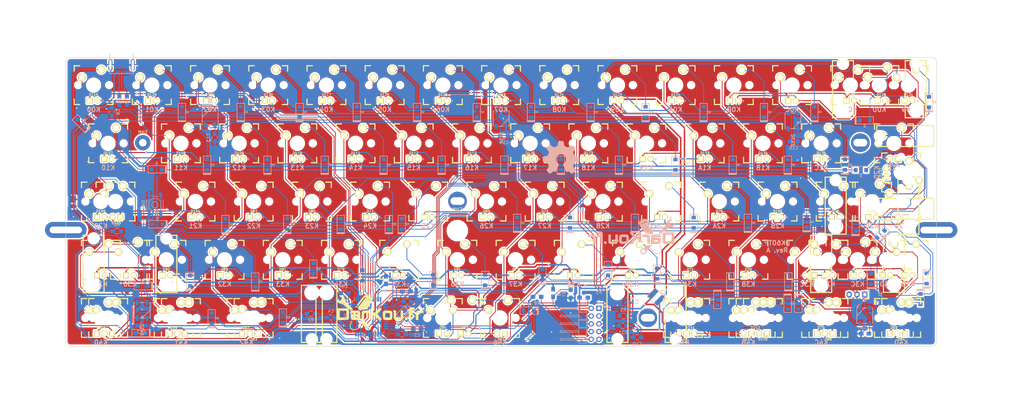
<source format=kicad_pcb>
(kicad_pcb (version 4) (host pcbnew 4.0.5+dfsg1-4)
  (title_block (title "MX/Alps HHKB") (date 2017-05-22) (rev A.1) (company DarKou))
  (layers (0 F.Cu signal) (31 B.Cu signal) (34 B.Paste user hide) (35 F.Paste user) (36 B.SilkS user) (37 F.SilkS user hide) (38 B.Mask user) (39 F.Mask user) (44 Edge.Cuts user))
  (net 0 "")
  (net 1 GND)
  (net 2 "Net-(C8-Pad1)")
  (net 3 "Net-(D1-Pad2)")
  (net 4 "Net-(D2-Pad2)")
  (net 5 "Net-(D3-Pad2)")
  (net 6 "Net-(D4-Pad2)")
  (net 7 "Net-(D5-Pad2)")
  (net 8 "Net-(D6-Pad2)")
  (net 9 "Net-(D7-Pad2)")
  (net 10 "Net-(D8-Pad2)")
  (net 11 "Net-(D9-Pad2)")
  (net 12 "Net-(D10-Pad2)")
  (net 13 "Net-(D11-Pad2)")
  (net 14 "Net-(D12-Pad2)")
  (net 15 "Net-(D13-Pad2)")
  (net 16 "Net-(D14-Pad2)")
  (net 17 "Net-(D15-Pad2)")
  (net 18 "Net-(D16-Pad2)")
  (net 19 "Net-(D17-Pad2)")
  (net 20 "Net-(D18-Pad2)")
  (net 21 "Net-(D19-Pad2)")
  (net 22 "Net-(D21-Pad2)")
  (net 23 "Net-(D22-Pad2)")
  (net 24 "Net-(D23-Pad2)")
  (net 25 "Net-(D24-Pad2)")
  (net 26 "Net-(D26-Pad2)")
  (net 27 "Net-(D27-Pad2)")
  (net 28 "Net-(D28-Pad2)")
  (net 29 "Net-(D29-Pad2)")
  (net 30 "Net-(D31-Pad2)")
  (net 31 "Net-(D32-Pad2)")
  (net 32 "Net-(D33-Pad2)")
  (net 33 "Net-(D34-Pad2)")
  (net 34 "Net-(D35-Pad2)")
  (net 35 "Net-(D36-Pad2)")
  (net 36 "Net-(D37-Pad2)")
  (net 37 "Net-(D38-Pad2)")
  (net 38 "Net-(D39-Pad2)")
  (net 39 "Net-(D40-Pad2)")
  (net 40 "Net-(D41-Pad2)")
  (net 41 "Net-(D42-Pad2)")
  (net 42 "Net-(D43-Pad2)")
  (net 43 "Net-(D44-Pad2)")
  (net 44 "Net-(D45-Pad2)")
  (net 45 "Net-(D46-Pad2)")
  (net 46 "Net-(D47-Pad2)")
  (net 47 "Net-(D48-Pad2)")
  (net 48 "Net-(D49-Pad2)")
  (net 49 "Net-(D50-Pad2)")
  (net 50 "Net-(D51-Pad2)")
  (net 51 "Net-(D52-Pad2)")
  (net 52 "Net-(D53-Pad2)")
  (net 53 "Net-(D54-Pad2)")
  (net 54 "Net-(D55-Pad2)")
  (net 55 "Net-(D56-Pad2)")
  (net 56 "Net-(D57-Pad2)")
  (net 57 "Net-(D58-Pad2)")
  (net 58 "Net-(D59-Pad2)")
  (net 59 "Net-(D60-Pad2)")
  (net 60 "Net-(J1-Pad2)")
  (net 61 "Net-(J1-Pad3)")
  (net 62 "Net-(J1-Pad4)")
  (net 63 "Net-(R3-Pad1)")
  (net 64 "Net-(R4-Pad2)")
  (net 65 "Net-(U0-Pad42)")
  (net 66 "Net-(LD1-Pad2)")
  (net 67 D2)
  (net 68 D5)
  (net 69 "Net-(D61-Pad2)")
  (net 70 "Net-(D62-Pad2)")
  (net 71 "Net-(D63-Pad2)")
  (net 72 "Net-(U0-Pad41)")
  (net 73 "Net-(D64-Pad2)")
  (net 74 "Net-(D65-Pad2)")
  (net 75 "Net-(D66-Pad2)")
  (net 76 "Net-(D67-Pad2)")
  (net 77 "Net-(D68-Pad2)")
  (net 78 "Net-(R2-Pad2)")
  (net 79 "Net-(P2-Pad1)")
  (net 80 VCC)
  (net 81 "Net-(C9-Pad1)")
  (net 82 LED_AN)
  (net 83 "Net-(L1-Pad1)")
  (net 84 LED_CATH)
  (net 85 BACKLIT)
  (net 86 CAPS_LED)
  (net 87 Row4)
  (net 88 Col3)
  (net 89 Col4)
  (net 90 Col5)
  (net 91 Row0)
  (net 92 Row1)
  (net 93 Row2)
  (net 94 Row3)
  (net 95 Col0)
  (net 96 Col1)
  (net 97 Col2)
  (net 98 ColD)
  (net 99 ColC)
  (net 100 Col6)
  (net 101 Col7)
  (net 102 Col8)
  (net 103 Col9)
  (net 104 ColA)
  (net 105 ColB)
  (net 106 "Net-(K50-Pad2)")
  (net 107 "Net-(K50-Pad1)")
  (net 108 RESET)
  (net 109 XTAL1)
  (net 110 XTAL2)
  (net 111 "Net-(MH2-Pad1)")
  (net 112 "Net-(X1-Pad3)")
  (net 113 "Net-(MH7-Pad1)")
  (net 114 RGB)
  (net 115 "Net-(D149-Pad2)")
  (net 116 "Net-(D150-Pad2)")
  (net 117 "Net-(D151-Pad2)")
  (net 118 "Net-(D152-Pad2)")
  (net 119 DOUT)
  (module Footprint:MXST (layer F.Cu) (at 114.3 107.15625 180)
    (fp_text reference MXST hide)
    (fp_text value VAL** hide)
    (pad "" np_thru_hole circle (at 0 -6.985 180) (size 3.048 3.048) (drill 3.048) (layers *.Cu *.Mask))
    (pad "" np_thru_hole circle (at 0 8.255 180) (size 3.9802 3.9802) (drill 3.9802) (layers *.Cu *.Mask))
  )
  (module Footprint:MXST (layer F.Cu) (at 228.6 107.15625 180)
    (fp_text reference MXST hide)
    (fp_text value VAL** hide)
    (pad "" np_thru_hole circle (at 0 -6.985 180) (size 3.048 3.048) (drill 3.048) (layers *.Cu *.Mask))
    (pad "" np_thru_hole circle (at 0 8.255 180) (size 3.9802 3.9802) (drill 3.9802) (layers *.Cu *.Mask))
  )
  (module Footprint:MXST (layer F.Cu) (at 209.55 107.15625 180)
    (fp_text reference MXST hide)
    (fp_text value VAL** hide)
    (pad "" np_thru_hole circle (at 0 -6.985 180) (size 3.048 3.048) (drill 3.048) (layers *.Cu *.Mask))
    (pad "" np_thru_hole circle (at 0 8.255 180) (size 3.9802 3.9802) (drill 3.9802) (layers *.Cu *.Mask))
  )
  (module Footprint:MXST (layer F.Cu) (at 109.5375 107.15625 180)
    (fp_text reference MXST hide)
    (fp_text value VAL** hide)
    (pad "" np_thru_hole circle (at 0 -6.985 180) (size 3.048 3.048) (drill 3.048) (layers *.Cu *.Mask))
    (pad "" np_thru_hole circle (at 0 8.255 180) (size 3.9802 3.9802) (drill 3.9802) (layers *.Cu *.Mask))
  )
  (module Footprint:MXST (layer F.Cu) (at 300.0375 88.10625)
    (fp_text reference MXST hide)
    (fp_text value VAL** hide)
    (pad "" np_thru_hole circle (at 0 -6.985) (size 3.048 3.048) (drill 3.048) (layers *.Cu *.Mask))
    (pad "" np_thru_hole circle (at 0 8.255) (size 3.9802 3.9802) (drill 3.9802) (layers *.Cu *.Mask))
  )
  (module Footprint:MXST (layer F.Cu) (at 276.225 88.10625)
    (fp_text reference MXST hide)
    (fp_text value VAL** hide)
    (pad "" np_thru_hole circle (at 0 -6.985) (size 3.048 3.048) (drill 3.048) (layers *.Cu *.Mask))
    (pad "" np_thru_hole circle (at 0 8.255) (size 3.9802 3.9802) (drill 3.9802) (layers *.Cu *.Mask))
  )
  (module Footprint:MXST (layer F.Cu) (at 302.41875 47.62625 90)
    (fp_text reference MXST hide)
    (fp_text value VAL** hide)
    (pad "" np_thru_hole circle (at 0 -6.985 90) (size 3.048 3.048) (drill 3.048) (layers *.Cu *.Mask))
    (pad "" np_thru_hole circle (at 0 8.255 90) (size 3.9802 3.9802) (drill 3.9802) (layers *.Cu *.Mask))
  )
  (module Footprint:MXST (layer F.Cu) (at 302.41875 71.4375 90)
    (fp_text reference MXST hide)
    (fp_text value VAL** hide)
    (pad "" np_thru_hole circle (at 0 -6.985 90) (size 3.048 3.048) (drill 3.048) (layers *.Cu *.Mask))
    (pad "" np_thru_hole circle (at 0 8.255 90) (size 3.9802 3.9802) (drill 3.9802) (layers *.Cu *.Mask))
  )
  (module Footprint:MXST (layer F.Cu) (at 280.9875 69.05625)
    (fp_text reference MXST hide)
    (fp_text value VAL** hide)
    (pad "" np_thru_hole circle (at 0 -6.985) (size 3.048 3.048) (drill 3.048) (layers *.Cu *.Mask))
    (pad "" np_thru_hole circle (at 0 8.255) (size 3.9802 3.9802) (drill 3.9802) (layers *.Cu *.Mask))
  )
  (module Footprint:MXST (layer F.Cu) (at 304.8 69.05625)
    (fp_text reference MXST hide)
    (fp_text value VAL** hide)
    (pad "" np_thru_hole circle (at 0 -6.985) (size 3.048 3.048) (drill 3.048) (layers *.Cu *.Mask))
    (pad "" np_thru_hole circle (at 0 8.255) (size 3.9802 3.9802) (drill 3.9802) (layers *.Cu *.Mask))
  )
  (module Footprint:MXST (layer F.Cu) (at 307.18125 30.95625)
    (fp_text reference MXST hide)
    (fp_text value VAL** hide)
    (pad "" np_thru_hole circle (at 0 -6.985) (size 3.048 3.048) (drill 3.048) (layers *.Cu *.Mask))
    (pad "" np_thru_hole circle (at 0 8.255) (size 3.9802 3.9802) (drill 3.9802) (layers *.Cu *.Mask))
  )
  (module Footprint:MXST (layer F.Cu) (at 283.36875 30.95625)
    (fp_text reference MXST hide)
    (fp_text value VAL** hide)
    (pad "" np_thru_hole circle (at 0 -6.985) (size 3.048 3.048) (drill 3.048) (layers *.Cu *.Mask))
    (pad "" np_thru_hole circle (at 0 8.255) (size 3.9802 3.9802) (drill 3.9802) (layers *.Cu *.Mask))
  )
  (module Footprint:MXST (layer F.Cu) (at 61.9125 88.10625)
    (fp_text reference MXST hide)
    (fp_text value VAL** hide)
    (pad "" np_thru_hole circle (at 0 -6.985) (size 3.048 3.048) (drill 3.048) (layers *.Cu *.Mask))
    (pad "" np_thru_hole circle (at 0 8.255) (size 3.9802 3.9802) (drill 3.9802) (layers *.Cu *.Mask))
  )
  (module Capacitors_SMD:C_0805_HandSoldering (layer B.Cu) (at 145 104 45)
    (fp_text reference C1 (at 0 2.1 45) (layer B.SilkS) (effects (justify mirror)))
    (fp_text value 22p)
    (pad 1 smd rect (at -1.25 0 45) (size 1.5 1.25) (layers B.Cu B.Paste B.Mask) (net 109 XTAL1))
    (pad 2 smd rect (at 1.25 0 45) (size 1.5 1.25) (layers B.Cu B.Paste B.Mask) (net 1 GND))
  )
  (module Capacitors_SMD:C_0805_HandSoldering (layer B.Cu) (at 144 110.75)
    (fp_text reference C2 (at 0 2.1) (layer B.SilkS) (effects (justify mirror)))
    (fp_text value 22p)
    (pad 1 smd rect (at -1.25 0) (size 1.5 1.25) (layers B.Cu B.Paste B.Mask) (net 110 XTAL2))
    (pad 2 smd rect (at 1.25 0) (size 1.5 1.25) (layers B.Cu B.Paste B.Mask) (net 1 GND))
  )
  (module Capacitors_SMD:C_0805_HandSoldering (layer B.Cu) (at 133.7875 94.7575 90)
    (fp_text reference C3 (at 0 2.1 90) (layer B.SilkS) (effects (justify mirror)))
    (fp_text value 0.1u hide)
    (pad 1 smd rect (at -1.25 0 90) (size 1.5 1.25) (layers B.Cu B.Paste B.Mask) (net 80 VCC))
    (pad 2 smd rect (at 1.25 0 90) (size 1.5 1.25) (layers B.Cu B.Paste B.Mask) (net 1 GND))
  )
  (module Capacitors_SMD:C_0805_HandSoldering (layer B.Cu) (at 115.75 107 180)
    (fp_text reference C4 (at 0 2.1 180) (layer B.SilkS) (effects (justify mirror)))
    (fp_text value 0.1u hide)
    (pad 1 smd rect (at -1.25 0 180) (size 1.5 1.25) (layers B.Cu B.Paste B.Mask) (net 80 VCC))
    (pad 2 smd rect (at 1.25 0 180) (size 1.5 1.25) (layers B.Cu B.Paste B.Mask) (net 1 GND))
  )
  (module Capacitors_SMD:C_0805_HandSoldering (layer B.Cu) (at 120.25 99 180)
    (fp_text reference C5 (at 0 2.1 180) (layer B.SilkS) (effects (justify mirror)))
    (fp_text value 0.1u)
    (pad 1 smd rect (at -1.25 0 180) (size 1.5 1.25) (layers B.Cu B.Paste B.Mask) (net 80 VCC))
    (pad 2 smd rect (at 1.25 0 180) (size 1.5 1.25) (layers B.Cu B.Paste B.Mask) (net 1 GND))
  )
  (module Capacitors_SMD:C_0805_HandSoldering (layer B.Cu) (at 139 112.5)
    (fp_text reference C6 (at 0 2.1) (layer B.SilkS) (effects (justify mirror)))
    (fp_text value 0.1u)
    (pad 1 smd rect (at -1.25 0) (size 1.5 1.25) (layers B.Cu B.Paste B.Mask) (net 80 VCC))
    (pad 2 smd rect (at 1.25 0) (size 1.5 1.25) (layers B.Cu B.Paste B.Mask) (net 1 GND))
  )
  (module Capacitors_SMD:C_0805_HandSoldering (layer B.Cu) (at 140.75 101.75)
    (fp_text reference C7 (at 0 2.1) (layer B.SilkS) (effects (justify mirror)))
    (fp_text value 4.7u)
    (pad 1 smd rect (at -1.25 0) (size 1.5 1.25) (layers B.Cu B.Paste B.Mask) (net 80 VCC))
    (pad 2 smd rect (at 1.25 0) (size 1.5 1.25) (layers B.Cu B.Paste B.Mask) (net 1 GND))
  )
  (module Capacitors_SMD:C_0805_HandSoldering (layer B.Cu) (at 44 39.75 90)
    (fp_text reference C8 (at 0 2.1 90) (layer B.SilkS) (effects (justify mirror)))
    (fp_text value 1u)
    (pad 1 smd rect (at -1.25 0 90) (size 1.5 1.25) (layers B.Cu B.Paste B.Mask) (net 2 "Net-(C8-Pad1)"))
    (pad 2 smd rect (at 1.25 0 90) (size 1.5 1.25) (layers B.Cu B.Paste B.Mask) (net 1 GND))
  )
  (module Capacitors_SMD:C_0805_HandSoldering (layer B.Cu) (at 188.5 99 90)
    (fp_text reference C9 (at 0 2.1 90) (layer B.SilkS) (effects (justify mirror)))
    (fp_text value 2.2u)
    (pad 1 smd rect (at -1.25 0 90) (size 1.5 1.25) (layers B.Cu B.Paste B.Mask) (net 81 "Net-(C9-Pad1)"))
    (pad 2 smd rect (at 1.25 0 90) (size 1.5 1.25) (layers B.Cu B.Paste B.Mask) (net 80 VCC))
  )
  (module Footprint:D_SOD123 (layer B.Cu) (at 34 43.5 135)
    (fp_text reference D1 hide)
    (fp_text value D (at 0 1.925 135) (layer B.SilkS) (effects (font (size 0.8 0.8)) (justify mirror)))
    (pad 2 smd rect (at 1.7 0 135) (size 1.2 1.4) (layers B.Cu B.Paste B.Mask) (net 3 "Net-(D1-Pad2)"))
    (pad 1 smd rect (at -1.7 0 135) (size 1.2 1.4) (layers B.Cu B.Paste B.Mask) (net 91 Row0))
  )
  (module Footprint:D_SOD123 (layer B.Cu) (at 58.75 58.5 180)
    (fp_text reference D2 hide)
    (fp_text value D (at 0 1.925 180) (layer B.SilkS) (effects (font (size 0.8 0.8)) (justify mirror)))
    (pad 2 smd rect (at 1.7 0 180) (size 1.2 1.4) (layers B.Cu B.Paste B.Mask) (net 4 "Net-(D2-Pad2)"))
    (pad 1 smd rect (at -1.7 0 180) (size 1.2 1.4) (layers B.Cu B.Paste B.Mask) (net 92 Row1))
  )
  (module Footprint:D_SOD123 (layer B.Cu) (at 59 76.5 180)
    (fp_text reference D3 hide)
    (fp_text value D (at 0 1.925 180) (layer B.SilkS) (effects (font (size 0.8 0.8)) (justify mirror)))
    (pad 2 smd rect (at 1.7 0 180) (size 1.2 1.4) (layers B.Cu B.Paste B.Mask) (net 5 "Net-(D3-Pad2)"))
    (pad 1 smd rect (at -1.7 0 180) (size 1.2 1.4) (layers B.Cu B.Paste B.Mask) (net 93 Row2))
  )
  (module Footprint:D_SOD123 (layer B.Cu) (at 54.25 96.75 180)
    (fp_text reference D4 hide)
    (fp_text value D (at 0 1.925 180) (layer B.SilkS) (effects (font (size 0.8 0.8)) (justify mirror)))
    (pad 2 smd rect (at 1.7 0 180) (size 1.2 1.4) (layers B.Cu B.Paste B.Mask) (net 6 "Net-(D4-Pad2)"))
    (pad 1 smd rect (at -1.7 0 180) (size 1.2 1.4) (layers B.Cu B.Paste B.Mask) (net 94 Row3))
  )
  (module Footprint:D_SOD123 (layer B.Cu) (at 53.5025 112.1475 180)
    (fp_text reference D5 hide)
    (fp_text value D (at 0 1.925 180) (layer B.SilkS) (effects (font (size 0.8 0.8)) (justify mirror)))
    (pad 2 smd rect (at 1.7 0 180) (size 1.2 1.4) (layers B.Cu B.Paste B.Mask) (net 7 "Net-(D5-Pad2)"))
    (pad 1 smd rect (at -1.7 0 180) (size 1.2 1.4) (layers B.Cu B.Paste B.Mask) (net 87 Row4))
  )
  (module Footprint:D_SOD123 (layer B.Cu) (at 67 39.75 90)
    (fp_text reference D6 hide)
    (fp_text value D (at 0 1.925 90) (layer B.SilkS) (effects (font (size 0.8 0.8)) (justify mirror)))
    (pad 2 smd rect (at 1.7 0 90) (size 1.2 1.4) (layers B.Cu B.Paste B.Mask) (net 8 "Net-(D6-Pad2)"))
    (pad 1 smd rect (at -1.7 0 90) (size 1.2 1.4) (layers B.Cu B.Paste B.Mask) (net 91 Row0))
  )
  (module Footprint:D_SOD123 (layer B.Cu) (at 75.25 57 90)
    (fp_text reference D7 hide)
    (fp_text value D (at 0 1.925 90) (layer B.SilkS) (effects (font (size 0.8 0.8)) (justify mirror)))
    (pad 2 smd rect (at 1.7 0 90) (size 1.2 1.4) (layers B.Cu B.Paste B.Mask) (net 9 "Net-(D7-Pad2)"))
    (pad 1 smd rect (at -1.7 0 90) (size 1.2 1.4) (layers B.Cu B.Paste B.Mask) (net 92 Row1))
  )
  (module Footprint:D_SOD123 (layer B.Cu) (at 81.22875 76.40625 90)
    (fp_text reference D8 hide)
    (fp_text value D (at 0 1.925 90) (layer B.SilkS) (effects (font (size 0.8 0.8)) (justify mirror)))
    (pad 2 smd rect (at 1.7 0 90) (size 1.2 1.4) (layers B.Cu B.Paste B.Mask) (net 10 "Net-(D8-Pad2)"))
    (pad 1 smd rect (at -1.7 0 90) (size 1.2 1.4) (layers B.Cu B.Paste B.Mask) (net 93 Row2))
  )
  (module Footprint:D_SOD123 (layer B.Cu) (at 69.75 95 90)
    (fp_text reference D9 hide)
    (fp_text value D (at 0 1.925 90) (layer B.SilkS) (effects (font (size 0.8 0.8)) (justify mirror)))
    (pad 2 smd rect (at 1.7 0 90) (size 1.2 1.4) (layers B.Cu B.Paste B.Mask) (net 11 "Net-(D9-Pad2)"))
    (pad 1 smd rect (at -1.7 0 90) (size 1.2 1.4) (layers B.Cu B.Paste B.Mask) (net 94 Row3))
  )
  (module Footprint:D_SOD123 (layer B.Cu) (at 76.75 107.25 90)
    (fp_text reference D10 hide)
    (fp_text value D (at 0 1.925 90) (layer B.SilkS) (effects (font (size 0.8 0.8)) (justify mirror)))
    (pad 2 smd rect (at 1.7 0 90) (size 1.2 1.4) (layers B.Cu B.Paste B.Mask) (net 12 "Net-(D10-Pad2)"))
    (pad 1 smd rect (at -1.7 0 90) (size 1.2 1.4) (layers B.Cu B.Paste B.Mask) (net 87 Row4))
  )
  (module Footprint:D_SOD123 (layer B.Cu) (at 86.25 39.75 90)
    (fp_text reference D11 hide)
    (fp_text value D (at 0 1.925 90) (layer B.SilkS) (effects (font (size 0.8 0.8)) (justify mirror)))
    (pad 2 smd rect (at 1.7 0 90) (size 1.2 1.4) (layers B.Cu B.Paste B.Mask) (net 13 "Net-(D11-Pad2)"))
    (pad 1 smd rect (at -1.7 0 90) (size 1.2 1.4) (layers B.Cu B.Paste B.Mask) (net 91 Row0))
  )
  (module Footprint:D_SOD123 (layer B.Cu) (at 95 57 90)
    (fp_text reference D12 hide)
    (fp_text value D (at 0 1.925 90) (layer B.SilkS) (effects (font (size 0.8 0.8)) (justify mirror)))
    (pad 2 smd rect (at 1.7 0 90) (size 1.2 1.4) (layers B.Cu B.Paste B.Mask) (net 14 "Net-(D12-Pad2)"))
    (pad 1 smd rect (at -1.7 0 90) (size 1.2 1.4) (layers B.Cu B.Paste B.Mask) (net 92 Row1))
  )
  (module Footprint:D_SOD123 (layer B.Cu) (at 101.47875 76.40625 90)
    (fp_text reference D13 hide)
    (fp_text value D (at 0 1.925 90) (layer B.SilkS) (effects (font (size 0.8 0.8)) (justify mirror)))
    (pad 2 smd rect (at 1.7 0 90) (size 1.2 1.4) (layers B.Cu B.Paste B.Mask) (net 15 "Net-(D13-Pad2)"))
    (pad 1 smd rect (at -1.7 0 90) (size 1.2 1.4) (layers B.Cu B.Paste B.Mask) (net 93 Row2))
  )
  (module Footprint:D_SOD123 (layer B.Cu) (at 91 95.25 90)
    (fp_text reference D14 hide)
    (fp_text value D (at 0 1.925 90) (layer B.SilkS) (effects (font (size 0.8 0.8)) (justify mirror)))
    (pad 2 smd rect (at 1.7 0 90) (size 1.2 1.4) (layers B.Cu B.Paste B.Mask) (net 16 "Net-(D14-Pad2)"))
    (pad 1 smd rect (at -1.7 0 90) (size 1.2 1.4) (layers B.Cu B.Paste B.Mask) (net 94 Row3))
  )
  (module Footprint:D_SOD123 (layer B.Cu) (at 100.0375 107.0075 90)
    (fp_text reference D15 hide)
    (fp_text value D (at 0 1.925 90) (layer B.SilkS) (effects (font (size 0.8 0.8)) (justify mirror)))
    (pad 2 smd rect (at 1.7 0 90) (size 1.2 1.4) (layers B.Cu B.Paste B.Mask) (net 17 "Net-(D15-Pad2)"))
    (pad 1 smd rect (at -1.7 0 90) (size 1.2 1.4) (layers B.Cu B.Paste B.Mask) (net 87 Row4))
  )
  (module Footprint:D_SOD123 (layer B.Cu) (at 105.5 39.75 90)
    (fp_text reference D16 hide)
    (fp_text value D (at 0 1.925 90) (layer B.SilkS) (effects (font (size 0.8 0.8)) (justify mirror)))
    (pad 2 smd rect (at 1.7 0 90) (size 1.2 1.4) (layers B.Cu B.Paste B.Mask) (net 18 "Net-(D16-Pad2)"))
    (pad 1 smd rect (at -1.7 0 90) (size 1.2 1.4) (layers B.Cu B.Paste B.Mask) (net 91 Row0))
  )
  (module Footprint:D_SOD123 (layer B.Cu) (at 113.75 57 90)
    (fp_text reference D17 hide)
    (fp_text value D (at 0 1.925 90) (layer B.SilkS) (effects (font (size 0.8 0.8)) (justify mirror)))
    (pad 2 smd rect (at 1.7 0 90) (size 1.2 1.4) (layers B.Cu B.Paste B.Mask) (net 19 "Net-(D17-Pad2)"))
    (pad 1 smd rect (at -1.7 0 90) (size 1.2 1.4) (layers B.Cu B.Paste B.Mask) (net 92 Row1))
  )
  (module Footprint:D_SOD123 (layer B.Cu) (at 118.97875 76.40625 90)
    (fp_text reference D18 hide)
    (fp_text value D (at 0 1.925 90) (layer B.SilkS) (effects (font (size 0.8 0.8)) (justify mirror)))
    (pad 2 smd rect (at 1.7 0 90) (size 1.2 1.4) (layers B.Cu B.Paste B.Mask) (net 20 "Net-(D18-Pad2)"))
    (pad 1 smd rect (at -1.7 0 90) (size 1.2 1.4) (layers B.Cu B.Paste B.Mask) (net 93 Row2))
  )
  (module Footprint:D_SOD123 (layer B.Cu) (at 110 91 90)
    (fp_text reference D19 hide)
    (fp_text value D (at 0 1.925 90) (layer B.SilkS) (effects (font (size 0.8 0.8)) (justify mirror)))
    (pad 2 smd rect (at 1.7 0 90) (size 1.2 1.4) (layers B.Cu B.Paste B.Mask) (net 21 "Net-(D19-Pad2)"))
    (pad 1 smd rect (at -1.7 0 90) (size 1.2 1.4) (layers B.Cu B.Paste B.Mask) (net 94 Row3))
  )
  (module Footprint:D_SOD123 (layer B.Cu) (at 124.25 39.75 90)
    (fp_text reference D21 hide)
    (fp_text value D (at 0 1.925 90) (layer B.SilkS) (effects (font (size 0.8 0.8)) (justify mirror)))
    (pad 2 smd rect (at 1.7 0 90) (size 1.2 1.4) (layers B.Cu B.Paste B.Mask) (net 22 "Net-(D21-Pad2)"))
    (pad 1 smd rect (at -1.7 0 90) (size 1.2 1.4) (layers B.Cu B.Paste B.Mask) (net 91 Row0))
  )
  (module Footprint:D_SOD123 (layer B.Cu) (at 133 57 90)
    (fp_text reference D22 hide)
    (fp_text value D (at 0 1.925 90) (layer B.SilkS) (effects (font (size 0.8 0.8)) (justify mirror)))
    (pad 2 smd rect (at 1.7 0 90) (size 1.2 1.4) (layers B.Cu B.Paste B.Mask) (net 23 "Net-(D22-Pad2)"))
    (pad 1 smd rect (at -1.7 0 90) (size 1.2 1.4) (layers B.Cu B.Paste B.Mask) (net 92 Row1))
  )
  (module Footprint:D_SOD123 (layer B.Cu) (at 134.72875 76.40625 90)
    (fp_text reference D23 hide)
    (fp_text value D (at 0 1.925 90) (layer B.SilkS) (effects (font (size 0.8 0.8)) (justify mirror)))
    (pad 2 smd rect (at 1.7 0 90) (size 1.2 1.4) (layers B.Cu B.Paste B.Mask) (net 24 "Net-(D23-Pad2)"))
    (pad 1 smd rect (at -1.7 0 90) (size 1.2 1.4) (layers B.Cu B.Paste B.Mask) (net 93 Row2))
  )
  (module Footprint:D_SOD123 (layer B.Cu) (at 126 93.25 90)
    (fp_text reference D24 hide)
    (fp_text value D (at 0 1.925 90) (layer B.SilkS) (effects (font (size 0.8 0.8)) (justify mirror)))
    (pad 2 smd rect (at 1.7 0 90) (size 1.2 1.4) (layers B.Cu B.Paste B.Mask) (net 25 "Net-(D24-Pad2)"))
    (pad 1 smd rect (at -1.7 0 90) (size 1.2 1.4) (layers B.Cu B.Paste B.Mask) (net 94 Row3))
  )
  (module Footprint:D_SOD123 (layer B.Cu) (at 144 39.75 90)
    (fp_text reference D26 hide)
    (fp_text value D (at 0 1.925 90) (layer B.SilkS) (effects (font (size 0.8 0.8)) (justify mirror)))
    (pad 2 smd rect (at 1.7 0 90) (size 1.2 1.4) (layers B.Cu B.Paste B.Mask) (net 26 "Net-(D26-Pad2)"))
    (pad 1 smd rect (at -1.7 0 90) (size 1.2 1.4) (layers B.Cu B.Paste B.Mask) (net 91 Row0))
  )
  (module Footprint:D_SOD123 (layer B.Cu) (at 152 57 90)
    (fp_text reference D27 hide)
    (fp_text value D (at 0 1.925 90) (layer B.SilkS) (effects (font (size 0.8 0.8)) (justify mirror)))
    (pad 2 smd rect (at 1.7 0 90) (size 1.2 1.4) (layers B.Cu B.Paste B.Mask) (net 27 "Net-(D27-Pad2)"))
    (pad 1 smd rect (at -1.7 0 90) (size 1.2 1.4) (layers B.Cu B.Paste B.Mask) (net 92 Row1))
  )
  (module Footprint:D_SOD123 (layer B.Cu) (at 138.97875 76.40625 90)
    (fp_text reference D28 hide)
    (fp_text value D (at 0 1.925 90) (layer B.SilkS) (effects (font (size 0.8 0.8)) (justify mirror)))
    (pad 2 smd rect (at 1.7 0 90) (size 1.2 1.4) (layers B.Cu B.Paste B.Mask) (net 28 "Net-(D28-Pad2)"))
    (pad 1 smd rect (at -1.7 0 90) (size 1.2 1.4) (layers B.Cu B.Paste B.Mask) (net 93 Row2))
  )
  (module Footprint:D_SOD123 (layer B.Cu) (at 149.25 94.75 90)
    (fp_text reference D29 hide)
    (fp_text value D (at 0 1.925 90) (layer B.SilkS) (effects (font (size 0.8 0.8)) (justify mirror)))
    (pad 2 smd rect (at 1.7 0 90) (size 1.2 1.4) (layers B.Cu B.Paste B.Mask) (net 29 "Net-(D29-Pad2)"))
    (pad 1 smd rect (at -1.7 0 90) (size 1.2 1.4) (layers B.Cu B.Paste B.Mask) (net 94 Row3))
  )
  (module Footprint:D_SOD123 (layer B.Cu) (at 163.5 39.75 90)
    (fp_text reference D31 hide)
    (fp_text value D (at 0 1.925 90) (layer B.SilkS) (effects (font (size 0.8 0.8)) (justify mirror)))
    (pad 2 smd rect (at 1.7 0 90) (size 1.2 1.4) (layers B.Cu B.Paste B.Mask) (net 30 "Net-(D31-Pad2)"))
    (pad 1 smd rect (at -1.7 0 90) (size 1.2 1.4) (layers B.Cu B.Paste B.Mask) (net 91 Row0))
  )
  (module Footprint:D_SOD123 (layer B.Cu) (at 172.5375 57.0075 90)
    (fp_text reference D32 hide)
    (fp_text value D (at 0 1.925 90) (layer B.SilkS) (effects (font (size 0.8 0.8)) (justify mirror)))
    (pad 2 smd rect (at 1.7 0 90) (size 1.2 1.4) (layers B.Cu B.Paste B.Mask) (net 31 "Net-(D32-Pad2)"))
    (pad 1 smd rect (at -1.7 0 90) (size 1.2 1.4) (layers B.Cu B.Paste B.Mask) (net 92 Row1))
  )
  (module Footprint:D_SOD123 (layer B.Cu) (at 176.75 76 90)
    (fp_text reference D33 hide)
    (fp_text value D (at 0 1.925 90) (layer B.SilkS) (effects (font (size 0.8 0.8)) (justify mirror)))
    (pad 2 smd rect (at 1.7 0 90) (size 1.2 1.4) (layers B.Cu B.Paste B.Mask) (net 32 "Net-(D33-Pad2)"))
    (pad 1 smd rect (at -1.7 0 90) (size 1.2 1.4) (layers B.Cu B.Paste B.Mask) (net 93 Row2))
  )
  (module Footprint:D_SOD123 (layer B.Cu) (at 166.25 94.75 90)
    (fp_text reference D34 hide)
    (fp_text value D (at 0 1.925 90) (layer B.SilkS) (effects (font (size 0.8 0.8)) (justify mirror)))
    (pad 2 smd rect (at 1.7 0 90) (size 1.2 1.4) (layers B.Cu B.Paste B.Mask) (net 33 "Net-(D34-Pad2)"))
    (pad 1 smd rect (at -1.7 0 90) (size 1.2 1.4) (layers B.Cu B.Paste B.Mask) (net 94 Row3))
  )
  (module Footprint:D_SOD123 (layer B.Cu) (at 180.5 104.75 180)
    (fp_text reference D35 hide)
    (fp_text value D (at 0 1.925 180) (layer B.SilkS) (effects (font (size 0.8 0.8)) (justify mirror)))
    (pad 2 smd rect (at 1.7 0 180) (size 1.2 1.4) (layers B.Cu B.Paste B.Mask) (net 34 "Net-(D35-Pad2)"))
    (pad 1 smd rect (at -1.7 0 180) (size 1.2 1.4) (layers B.Cu B.Paste B.Mask) (net 87 Row4))
  )
  (module Footprint:D_SOD123 (layer B.Cu) (at 181.25 39.75 90)
    (fp_text reference D36 hide)
    (fp_text value D (at 0 1.925 90) (layer B.SilkS) (effects (font (size 0.8 0.8)) (justify mirror)))
    (pad 2 smd rect (at 1.7 0 90) (size 1.2 1.4) (layers B.Cu B.Paste B.Mask) (net 35 "Net-(D36-Pad2)"))
    (pad 1 smd rect (at -1.7 0 90) (size 1.2 1.4) (layers B.Cu B.Paste B.Mask) (net 91 Row0))
  )
  (module Footprint:D_SOD123 (layer B.Cu) (at 191.0375 57.0075 90)
    (fp_text reference D37 hide)
    (fp_text value D (at 0 1.925 90) (layer B.SilkS) (effects (font (size 0.8 0.8)) (justify mirror)))
    (pad 2 smd rect (at 1.7 0 90) (size 1.2 1.4) (layers B.Cu B.Paste B.Mask) (net 36 "Net-(D37-Pad2)"))
    (pad 1 smd rect (at -1.7 0 90) (size 1.2 1.4) (layers B.Cu B.Paste B.Mask) (net 92 Row1))
  )
  (module Footprint:D_SOD123 (layer B.Cu) (at 194 76 90)
    (fp_text reference D38 hide)
    (fp_text value D (at 0 1.925 90) (layer B.SilkS) (effects (font (size 0.8 0.8)) (justify mirror)))
    (pad 2 smd rect (at 1.7 0 90) (size 1.2 1.4) (layers B.Cu B.Paste B.Mask) (net 37 "Net-(D38-Pad2)"))
    (pad 1 smd rect (at -1.7 0 90) (size 1.2 1.4) (layers B.Cu B.Paste B.Mask) (net 93 Row2))
  )
  (module Footprint:D_SOD123 (layer B.Cu) (at 185 93 90)
    (fp_text reference D39 hide)
    (fp_text value D (at 0 1.925 90) (layer B.SilkS) (effects (font (size 0.8 0.8)) (justify mirror)))
    (pad 2 smd rect (at 1.7 0 90) (size 1.2 1.4) (layers B.Cu B.Paste B.Mask) (net 38 "Net-(D39-Pad2)"))
    (pad 1 smd rect (at -1.7 0 90) (size 1.2 1.4) (layers B.Cu B.Paste B.Mask) (net 94 Row3))
  )
  (module Footprint:D_SOD123 (layer B.Cu) (at 200.75 39.75 90)
    (fp_text reference D40 hide)
    (fp_text value D (at 0 1.925 90) (layer B.SilkS) (effects (font (size 0.8 0.8)) (justify mirror)))
    (pad 2 smd rect (at 1.7 0 90) (size 1.2 1.4) (layers B.Cu B.Paste B.Mask) (net 39 "Net-(D40-Pad2)"))
    (pad 1 smd rect (at -1.7 0 90) (size 1.2 1.4) (layers B.Cu B.Paste B.Mask) (net 91 Row0))
  )
  (module Footprint:D_SOD123 (layer B.Cu) (at 210.0375 57.0075 90)
    (fp_text reference D41 hide)
    (fp_text value D (at 0 1.925 90) (layer B.SilkS) (effects (font (size 0.8 0.8)) (justify mirror)))
    (pad 2 smd rect (at 1.7 0 90) (size 1.2 1.4) (layers B.Cu B.Paste B.Mask) (net 40 "Net-(D41-Pad2)"))
    (pad 1 smd rect (at -1.7 0 90) (size 1.2 1.4) (layers B.Cu B.Paste B.Mask) (net 92 Row1))
  )
  (module Footprint:D_SOD123 (layer B.Cu) (at 215.25 76 90)
    (fp_text reference D42 hide)
    (fp_text value D (at 0 1.925 90) (layer B.SilkS) (effects (font (size 0.8 0.8)) (justify mirror)))
    (pad 2 smd rect (at 1.7 0 90) (size 1.2 1.4) (layers B.Cu B.Paste B.Mask) (net 41 "Net-(D42-Pad2)"))
    (pad 1 smd rect (at -1.7 0 90) (size 1.2 1.4) (layers B.Cu B.Paste B.Mask) (net 93 Row2))
  )
  (module Footprint:D_SOD123 (layer B.Cu) (at 206.5 91.5 90)
    (fp_text reference D43 hide)
    (fp_text value D (at 0 1.925 90) (layer B.SilkS) (effects (font (size 0.8 0.8)) (justify mirror)))
    (pad 2 smd rect (at 1.7 0 90) (size 1.2 1.4) (layers B.Cu B.Paste B.Mask) (net 42 "Net-(D43-Pad2)"))
    (pad 1 smd rect (at -1.7 0 90) (size 1.2 1.4) (layers B.Cu B.Paste B.Mask) (net 94 Row3))
  )
  (module Footprint:D_SOD123 (layer B.Cu) (at 218.75 39.75 90)
    (fp_text reference D44 hide)
    (fp_text value D (at 0 1.925 90) (layer B.SilkS) (effects (font (size 0.8 0.8)) (justify mirror)))
    (pad 2 smd rect (at 1.7 0 90) (size 1.2 1.4) (layers B.Cu B.Paste B.Mask) (net 43 "Net-(D44-Pad2)"))
    (pad 1 smd rect (at -1.7 0 90) (size 1.2 1.4) (layers B.Cu B.Paste B.Mask) (net 91 Row0))
  )
  (module Footprint:D_SOD123 (layer B.Cu) (at 228.5375 57.0075 90)
    (fp_text reference D45 hide)
    (fp_text value D (at 0 1.925 90) (layer B.SilkS) (effects (font (size 0.8 0.8)) (justify mirror)))
    (pad 2 smd rect (at 1.7 0 90) (size 1.2 1.4) (layers B.Cu B.Paste B.Mask) (net 44 "Net-(D45-Pad2)"))
    (pad 1 smd rect (at -1.7 0 90) (size 1.2 1.4) (layers B.Cu B.Paste B.Mask) (net 92 Row1))
  )
  (module Footprint:D_SOD123 (layer B.Cu) (at 234.5 76 90)
    (fp_text reference D46 hide)
    (fp_text value D (at 0 1.925 90) (layer B.SilkS) (effects (font (size 0.8 0.8)) (justify mirror)))
    (pad 2 smd rect (at 1.7 0 90) (size 1.2 1.4) (layers B.Cu B.Paste B.Mask) (net 45 "Net-(D46-Pad2)"))
    (pad 1 smd rect (at -1.7 0 90) (size 1.2 1.4) (layers B.Cu B.Paste B.Mask) (net 93 Row2))
  )
  (module Footprint:D_SOD123 (layer B.Cu) (at 222.47875 92.65625 90)
    (fp_text reference D47 hide)
    (fp_text value D (at 0 1.925 90) (layer B.SilkS) (effects (font (size 0.8 0.8)) (justify mirror)))
    (pad 2 smd rect (at 1.7 0 90) (size 1.2 1.4) (layers B.Cu B.Paste B.Mask) (net 46 "Net-(D47-Pad2)"))
    (pad 1 smd rect (at -1.7 0 90) (size 1.2 1.4) (layers B.Cu B.Paste B.Mask) (net 94 Row3))
  )
  (module Footprint:D_SOD123 (layer B.Cu) (at 311.5 36.5 90)
    (fp_text reference D48 hide)
    (fp_text value D (at 0 1.925 90) (layer B.SilkS) (effects (font (size 0.8 0.8)) (justify mirror)))
    (pad 2 smd rect (at 1.7 0 90) (size 1.2 1.4) (layers B.Cu B.Paste B.Mask) (net 47 "Net-(D48-Pad2)"))
    (pad 1 smd rect (at -1.7 0 90) (size 1.2 1.4) (layers B.Cu B.Paste B.Mask) (net 87 Row4))
  )
  (module Footprint:D_SOD123 (layer B.Cu) (at 237.75 39.75 90)
    (fp_text reference D49 hide)
    (fp_text value D (at 0 1.925 90) (layer B.SilkS) (effects (font (size 0.8 0.8)) (justify mirror)))
    (pad 2 smd rect (at 1.7 0 90) (size 1.2 1.4) (layers B.Cu B.Paste B.Mask) (net 48 "Net-(D49-Pad2)"))
    (pad 1 smd rect (at -1.7 0 90) (size 1.2 1.4) (layers B.Cu B.Paste B.Mask) (net 91 Row0))
  )
  (module Footprint:D_SOD123 (layer B.Cu) (at 247.2875 57.0075 90)
    (fp_text reference D50 hide)
    (fp_text value D (at 0 1.925 90) (layer B.SilkS) (effects (font (size 0.8 0.8)) (justify mirror)))
    (pad 2 smd rect (at 1.7 0 90) (size 1.2 1.4) (layers B.Cu B.Paste B.Mask) (net 49 "Net-(D50-Pad2)"))
    (pad 1 smd rect (at -1.7 0 90) (size 1.2 1.4) (layers B.Cu B.Paste B.Mask) (net 92 Row1))
  )
  (module Footprint:D_SOD123 (layer B.Cu) (at 252.25 76 90)
    (fp_text reference D51 hide)
    (fp_text value D (at 0 1.925 90) (layer B.SilkS) (effects (font (size 0.8 0.8)) (justify mirror)))
    (pad 2 smd rect (at 1.7 0 90) (size 1.2 1.4) (layers B.Cu B.Paste B.Mask) (net 50 "Net-(D51-Pad2)"))
    (pad 1 smd rect (at -1.7 0 90) (size 1.2 1.4) (layers B.Cu B.Paste B.Mask) (net 93 Row2))
  )
  (module Footprint:D_SOD123 (layer B.Cu) (at 246.47875 95.15625 90)
    (fp_text reference D52 hide)
    (fp_text value D (at 0 1.925 90) (layer B.SilkS) (effects (font (size 0.8 0.8)) (justify mirror)))
    (pad 2 smd rect (at 1.7 0 90) (size 1.2 1.4) (layers B.Cu B.Paste B.Mask) (net 51 "Net-(D52-Pad2)"))
    (pad 1 smd rect (at -1.7 0 90) (size 1.2 1.4) (layers B.Cu B.Paste B.Mask) (net 94 Row3))
  )
  (module Footprint:D_SOD123 (layer B.Cu) (at 242.25 101.25 270)
    (fp_text reference D53 hide)
    (fp_text value D (at 0 1.925 270) (layer B.SilkS) (effects (font (size 0.8 0.8)) (justify mirror)))
    (pad 2 smd rect (at 1.7 0 270) (size 1.2 1.4) (layers B.Cu B.Paste B.Mask) (net 52 "Net-(D53-Pad2)"))
    (pad 1 smd rect (at -1.7 0 270) (size 1.2 1.4) (layers B.Cu B.Paste B.Mask) (net 87 Row4))
  )
  (module Footprint:D_SOD123 (layer B.Cu) (at 257.5 39.75 90)
    (fp_text reference D54 hide)
    (fp_text value D (at 0 1.925 90) (layer B.SilkS) (effects (font (size 0.8 0.8)) (justify mirror)))
    (pad 2 smd rect (at 1.7 0 90) (size 1.2 1.4) (layers B.Cu B.Paste B.Mask) (net 53 "Net-(D54-Pad2)"))
    (pad 1 smd rect (at -1.7 0 90) (size 1.2 1.4) (layers B.Cu B.Paste B.Mask) (net 91 Row0))
  )
  (module Footprint:D_SOD123 (layer B.Cu) (at 265.2875 57.0075 90)
    (fp_text reference D55 hide)
    (fp_text value D (at 0 1.925 90) (layer B.SilkS) (effects (font (size 0.8 0.8)) (justify mirror)))
    (pad 2 smd rect (at 1.7 0 90) (size 1.2 1.4) (layers B.Cu B.Paste B.Mask) (net 54 "Net-(D55-Pad2)"))
    (pad 1 smd rect (at -1.7 0 90) (size 1.2 1.4) (layers B.Cu B.Paste B.Mask) (net 92 Row1))
  )
  (module Footprint:D_SOD123 (layer B.Cu) (at 271.5 75.75 90)
    (fp_text reference D56 hide)
    (fp_text value D (at 0 1.925 90) (layer B.SilkS) (effects (font (size 0.8 0.8)) (justify mirror)))
    (pad 2 smd rect (at 1.7 0 90) (size 1.2 1.4) (layers B.Cu B.Paste B.Mask) (net 55 "Net-(D56-Pad2)"))
    (pad 1 smd rect (at -1.7 0 90) (size 1.2 1.4) (layers B.Cu B.Paste B.Mask) (net 93 Row2))
  )
  (module Footprint:D_SOD123 (layer B.Cu) (at 265.47875 95.15625 90)
    (fp_text reference D57 hide)
    (fp_text value D (at 0 1.925 90) (layer B.SilkS) (effects (font (size 0.8 0.8)) (justify mirror)))
    (pad 2 smd rect (at 1.7 0 90) (size 1.2 1.4) (layers B.Cu B.Paste B.Mask) (net 56 "Net-(D57-Pad2)"))
    (pad 1 smd rect (at -1.7 0 90) (size 1.2 1.4) (layers B.Cu B.Paste B.Mask) (net 94 Row3))
  )
  (module Footprint:D_SOD123 (layer B.Cu) (at 265.25 102.5 270)
    (fp_text reference D58 hide)
    (fp_text value D (at 0 1.925 270) (layer B.SilkS) (effects (font (size 0.8 0.8)) (justify mirror)))
    (pad 2 smd rect (at 1.7 0 270) (size 1.2 1.4) (layers B.Cu B.Paste B.Mask) (net 57 "Net-(D58-Pad2)"))
    (pad 1 smd rect (at -1.7 0 270) (size 1.2 1.4) (layers B.Cu B.Paste B.Mask) (net 87 Row4))
  )
  (module Footprint:D_SOD123 (layer B.Cu) (at 274 39.75 90)
    (fp_text reference D59 hide)
    (fp_text value D (at 0 1.925 90) (layer B.SilkS) (effects (font (size 0.8 0.8)) (justify mirror)))
    (pad 2 smd rect (at 1.7 0 90) (size 1.2 1.4) (layers B.Cu B.Paste B.Mask) (net 58 "Net-(D59-Pad2)"))
    (pad 1 smd rect (at -1.7 0 90) (size 1.2 1.4) (layers B.Cu B.Paste B.Mask) (net 91 Row0))
  )
  (module Footprint:D_SOD123 (layer B.Cu) (at 284 57 90)
    (fp_text reference D60 hide)
    (fp_text value D (at 0 1.925 90) (layer B.SilkS) (effects (font (size 0.8 0.8)) (justify mirror)))
    (pad 2 smd rect (at 1.7 0 90) (size 1.2 1.4) (layers B.Cu B.Paste B.Mask) (net 59 "Net-(D60-Pad2)"))
    (pad 1 smd rect (at -1.7 0 90) (size 1.2 1.4) (layers B.Cu B.Paste B.Mask) (net 92 Row1))
  )
  (module Footprint:D_SOD123 (layer B.Cu) (at 287.5 77 90)
    (fp_text reference D61 hide)
    (fp_text value D (at 0 1.925 90) (layer B.SilkS) (effects (font (size 0.8 0.8)) (justify mirror)))
    (pad 2 smd rect (at 1.7 0 90) (size 1.2 1.4) (layers B.Cu B.Paste B.Mask) (net 69 "Net-(D61-Pad2)"))
    (pad 1 smd rect (at -1.7 0 90) (size 1.2 1.4) (layers B.Cu B.Paste B.Mask) (net 93 Row2))
  )
  (module Footprint:D_SOD123 (layer B.Cu) (at 292.5025 94.3975 90)
    (fp_text reference D62 hide)
    (fp_text value D (at 0 1.925 90) (layer B.SilkS) (effects (font (size 0.8 0.8)) (justify mirror)))
    (pad 2 smd rect (at 1.7 0 90) (size 1.2 1.4) (layers B.Cu B.Paste B.Mask) (net 70 "Net-(D62-Pad2)"))
    (pad 1 smd rect (at -1.7 0 90) (size 1.2 1.4) (layers B.Cu B.Paste B.Mask) (net 94 Row3))
  )
  (module Footprint:D_SOD123 (layer B.Cu) (at 268.75 102.5 270)
    (fp_text reference D63 hide)
    (fp_text value D (at 0 1.925 270) (layer B.SilkS) (effects (font (size 0.8 0.8)) (justify mirror)))
    (pad 2 smd rect (at 1.7 0 270) (size 1.2 1.4) (layers B.Cu B.Paste B.Mask) (net 71 "Net-(D63-Pad2)"))
    (pad 1 smd rect (at -1.7 0 270) (size 1.2 1.4) (layers B.Cu B.Paste B.Mask) (net 87 Row4))
  )
  (module Footprint:D_SOD123 (layer B.Cu) (at 290.5 42.5)
    (fp_text reference D64 hide)
    (fp_text value D (at 0 1.925) (layer B.SilkS) (effects (font (size 0.8 0.8)) (justify mirror)))
    (pad 2 smd rect (at 1.7 0) (size 1.2 1.4) (layers B.Cu B.Paste B.Mask) (net 73 "Net-(D64-Pad2)"))
    (pad 1 smd rect (at -1.7 0) (size 1.2 1.4) (layers B.Cu B.Paste B.Mask) (net 91 Row0))
  )
  (module Footprint:D_SOD123 (layer B.Cu) (at 289.25 58.75)
    (fp_text reference D65 hide)
    (fp_text value D (at 0 1.925) (layer B.SilkS) (effects (font (size 0.8 0.8)) (justify mirror)))
    (pad 2 smd rect (at 1.7 0) (size 1.2 1.4) (layers B.Cu B.Paste B.Mask) (net 74 "Net-(D65-Pad2)"))
    (pad 1 smd rect (at -1.7 0) (size 1.2 1.4) (layers B.Cu B.Paste B.Mask) (net 92 Row1))
  )
  (module Footprint:D_SOD123 (layer B.Cu) (at 295.75 79.75 45)
    (fp_text reference D66 hide)
    (fp_text value D (at 0 1.925 45) (layer B.SilkS) (effects (font (size 0.8 0.8)) (justify mirror)))
    (pad 2 smd rect (at 1.7 0 45) (size 1.2 1.4) (layers B.Cu B.Paste B.Mask) (net 75 "Net-(D66-Pad2)"))
    (pad 1 smd rect (at -1.7 0 45) (size 1.2 1.4) (layers B.Cu B.Paste B.Mask) (net 93 Row2))
  )
  (module Footprint:D_SOD123 (layer B.Cu) (at 310.75 94.25 90)
    (fp_text reference D67 hide)
    (fp_text value D (at 0 1.925 90) (layer B.SilkS) (effects (font (size 0.8 0.8)) (justify mirror)))
    (pad 2 smd rect (at 1.7 0 90) (size 1.2 1.4) (layers B.Cu B.Paste B.Mask) (net 76 "Net-(D67-Pad2)"))
    (pad 1 smd rect (at -1.7 0 90) (size 1.2 1.4) (layers B.Cu B.Paste B.Mask) (net 94 Row3))
  )
  (module Footprint:D_SOD123 (layer B.Cu) (at 308.75 101 270)
    (fp_text reference D68 hide)
    (fp_text value D (at 0 1.925 270) (layer B.SilkS) (effects (font (size 0.8 0.8)) (justify mirror)))
    (pad 2 smd rect (at 1.7 0 270) (size 1.2 1.4) (layers B.Cu B.Paste B.Mask) (net 77 "Net-(D68-Pad2)"))
    (pad 1 smd rect (at -1.7 0 270) (size 1.2 1.4) (layers B.Cu B.Paste B.Mask) (net 87 Row4))
  )
  (module Footprint:USB_miniB_hirose_5S8 (layer B.Cu) (at 47.25 26.75)
    (fp_text reference J1 hide)
    (fp_text value USB_mini_micro_B hide)
    (pad 1 smd rect (at -1.6 0) (size 0.5 1.4) (layers B.Cu B.Paste B.Mask) (net 80 VCC))
    (pad 2 smd rect (at -0.8 0) (size 0.5 1.4) (layers B.Cu B.Paste B.Mask) (net 60 "Net-(J1-Pad2)"))
    (pad 3 smd rect (at 0 0) (size 0.5 1.4) (layers B.Cu B.Paste B.Mask) (net 61 "Net-(J1-Pad3)"))
    (pad 4 smd rect (at 0.8 0) (size 0.5 1.4) (layers B.Cu B.Paste B.Mask) (net 62 "Net-(J1-Pad4)"))
    (pad 5 smd rect (at 1.6 0) (size 0.5 1.4) (layers B.Cu B.Paste B.Mask) (net 1 GND))
    (pad 6 thru_hole oval (at -3.65 -2.4) (size 1.3 3.8) (drill oval 0.7 3.2) (layers *.Cu *.Mask B.Paste) (net 1 GND))
    (pad 6 thru_hole oval (at 3.65 -2.4) (size 1.3 3.8) (drill oval 0.7 3.2) (layers *.Cu *.Mask B.Paste) (net 1 GND))
  )
  (module Resistors_SMD:R_0805_HandSoldering (layer B.Cu) (at 140.5 98.5 180)
    (fp_text reference R1 (at 0 2.1 180) (layer B.SilkS) (effects (justify mirror)))
    (fp_text value 10K)
    (pad 1 smd rect (at -1.35 0 180) (size 1.5 1.3) (layers B.Cu B.Paste B.Mask) (net 80 VCC))
    (pad 2 smd rect (at 1.35 0 180) (size 1.5 1.3) (layers B.Cu B.Paste B.Mask) (net 108 RESET))
  )
  (module Resistors_SMD:R_0805_HandSoldering (layer B.Cu) (at 109.25 105.75)
    (fp_text reference R2 (at 0 2.1) (layer B.SilkS) (effects (justify mirror)))
    (fp_text value 10K)
    (pad 1 smd rect (at -1.35 0) (size 1.5 1.3) (layers B.Cu B.Paste B.Mask) (net 1 GND))
    (pad 2 smd rect (at 1.35 0) (size 1.5 1.3) (layers B.Cu B.Paste B.Mask) (net 78 "Net-(R2-Pad2)"))
  )
  (module Resistors_SMD:R_0805_HandSoldering (layer B.Cu) (at 46.5 36 90)
    (fp_text reference R3 (at 0 2.1 90) (layer B.SilkS) (effects (justify mirror)))
    (fp_text value 22)
    (pad 1 smd rect (at -1.35 0 90) (size 1.5 1.3) (layers B.Cu B.Paste B.Mask) (net 63 "Net-(R3-Pad1)"))
    (pad 2 smd rect (at 1.35 0 90) (size 1.5 1.3) (layers B.Cu B.Paste B.Mask) (net 60 "Net-(J1-Pad2)"))
  )
  (module Resistors_SMD:R_0805_HandSoldering (layer B.Cu) (at 49 36 270)
    (fp_text reference R4 (at 0 2.1 270) (layer B.SilkS) (effects (justify mirror)))
    (fp_text value 22)
    (pad 1 smd rect (at -1.35 0 270) (size 1.5 1.3) (layers B.Cu B.Paste B.Mask) (net 61 "Net-(J1-Pad3)"))
    (pad 2 smd rect (at 1.35 0 270) (size 1.5 1.3) (layers B.Cu B.Paste B.Mask) (net 64 "Net-(R4-Pad2)"))
  )
  (module Resistors_SMD:R_0805_HandSoldering (layer B.Cu) (at 45.75 78.75 180)
    (fp_text reference R6 (at 0 2.1 180) (layer B.SilkS) (effects (justify mirror)))
    (fp_text value R)
    (pad 1 smd rect (at -1.35 0 180) (size 1.5 1.3) (layers B.Cu B.Paste B.Mask) (net 86 CAPS_LED))
    (pad 2 smd rect (at 1.35 0 180) (size 1.5 1.3) (layers B.Cu B.Paste B.Mask) (net 66 "Net-(LD1-Pad2)"))
  )
  (module Resistors_SMD:R_0805_HandSoldering (layer B.Cu) (at 194.25 99.25 270)
    (fp_text reference R7 (at 0 2.1 270) (layer B.SilkS) (effects (justify mirror)))
    (fp_text value 100K)
    (pad 1 smd rect (at -1.35 0 270) (size 1.5 1.3) (layers B.Cu B.Paste B.Mask) (net 81 "Net-(C9-Pad1)"))
    (pad 2 smd rect (at 1.35 0 270) (size 1.5 1.3) (layers B.Cu B.Paste B.Mask) (net 1 GND))
  )
  (module Resistors_SMD:R_0805_HandSoldering (layer B.Cu) (at 183.25 100.25)
    (fp_text reference R8 (at 0 2.1) (layer B.SilkS) (effects (justify mirror)))
    (fp_text value 4.7K)
    (pad 1 smd rect (at -1.35 0) (size 1.5 1.3) (layers B.Cu B.Paste B.Mask) (net 80 VCC))
    (pad 2 smd rect (at 1.35 0) (size 1.5 1.3) (layers B.Cu B.Paste B.Mask) (net 67 D2))
  )
  (module Resistors_SMD:R_0805_HandSoldering (layer B.Cu) (at 198.5 100.5)
    (fp_text reference R9 (at 0 2.1) (layer B.SilkS) (effects (justify mirror)))
    (fp_text value 4.7K)
    (pad 1 smd rect (at -1.35 0) (size 1.5 1.3) (layers B.Cu B.Paste B.Mask) (net 80 VCC))
    (pad 2 smd rect (at 1.35 0) (size 1.5 1.3) (layers B.Cu B.Paste B.Mask) (net 68 D5))
  )
  (module Buttons_Switches_SMD:SW_SPST_TL3342 (layer B.Cu) (at 58.15 70.1 270)
    (fp_text reference SW1 (at 0 3.75 270) (layer B.SilkS) (effects (justify mirror)))
    (fp_text value SW_PUSH)
    (pad 1 smd rect (at -3.15 1.9 270) (size 1.7 1) (layers B.Cu B.Paste B.Mask) (net 1 GND))
    (pad 1 smd rect (at 3.15 1.9 270) (size 1.7 1) (layers B.Cu B.Paste B.Mask) (net 1 GND))
    (pad 2 smd rect (at -3.15 -1.9 270) (size 1.7 1) (layers B.Cu B.Paste B.Mask) (net 108 RESET))
    (pad 2 smd rect (at 3.15 -1.9 270) (size 1.7 1) (layers B.Cu B.Paste B.Mask) (net 108 RESET))
  )
  (module Housings_QFP:TQFP-44_10x10mm_Pitch0.8mm (layer B.Cu) (at 128 106.75 270)
    (fp_text reference U0 (at 0 7.45 270) (layer B.SilkS) (effects (justify mirror)))
    (fp_text value ATMEGA32U4)
    (pad 1 smd rect (at -5.7 4 270) (size 1.5 0.55) (layers B.Cu B.Paste B.Mask) (net 86 CAPS_LED))
    (pad 2 smd rect (at -5.7 3.2 270) (size 1.5 0.55) (layers B.Cu B.Paste B.Mask) (net 80 VCC))
    (pad 3 smd rect (at -5.7 2.4 270) (size 1.5 0.55) (layers B.Cu B.Paste B.Mask) (net 63 "Net-(R3-Pad1)"))
    (pad 4 smd rect (at -5.7 1.6 270) (size 1.5 0.55) (layers B.Cu B.Paste B.Mask) (net 64 "Net-(R4-Pad2)"))
    (pad 5 smd rect (at -5.7 0.8 270) (size 1.5 0.55) (layers B.Cu B.Paste B.Mask) (net 1 GND))
    (pad 6 smd rect (at -5.7 0 270) (size 1.5 0.55) (layers B.Cu B.Paste B.Mask) (net 2 "Net-(C8-Pad1)"))
    (pad 7 smd rect (at -5.7 -0.8 270) (size 1.5 0.55) (layers B.Cu B.Paste B.Mask) (net 80 VCC))
    (pad 8 smd rect (at -5.7 -1.6 270) (size 1.5 0.55) (layers B.Cu B.Paste B.Mask) (net 98 ColD))
    (pad 9 smd rect (at -5.7 -2.4 270) (size 1.5 0.55) (layers B.Cu B.Paste B.Mask) (net 90 Col5))
    (pad 10 smd rect (at -5.7 -3.2 270) (size 1.5 0.55) (layers B.Cu B.Paste B.Mask) (net 94 Row3))
    (pad 11 smd rect (at -5.7 -4 270) (size 1.5 0.55) (layers B.Cu B.Paste B.Mask) (net 101 Col7))
    (pad 12 smd rect (at -4 -5.7 180) (size 1.5 0.55) (layers B.Cu B.Paste B.Mask) (net 85 BACKLIT))
    (pad 13 smd rect (at -3.2 -5.7 180) (size 1.5 0.55) (layers B.Cu B.Paste B.Mask) (net 108 RESET))
    (pad 14 smd rect (at -2.4 -5.7 180) (size 1.5 0.55) (layers B.Cu B.Paste B.Mask) (net 80 VCC))
    (pad 15 smd rect (at -1.6 -5.7 180) (size 1.5 0.55) (layers B.Cu B.Paste B.Mask) (net 1 GND))
    (pad 16 smd rect (at -0.8 -5.7 180) (size 1.5 0.55) (layers B.Cu B.Paste B.Mask) (net 109 XTAL1))
    (pad 17 smd rect (at 0 -5.7 180) (size 1.5 0.55) (layers B.Cu B.Paste B.Mask) (net 110 XTAL2))
    (pad 18 smd rect (at 0.8 -5.7 180) (size 1.5 0.55) (layers B.Cu B.Paste B.Mask) (net 99 ColC))
    (pad 19 smd rect (at 1.6 -5.7 180) (size 1.5 0.55) (layers B.Cu B.Paste B.Mask) (net 105 ColB))
    (pad 20 smd rect (at 2.4 -5.7 180) (size 1.5 0.55) (layers B.Cu B.Paste B.Mask) (net 67 D2))
    (pad 21 smd rect (at 3.2 -5.7 180) (size 1.5 0.55) (layers B.Cu B.Paste B.Mask) (net 104 ColA))
    (pad 22 smd rect (at 4 -5.7 180) (size 1.5 0.55) (layers B.Cu B.Paste B.Mask) (net 68 D5))
    (pad 23 smd rect (at 5.7 -4 270) (size 1.5 0.55) (layers B.Cu B.Paste B.Mask) (net 1 GND))
    (pad 24 smd rect (at 5.7 -3.2 270) (size 1.5 0.55) (layers B.Cu B.Paste B.Mask) (net 80 VCC))
    (pad 25 smd rect (at 5.7 -2.4 270) (size 1.5 0.55) (layers B.Cu B.Paste B.Mask) (net 102 Col8))
    (pad 26 smd rect (at 5.7 -1.6 270) (size 1.5 0.55) (layers B.Cu B.Paste B.Mask) (net 100 Col6))
    (pad 27 smd rect (at 5.7 -0.8 270) (size 1.5 0.55) (layers B.Cu B.Paste B.Mask) (net 114 RGB))
    (pad 28 smd rect (at 5.7 0 270) (size 1.5 0.55) (layers B.Cu B.Paste B.Mask) (net 103 Col9))
    (pad 29 smd rect (at 5.7 0.8 270) (size 1.5 0.55) (layers B.Cu B.Paste B.Mask) (net 93 Row2))
    (pad 30 smd rect (at 5.7 1.6 270) (size 1.5 0.55) (layers B.Cu B.Paste B.Mask) (net 89 Col4))
    (pad 31 smd rect (at 5.7 2.4 270) (size 1.5 0.55) (layers B.Cu B.Paste B.Mask) (net 92 Row1))
    (pad 32 smd rect (at 5.7 3.2 270) (size 1.5 0.55) (layers B.Cu B.Paste B.Mask) (net 87 Row4))
    (pad 33 smd rect (at 5.7 4 270) (size 1.5 0.55) (layers B.Cu B.Paste B.Mask) (net 78 "Net-(R2-Pad2)"))
    (pad 34 smd rect (at 4 5.7 180) (size 1.5 0.55) (layers B.Cu B.Paste B.Mask) (net 80 VCC))
    (pad 35 smd rect (at 3.2 5.7 180) (size 1.5 0.55) (layers B.Cu B.Paste B.Mask) (net 1 GND))
    (pad 36 smd rect (at 2.4 5.7 180) (size 1.5 0.55) (layers B.Cu B.Paste B.Mask) (net 95 Col0))
    (pad 37 smd rect (at 1.6 5.7 180) (size 1.5 0.55) (layers B.Cu B.Paste B.Mask) (net 91 Row0))
    (pad 38 smd rect (at 0.8 5.7 180) (size 1.5 0.55) (layers B.Cu B.Paste B.Mask) (net 96 Col1))
    (pad 39 smd rect (at 0 5.7 180) (size 1.5 0.55) (layers B.Cu B.Paste B.Mask) (net 97 Col2))
    (pad 40 smd rect (at -0.8 5.7 180) (size 1.5 0.55) (layers B.Cu B.Paste B.Mask) (net 88 Col3))
    (pad 41 smd rect (at -1.6 5.7 180) (size 1.5 0.55) (layers B.Cu B.Paste B.Mask) (net 72 "Net-(U0-Pad41)"))
    (pad 42 smd rect (at -2.4 5.7 180) (size 1.5 0.55) (layers B.Cu B.Paste B.Mask) (net 65 "Net-(U0-Pad42)"))
    (pad 43 smd rect (at -3.2 5.7 180) (size 1.5 0.55) (layers B.Cu B.Paste B.Mask) (net 1 GND))
    (pad 44 smd rect (at -4 5.7 180) (size 1.5 0.55) (layers B.Cu B.Paste B.Mask) (net 80 VCC))
  )
  (module Footprint:FA-238 (layer B.Cu) (at 140.25 106.25 315)
    (fp_text reference X1 hide)
    (fp_text value XTAL_GND hide)
    (pad 3 smd rect (at -1.1 0.8 315) (size 1.4 1.2) (drill (offset -0.1 0.05)) (layers B.Cu B.Paste B.Mask) (net 112 "Net-(X1-Pad3)") (clearance 0.2))
    (pad 2 smd rect (at 1.1 0.8 315) (size 1.4 1.2) (drill (offset 0.1 0.05)) (layers B.Cu B.Paste B.Mask) (net 110 XTAL2) (clearance 0.2))
    (pad 1 smd rect (at -1.1 -0.8 315) (size 1.4 1.2) (drill (offset -0.1 -0.05)) (layers B.Cu B.Paste B.Mask) (net 109 XTAL1) (clearance 0.2))
    (pad 3 smd rect (at 1.1 -0.8 315) (size 1.4 1.2) (drill (offset 0.1 -0.05)) (layers B.Cu B.Paste B.Mask) (net 112 "Net-(X1-Pad3)") (clearance 0.2))
  )
  (module Footprint:MXST (layer F.Cu) (at 38.1 88.10625)
    (fp_text reference MXST hide)
    (fp_text value VAL** hide)
    (pad "" np_thru_hole circle (at 0 -6.985) (size 3.048 3.048) (drill 3.048) (layers *.Cu *.Mask))
    (pad "" np_thru_hole circle (at 0 8.255) (size 3.9802 3.9802) (drill 3.9802) (layers *.Cu *.Mask))
  )
  (module LEDs:LED_PLCC_2835 (layer F.Cu) (at 31.25 69.25 270)
    (fp_text reference LD1 hide)
    (fp_text value CAPS_LED)
    (pad 1 smd rect (at -0.929882 -0.000094 90) (size 2.2 2.1) (layers F.Cu F.Paste F.Mask) (net 1 GND))
    (pad 2 smd rect (at 1.330118 -0.000094 90) (size 1.3 2.1) (layers F.Cu F.Paste F.Mask) (net 66 "Net-(LD1-Pad2)"))
  )
  (module Pin_Headers:Pin_Header_Angled_2x05 (layer B.Cu) (at 203.5 104 180)
    (fp_text reference P2 (at 0 5.1 180) (layer B.SilkS) (effects (justify mirror)))
    (fp_text value CONN_02X05)
    (pad 1 thru_hole rect (at 0 0 180) (size 1.7272 1.7272) (drill 1.016) (layers *.Cu *.Mask) (net 79 "Net-(P2-Pad1)"))
    (pad 2 thru_hole oval (at 2.54 0 180) (size 1.7272 1.7272) (drill 1.016) (layers *.Cu *.Mask) (net 68 D5))
    (pad 3 thru_hole oval (at 0 -2.54 180) (size 1.7272 1.7272) (drill 1.016) (layers *.Cu *.Mask) (net 90 Col5))
    (pad 4 thru_hole oval (at 2.54 -2.54 180) (size 1.7272 1.7272) (drill 1.016) (layers *.Cu *.Mask) (net 80 VCC))
    (pad 5 thru_hole oval (at 0 -5.08 180) (size 1.7272 1.7272) (drill 1.016) (layers *.Cu *.Mask) (net 89 Col4))
    (pad 6 thru_hole oval (at 2.54 -5.08 180) (size 1.7272 1.7272) (drill 1.016) (layers *.Cu *.Mask) (net 1 GND))
    (pad 7 thru_hole oval (at 0 -7.62 180) (size 1.7272 1.7272) (drill 1.016) (layers *.Cu *.Mask) (net 88 Col3))
    (pad 8 thru_hole oval (at 2.54 -7.62 180) (size 1.7272 1.7272) (drill 1.016) (layers *.Cu *.Mask) (net 81 "Net-(C9-Pad1)"))
    (pad 9 thru_hole oval (at 0 -10.16 180) (size 1.7272 1.7272) (drill 1.016) (layers *.Cu *.Mask) (net 87 Row4))
    (pad 10 thru_hole oval (at 2.54 -10.16 180) (size 1.7272 1.7272) (drill 1.016) (layers *.Cu *.Mask) (net 67 D2))
  )
  (module Capacitors_SMD:C_0805_HandSoldering (layer B.Cu) (at 216.0375 113.5075)
    (fp_text reference C10 (at 0 2.1) (layer B.SilkS) (effects (justify mirror)))
    (fp_text value 10uF hide)
    (pad 1 smd rect (at -1.25 0) (size 1.5 1.25) (layers B.Cu B.Paste B.Mask) (net 1 GND))
    (pad 2 smd rect (at 1.25 0) (size 1.5 1.25) (layers B.Cu B.Paste B.Mask) (net 80 VCC))
  )
  (module Capacitors_SMD:C_0805_HandSoldering (layer B.Cu) (at 211.2875 109.7575)
    (fp_text reference C11 (at 0 2.1) (layer B.SilkS) (effects (justify mirror)))
    (fp_text value 10uF hide)
    (pad 1 smd rect (at -1.25 0) (size 1.5 1.25) (layers B.Cu B.Paste B.Mask) (net 1 GND))
    (pad 2 smd rect (at 1.25 0) (size 1.5 1.25) (layers B.Cu B.Paste B.Mask) (net 82 LED_AN))
  )
  (module Footprint:Inductor_Bourn_4mmx4mm (layer B.Cu) (at 222.25 100.33 315)
    (fp_text reference L1 (at 0.1778 -2.5654 315) (layer B.SilkS) (effects (justify mirror)))
    (fp_text value 4.7uH)
    (pad 1 smd rect (at -1.525 0 315) (size 1.5 3.6) (layers B.Cu B.Paste B.Mask) (net 83 "Net-(L1-Pad1)"))
    (pad 2 smd rect (at 1.525 0 315) (size 1.5 3.6) (layers B.Cu B.Paste B.Mask) (net 82 LED_AN))
  )
  (module Resistors_SMD:R_0805_HandSoldering (layer B.Cu) (at 211.5375 106.5075 180)
    (fp_text reference R5 (at 0 2.1 180) (layer B.SilkS) (effects (justify mirror)))
    (fp_text value R)
    (pad 1 smd rect (at -1.35 0 180) (size 1.5 1.3) (layers B.Cu B.Paste B.Mask) (net 1 GND))
    (pad 2 smd rect (at 1.35 0 180) (size 1.5 1.3) (layers B.Cu B.Paste B.Mask) (net 84 LED_CATH))
  )
  (module Footprint:SOT-23-5 (layer B.Cu) (at 213.2525 103.1475)
    (fp_text reference U1 (at 2.5908 -1.2573 90) (layer B.SilkS) (effects (justify mirror)))
    (fp_text value PAM2804 hide)
    (pad 1 smd rect (at -1.1 0.95) (size 1.06 0.65) (layers B.Cu B.Paste B.Mask) (net 85 BACKLIT))
    (pad 2 smd rect (at -1.1 0) (size 1.06 0.65) (layers B.Cu B.Paste B.Mask) (net 1 GND))
    (pad 3 smd rect (at -1.1 -0.95) (size 1.06 0.65) (layers B.Cu B.Paste B.Mask) (net 83 "Net-(L1-Pad1)"))
    (pad 4 smd rect (at 1.1 -0.95) (size 1.06 0.65) (layers B.Cu B.Paste B.Mask) (net 80 VCC))
    (pad 5 smd rect (at 1.1 0.95) (size 1.06 0.65) (layers B.Cu B.Paste B.Mask) (net 84 LED_CATH))
  )
  (module Footprint:Mx_100 (layer F.Cu) (at 38.1 30.95625)
    (fp_text reference K1 hide)
    (fp_text value K00 (at 0 8) (layer B.SilkS) (effects (font (thickness 0.3048)) (justify mirror)))
    (pad HOLE np_thru_hole circle (at 0 0) (size 3.9878 3.9878) (drill 3.9878) (layers *.Cu))
    (pad HOLE np_thru_hole circle (at -5.08 0) (size 1.7018 1.7018) (drill 1.7018) (layers *.Cu))
    (pad HOLE np_thru_hole circle (at 5.08 0) (size 1.7018 1.7018) (drill 1.7018) (layers *.Cu))
    (pad 1 thru_hole circle (at -3.81 -2.54 330.95) (size 2.5 2.5) (drill 1.5) (layers *.Cu *.Mask F.SilkS) (net 95 Col0))
    (pad 2 thru_hole circle (at 2.54 -5.08 356.1) (size 2.5 2.5) (drill 1.5) (layers *.Cu *.Mask F.SilkS) (net 3 "Net-(D1-Pad2)"))
  )
  (module Footprint:Mx_150 (layer F.Cu) (at 42.8625 50.00625)
    (fp_text reference K2 hide)
    (fp_text value K10 (at 0 8) (layer B.SilkS) (effects (font (thickness 0.3048)) (justify mirror)))
    (pad HOLE np_thru_hole circle (at 0 0) (size 3.9878 3.9878) (drill 3.9878) (layers *.Cu))
    (pad HOLE np_thru_hole circle (at -5.08 0) (size 1.7018 1.7018) (drill 1.7018) (layers *.Cu))
    (pad HOLE np_thru_hole circle (at 5.08 0) (size 1.7018 1.7018) (drill 1.7018) (layers *.Cu))
    (pad 1 thru_hole circle (at -3.81 -2.54 330.95) (size 2.5 2.5) (drill 1.5) (layers *.Cu *.Mask F.SilkS) (net 95 Col0))
    (pad 2 thru_hole circle (at 2.54 -5.08 356.1) (size 2.5 2.5) (drill 1.5) (layers *.Cu *.Mask F.SilkS) (net 4 "Net-(D2-Pad2)"))
  )
  (module Footprint:Mx_125 (layer F.Cu) (at 40.48125 88.10625)
    (fp_text reference K6 hide)
    (fp_text value K30 (at 0 8) (layer B.SilkS) (effects (font (thickness 0.3048)) (justify mirror)))
    (pad HOLE np_thru_hole circle (at 0 0) (size 3.9878 3.9878) (drill 3.9878) (layers *.Cu))
    (pad HOLE np_thru_hole circle (at -5.08 0) (size 1.7018 1.7018) (drill 1.7018) (layers *.Cu))
    (pad HOLE np_thru_hole circle (at 5.08 0) (size 1.7018 1.7018) (drill 1.7018) (layers *.Cu))
    (pad 1 thru_hole circle (at -3.81 -2.54 330.95) (size 2.5 2.5) (drill 1.5) (layers *.Cu *.Mask F.SilkS) (net 95 Col0))
    (pad 2 thru_hole circle (at 2.54 -5.08 356.1) (size 2.5 2.5) (drill 1.5) (layers *.Cu *.Mask F.SilkS) (net 6 "Net-(D4-Pad2)"))
  )
  (module Footprint:Mx_125 (layer F.Cu) (at 40.48125 107.15625)
    (fp_text reference K7 hide)
    (fp_text value K40 (at 0 8) (layer B.SilkS) (effects (font (thickness 0.3048)) (justify mirror)))
    (pad HOLE np_thru_hole circle (at 0 0) (size 3.9878 3.9878) (drill 3.9878) (layers *.Cu))
    (pad HOLE np_thru_hole circle (at -5.08 0) (size 1.7018 1.7018) (drill 1.7018) (layers *.Cu))
    (pad HOLE np_thru_hole circle (at 5.08 0) (size 1.7018 1.7018) (drill 1.7018) (layers *.Cu))
    (pad 1 thru_hole circle (at -3.81 -2.54 330.95) (size 2.5 2.5) (drill 1.5) (layers *.Cu *.Mask F.SilkS) (net 95 Col0))
    (pad 2 thru_hole circle (at 2.54 -5.08 356.1) (size 2.5 2.5) (drill 1.5) (layers *.Cu *.Mask F.SilkS) (net 7 "Net-(D5-Pad2)"))
  )
  (module Footprint:Mx_150 (layer F.Cu) (at 42.8625 107.15625)
    (fp_text reference K8 hide)
    (fp_text value K40 hide)
    (pad HOLE np_thru_hole circle (at 0 0) (size 3.9878 3.9878) (drill 3.9878) (layers *.Cu))
    (pad HOLE np_thru_hole circle (at -5.08 0) (size 1.7018 1.7018) (drill 1.7018) (layers *.Cu))
    (pad HOLE np_thru_hole circle (at 5.08 0) (size 1.7018 1.7018) (drill 1.7018) (layers *.Cu))
    (pad 1 thru_hole circle (at -3.81 -2.54 330.95) (size 2.5 2.5) (drill 1.5) (layers *.Cu *.Mask F.SilkS) (net 95 Col0))
    (pad 2 thru_hole circle (at 2.54 -5.08 356.1) (size 2.5 2.5) (drill 1.5) (layers *.Cu *.Mask F.SilkS) (net 7 "Net-(D5-Pad2)"))
  )
  (module Footprint:Mx_100 (layer F.Cu) (at 57.15 30.95625)
    (fp_text reference K9 hide)
    (fp_text value K01 (at 0 8) (layer B.SilkS) (effects (font (thickness 0.3048)) (justify mirror)))
    (pad HOLE np_thru_hole circle (at 0 0) (size 3.9878 3.9878) (drill 3.9878) (layers *.Cu))
    (pad HOLE np_thru_hole circle (at -5.08 0) (size 1.7018 1.7018) (drill 1.7018) (layers *.Cu))
    (pad HOLE np_thru_hole circle (at 5.08 0) (size 1.7018 1.7018) (drill 1.7018) (layers *.Cu))
    (pad 1 thru_hole circle (at -3.81 -2.54 330.95) (size 2.5 2.5) (drill 1.5) (layers *.Cu *.Mask F.SilkS) (net 96 Col1))
    (pad 2 thru_hole circle (at 2.54 -5.08 356.1) (size 2.5 2.5) (drill 1.5) (layers *.Cu *.Mask F.SilkS) (net 8 "Net-(D6-Pad2)"))
  )
  (module Footprint:Mx_100 (layer F.Cu) (at 66.675 50.00625)
    (fp_text reference K10 hide)
    (fp_text value K11 (at 0 8) (layer B.SilkS) (effects (font (thickness 0.3048)) (justify mirror)))
    (pad HOLE np_thru_hole circle (at 0 0) (size 3.9878 3.9878) (drill 3.9878) (layers *.Cu))
    (pad HOLE np_thru_hole circle (at -5.08 0) (size 1.7018 1.7018) (drill 1.7018) (layers *.Cu))
    (pad HOLE np_thru_hole circle (at 5.08 0) (size 1.7018 1.7018) (drill 1.7018) (layers *.Cu))
    (pad 1 thru_hole circle (at -3.81 -2.54 330.95) (size 2.5 2.5) (drill 1.5) (layers *.Cu *.Mask F.SilkS) (net 96 Col1))
    (pad 2 thru_hole circle (at 2.54 -5.08 356.1) (size 2.5 2.5) (drill 1.5) (layers *.Cu *.Mask F.SilkS) (net 9 "Net-(D7-Pad2)"))
  )
  (module Footprint:Mx_100 (layer F.Cu) (at 71.4375 69.05625)
    (fp_text reference K11 hide)
    (fp_text value K21 (at 0 8) (layer B.SilkS) (effects (font (thickness 0.3048)) (justify mirror)))
    (pad HOLE np_thru_hole circle (at 0 0) (size 3.9878 3.9878) (drill 3.9878) (layers *.Cu))
    (pad HOLE np_thru_hole circle (at -5.08 0) (size 1.7018 1.7018) (drill 1.7018) (layers *.Cu))
    (pad HOLE np_thru_hole circle (at 5.08 0) (size 1.7018 1.7018) (drill 1.7018) (layers *.Cu))
    (pad 1 thru_hole circle (at -3.81 -2.54 330.95) (size 2.5 2.5) (drill 1.5) (layers *.Cu *.Mask F.SilkS) (net 96 Col1))
    (pad 2 thru_hole circle (at 2.54 -5.08 356.1) (size 2.5 2.5) (drill 1.5) (layers *.Cu *.Mask F.SilkS) (net 10 "Net-(D8-Pad2)"))
  )
  (module Footprint:Mx_100 (layer F.Cu) (at 61.9125 88.10625)
    (fp_text reference K12 hide)
    (fp_text value K31 (at 0 8) (layer B.SilkS) (effects (font (thickness 0.3048)) (justify mirror)))
    (pad HOLE np_thru_hole circle (at 0 0) (size 3.9878 3.9878) (drill 3.9878) (layers *.Cu))
    (pad HOLE np_thru_hole circle (at -5.08 0) (size 1.7018 1.7018) (drill 1.7018) (layers *.Cu))
    (pad HOLE np_thru_hole circle (at 5.08 0) (size 1.7018 1.7018) (drill 1.7018) (layers *.Cu))
    (pad 1 thru_hole circle (at -3.81 -2.54 330.95) (size 2.5 2.5) (drill 1.5) (layers *.Cu *.Mask F.SilkS) (net 96 Col1))
    (pad 2 thru_hole circle (at 2.54 -5.08 356.1) (size 2.5 2.5) (drill 1.5) (layers *.Cu *.Mask F.SilkS) (net 11 "Net-(D9-Pad2)"))
  )
  (module Footprint:Mx_125 (layer F.Cu) (at 64.29375 107.15625)
    (fp_text reference K13 hide)
    (fp_text value K41 hide)
    (pad HOLE np_thru_hole circle (at 0 0) (size 3.9878 3.9878) (drill 3.9878) (layers *.Cu))
    (pad HOLE np_thru_hole circle (at -5.08 0) (size 1.7018 1.7018) (drill 1.7018) (layers *.Cu))
    (pad HOLE np_thru_hole circle (at 5.08 0) (size 1.7018 1.7018) (drill 1.7018) (layers *.Cu))
    (pad 1 thru_hole circle (at -3.81 -2.54 330.95) (size 2.5 2.5) (drill 1.5) (layers *.Cu *.Mask F.SilkS) (net 96 Col1))
    (pad 2 thru_hole circle (at 2.54 -5.08 356.1) (size 2.5 2.5) (drill 1.5) (layers *.Cu *.Mask F.SilkS) (net 12 "Net-(D10-Pad2)"))
  )
  (module Footprint:Mx_100 (layer F.Cu) (at 66.675 107.15625)
    (fp_text reference K14 hide)
    (fp_text value K41 (at 0 8) (layer B.SilkS) (effects (font (thickness 0.3048)) (justify mirror)))
    (pad HOLE np_thru_hole circle (at 0 0) (size 3.9878 3.9878) (drill 3.9878) (layers *.Cu))
    (pad HOLE np_thru_hole circle (at -5.08 0) (size 1.7018 1.7018) (drill 1.7018) (layers *.Cu))
    (pad HOLE np_thru_hole circle (at 5.08 0) (size 1.7018 1.7018) (drill 1.7018) (layers *.Cu))
    (pad 1 thru_hole circle (at -3.81 -2.54 330.95) (size 2.5 2.5) (drill 1.5) (layers *.Cu *.Mask F.SilkS) (net 96 Col1))
    (pad 2 thru_hole circle (at 2.54 -5.08 356.1) (size 2.5 2.5) (drill 1.5) (layers *.Cu *.Mask F.SilkS) (net 12 "Net-(D10-Pad2)"))
  )
  (module Footprint:Mx_100 (layer F.Cu) (at 76.2 30.95625)
    (fp_text reference K15 hide)
    (fp_text value K02 (at 0 8) (layer B.SilkS) (effects (font (thickness 0.3048)) (justify mirror)))
    (pad HOLE np_thru_hole circle (at 0 0) (size 3.9878 3.9878) (drill 3.9878) (layers *.Cu))
    (pad HOLE np_thru_hole circle (at -5.08 0) (size 1.7018 1.7018) (drill 1.7018) (layers *.Cu))
    (pad HOLE np_thru_hole circle (at 5.08 0) (size 1.7018 1.7018) (drill 1.7018) (layers *.Cu))
    (pad 1 thru_hole circle (at -3.81 -2.54 330.95) (size 2.5 2.5) (drill 1.5) (layers *.Cu *.Mask F.SilkS) (net 97 Col2))
    (pad 2 thru_hole circle (at 2.54 -5.08 356.1) (size 2.5 2.5) (drill 1.5) (layers *.Cu *.Mask F.SilkS) (net 13 "Net-(D11-Pad2)"))
  )
  (module Footprint:Mx_100 (layer F.Cu) (at 85.725 50.00625)
    (fp_text reference K16 hide)
    (fp_text value K12 (at 0 8) (layer B.SilkS) (effects (font (thickness 0.3048)) (justify mirror)))
    (pad HOLE np_thru_hole circle (at 0 0) (size 3.9878 3.9878) (drill 3.9878) (layers *.Cu))
    (pad HOLE np_thru_hole circle (at -5.08 0) (size 1.7018 1.7018) (drill 1.7018) (layers *.Cu))
    (pad HOLE np_thru_hole circle (at 5.08 0) (size 1.7018 1.7018) (drill 1.7018) (layers *.Cu))
    (pad 1 thru_hole circle (at -3.81 -2.54 330.95) (size 2.5 2.5) (drill 1.5) (layers *.Cu *.Mask F.SilkS) (net 97 Col2))
    (pad 2 thru_hole circle (at 2.54 -5.08 356.1) (size 2.5 2.5) (drill 1.5) (layers *.Cu *.Mask F.SilkS) (net 14 "Net-(D12-Pad2)"))
  )
  (module Footprint:Mx_100 (layer F.Cu) (at 90.4875 69.05625)
    (fp_text reference K17 hide)
    (fp_text value K22 (at 0 8) (layer B.SilkS) (effects (font (thickness 0.3048)) (justify mirror)))
    (pad HOLE np_thru_hole circle (at 0 0) (size 3.9878 3.9878) (drill 3.9878) (layers *.Cu))
    (pad HOLE np_thru_hole circle (at -5.08 0) (size 1.7018 1.7018) (drill 1.7018) (layers *.Cu))
    (pad HOLE np_thru_hole circle (at 5.08 0) (size 1.7018 1.7018) (drill 1.7018) (layers *.Cu))
    (pad 1 thru_hole circle (at -3.81 -2.54 330.95) (size 2.5 2.5) (drill 1.5) (layers *.Cu *.Mask F.SilkS) (net 97 Col2))
    (pad 2 thru_hole circle (at 2.54 -5.08 356.1) (size 2.5 2.5) (drill 1.5) (layers *.Cu *.Mask F.SilkS) (net 15 "Net-(D13-Pad2)"))
  )
  (module Footprint:Mx_100 (layer F.Cu) (at 80.9625 88.10625)
    (fp_text reference K18 hide)
    (fp_text value K32 (at 0 8) (layer B.SilkS) (effects (font (thickness 0.3048)) (justify mirror)))
    (pad HOLE np_thru_hole circle (at 0 0) (size 3.9878 3.9878) (drill 3.9878) (layers *.Cu))
    (pad HOLE np_thru_hole circle (at -5.08 0) (size 1.7018 1.7018) (drill 1.7018) (layers *.Cu))
    (pad HOLE np_thru_hole circle (at 5.08 0) (size 1.7018 1.7018) (drill 1.7018) (layers *.Cu))
    (pad 1 thru_hole circle (at -3.81 -2.54 330.95) (size 2.5 2.5) (drill 1.5) (layers *.Cu *.Mask F.SilkS) (net 97 Col2))
    (pad 2 thru_hole circle (at 2.54 -5.08 356.1) (size 2.5 2.5) (drill 1.5) (layers *.Cu *.Mask F.SilkS) (net 16 "Net-(D14-Pad2)"))
  )
  (module Footprint:Mx_125 (layer F.Cu) (at 88.10625 107.15625)
    (fp_text reference K19 hide)
    (fp_text value K42 (at 0 8) (layer B.SilkS) (effects (font (thickness 0.3048)) (justify mirror)))
    (pad HOLE np_thru_hole circle (at 0 0) (size 3.9878 3.9878) (drill 3.9878) (layers *.Cu))
    (pad HOLE np_thru_hole circle (at -5.08 0) (size 1.7018 1.7018) (drill 1.7018) (layers *.Cu))
    (pad HOLE np_thru_hole circle (at 5.08 0) (size 1.7018 1.7018) (drill 1.7018) (layers *.Cu))
    (pad 1 thru_hole circle (at -3.81 -2.54 330.95) (size 2.5 2.5) (drill 1.5) (layers *.Cu *.Mask F.SilkS) (net 97 Col2))
    (pad 2 thru_hole circle (at 2.54 -5.08 356.1) (size 2.5 2.5) (drill 1.5) (layers *.Cu *.Mask F.SilkS) (net 17 "Net-(D15-Pad2)"))
  )
  (module Footprint:Mx_150 (layer F.Cu) (at 90.4875 107.15625)
    (fp_text reference K20 hide)
    (fp_text value K42 hide)
    (pad HOLE np_thru_hole circle (at 0 0) (size 3.9878 3.9878) (drill 3.9878) (layers *.Cu))
    (pad HOLE np_thru_hole circle (at -5.08 0) (size 1.7018 1.7018) (drill 1.7018) (layers *.Cu))
    (pad HOLE np_thru_hole circle (at 5.08 0) (size 1.7018 1.7018) (drill 1.7018) (layers *.Cu))
    (pad 1 thru_hole circle (at -3.81 -2.54 330.95) (size 2.5 2.5) (drill 1.5) (layers *.Cu *.Mask F.SilkS) (net 97 Col2))
    (pad 2 thru_hole circle (at 2.54 -5.08 356.1) (size 2.5 2.5) (drill 1.5) (layers *.Cu *.Mask F.SilkS) (net 17 "Net-(D15-Pad2)"))
  )
  (module Footprint:Mx_100 (layer F.Cu) (at 95.25 30.95625)
    (fp_text reference K21 hide)
    (fp_text value K03 (at 0 8) (layer B.SilkS) (effects (font (thickness 0.3048)) (justify mirror)))
    (pad HOLE np_thru_hole circle (at 0 0) (size 3.9878 3.9878) (drill 3.9878) (layers *.Cu))
    (pad HOLE np_thru_hole circle (at -5.08 0) (size 1.7018 1.7018) (drill 1.7018) (layers *.Cu))
    (pad HOLE np_thru_hole circle (at 5.08 0) (size 1.7018 1.7018) (drill 1.7018) (layers *.Cu))
    (pad 1 thru_hole circle (at -3.81 -2.54 330.95) (size 2.5 2.5) (drill 1.5) (layers *.Cu *.Mask F.SilkS) (net 88 Col3))
    (pad 2 thru_hole circle (at 2.54 -5.08 356.1) (size 2.5 2.5) (drill 1.5) (layers *.Cu *.Mask F.SilkS) (net 18 "Net-(D16-Pad2)"))
  )
  (module Footprint:Mx_100 (layer F.Cu) (at 104.775 50.00625)
    (fp_text reference K22 hide)
    (fp_text value K13 (at 0 8) (layer B.SilkS) (effects (font (thickness 0.3048)) (justify mirror)))
    (pad HOLE np_thru_hole circle (at 0 0) (size 3.9878 3.9878) (drill 3.9878) (layers *.Cu))
    (pad HOLE np_thru_hole circle (at -5.08 0) (size 1.7018 1.7018) (drill 1.7018) (layers *.Cu))
    (pad HOLE np_thru_hole circle (at 5.08 0) (size 1.7018 1.7018) (drill 1.7018) (layers *.Cu))
    (pad 1 thru_hole circle (at -3.81 -2.54 330.95) (size 2.5 2.5) (drill 1.5) (layers *.Cu *.Mask F.SilkS) (net 88 Col3))
    (pad 2 thru_hole circle (at 2.54 -5.08 356.1) (size 2.5 2.5) (drill 1.5) (layers *.Cu *.Mask F.SilkS) (net 19 "Net-(D17-Pad2)"))
  )
  (module Footprint:Mx_100 (layer F.Cu) (at 109.5375 69.05625)
    (fp_text reference K23 hide)
    (fp_text value K23 (at 0 8) (layer B.SilkS) (effects (font (thickness 0.3048)) (justify mirror)))
    (pad HOLE np_thru_hole circle (at 0 0) (size 3.9878 3.9878) (drill 3.9878) (layers *.Cu))
    (pad HOLE np_thru_hole circle (at -5.08 0) (size 1.7018 1.7018) (drill 1.7018) (layers *.Cu))
    (pad HOLE np_thru_hole circle (at 5.08 0) (size 1.7018 1.7018) (drill 1.7018) (layers *.Cu))
    (pad 1 thru_hole circle (at -3.81 -2.54 330.95) (size 2.5 2.5) (drill 1.5) (layers *.Cu *.Mask F.SilkS) (net 88 Col3))
    (pad 2 thru_hole circle (at 2.54 -5.08 356.1) (size 2.5 2.5) (drill 1.5) (layers *.Cu *.Mask F.SilkS) (net 20 "Net-(D18-Pad2)"))
  )
  (module Footprint:Mx_100 (layer F.Cu) (at 100.0125 88.10625)
    (fp_text reference K24 hide)
    (fp_text value K33 (at 0 8) (layer B.SilkS) (effects (font (thickness 0.3048)) (justify mirror)))
    (pad HOLE np_thru_hole circle (at 0 0) (size 3.9878 3.9878) (drill 3.9878) (layers *.Cu))
    (pad HOLE np_thru_hole circle (at -5.08 0) (size 1.7018 1.7018) (drill 1.7018) (layers *.Cu))
    (pad HOLE np_thru_hole circle (at 5.08 0) (size 1.7018 1.7018) (drill 1.7018) (layers *.Cu))
    (pad 1 thru_hole circle (at -3.81 -2.54 330.95) (size 2.5 2.5) (drill 1.5) (layers *.Cu *.Mask F.SilkS) (net 88 Col3))
    (pad 2 thru_hole circle (at 2.54 -5.08 356.1) (size 2.5 2.5) (drill 1.5) (layers *.Cu *.Mask F.SilkS) (net 21 "Net-(D19-Pad2)"))
  )
  (module Footprint:Mx_100 (layer F.Cu) (at 114.3 30.95625)
    (fp_text reference K27 hide)
    (fp_text value K04 (at 0 8) (layer B.SilkS) (effects (font (thickness 0.3048)) (justify mirror)))
    (pad HOLE np_thru_hole circle (at 0 0) (size 3.9878 3.9878) (drill 3.9878) (layers *.Cu))
    (pad HOLE np_thru_hole circle (at -5.08 0) (size 1.7018 1.7018) (drill 1.7018) (layers *.Cu))
    (pad HOLE np_thru_hole circle (at 5.08 0) (size 1.7018 1.7018) (drill 1.7018) (layers *.Cu))
    (pad 1 thru_hole circle (at -3.81 -2.54 330.95) (size 2.5 2.5) (drill 1.5) (layers *.Cu *.Mask F.SilkS) (net 89 Col4))
    (pad 2 thru_hole circle (at 2.54 -5.08 356.1) (size 2.5 2.5) (drill 1.5) (layers *.Cu *.Mask F.SilkS) (net 22 "Net-(D21-Pad2)"))
  )
  (module Footprint:Mx_100 (layer F.Cu) (at 123.825 50.00625)
    (fp_text reference K28 hide)
    (fp_text value K14 (at 0 8) (layer B.SilkS) (effects (font (thickness 0.3048)) (justify mirror)))
    (pad HOLE np_thru_hole circle (at 0 0) (size 3.9878 3.9878) (drill 3.9878) (layers *.Cu))
    (pad HOLE np_thru_hole circle (at -5.08 0) (size 1.7018 1.7018) (drill 1.7018) (layers *.Cu))
    (pad HOLE np_thru_hole circle (at 5.08 0) (size 1.7018 1.7018) (drill 1.7018) (layers *.Cu))
    (pad 1 thru_hole circle (at -3.81 -2.54 330.95) (size 2.5 2.5) (drill 1.5) (layers *.Cu *.Mask F.SilkS) (net 89 Col4))
    (pad 2 thru_hole circle (at 2.54 -5.08 356.1) (size 2.5 2.5) (drill 1.5) (layers *.Cu *.Mask F.SilkS) (net 23 "Net-(D22-Pad2)"))
  )
  (module Footprint:Mx_100 (layer F.Cu) (at 128.5875 69.05625)
    (fp_text reference K29 hide)
    (fp_text value K24 (at 0 8) (layer B.SilkS) (effects (font (thickness 0.3048)) (justify mirror)))
    (pad HOLE np_thru_hole circle (at 0 0) (size 3.9878 3.9878) (drill 3.9878) (layers *.Cu))
    (pad HOLE np_thru_hole circle (at -5.08 0) (size 1.7018 1.7018) (drill 1.7018) (layers *.Cu))
    (pad HOLE np_thru_hole circle (at 5.08 0) (size 1.7018 1.7018) (drill 1.7018) (layers *.Cu))
    (pad 1 thru_hole circle (at -3.81 -2.54 330.95) (size 2.5 2.5) (drill 1.5) (layers *.Cu *.Mask F.SilkS) (net 89 Col4))
    (pad 2 thru_hole circle (at 2.54 -5.08 356.1) (size 2.5 2.5) (drill 1.5) (layers *.Cu *.Mask F.SilkS) (net 24 "Net-(D23-Pad2)"))
  )
  (module Footprint:Mx_100 (layer F.Cu) (at 119.0625 88.10625)
    (fp_text reference K30 hide)
    (fp_text value K34 (at 0 8) (layer B.SilkS) (effects (font (thickness 0.3048)) (justify mirror)))
    (pad HOLE np_thru_hole circle (at 0 0) (size 3.9878 3.9878) (drill 3.9878) (layers *.Cu))
    (pad HOLE np_thru_hole circle (at -5.08 0) (size 1.7018 1.7018) (drill 1.7018) (layers *.Cu))
    (pad HOLE np_thru_hole circle (at 5.08 0) (size 1.7018 1.7018) (drill 1.7018) (layers *.Cu))
    (pad 1 thru_hole circle (at -3.81 -2.54 330.95) (size 2.5 2.5) (drill 1.5) (layers *.Cu *.Mask F.SilkS) (net 89 Col4))
    (pad 2 thru_hole circle (at 2.54 -5.08 356.1) (size 2.5 2.5) (drill 1.5) (layers *.Cu *.Mask F.SilkS) (net 25 "Net-(D24-Pad2)"))
  )
  (module Footprint:Mx_100 (layer F.Cu) (at 133.35 30.95625)
    (fp_text reference K32 hide)
    (fp_text value K05 (at 0 8) (layer B.SilkS) (effects (font (thickness 0.3048)) (justify mirror)))
    (pad HOLE np_thru_hole circle (at 0 0) (size 3.9878 3.9878) (drill 3.9878) (layers *.Cu))
    (pad HOLE np_thru_hole circle (at -5.08 0) (size 1.7018 1.7018) (drill 1.7018) (layers *.Cu))
    (pad HOLE np_thru_hole circle (at 5.08 0) (size 1.7018 1.7018) (drill 1.7018) (layers *.Cu))
    (pad 1 thru_hole circle (at -3.81 -2.54 330.95) (size 2.5 2.5) (drill 1.5) (layers *.Cu *.Mask F.SilkS) (net 90 Col5))
    (pad 2 thru_hole circle (at 2.54 -5.08 356.1) (size 2.5 2.5) (drill 1.5) (layers *.Cu *.Mask F.SilkS) (net 26 "Net-(D26-Pad2)"))
  )
  (module Footprint:Mx_100 (layer F.Cu) (at 142.875 50.00625)
    (fp_text reference K33 hide)
    (fp_text value K15 (at 0 8) (layer B.SilkS) (effects (font (thickness 0.3048)) (justify mirror)))
    (pad HOLE np_thru_hole circle (at 0 0) (size 3.9878 3.9878) (drill 3.9878) (layers *.Cu))
    (pad HOLE np_thru_hole circle (at -5.08 0) (size 1.7018 1.7018) (drill 1.7018) (layers *.Cu))
    (pad HOLE np_thru_hole circle (at 5.08 0) (size 1.7018 1.7018) (drill 1.7018) (layers *.Cu))
    (pad 1 thru_hole circle (at -3.81 -2.54 330.95) (size 2.5 2.5) (drill 1.5) (layers *.Cu *.Mask F.SilkS) (net 90 Col5))
    (pad 2 thru_hole circle (at 2.54 -5.08 356.1) (size 2.5 2.5) (drill 1.5) (layers *.Cu *.Mask F.SilkS) (net 27 "Net-(D27-Pad2)"))
  )
  (module Footprint:Mx_100 (layer F.Cu) (at 147.6375 69.05625)
    (fp_text reference K34 hide)
    (fp_text value K25 (at 0 8) (layer B.SilkS) (effects (font (thickness 0.3048)) (justify mirror)))
    (pad HOLE np_thru_hole circle (at 0 0) (size 3.9878 3.9878) (drill 3.9878) (layers *.Cu))
    (pad HOLE np_thru_hole circle (at -5.08 0) (size 1.7018 1.7018) (drill 1.7018) (layers *.Cu))
    (pad HOLE np_thru_hole circle (at 5.08 0) (size 1.7018 1.7018) (drill 1.7018) (layers *.Cu))
    (pad 1 thru_hole circle (at -3.81 -2.54 330.95) (size 2.5 2.5) (drill 1.5) (layers *.Cu *.Mask F.SilkS) (net 90 Col5))
    (pad 2 thru_hole circle (at 2.54 -5.08 356.1) (size 2.5 2.5) (drill 1.5) (layers *.Cu *.Mask F.SilkS) (net 28 "Net-(D28-Pad2)"))
  )
  (module Footprint:Mx_100 (layer F.Cu) (at 138.1125 88.10625)
    (fp_text reference K35 hide)
    (fp_text value K35 (at 0 8) (layer B.SilkS) (effects (font (thickness 0.3048)) (justify mirror)))
    (pad HOLE np_thru_hole circle (at 0 0) (size 3.9878 3.9878) (drill 3.9878) (layers *.Cu))
    (pad HOLE np_thru_hole circle (at -5.08 0) (size 1.7018 1.7018) (drill 1.7018) (layers *.Cu))
    (pad HOLE np_thru_hole circle (at 5.08 0) (size 1.7018 1.7018) (drill 1.7018) (layers *.Cu))
    (pad 1 thru_hole circle (at -3.81 -2.54 330.95) (size 2.5 2.5) (drill 1.5) (layers *.Cu *.Mask F.SilkS) (net 90 Col5))
    (pad 2 thru_hole circle (at 2.54 -5.08 356.1) (size 2.5 2.5) (drill 1.5) (layers *.Cu *.Mask F.SilkS) (net 29 "Net-(D29-Pad2)"))
  )
  (module Footprint:Mx_100 (layer F.Cu) (at 152.4 30.95625)
    (fp_text reference K38 hide)
    (fp_text value K06 (at 0 8) (layer B.SilkS) (effects (font (thickness 0.3048)) (justify mirror)))
    (pad HOLE np_thru_hole circle (at 0 0) (size 3.9878 3.9878) (drill 3.9878) (layers *.Cu))
    (pad HOLE np_thru_hole circle (at -5.08 0) (size 1.7018 1.7018) (drill 1.7018) (layers *.Cu))
    (pad HOLE np_thru_hole circle (at 5.08 0) (size 1.7018 1.7018) (drill 1.7018) (layers *.Cu))
    (pad 1 thru_hole circle (at -3.81 -2.54 330.95) (size 2.5 2.5) (drill 1.5) (layers *.Cu *.Mask F.SilkS) (net 100 Col6))
    (pad 2 thru_hole circle (at 2.54 -5.08 356.1) (size 2.5 2.5) (drill 1.5) (layers *.Cu *.Mask F.SilkS) (net 30 "Net-(D31-Pad2)"))
  )
  (module Footprint:Mx_100 (layer F.Cu) (at 161.925 50.00625)
    (fp_text reference K39 hide)
    (fp_text value K16 (at 0 8) (layer B.SilkS) (effects (font (thickness 0.3048)) (justify mirror)))
    (pad HOLE np_thru_hole circle (at 0 0) (size 3.9878 3.9878) (drill 3.9878) (layers *.Cu))
    (pad HOLE np_thru_hole circle (at -5.08 0) (size 1.7018 1.7018) (drill 1.7018) (layers *.Cu))
    (pad HOLE np_thru_hole circle (at 5.08 0) (size 1.7018 1.7018) (drill 1.7018) (layers *.Cu))
    (pad 1 thru_hole circle (at -3.81 -2.54 330.95) (size 2.5 2.5) (drill 1.5) (layers *.Cu *.Mask F.SilkS) (net 100 Col6))
    (pad 2 thru_hole circle (at 2.54 -5.08 356.1) (size 2.5 2.5) (drill 1.5) (layers *.Cu *.Mask F.SilkS) (net 31 "Net-(D32-Pad2)"))
  )
  (module Footprint:Mx_100 (layer F.Cu) (at 166.6875 69.05625)
    (fp_text reference K40 hide)
    (fp_text value K26 (at 0 8) (layer B.SilkS) (effects (font (thickness 0.3048)) (justify mirror)))
    (pad HOLE np_thru_hole circle (at 0 0) (size 3.9878 3.9878) (drill 3.9878) (layers *.Cu))
    (pad HOLE np_thru_hole circle (at -5.08 0) (size 1.7018 1.7018) (drill 1.7018) (layers *.Cu))
    (pad HOLE np_thru_hole circle (at 5.08 0) (size 1.7018 1.7018) (drill 1.7018) (layers *.Cu))
    (pad 1 thru_hole circle (at -3.81 -2.54 330.95) (size 2.5 2.5) (drill 1.5) (layers *.Cu *.Mask F.SilkS) (net 100 Col6))
    (pad 2 thru_hole circle (at 2.54 -5.08 356.1) (size 2.5 2.5) (drill 1.5) (layers *.Cu *.Mask F.SilkS) (net 32 "Net-(D33-Pad2)"))
  )
  (module Footprint:Mx_100 (layer F.Cu) (at 157.1625 88.10625)
    (fp_text reference K41 hide)
    (fp_text value K36 (at 0 8) (layer B.SilkS) (effects (font (thickness 0.3048)) (justify mirror)))
    (pad HOLE np_thru_hole circle (at 0 0) (size 3.9878 3.9878) (drill 3.9878) (layers *.Cu))
    (pad HOLE np_thru_hole circle (at -5.08 0) (size 1.7018 1.7018) (drill 1.7018) (layers *.Cu))
    (pad HOLE np_thru_hole circle (at 5.08 0) (size 1.7018 1.7018) (drill 1.7018) (layers *.Cu))
    (pad 1 thru_hole circle (at -3.81 -2.54 330.95) (size 2.5 2.5) (drill 1.5) (layers *.Cu *.Mask F.SilkS) (net 100 Col6))
    (pad 2 thru_hole circle (at 2.54 -5.08 356.1) (size 2.5 2.5) (drill 1.5) (layers *.Cu *.Mask F.SilkS) (net 33 "Net-(D34-Pad2)"))
  )
  (module Footprint:Mx_100 (layer F.Cu) (at 171.45 30.95625)
    (fp_text reference K46 hide)
    (fp_text value K07 (at 0 8) (layer B.SilkS) (effects (font (thickness 0.3048)) (justify mirror)))
    (pad HOLE np_thru_hole circle (at 0 0) (size 3.9878 3.9878) (drill 3.9878) (layers *.Cu))
    (pad HOLE np_thru_hole circle (at -5.08 0) (size 1.7018 1.7018) (drill 1.7018) (layers *.Cu))
    (pad HOLE np_thru_hole circle (at 5.08 0) (size 1.7018 1.7018) (drill 1.7018) (layers *.Cu))
    (pad 1 thru_hole circle (at -3.81 -2.54 330.95) (size 2.5 2.5) (drill 1.5) (layers *.Cu *.Mask F.SilkS) (net 101 Col7))
    (pad 2 thru_hole circle (at 2.54 -5.08 356.1) (size 2.5 2.5) (drill 1.5) (layers *.Cu *.Mask F.SilkS) (net 35 "Net-(D36-Pad2)"))
  )
  (module Footprint:Mx_100 (layer F.Cu) (at 180.975 50.00625)
    (fp_text reference K47 hide)
    (fp_text value K17 (at 0 8) (layer B.SilkS) (effects (font (thickness 0.3048)) (justify mirror)))
    (pad HOLE np_thru_hole circle (at 0 0) (size 3.9878 3.9878) (drill 3.9878) (layers *.Cu))
    (pad HOLE np_thru_hole circle (at -5.08 0) (size 1.7018 1.7018) (drill 1.7018) (layers *.Cu))
    (pad HOLE np_thru_hole circle (at 5.08 0) (size 1.7018 1.7018) (drill 1.7018) (layers *.Cu))
    (pad 1 thru_hole circle (at -3.81 -2.54 330.95) (size 2.5 2.5) (drill 1.5) (layers *.Cu *.Mask F.SilkS) (net 101 Col7))
    (pad 2 thru_hole circle (at 2.54 -5.08 356.1) (size 2.5 2.5) (drill 1.5) (layers *.Cu *.Mask F.SilkS) (net 36 "Net-(D37-Pad2)"))
  )
  (module Footprint:Mx_100 (layer F.Cu) (at 185.7375 69.05625)
    (fp_text reference K48 hide)
    (fp_text value K27 (at 0 8) (layer B.SilkS) (effects (font (thickness 0.3048)) (justify mirror)))
    (pad HOLE np_thru_hole circle (at 0 0) (size 3.9878 3.9878) (drill 3.9878) (layers *.Cu))
    (pad HOLE np_thru_hole circle (at -5.08 0) (size 1.7018 1.7018) (drill 1.7018) (layers *.Cu))
    (pad HOLE np_thru_hole circle (at 5.08 0) (size 1.7018 1.7018) (drill 1.7018) (layers *.Cu))
    (pad 1 thru_hole circle (at -3.81 -2.54 330.95) (size 2.5 2.5) (drill 1.5) (layers *.Cu *.Mask F.SilkS) (net 101 Col7))
    (pad 2 thru_hole circle (at 2.54 -5.08 356.1) (size 2.5 2.5) (drill 1.5) (layers *.Cu *.Mask F.SilkS) (net 37 "Net-(D38-Pad2)"))
  )
  (module Footprint:Mx_100 (layer F.Cu) (at 176.2125 88.10625)
    (fp_text reference K49 hide)
    (fp_text value K37 (at 0 8) (layer B.SilkS) (effects (font (thickness 0.3048)) (justify mirror)))
    (pad HOLE np_thru_hole circle (at 0 0) (size 3.9878 3.9878) (drill 3.9878) (layers *.Cu))
    (pad HOLE np_thru_hole circle (at -5.08 0) (size 1.7018 1.7018) (drill 1.7018) (layers *.Cu))
    (pad HOLE np_thru_hole circle (at 5.08 0) (size 1.7018 1.7018) (drill 1.7018) (layers *.Cu))
    (pad 1 thru_hole circle (at -3.81 -2.54 330.95) (size 2.5 2.5) (drill 1.5) (layers *.Cu *.Mask F.SilkS) (net 101 Col7))
    (pad 2 thru_hole circle (at 2.54 -5.08 356.1) (size 2.5 2.5) (drill 1.5) (layers *.Cu *.Mask F.SilkS) (net 38 "Net-(D39-Pad2)"))
  )
  (module Footprint:Mx_100 (layer F.Cu) (at 190.5 30.95625)
    (fp_text reference K50 hide)
    (fp_text value K08 (at 0 8) (layer B.SilkS) (effects (font (thickness 0.3048)) (justify mirror)))
    (pad HOLE np_thru_hole circle (at 0 0) (size 3.9878 3.9878) (drill 3.9878) (layers *.Cu))
    (pad HOLE np_thru_hole circle (at -5.08 0) (size 1.7018 1.7018) (drill 1.7018) (layers *.Cu))
    (pad HOLE np_thru_hole circle (at 5.08 0) (size 1.7018 1.7018) (drill 1.7018) (layers *.Cu))
    (pad 1 thru_hole circle (at -3.81 -2.54 330.95) (size 2.5 2.5) (drill 1.5) (layers *.Cu *.Mask F.SilkS) (net 107 "Net-(K50-Pad1)"))
    (pad 2 thru_hole circle (at 2.54 -5.08 356.1) (size 2.5 2.5) (drill 1.5) (layers *.Cu *.Mask F.SilkS) (net 106 "Net-(K50-Pad2)"))
  )
  (module Footprint:Mx_100 (layer F.Cu) (at 200.025 50.00625)
    (fp_text reference K51 hide)
    (fp_text value K18 (at 0 8) (layer B.SilkS) (effects (font (thickness 0.3048)) (justify mirror)))
    (pad HOLE np_thru_hole circle (at 0 0) (size 3.9878 3.9878) (drill 3.9878) (layers *.Cu))
    (pad HOLE np_thru_hole circle (at -5.08 0) (size 1.7018 1.7018) (drill 1.7018) (layers *.Cu))
    (pad HOLE np_thru_hole circle (at 5.08 0) (size 1.7018 1.7018) (drill 1.7018) (layers *.Cu))
    (pad 1 thru_hole circle (at -3.81 -2.54 330.95) (size 2.5 2.5) (drill 1.5) (layers *.Cu *.Mask F.SilkS) (net 102 Col8))
    (pad 2 thru_hole circle (at 2.54 -5.08 356.1) (size 2.5 2.5) (drill 1.5) (layers *.Cu *.Mask F.SilkS) (net 40 "Net-(D41-Pad2)"))
  )
  (module Footprint:Mx_100 (layer F.Cu) (at 204.7875 69.05625)
    (fp_text reference K52 hide)
    (fp_text value K28 (at 0 8) (layer B.SilkS) (effects (font (thickness 0.3048)) (justify mirror)))
    (pad HOLE np_thru_hole circle (at 0 0) (size 3.9878 3.9878) (drill 3.9878) (layers *.Cu))
    (pad HOLE np_thru_hole circle (at -5.08 0) (size 1.7018 1.7018) (drill 1.7018) (layers *.Cu))
    (pad HOLE np_thru_hole circle (at 5.08 0) (size 1.7018 1.7018) (drill 1.7018) (layers *.Cu))
    (pad 1 thru_hole circle (at -3.81 -2.54 330.95) (size 2.5 2.5) (drill 1.5) (layers *.Cu *.Mask F.SilkS) (net 102 Col8))
    (pad 2 thru_hole circle (at 2.54 -5.08 356.1) (size 2.5 2.5) (drill 1.5) (layers *.Cu *.Mask F.SilkS) (net 41 "Net-(D42-Pad2)"))
  )
  (module Footprint:Mx_100 (layer F.Cu) (at 195.2625 88.10625)
    (fp_text reference K53 hide)
    (fp_text value K38 (at 0 8) (layer B.SilkS) (effects (font (thickness 0.3048)) (justify mirror)))
    (pad HOLE np_thru_hole circle (at 0 0) (size 3.9878 3.9878) (drill 3.9878) (layers *.Cu))
    (pad HOLE np_thru_hole circle (at -5.08 0) (size 1.7018 1.7018) (drill 1.7018) (layers *.Cu))
    (pad HOLE np_thru_hole circle (at 5.08 0) (size 1.7018 1.7018) (drill 1.7018) (layers *.Cu))
    (pad 1 thru_hole circle (at -3.81 -2.54 330.95) (size 2.5 2.5) (drill 1.5) (layers *.Cu *.Mask F.SilkS) (net 102 Col8))
    (pad 2 thru_hole circle (at 2.54 -5.08 356.1) (size 2.5 2.5) (drill 1.5) (layers *.Cu *.Mask F.SilkS) (net 42 "Net-(D43-Pad2)"))
  )
  (module Footprint:Mx_100 (layer F.Cu) (at 209.55 30.95625)
    (fp_text reference K54 hide)
    (fp_text value K09 (at 0 8) (layer B.SilkS) (effects (font (thickness 0.3048)) (justify mirror)))
    (pad HOLE np_thru_hole circle (at 0 0) (size 3.9878 3.9878) (drill 3.9878) (layers *.Cu))
    (pad HOLE np_thru_hole circle (at -5.08 0) (size 1.7018 1.7018) (drill 1.7018) (layers *.Cu))
    (pad HOLE np_thru_hole circle (at 5.08 0) (size 1.7018 1.7018) (drill 1.7018) (layers *.Cu))
    (pad 1 thru_hole circle (at -3.81 -2.54 330.95) (size 2.5 2.5) (drill 1.5) (layers *.Cu *.Mask F.SilkS) (net 103 Col9))
    (pad 2 thru_hole circle (at 2.54 -5.08 356.1) (size 2.5 2.5) (drill 1.5) (layers *.Cu *.Mask F.SilkS) (net 43 "Net-(D44-Pad2)"))
  )
  (module Footprint:Mx_100 (layer F.Cu) (at 219.075 50.00625)
    (fp_text reference K55 hide)
    (fp_text value K19 (at 0 8) (layer B.SilkS) (effects (font (thickness 0.3048)) (justify mirror)))
    (pad HOLE np_thru_hole circle (at 0 0) (size 3.9878 3.9878) (drill 3.9878) (layers *.Cu))
    (pad HOLE np_thru_hole circle (at -5.08 0) (size 1.7018 1.7018) (drill 1.7018) (layers *.Cu))
    (pad HOLE np_thru_hole circle (at 5.08 0) (size 1.7018 1.7018) (drill 1.7018) (layers *.Cu))
    (pad 1 thru_hole circle (at -3.81 -2.54 330.95) (size 2.5 2.5) (drill 1.5) (layers *.Cu *.Mask F.SilkS) (net 103 Col9))
    (pad 2 thru_hole circle (at 2.54 -5.08 356.1) (size 2.5 2.5) (drill 1.5) (layers *.Cu *.Mask F.SilkS) (net 44 "Net-(D45-Pad2)"))
  )
  (module Footprint:Mx_100 (layer F.Cu) (at 223.8375 69.05625)
    (fp_text reference K56 hide)
    (fp_text value K29 (at 0 8) (layer B.SilkS) (effects (font (thickness 0.3048)) (justify mirror)))
    (pad HOLE np_thru_hole circle (at 0 0) (size 3.9878 3.9878) (drill 3.9878) (layers *.Cu))
    (pad HOLE np_thru_hole circle (at -5.08 0) (size 1.7018 1.7018) (drill 1.7018) (layers *.Cu))
    (pad HOLE np_thru_hole circle (at 5.08 0) (size 1.7018 1.7018) (drill 1.7018) (layers *.Cu))
    (pad 1 thru_hole circle (at -3.81 -2.54 330.95) (size 2.5 2.5) (drill 1.5) (layers *.Cu *.Mask F.SilkS) (net 103 Col9))
    (pad 2 thru_hole circle (at 2.54 -5.08 356.1) (size 2.5 2.5) (drill 1.5) (layers *.Cu *.Mask F.SilkS) (net 45 "Net-(D46-Pad2)"))
  )
  (module Footprint:Mx_100 (layer F.Cu) (at 214.3125 88.10625)
    (fp_text reference K57 hide)
    (fp_text value K39 (at 0 8) (layer B.SilkS) (effects (font (thickness 0.3048)) (justify mirror)))
    (pad HOLE np_thru_hole circle (at 0 0) (size 3.9878 3.9878) (drill 3.9878) (layers *.Cu))
    (pad HOLE np_thru_hole circle (at -5.08 0) (size 1.7018 1.7018) (drill 1.7018) (layers *.Cu))
    (pad HOLE np_thru_hole circle (at 5.08 0) (size 1.7018 1.7018) (drill 1.7018) (layers *.Cu))
    (pad 1 thru_hole circle (at -3.81 -2.54 330.95) (size 2.5 2.5) (drill 1.5) (layers *.Cu *.Mask F.SilkS) (net 103 Col9))
    (pad 2 thru_hole circle (at 2.54 -5.08 356.1) (size 2.5 2.5) (drill 1.5) (layers *.Cu *.Mask F.SilkS) (net 46 "Net-(D47-Pad2)"))
  )
  (module Footprint:Mx_100 (layer F.Cu) (at 304.8 30.95625)
    (fp_text reference K58 hide)
    (fp_text value K49 (at 0 8) (layer B.SilkS) (effects (font (thickness 0.3048)) (justify mirror)))
    (pad HOLE np_thru_hole circle (at 0 0) (size 3.9878 3.9878) (drill 3.9878) (layers *.Cu))
    (pad HOLE np_thru_hole circle (at -5.08 0) (size 1.7018 1.7018) (drill 1.7018) (layers *.Cu))
    (pad HOLE np_thru_hole circle (at 5.08 0) (size 1.7018 1.7018) (drill 1.7018) (layers *.Cu))
    (pad 1 thru_hole circle (at -3.81 -2.54 330.95) (size 2.5 2.5) (drill 1.5) (layers *.Cu *.Mask F.SilkS) (net 103 Col9))
    (pad 2 thru_hole circle (at 2.54 -5.08 356.1) (size 2.5 2.5) (drill 1.5) (layers *.Cu *.Mask F.SilkS) (net 47 "Net-(D48-Pad2)"))
  )
  (module Footprint:Mx_100 (layer F.Cu) (at 228.6 30.95625)
    (fp_text reference K59 hide)
    (fp_text value K0A (at 0 8) (layer B.SilkS) (effects (font (thickness 0.3048)) (justify mirror)))
    (pad HOLE np_thru_hole circle (at 0 0) (size 3.9878 3.9878) (drill 3.9878) (layers *.Cu))
    (pad HOLE np_thru_hole circle (at -5.08 0) (size 1.7018 1.7018) (drill 1.7018) (layers *.Cu))
    (pad HOLE np_thru_hole circle (at 5.08 0) (size 1.7018 1.7018) (drill 1.7018) (layers *.Cu))
    (pad 1 thru_hole circle (at -3.81 -2.54 330.95) (size 2.5 2.5) (drill 1.5) (layers *.Cu *.Mask F.SilkS) (net 104 ColA))
    (pad 2 thru_hole circle (at 2.54 -5.08 356.1) (size 2.5 2.5) (drill 1.5) (layers *.Cu *.Mask F.SilkS) (net 48 "Net-(D49-Pad2)"))
  )
  (module Footprint:Mx_100 (layer F.Cu) (at 238.125 50.00625)
    (fp_text reference K60 hide)
    (fp_text value K1A (at 0 8) (layer B.SilkS) (effects (font (thickness 0.3048)) (justify mirror)))
    (pad HOLE np_thru_hole circle (at 0 0) (size 3.9878 3.9878) (drill 3.9878) (layers *.Cu))
    (pad HOLE np_thru_hole circle (at -5.08 0) (size 1.7018 1.7018) (drill 1.7018) (layers *.Cu))
    (pad HOLE np_thru_hole circle (at 5.08 0) (size 1.7018 1.7018) (drill 1.7018) (layers *.Cu))
    (pad 1 thru_hole circle (at -3.81 -2.54 330.95) (size 2.5 2.5) (drill 1.5) (layers *.Cu *.Mask F.SilkS) (net 104 ColA))
    (pad 2 thru_hole circle (at 2.54 -5.08 356.1) (size 2.5 2.5) (drill 1.5) (layers *.Cu *.Mask F.SilkS) (net 49 "Net-(D50-Pad2)"))
  )
  (module Footprint:Mx_100 (layer F.Cu) (at 242.8875 69.05625)
    (fp_text reference K61 hide)
    (fp_text value K2A (at 0 8) (layer B.SilkS) (effects (font (thickness 0.3048)) (justify mirror)))
    (pad HOLE np_thru_hole circle (at 0 0) (size 3.9878 3.9878) (drill 3.9878) (layers *.Cu))
    (pad HOLE np_thru_hole circle (at -5.08 0) (size 1.7018 1.7018) (drill 1.7018) (layers *.Cu))
    (pad HOLE np_thru_hole circle (at 5.08 0) (size 1.7018 1.7018) (drill 1.7018) (layers *.Cu))
    (pad 1 thru_hole circle (at -3.81 -2.54 330.95) (size 2.5 2.5) (drill 1.5) (layers *.Cu *.Mask F.SilkS) (net 104 ColA))
    (pad 2 thru_hole circle (at 2.54 -5.08 356.1) (size 2.5 2.5) (drill 1.5) (layers *.Cu *.Mask F.SilkS) (net 50 "Net-(D51-Pad2)"))
  )
  (module Footprint:Mx_100 (layer F.Cu) (at 233.3625 88.10625)
    (fp_text reference K62 hide)
    (fp_text value K3A (at 0 8) (layer B.SilkS) (effects (font (thickness 0.3048)) (justify mirror)))
    (pad HOLE np_thru_hole circle (at 0 0) (size 3.9878 3.9878) (drill 3.9878) (layers *.Cu))
    (pad HOLE np_thru_hole circle (at -5.08 0) (size 1.7018 1.7018) (drill 1.7018) (layers *.Cu))
    (pad HOLE np_thru_hole circle (at 5.08 0) (size 1.7018 1.7018) (drill 1.7018) (layers *.Cu))
    (pad 1 thru_hole circle (at -3.81 -2.54 330.95) (size 2.5 2.5) (drill 1.5) (layers *.Cu *.Mask F.SilkS) (net 104 ColA))
    (pad 2 thru_hole circle (at 2.54 -5.08 356.1) (size 2.5 2.5) (drill 1.5) (layers *.Cu *.Mask F.SilkS) (net 51 "Net-(D52-Pad2)"))
  )
  (module Footprint:Mx_125 (layer F.Cu) (at 230.98125 107.15625)
    (fp_text reference K63 hide)
    (fp_text value K4A (at 0 8) (layer B.SilkS) (effects (font (thickness 0.3048)) (justify mirror)))
    (pad HOLE np_thru_hole circle (at 0 0) (size 3.9878 3.9878) (drill 3.9878) (layers *.Cu))
    (pad HOLE np_thru_hole circle (at -5.08 0) (size 1.7018 1.7018) (drill 1.7018) (layers *.Cu))
    (pad HOLE np_thru_hole circle (at 5.08 0) (size 1.7018 1.7018) (drill 1.7018) (layers *.Cu))
    (pad 1 thru_hole circle (at -3.81 -2.54 330.95) (size 2.5 2.5) (drill 1.5) (layers *.Cu *.Mask F.SilkS) (net 104 ColA))
    (pad 2 thru_hole circle (at 2.54 -5.08 356.1) (size 2.5 2.5) (drill 1.5) (layers *.Cu *.Mask F.SilkS) (net 52 "Net-(D53-Pad2)"))
  )
  (module Footprint:Mx_150 (layer F.Cu) (at 233.3625 107.15625)
    (fp_text reference K64 hide)
    (fp_text value K4A hide)
    (pad HOLE np_thru_hole circle (at 0 0) (size 3.9878 3.9878) (drill 3.9878) (layers *.Cu))
    (pad HOLE np_thru_hole circle (at -5.08 0) (size 1.7018 1.7018) (drill 1.7018) (layers *.Cu))
    (pad HOLE np_thru_hole circle (at 5.08 0) (size 1.7018 1.7018) (drill 1.7018) (layers *.Cu))
    (pad 1 thru_hole circle (at -3.81 -2.54 330.95) (size 2.5 2.5) (drill 1.5) (layers *.Cu *.Mask F.SilkS) (net 104 ColA))
    (pad 2 thru_hole circle (at 2.54 -5.08 356.1) (size 2.5 2.5) (drill 1.5) (layers *.Cu *.Mask F.SilkS) (net 52 "Net-(D53-Pad2)"))
  )
  (module Footprint:Mx_100 (layer F.Cu) (at 247.65 30.95625)
    (fp_text reference K65 hide)
    (fp_text value K0B (at 0 8) (layer B.SilkS) (effects (font (thickness 0.3048)) (justify mirror)))
    (pad HOLE np_thru_hole circle (at 0 0) (size 3.9878 3.9878) (drill 3.9878) (layers *.Cu))
    (pad HOLE np_thru_hole circle (at -5.08 0) (size 1.7018 1.7018) (drill 1.7018) (layers *.Cu))
    (pad HOLE np_thru_hole circle (at 5.08 0) (size 1.7018 1.7018) (drill 1.7018) (layers *.Cu))
    (pad 1 thru_hole circle (at -3.81 -2.54 330.95) (size 2.5 2.5) (drill 1.5) (layers *.Cu *.Mask F.SilkS) (net 105 ColB))
    (pad 2 thru_hole circle (at 2.54 -5.08 356.1) (size 2.5 2.5) (drill 1.5) (layers *.Cu *.Mask F.SilkS) (net 53 "Net-(D54-Pad2)"))
  )
  (module Footprint:Mx_100 (layer F.Cu) (at 257.175 50.00625)
    (fp_text reference K66 hide)
    (fp_text value K1B (at 0 8) (layer B.SilkS) (effects (font (thickness 0.3048)) (justify mirror)))
    (pad HOLE np_thru_hole circle (at 0 0) (size 3.9878 3.9878) (drill 3.9878) (layers *.Cu))
    (pad HOLE np_thru_hole circle (at -5.08 0) (size 1.7018 1.7018) (drill 1.7018) (layers *.Cu))
    (pad HOLE np_thru_hole circle (at 5.08 0) (size 1.7018 1.7018) (drill 1.7018) (layers *.Cu))
    (pad 1 thru_hole circle (at -3.81 -2.54 330.95) (size 2.5 2.5) (drill 1.5) (layers *.Cu *.Mask F.SilkS) (net 105 ColB))
    (pad 2 thru_hole circle (at 2.54 -5.08 356.1) (size 2.5 2.5) (drill 1.5) (layers *.Cu *.Mask F.SilkS) (net 54 "Net-(D55-Pad2)"))
  )
  (module Footprint:Mx_100 (layer F.Cu) (at 261.9375 69.05625)
    (fp_text reference K67 hide)
    (fp_text value K2B (at 0 8) (layer B.SilkS) (effects (font (thickness 0.3048)) (justify mirror)))
    (pad HOLE np_thru_hole circle (at 0 0) (size 3.9878 3.9878) (drill 3.9878) (layers *.Cu))
    (pad HOLE np_thru_hole circle (at -5.08 0) (size 1.7018 1.7018) (drill 1.7018) (layers *.Cu))
    (pad HOLE np_thru_hole circle (at 5.08 0) (size 1.7018 1.7018) (drill 1.7018) (layers *.Cu))
    (pad 1 thru_hole circle (at -3.81 -2.54 330.95) (size 2.5 2.5) (drill 1.5) (layers *.Cu *.Mask F.SilkS) (net 105 ColB))
    (pad 2 thru_hole circle (at 2.54 -5.08 356.1) (size 2.5 2.5) (drill 1.5) (layers *.Cu *.Mask F.SilkS) (net 55 "Net-(D56-Pad2)"))
  )
  (module Footprint:Mx_100 (layer F.Cu) (at 252.4125 88.10625)
    (fp_text reference K68 hide)
    (fp_text value K3B (at 0 8) (layer B.SilkS) (effects (font (thickness 0.3048)) (justify mirror)))
    (pad HOLE np_thru_hole circle (at 0 0) (size 3.9878 3.9878) (drill 3.9878) (layers *.Cu))
    (pad HOLE np_thru_hole circle (at -5.08 0) (size 1.7018 1.7018) (drill 1.7018) (layers *.Cu))
    (pad HOLE np_thru_hole circle (at 5.08 0) (size 1.7018 1.7018) (drill 1.7018) (layers *.Cu))
    (pad 1 thru_hole circle (at -3.81 -2.54 330.95) (size 2.5 2.5) (drill 1.5) (layers *.Cu *.Mask F.SilkS) (net 105 ColB))
    (pad 2 thru_hole circle (at 2.54 -5.08 356.1) (size 2.5 2.5) (drill 1.5) (layers *.Cu *.Mask F.SilkS) (net 56 "Net-(D57-Pad2)"))
  )
  (module Footprint:Mx_100 (layer F.Cu) (at 257.1675 107.1575)
    (fp_text reference K69 hide)
    (fp_text value K4B hide)
    (pad HOLE np_thru_hole circle (at 0 0) (size 3.9878 3.9878) (drill 3.9878) (layers *.Cu))
    (pad HOLE np_thru_hole circle (at -5.08 0) (size 1.7018 1.7018) (drill 1.7018) (layers *.Cu))
    (pad HOLE np_thru_hole circle (at 5.08 0) (size 1.7018 1.7018) (drill 1.7018) (layers *.Cu))
    (pad 1 thru_hole circle (at -3.81 -2.54 330.95) (size 2.5 2.5) (drill 1.5) (layers *.Cu *.Mask F.SilkS) (net 105 ColB))
    (pad 2 thru_hole circle (at 2.54 -5.08 356.1) (size 2.5 2.5) (drill 1.5) (layers *.Cu *.Mask F.SilkS) (net 57 "Net-(D58-Pad2)"))
  )
  (module Footprint:Mx_125 (layer F.Cu) (at 254.79375 107.15625)
    (fp_text reference K70 hide)
    (fp_text value K4B hide)
    (pad HOLE np_thru_hole circle (at 0 0) (size 3.9878 3.9878) (drill 3.9878) (layers *.Cu))
    (pad HOLE np_thru_hole circle (at -5.08 0) (size 1.7018 1.7018) (drill 1.7018) (layers *.Cu))
    (pad HOLE np_thru_hole circle (at 5.08 0) (size 1.7018 1.7018) (drill 1.7018) (layers *.Cu))
    (pad 1 thru_hole circle (at -3.81 -2.54 330.95) (size 2.5 2.5) (drill 1.5) (layers *.Cu *.Mask F.SilkS) (net 105 ColB))
    (pad 2 thru_hole circle (at 2.54 -5.08 356.1) (size 2.5 2.5) (drill 1.5) (layers *.Cu *.Mask F.SilkS) (net 57 "Net-(D58-Pad2)"))
  )
  (module Footprint:Mx_150 (layer F.Cu) (at 252.4125 107.15625)
    (fp_text reference K71 hide)
    (fp_text value K4B (at 0 8) (layer B.SilkS) (effects (font (thickness 0.3048)) (justify mirror)))
    (pad HOLE np_thru_hole circle (at 0 0) (size 3.9878 3.9878) (drill 3.9878) (layers *.Cu))
    (pad HOLE np_thru_hole circle (at -5.08 0) (size 1.7018 1.7018) (drill 1.7018) (layers *.Cu))
    (pad HOLE np_thru_hole circle (at 5.08 0) (size 1.7018 1.7018) (drill 1.7018) (layers *.Cu))
    (pad 1 thru_hole circle (at -3.81 -2.54 330.95) (size 2.5 2.5) (drill 1.5) (layers *.Cu *.Mask F.SilkS) (net 105 ColB))
    (pad 2 thru_hole circle (at 2.54 -5.08 356.1) (size 2.5 2.5) (drill 1.5) (layers *.Cu *.Mask F.SilkS) (net 57 "Net-(D58-Pad2)"))
  )
  (module Footprint:Mx_100 (layer F.Cu) (at 266.7 30.95625)
    (fp_text reference K72 hide)
    (fp_text value K0C (at 0 8) (layer B.SilkS) (effects (font (thickness 0.3048)) (justify mirror)))
    (pad HOLE np_thru_hole circle (at 0 0) (size 3.9878 3.9878) (drill 3.9878) (layers *.Cu))
    (pad HOLE np_thru_hole circle (at -5.08 0) (size 1.7018 1.7018) (drill 1.7018) (layers *.Cu))
    (pad HOLE np_thru_hole circle (at 5.08 0) (size 1.7018 1.7018) (drill 1.7018) (layers *.Cu))
    (pad 1 thru_hole circle (at -3.81 -2.54 330.95) (size 2.5 2.5) (drill 1.5) (layers *.Cu *.Mask F.SilkS) (net 99 ColC))
    (pad 2 thru_hole circle (at 2.54 -5.08 356.1) (size 2.5 2.5) (drill 1.5) (layers *.Cu *.Mask F.SilkS) (net 58 "Net-(D59-Pad2)"))
  )
  (module Footprint:Mx_100 (layer F.Cu) (at 276.225 50.00625)
    (fp_text reference K73 hide)
    (fp_text value K1C (at 0 8) (layer B.SilkS) (effects (font (thickness 0.3048)) (justify mirror)))
    (pad HOLE np_thru_hole circle (at 0 0) (size 3.9878 3.9878) (drill 3.9878) (layers *.Cu))
    (pad HOLE np_thru_hole circle (at -5.08 0) (size 1.7018 1.7018) (drill 1.7018) (layers *.Cu))
    (pad HOLE np_thru_hole circle (at 5.08 0) (size 1.7018 1.7018) (drill 1.7018) (layers *.Cu))
    (pad 1 thru_hole circle (at -3.81 -2.54 330.95) (size 2.5 2.5) (drill 1.5) (layers *.Cu *.Mask F.SilkS) (net 99 ColC))
    (pad 2 thru_hole circle (at 2.54 -5.08 356.1) (size 2.5 2.5) (drill 1.5) (layers *.Cu *.Mask F.SilkS) (net 59 "Net-(D60-Pad2)"))
  )
  (module Footprint:Mx_100 (layer F.Cu) (at 280.9875 69.05625)
    (fp_text reference K74 hide)
    (fp_text value K2C (at 0 8) (layer B.SilkS) (effects (font (thickness 0.3048)) (justify mirror)))
    (pad HOLE np_thru_hole circle (at 0 0) (size 3.9878 3.9878) (drill 3.9878) (layers *.Cu))
    (pad HOLE np_thru_hole circle (at -5.08 0) (size 1.7018 1.7018) (drill 1.7018) (layers *.Cu))
    (pad HOLE np_thru_hole circle (at 5.08 0) (size 1.7018 1.7018) (drill 1.7018) (layers *.Cu))
    (pad 1 thru_hole circle (at -3.81 -2.54 330.95) (size 2.5 2.5) (drill 1.5) (layers *.Cu *.Mask F.SilkS) (net 99 ColC))
    (pad 2 thru_hole circle (at 2.54 -5.08 356.1) (size 2.5 2.5) (drill 1.5) (layers *.Cu *.Mask F.SilkS) (net 69 "Net-(D61-Pad2)"))
  )
  (module Footprint:Mx_100 (layer F.Cu) (at 276.225 107.15625)
    (fp_text reference K76 hide)
    (fp_text value K4C (at 0 8) (layer B.SilkS) (effects (font (thickness 0.3048)) (justify mirror)))
    (pad HOLE np_thru_hole circle (at 0 0) (size 3.9878 3.9878) (drill 3.9878) (layers *.Cu))
    (pad HOLE np_thru_hole circle (at -5.08 0) (size 1.7018 1.7018) (drill 1.7018) (layers *.Cu))
    (pad HOLE np_thru_hole circle (at 5.08 0) (size 1.7018 1.7018) (drill 1.7018) (layers *.Cu))
    (pad 1 thru_hole circle (at -3.81 -2.54 330.95) (size 2.5 2.5) (drill 1.5) (layers *.Cu *.Mask F.SilkS) (net 99 ColC))
    (pad 2 thru_hole circle (at 2.54 -5.08 356.1) (size 2.5 2.5) (drill 1.5) (layers *.Cu *.Mask F.SilkS) (net 71 "Net-(D63-Pad2)"))
  )
  (module Footprint:Mx_125 (layer F.Cu) (at 278.60625 107.15625)
    (fp_text reference K77 hide)
    (fp_text value K4C hide)
    (pad HOLE np_thru_hole circle (at 0 0) (size 3.9878 3.9878) (drill 3.9878) (layers *.Cu))
    (pad HOLE np_thru_hole circle (at -5.08 0) (size 1.7018 1.7018) (drill 1.7018) (layers *.Cu))
    (pad HOLE np_thru_hole circle (at 5.08 0) (size 1.7018 1.7018) (drill 1.7018) (layers *.Cu))
    (pad 1 thru_hole circle (at -3.81 -2.54 330.95) (size 2.5 2.5) (drill 1.5) (layers *.Cu *.Mask F.SilkS) (net 99 ColC))
    (pad 2 thru_hole circle (at 2.54 -5.08 356.1) (size 2.5 2.5) (drill 1.5) (layers *.Cu *.Mask F.SilkS) (net 71 "Net-(D63-Pad2)"))
  )
  (module Footprint:Mx_100 (layer F.Cu) (at 285.75 30.95625)
    (fp_text reference K78 hide)
    (fp_text value K0D (at 0 8) (layer B.SilkS) (effects (font (thickness 0.3048)) (justify mirror)))
    (pad HOLE np_thru_hole circle (at 0 0) (size 3.9878 3.9878) (drill 3.9878) (layers *.Cu))
    (pad HOLE np_thru_hole circle (at -5.08 0) (size 1.7018 1.7018) (drill 1.7018) (layers *.Cu))
    (pad HOLE np_thru_hole circle (at 5.08 0) (size 1.7018 1.7018) (drill 1.7018) (layers *.Cu))
    (pad 1 thru_hole circle (at -3.81 -2.54 330.95) (size 2.5 2.5) (drill 1.5) (layers *.Cu *.Mask F.SilkS) (net 98 ColD))
    (pad 2 thru_hole circle (at 2.54 -5.08 356.1) (size 2.5 2.5) (drill 1.5) (layers *.Cu *.Mask F.SilkS) (net 73 "Net-(D64-Pad2)"))
  )
  (module Footprint:Mx_150 (layer F.Cu) (at 300.0375 50.00625)
    (fp_text reference K80 hide)
    (fp_text value K1D (at 0 8) (layer B.SilkS) (effects (font (thickness 0.3048)) (justify mirror)))
    (pad HOLE np_thru_hole circle (at 0 0) (size 3.9878 3.9878) (drill 3.9878) (layers *.Cu))
    (pad HOLE np_thru_hole circle (at -5.08 0) (size 1.7018 1.7018) (drill 1.7018) (layers *.Cu))
    (pad HOLE np_thru_hole circle (at 5.08 0) (size 1.7018 1.7018) (drill 1.7018) (layers *.Cu))
    (pad 1 thru_hole circle (at -3.81 -2.54 330.95) (size 2.5 2.5) (drill 1.5) (layers *.Cu *.Mask F.SilkS) (net 98 ColD))
    (pad 2 thru_hole circle (at 2.54 -5.08 356.1) (size 2.5 2.5) (drill 1.5) (layers *.Cu *.Mask F.SilkS) (net 74 "Net-(D65-Pad2)"))
  )
  (module Footprint:Mx_100 (layer F.Cu) (at 304.8 88.10625)
    (fp_text reference K83 hide)
    (fp_text value K3D (at 0 8) (layer B.SilkS) (effects (font (thickness 0.3048)) (justify mirror)))
    (pad HOLE np_thru_hole circle (at 0 0) (size 3.9878 3.9878) (drill 3.9878) (layers *.Cu))
    (pad HOLE np_thru_hole circle (at -5.08 0) (size 1.7018 1.7018) (drill 1.7018) (layers *.Cu))
    (pad HOLE np_thru_hole circle (at 5.08 0) (size 1.7018 1.7018) (drill 1.7018) (layers *.Cu))
    (pad 1 thru_hole circle (at -3.81 -2.54 330.95) (size 2.5 2.5) (drill 1.5) (layers *.Cu *.Mask F.SilkS) (net 98 ColD))
    (pad 2 thru_hole circle (at 2.54 -5.08 356.1) (size 2.5 2.5) (drill 1.5) (layers *.Cu *.Mask F.SilkS) (net 76 "Net-(D67-Pad2)"))
  )
  (module Footprint:Mx_125 (layer F.Cu) (at 302.41875 107.15625)
    (fp_text reference K85 hide)
    (fp_text value K4D (at 0 8) (layer B.SilkS) (effects (font (thickness 0.3048)) (justify mirror)))
    (pad HOLE np_thru_hole circle (at 0 0) (size 3.9878 3.9878) (drill 3.9878) (layers *.Cu))
    (pad HOLE np_thru_hole circle (at -5.08 0) (size 1.7018 1.7018) (drill 1.7018) (layers *.Cu))
    (pad HOLE np_thru_hole circle (at 5.08 0) (size 1.7018 1.7018) (drill 1.7018) (layers *.Cu))
    (pad 1 thru_hole circle (at -3.81 -2.54 330.95) (size 2.5 2.5) (drill 1.5) (layers *.Cu *.Mask F.SilkS) (net 98 ColD))
    (pad 2 thru_hole circle (at 2.54 -5.08 356.1) (size 2.5 2.5) (drill 1.5) (layers *.Cu *.Mask F.SilkS) (net 77 "Net-(D68-Pad2)"))
  )
  (module Footprint:Mx_150 (layer F.Cu) (at 300.0375 107.15625)
    (fp_text reference K86 hide)
    (fp_text value K4D hide)
    (pad HOLE np_thru_hole circle (at 0 0) (size 3.9878 3.9878) (drill 3.9878) (layers *.Cu))
    (pad HOLE np_thru_hole circle (at -5.08 0) (size 1.7018 1.7018) (drill 1.7018) (layers *.Cu))
    (pad HOLE np_thru_hole circle (at 5.08 0) (size 1.7018 1.7018) (drill 1.7018) (layers *.Cu))
    (pad 1 thru_hole circle (at -3.81 -2.54 330.95) (size 2.5 2.5) (drill 1.5) (layers *.Cu *.Mask F.SilkS) (net 98 ColD))
    (pad 2 thru_hole circle (at 2.54 -5.08 356.1) (size 2.5 2.5) (drill 1.5) (layers *.Cu *.Mask F.SilkS) (net 77 "Net-(D68-Pad2)"))
  )
  (module Footprint:Mx_175 (layer F.Cu) (at 45.24375 69.05625)
    (fp_text reference K3 hide)
    (fp_text value K20 hide)
    (pad HOLE np_thru_hole circle (at 0 0) (size 3.9878 3.9878) (drill 3.9878) (layers *.Cu))
    (pad HOLE np_thru_hole circle (at -5.08 0) (size 1.7018 1.7018) (drill 1.7018) (layers *.Cu))
    (pad HOLE np_thru_hole circle (at 5.08 0) (size 1.7018 1.7018) (drill 1.7018) (layers *.Cu))
    (pad 1 thru_hole circle (at -3.81 -2.54 330.95) (size 2.5 2.5) (drill 1.5) (layers *.Cu *.Mask F.SilkS) (net 95 Col0))
    (pad 2 thru_hole circle (at 2.54 -5.08 356.1) (size 2.5 2.5) (drill 1.5) (layers *.Cu *.Mask F.SilkS) (net 5 "Net-(D3-Pad2)"))
  )
  (module Footprint:Mx_175_STEPPED (layer F.Cu) (at 40.48125 69.05625)
    (fp_text reference K4 hide)
    (fp_text value K20 (at 0 8) (layer B.SilkS) (effects (font (thickness 0.3048)) (justify mirror)))
    (pad HOLE np_thru_hole circle (at 0 0) (size 3.9878 3.9878) (drill 3.9878) (layers *.Cu))
    (pad HOLE np_thru_hole circle (at -5.08 0) (size 1.7018 1.7018) (drill 1.7018) (layers *.Cu))
    (pad HOLE np_thru_hole circle (at 5.08 0) (size 1.7018 1.7018) (drill 1.7018) (layers *.Cu))
    (pad 1 thru_hole circle (at -3.81 -2.54 330.95) (size 2.5 2.5) (drill 1.5) (layers *.Cu *.Mask F.SilkS) (net 5 "Net-(D3-Pad2)"))
    (pad 2 thru_hole circle (at 2.54 -5.08 356.1) (size 2.5 2.5) (drill 1.5) (layers *.Cu *.Mask F.SilkS) (net 95 Col0))
  )
  (module Footprint:Mx_225 (layer F.Cu) (at 50.00625 88.10625)
    (fp_text reference K5 hide)
    (fp_text value K30 (at 0 8) (layer B.SilkS) (effects (font (thickness 0.3048)) (justify mirror)))
    (pad HOLE np_thru_hole circle (at 0 0) (size 3.9878 3.9878) (drill 3.9878) (layers *.Cu))
    (pad HOLE np_thru_hole circle (at -5.08 0) (size 1.7018 1.7018) (drill 1.7018) (layers *.Cu))
    (pad HOLE np_thru_hole circle (at 5.08 0) (size 1.7018 1.7018) (drill 1.7018) (layers *.Cu))
    (pad 1 thru_hole circle (at -3.81 -2.54 330.95) (size 2.5 2.5) (drill 1.5) (layers *.Cu *.Mask F.SilkS) (net 95 Col0))
    (pad 2 thru_hole circle (at 2.54 -5.81 356.1) (size 2.5 2.5) (drill 1.5) (layers *.Cu *.Mask F.SilkS) (net 6 "Net-(D4-Pad2)"))
  )
  (module Footprint:Mx_600 (layer F.Cu) (at 171.125 107.1575)
    (fp_text reference K42 hide)
    (fp_text value K46 (at 0 8) (layer B.SilkS) (effects (font (thickness 0.3048)) (justify mirror)))
    (pad HOLE np_thru_hole circle (at 0 0) (size 3.9878 3.9878) (drill 3.9878) (layers *.Cu))
    (pad HOLE np_thru_hole circle (at -5.08 0) (size 1.7018 1.7018) (drill 1.7018) (layers *.Cu))
    (pad HOLE np_thru_hole circle (at 5.08 0) (size 1.7018 1.7018) (drill 1.7018) (layers *.Cu))
    (pad 1 thru_hole circle (at -3.81 -2.54 330.95) (size 2.5 2.5) (drill 1.5) (layers *.Cu *.Mask F.SilkS) (net 100 Col6))
    (pad 2 thru_hole circle (at 2.54 -5.81 356.1) (size 2.5 2.5) (drill 1.5) (layers *.Cu *.Mask F.SilkS) (net 34 "Net-(D35-Pad2)"))
  )
  (module Footprint:Mx_625 (layer F.Cu) (at 159.54375 107.15625)
    (fp_text reference K44 hide)
    (fp_text value K46 hide)
    (pad HOLE np_thru_hole circle (at 0 0) (size 3.9878 3.9878) (drill 3.9878) (layers *.Cu))
    (pad HOLE np_thru_hole circle (at -5.08 0) (size 1.7018 1.7018) (drill 1.7018) (layers *.Cu))
    (pad HOLE np_thru_hole circle (at 5.08 0) (size 1.7018 1.7018) (drill 1.7018) (layers *.Cu))
    (pad 1 thru_hole circle (at -3.81 -2.54 330.95) (size 2.5 2.5) (drill 1.5) (layers *.Cu *.Mask F.SilkS) (net 100 Col6))
    (pad 2 thru_hole circle (at 2.54 -5.81 356.1) (size 2.5 2.5) (drill 1.5) (layers *.Cu *.Mask F.SilkS) (net 34 "Net-(D35-Pad2)"))
  )
  (module Footprint:Mx_700 (layer F.Cu) (at 152.4 107.15625)
    (fp_text reference K45 hide)
    (fp_text value K46 hide)
    (pad HOLE np_thru_hole circle (at 0 0) (size 3.9878 3.9878) (drill 3.9878) (layers *.Cu))
    (pad HOLE np_thru_hole circle (at -5.08 0) (size 1.7018 1.7018) (drill 1.7018) (layers *.Cu))
    (pad HOLE np_thru_hole circle (at 5.08 0) (size 1.7018 1.7018) (drill 1.7018) (layers *.Cu))
    (pad 1 thru_hole circle (at -3.81 -2.54 330.95) (size 2.5 2.5) (drill 1.5) (layers *.Cu *.Mask F.SilkS) (net 34 "Net-(D35-Pad2)"))
    (pad 2 thru_hole circle (at 2.54 -5.81 356.1) (size 2.5 2.5) (drill 1.5) (layers *.Cu *.Mask F.SilkS) (net 100 Col6))
  )
  (module Footprint:Mx_275 (layer F.Cu) (at 288.13125 88.10625)
    (fp_text reference K75 hide)
    (fp_text value K3C (at 0 8) (layer B.SilkS) (effects (font (thickness 0.3048)) (justify mirror)))
    (pad HOLE np_thru_hole circle (at 0 0) (size 3.9878 3.9878) (drill 3.9878) (layers *.Cu))
    (pad HOLE np_thru_hole circle (at -5.08 0) (size 1.7018 1.7018) (drill 1.7018) (layers *.Cu))
    (pad HOLE np_thru_hole circle (at 5.08 0) (size 1.7018 1.7018) (drill 1.7018) (layers *.Cu))
    (pad 1 thru_hole circle (at -3.81 -2.54 330.95) (size 2.5 2.5) (drill 1.5) (layers *.Cu *.Mask F.SilkS) (net 99 ColC))
    (pad 2 thru_hole circle (at 2.54 -5.81 356.1) (size 2.5 2.5) (drill 1.5) (layers *.Cu *.Mask F.SilkS) (net 70 "Net-(D62-Pad2)"))
  )
  (module Footprint:Mx_200 (layer F.Cu) (at 295.275 30.95625)
    (fp_text reference K79 hide)
    (fp_text value K0D (at 0 8) (layer B.SilkS) (effects (font (thickness 0.3048)) (justify mirror)))
    (pad HOLE np_thru_hole circle (at 0 0) (size 3.9878 3.9878) (drill 3.9878) (layers *.Cu))
    (pad HOLE np_thru_hole circle (at -5.08 0) (size 1.7018 1.7018) (drill 1.7018) (layers *.Cu))
    (pad HOLE np_thru_hole circle (at 5.08 0) (size 1.7018 1.7018) (drill 1.7018) (layers *.Cu))
    (pad 1 thru_hole circle (at -3.81 -2.54 330.95) (size 2.5 2.5) (drill 1.5) (layers *.Cu *.Mask F.SilkS) (net 98 ColD))
    (pad 2 thru_hole circle (at 2.54 -5.81 356.1) (size 2.5 2.5) (drill 1.5) (layers *.Cu *.Mask F.SilkS) (net 73 "Net-(D64-Pad2)"))
  )
  (module Footprint:Mx_225 (layer F.Cu) (at 292.89375 69.05625)
    (fp_text reference K81 hide)
    (fp_text value K2D (at 0 8) (layer B.SilkS) (effects (font (thickness 0.3048)) (justify mirror)))
    (pad HOLE np_thru_hole circle (at 0 0) (size 3.9878 3.9878) (drill 3.9878) (layers *.Cu))
    (pad HOLE np_thru_hole circle (at -5.08 0) (size 1.7018 1.7018) (drill 1.7018) (layers *.Cu))
    (pad HOLE np_thru_hole circle (at 5.08 0) (size 1.7018 1.7018) (drill 1.7018) (layers *.Cu))
    (pad 1 thru_hole circle (at -3.81 -2.54 330.95) (size 2.5 2.5) (drill 1.5) (layers *.Cu *.Mask F.SilkS) (net 98 ColD))
    (pad 2 thru_hole circle (at 2.54 -5.81 356.1) (size 2.5 2.5) (drill 1.5) (layers *.Cu *.Mask F.SilkS) (net 75 "Net-(D66-Pad2)"))
  )
  (module Footprint:Mx_200 (layer F.Cu) (at 302.41875 59.53125 270)
    (fp_text reference K82 hide)
    (fp_text value K2D (at 0 8 270) (layer B.SilkS) (effects (font (thickness 0.3048)) (justify mirror)))
    (pad HOLE np_thru_hole circle (at 0 0 270) (size 3.9878 3.9878) (drill 3.9878) (layers *.Cu))
    (pad HOLE np_thru_hole circle (at -5.08 0 270) (size 1.7018 1.7018) (drill 1.7018) (layers *.Cu))
    (pad HOLE np_thru_hole circle (at 5.08 0 270) (size 1.7018 1.7018) (drill 1.7018) (layers *.Cu))
    (pad 1 thru_hole circle (at -3.81 -2.54 240.95) (size 2.5 2.5) (drill 1.5) (layers *.Cu *.Mask F.SilkS) (net 98 ColD))
    (pad 2 thru_hole circle (at 2.54 -5.81 266.1) (size 2.5 2.5) (drill 1.5) (layers *.Cu *.Mask F.SilkS) (net 75 "Net-(D66-Pad2)"))
  )
  (module Footprint:Mx_175 (layer F.Cu) (at 278.60625 88.10625)
    (fp_text reference K84 hide)
    (fp_text value K3C (at 0 8) (layer B.SilkS) (effects (font (thickness 0.3048)) (justify mirror)))
    (pad HOLE np_thru_hole circle (at 0 0) (size 3.9878 3.9878) (drill 3.9878) (layers *.Cu))
    (pad HOLE np_thru_hole circle (at -5.08 0) (size 1.7018 1.7018) (drill 1.7018) (layers *.Cu))
    (pad HOLE np_thru_hole circle (at 5.08 0) (size 1.7018 1.7018) (drill 1.7018) (layers *.Cu))
    (pad 1 thru_hole circle (at -3.81 -2.54 330.95) (size 2.5 2.5) (drill 1.5) (layers *.Cu *.Mask F.SilkS) (net 99 ColC))
    (pad 2 thru_hole circle (at 2.54 -5.08 356.1) (size 2.5 2.5) (drill 1.5) (layers *.Cu *.Mask F.SilkS) (net 70 "Net-(D62-Pad2)"))
  )
  (module Footprint:LED_TH_BIVAR (layer F.Cu) (at 288.12875 93.18625)
    (fp_text reference D145 (at 0 -1.9) (layer F.SilkS) (effects (font (size 0.8 0.8))))
    (fp_text value LED hide)
    (fp_text user + (at 3.048 0) (layer B.SilkS) (effects (justify mirror)))
    (pad 1 thru_hole rect (at -1.27 0) (size 1.9 1.9) (drill 1.1176) (layers *.Cu *.Mask F.SilkS) (net 84 LED_CATH))
    (pad 2 thru_hole circle (at 1.27 0) (size 1.9 1.9) (drill 1.1176) (layers *.Cu *.Mask F.SilkS) (net 82 LED_AN))
  )
  (module Footprint:LED_TH_BIVAR (layer F.Cu) (at 252.0875 112.2375 180)
    (fp_text reference D144 (at 0 -1.9 180) (layer F.SilkS) (effects (font (size 0.8 0.8))))
    (fp_text value LED hide)
    (fp_text user + (at 3.048 0 180) (layer B.SilkS) (effects (justify mirror)))
    (pad 1 thru_hole rect (at -1.27 0 180) (size 1.9 1.9) (drill 1.1176) (layers *.Cu *.Mask F.SilkS) (net 84 LED_CATH))
    (pad 2 thru_hole circle (at 1.27 0 180) (size 1.9 1.9) (drill 1.1176) (layers *.Cu *.Mask F.SilkS) (net 82 LED_AN))
  )
  (module Footprint:LED_TH_BIVAR (layer F.Cu) (at 254.6275 112.2375)
    (fp_text reference D143 (at 0 -1.9) (layer F.SilkS) (effects (font (size 0.8 0.8))))
    (fp_text value LED hide)
    (fp_text user + (at 3.048 0) (layer B.SilkS) (effects (justify mirror)))
    (pad 1 thru_hole rect (at -1.27 0) (size 1.9 1.9) (drill 1.1176) (layers *.Cu *.Mask F.SilkS) (net 84 LED_CATH))
    (pad 2 thru_hole circle (at 1.27 0) (size 1.9 1.9) (drill 1.1176) (layers *.Cu *.Mask F.SilkS) (net 82 LED_AN))
  )
  (module Footprint:LED_TH_BIVAR (layer F.Cu) (at 230.97875 112.23625 180)
    (fp_text reference D142 (at 0 -1.9 180) (layer F.SilkS) (effects (font (size 0.8 0.8))))
    (fp_text value LED hide)
    (fp_text user + (at 3.048 0 180) (layer B.SilkS) (effects (justify mirror)))
    (pad 1 thru_hole rect (at -1.27 0 180) (size 1.9 1.9) (drill 1.1176) (layers *.Cu *.Mask F.SilkS) (net 84 LED_CATH))
    (pad 2 thru_hole circle (at 1.27 0 180) (size 1.9 1.9) (drill 1.1176) (layers *.Cu *.Mask F.SilkS) (net 82 LED_AN))
  )
  (module Footprint:LED_TH_BIVAR (layer F.Cu) (at 233.35875 112.23625)
    (fp_text reference D141 (at 0 -1.9) (layer F.SilkS) (effects (font (size 0.8 0.8))))
    (fp_text value LED hide)
    (fp_text user + (at 3.048 0) (layer B.SilkS) (effects (justify mirror)))
    (pad 1 thru_hole rect (at -1.27 0) (size 1.9 1.9) (drill 1.1176) (layers *.Cu *.Mask F.SilkS) (net 84 LED_CATH))
    (pad 2 thru_hole circle (at 1.27 0) (size 1.9 1.9) (drill 1.1176) (layers *.Cu *.Mask F.SilkS) (net 82 LED_AN))
  )
  (module Footprint:LED_TH_BIVAR (layer F.Cu) (at 257.1675 112.2375 180)
    (fp_text reference D140 (at 0 -1.9 180) (layer F.SilkS) (effects (font (size 0.8 0.8))))
    (fp_text value LED hide)
    (fp_text user + (at 3.048 0 180) (layer B.SilkS) (effects (justify mirror)))
    (pad 1 thru_hole rect (at -1.27 0 180) (size 1.9 1.9) (drill 1.1176) (layers *.Cu *.Mask F.SilkS) (net 84 LED_CATH))
    (pad 2 thru_hole circle (at 1.27 0 180) (size 1.9 1.9) (drill 1.1176) (layers *.Cu *.Mask F.SilkS) (net 82 LED_AN))
  )
  (module Footprint:LED_TH_BIVAR (layer F.Cu) (at 292.89125 74.13625)
    (fp_text reference D139 (at 0 -1.9) (layer F.SilkS) (effects (font (size 0.8 0.8))))
    (fp_text value LED hide)
    (fp_text user + (at 3.048 0) (layer B.SilkS) (effects (justify mirror)))
    (pad 1 thru_hole rect (at -1.27 0) (size 1.9 1.9) (drill 1.1176) (layers *.Cu *.Mask F.SilkS) (net 84 LED_CATH))
    (pad 2 thru_hole circle (at 1.27 0) (size 1.9 1.9) (drill 1.1176) (layers *.Cu *.Mask F.SilkS) (net 82 LED_AN))
  )
  (module Footprint:LED_TH_BIVAR (layer F.Cu) (at 247.65 36.03625)
    (fp_text reference D138 (at 0 -1.9) (layer F.SilkS) (effects (font (size 0.8 0.8))))
    (fp_text value LED hide)
    (fp_text user + (at 3.048 0) (layer B.SilkS) (effects (justify mirror)))
    (pad 1 thru_hole rect (at -1.27 0) (size 1.9 1.9) (drill 1.1176) (layers *.Cu *.Mask F.SilkS) (net 84 LED_CATH))
    (pad 2 thru_hole circle (at 1.27 0) (size 1.9 1.9) (drill 1.1176) (layers *.Cu *.Mask F.SilkS) (net 82 LED_AN))
  )
  (module Footprint:LED_TH_BIVAR (layer F.Cu) (at 297.65625 59.53125 90)
    (fp_text reference D137 (at 0 -1.9 90) (layer F.SilkS) (effects (font (size 0.8 0.8))))
    (fp_text value LED hide)
    (fp_text user + (at 3.048 0 90) (layer B.SilkS) (effects (justify mirror)))
    (pad 1 thru_hole rect (at -1.27 0 90) (size 1.9 1.9) (drill 1.1176) (layers *.Cu *.Mask F.SilkS) (net 84 LED_CATH))
    (pad 2 thru_hole circle (at 1.27 0 90) (size 1.9 1.9) (drill 1.1176) (layers *.Cu *.Mask F.SilkS) (net 82 LED_AN))
  )
  (module Footprint:LED_TH_BIVAR (layer F.Cu) (at 300.0375 55.0875 180)
    (fp_text reference D136 (at 0 -1.9 180) (layer F.SilkS) (effects (font (size 0.8 0.8))))
    (fp_text value LED hide)
    (fp_text user + (at 3.048 0 180) (layer B.SilkS) (effects (justify mirror)))
    (pad 1 thru_hole rect (at -1.27 0 180) (size 1.9 1.9) (drill 1.1176) (layers *.Cu *.Mask F.SilkS) (net 84 LED_CATH))
    (pad 2 thru_hole circle (at 1.27 0 180) (size 1.9 1.9) (drill 1.1176) (layers *.Cu *.Mask F.SilkS) (net 82 LED_AN))
  )
  (module Footprint:LED_TH_BIVAR (layer F.Cu) (at 276.225 55.08625)
    (fp_text reference D135 (at 0 -1.9) (layer F.SilkS) (effects (font (size 0.8 0.8))))
    (fp_text value LED hide)
    (fp_text user + (at 3.048 0) (layer B.SilkS) (effects (justify mirror)))
    (pad 1 thru_hole rect (at -1.27 0) (size 1.9 1.9) (drill 1.1176) (layers *.Cu *.Mask F.SilkS) (net 84 LED_CATH))
    (pad 2 thru_hole circle (at 1.27 0) (size 1.9 1.9) (drill 1.1176) (layers *.Cu *.Mask F.SilkS) (net 82 LED_AN))
  )
  (module Footprint:LED_TH_BIVAR (layer F.Cu) (at 257.175 55.08625)
    (fp_text reference D134 (at 0 -1.9) (layer F.SilkS) (effects (font (size 0.8 0.8))))
    (fp_text value LED hide)
    (fp_text user + (at 3.048 0) (layer B.SilkS) (effects (justify mirror)))
    (pad 1 thru_hole rect (at -1.27 0) (size 1.9 1.9) (drill 1.1176) (layers *.Cu *.Mask F.SilkS) (net 84 LED_CATH))
    (pad 2 thru_hole circle (at 1.27 0) (size 1.9 1.9) (drill 1.1176) (layers *.Cu *.Mask F.SilkS) (net 82 LED_AN))
  )
  (module Footprint:LED_TH_BIVAR (layer F.Cu) (at 238.125 55.08625)
    (fp_text reference D133 (at 0 -1.9) (layer F.SilkS) (effects (font (size 0.8 0.8))))
    (fp_text value LED hide)
    (fp_text user + (at 3.048 0) (layer B.SilkS) (effects (justify mirror)))
    (pad 1 thru_hole rect (at -1.27 0) (size 1.9 1.9) (drill 1.1176) (layers *.Cu *.Mask F.SilkS) (net 84 LED_CATH))
    (pad 2 thru_hole circle (at 1.27 0) (size 1.9 1.9) (drill 1.1176) (layers *.Cu *.Mask F.SilkS) (net 82 LED_AN))
  )
  (module Footprint:LED_TH_BIVAR (layer F.Cu) (at 219.075 55.08625)
    (fp_text reference D132 (at 0 -1.9) (layer F.SilkS) (effects (font (size 0.8 0.8))))
    (fp_text value LED hide)
    (fp_text user + (at 3.048 0) (layer B.SilkS) (effects (justify mirror)))
    (pad 1 thru_hole rect (at -1.27 0) (size 1.9 1.9) (drill 1.1176) (layers *.Cu *.Mask F.SilkS) (net 84 LED_CATH))
    (pad 2 thru_hole circle (at 1.27 0) (size 1.9 1.9) (drill 1.1176) (layers *.Cu *.Mask F.SilkS) (net 82 LED_AN))
  )
  (module Footprint:LED_TH_BIVAR (layer F.Cu) (at 304.8 36.03625)
    (fp_text reference D131 (at 0 -1.9) (layer F.SilkS) (effects (font (size 0.8 0.8))))
    (fp_text value LED hide)
    (fp_text user + (at 3.048 0) (layer B.SilkS) (effects (justify mirror)))
    (pad 1 thru_hole rect (at -1.27 0) (size 1.9 1.9) (drill 1.1176) (layers *.Cu *.Mask F.SilkS) (net 84 LED_CATH))
    (pad 2 thru_hole circle (at 1.27 0) (size 1.9 1.9) (drill 1.1176) (layers *.Cu *.Mask F.SilkS) (net 82 LED_AN))
  )
  (module Footprint:LED_TH_BIVAR (layer F.Cu) (at 95.25 36.03625)
    (fp_text reference D130 (at 0 -1.9) (layer F.SilkS) (effects (font (size 0.8 0.8))))
    (fp_text value LED hide)
    (fp_text user + (at 3.048 0) (layer B.SilkS) (effects (justify mirror)))
    (pad 1 thru_hole rect (at -1.27 0) (size 1.9 1.9) (drill 1.1176) (layers *.Cu *.Mask F.SilkS) (net 84 LED_CATH))
    (pad 2 thru_hole circle (at 1.27 0) (size 1.9 1.9) (drill 1.1176) (layers *.Cu *.Mask F.SilkS) (net 82 LED_AN))
  )
  (module Footprint:LED_TH_BIVAR (layer F.Cu) (at 57.15 36.03625)
    (fp_text reference D129 (at 0 -1.9) (layer F.SilkS) (effects (font (size 0.8 0.8))))
    (fp_text value LED hide)
    (fp_text user + (at 3.048 0) (layer B.SilkS) (effects (justify mirror)))
    (pad 1 thru_hole rect (at -1.27 0) (size 1.9 1.9) (drill 1.1176) (layers *.Cu *.Mask F.SilkS) (net 84 LED_CATH))
    (pad 2 thru_hole circle (at 1.27 0) (size 1.9 1.9) (drill 1.1176) (layers *.Cu *.Mask F.SilkS) (net 82 LED_AN))
  )
  (module Footprint:LED_TH_BIVAR (layer F.Cu) (at 295.91 36.03625)
    (fp_text reference D128 (at 0 -1.9) (layer F.SilkS) (effects (font (size 0.8 0.8))))
    (fp_text value LED hide)
    (fp_text user + (at 3.048 0) (layer B.SilkS) (effects (justify mirror)))
    (pad 1 thru_hole rect (at -1.27 0) (size 1.9 1.9) (drill 1.1176) (layers *.Cu *.Mask F.SilkS) (net 84 LED_CATH))
    (pad 2 thru_hole circle (at 1.27 0) (size 1.9 1.9) (drill 1.1176) (layers *.Cu *.Mask F.SilkS) (net 82 LED_AN))
  )
  (module Footprint:LED_TH_BIVAR (layer F.Cu) (at 285.75 36.03625)
    (fp_text reference D127 (at 0 -1.9) (layer F.SilkS) (effects (font (size 0.8 0.8))))
    (fp_text value LED hide)
    (fp_text user + (at 3.048 0) (layer B.SilkS) (effects (justify mirror)))
    (pad 1 thru_hole rect (at -1.27 0) (size 1.9 1.9) (drill 1.1176) (layers *.Cu *.Mask F.SilkS) (net 84 LED_CATH))
    (pad 2 thru_hole circle (at 1.27 0) (size 1.9 1.9) (drill 1.1176) (layers *.Cu *.Mask F.SilkS) (net 82 LED_AN))
  )
  (module Footprint:LED_TH_BIVAR (layer F.Cu) (at 266.7 36.03625)
    (fp_text reference D126 (at 0 -1.9) (layer F.SilkS) (effects (font (size 0.8 0.8))))
    (fp_text value LED hide)
    (fp_text user + (at 3.048 0) (layer B.SilkS) (effects (justify mirror)))
    (pad 1 thru_hole rect (at -1.27 0) (size 1.9 1.9) (drill 1.1176) (layers *.Cu *.Mask F.SilkS) (net 84 LED_CATH))
    (pad 2 thru_hole circle (at 1.27 0) (size 1.9 1.9) (drill 1.1176) (layers *.Cu *.Mask F.SilkS) (net 82 LED_AN))
  )
  (module Footprint:LED_TH_BIVAR (layer F.Cu) (at 133.35 36.03625)
    (fp_text reference D125 (at 0 -1.9) (layer F.SilkS) (effects (font (size 0.8 0.8))))
    (fp_text value LED hide)
    (fp_text user + (at 3.048 0) (layer B.SilkS) (effects (justify mirror)))
    (pad 1 thru_hole rect (at -1.27 0) (size 1.9 1.9) (drill 1.1176) (layers *.Cu *.Mask F.SilkS) (net 84 LED_CATH))
    (pad 2 thru_hole circle (at 1.27 0) (size 1.9 1.9) (drill 1.1176) (layers *.Cu *.Mask F.SilkS) (net 82 LED_AN))
  )
  (module Footprint:LED_TH_BIVAR (layer F.Cu) (at 228.6 36.03625)
    (fp_text reference D124 (at 0 -1.9) (layer F.SilkS) (effects (font (size 0.8 0.8))))
    (fp_text value LED hide)
    (fp_text user + (at 3.048 0) (layer B.SilkS) (effects (justify mirror)))
    (pad 1 thru_hole rect (at -1.27 0) (size 1.9 1.9) (drill 1.1176) (layers *.Cu *.Mask F.SilkS) (net 84 LED_CATH))
    (pad 2 thru_hole circle (at 1.27 0) (size 1.9 1.9) (drill 1.1176) (layers *.Cu *.Mask F.SilkS) (net 82 LED_AN))
  )
  (module Footprint:LED_TH_BIVAR (layer F.Cu) (at 200.025 55.08625)
    (fp_text reference D123 (at 0 -1.9) (layer F.SilkS) (effects (font (size 0.8 0.8))))
    (fp_text value LED hide)
    (fp_text user + (at 3.048 0) (layer B.SilkS) (effects (justify mirror)))
    (pad 1 thru_hole rect (at -1.27 0) (size 1.9 1.9) (drill 1.1176) (layers *.Cu *.Mask F.SilkS) (net 84 LED_CATH))
    (pad 2 thru_hole circle (at 1.27 0) (size 1.9 1.9) (drill 1.1176) (layers *.Cu *.Mask F.SilkS) (net 82 LED_AN))
  )
  (module Footprint:LED_TH_BIVAR (layer F.Cu) (at 209.55 36.03625)
    (fp_text reference D122 (at 0 -1.9) (layer F.SilkS) (effects (font (size 0.8 0.8))))
    (fp_text value LED hide)
    (fp_text user + (at 3.048 0) (layer B.SilkS) (effects (justify mirror)))
    (pad 1 thru_hole rect (at -1.27 0) (size 1.9 1.9) (drill 1.1176) (layers *.Cu *.Mask F.SilkS) (net 84 LED_CATH))
    (pad 2 thru_hole circle (at 1.27 0) (size 1.9 1.9) (drill 1.1176) (layers *.Cu *.Mask F.SilkS) (net 82 LED_AN))
  )
  (module Footprint:LED_TH_BIVAR (layer F.Cu) (at 190.5 36.03625)
    (fp_text reference D121 (at 0 -1.9) (layer F.SilkS) (effects (font (size 0.8 0.8))))
    (fp_text value LED hide)
    (fp_text user + (at 3.048 0) (layer B.SilkS) (effects (justify mirror)))
    (pad 1 thru_hole rect (at -1.27 0) (size 1.9 1.9) (drill 1.1176) (layers *.Cu *.Mask F.SilkS) (net 84 LED_CATH))
    (pad 2 thru_hole circle (at 1.27 0) (size 1.9 1.9) (drill 1.1176) (layers *.Cu *.Mask F.SilkS) (net 82 LED_AN))
  )
  (module Footprint:LED_TH_BIVAR (layer F.Cu) (at 180.975 55.08625)
    (fp_text reference D120 (at 0 -1.9) (layer F.SilkS) (effects (font (size 0.8 0.8))))
    (fp_text value LED hide)
    (fp_text user + (at 3.048 0) (layer B.SilkS) (effects (justify mirror)))
    (pad 1 thru_hole rect (at -1.27 0) (size 1.9 1.9) (drill 1.1176) (layers *.Cu *.Mask F.SilkS) (net 84 LED_CATH))
    (pad 2 thru_hole circle (at 1.27 0) (size 1.9 1.9) (drill 1.1176) (layers *.Cu *.Mask F.SilkS) (net 82 LED_AN))
  )
  (module Footprint:LED_TH_BIVAR (layer F.Cu) (at 171.45 36.03625)
    (fp_text reference D119 (at 0 -1.9) (layer F.SilkS) (effects (font (size 0.8 0.8))))
    (fp_text value LED hide)
    (fp_text user + (at 3.048 0) (layer B.SilkS) (effects (justify mirror)))
    (pad 1 thru_hole rect (at -1.27 0) (size 1.9 1.9) (drill 1.1176) (layers *.Cu *.Mask F.SilkS) (net 84 LED_CATH))
    (pad 2 thru_hole circle (at 1.27 0) (size 1.9 1.9) (drill 1.1176) (layers *.Cu *.Mask F.SilkS) (net 82 LED_AN))
  )
  (module Footprint:LED_TH_BIVAR (layer F.Cu) (at 152.4 36.03625)
    (fp_text reference D118 (at 0 -1.9) (layer F.SilkS) (effects (font (size 0.8 0.8))))
    (fp_text value LED hide)
    (fp_text user + (at 3.048 0) (layer B.SilkS) (effects (justify mirror)))
    (pad 1 thru_hole rect (at -1.27 0) (size 1.9 1.9) (drill 1.1176) (layers *.Cu *.Mask F.SilkS) (net 84 LED_CATH))
    (pad 2 thru_hole circle (at 1.27 0) (size 1.9 1.9) (drill 1.1176) (layers *.Cu *.Mask F.SilkS) (net 82 LED_AN))
  )
  (module Footprint:LED_TH_BIVAR (layer F.Cu) (at 114.3 36.03625)
    (fp_text reference D117 (at 0 -1.9) (layer F.SilkS) (effects (font (size 0.8 0.8))))
    (fp_text value LED hide)
    (fp_text user + (at 3.048 0) (layer B.SilkS) (effects (justify mirror)))
    (pad 1 thru_hole rect (at -1.27 0) (size 1.9 1.9) (drill 1.1176) (layers *.Cu *.Mask F.SilkS) (net 84 LED_CATH))
    (pad 2 thru_hole circle (at 1.27 0) (size 1.9 1.9) (drill 1.1176) (layers *.Cu *.Mask F.SilkS) (net 82 LED_AN))
  )
  (module Footprint:LED_TH_BIVAR (layer F.Cu) (at 76.2 36.03625)
    (fp_text reference D116 (at 0 -1.9) (layer F.SilkS) (effects (font (size 0.8 0.8))))
    (fp_text value LED hide)
    (fp_text user + (at 3.048 0) (layer B.SilkS) (effects (justify mirror)))
    (pad 1 thru_hole rect (at -1.27 0) (size 1.9 1.9) (drill 1.1176) (layers *.Cu *.Mask F.SilkS) (net 84 LED_CATH))
    (pad 2 thru_hole circle (at 1.27 0) (size 1.9 1.9) (drill 1.1176) (layers *.Cu *.Mask F.SilkS) (net 82 LED_AN))
  )
  (module Footprint:LED_TH_BIVAR (layer F.Cu) (at 38.1 36.03625)
    (fp_text reference D115 (at 0 -1.9) (layer F.SilkS) (effects (font (size 0.8 0.8))))
    (fp_text value LED hide)
    (fp_text user + (at 3.048 0) (layer B.SilkS) (effects (justify mirror)))
    (pad 1 thru_hole rect (at -1.27 0) (size 1.9 1.9) (drill 1.1176) (layers *.Cu *.Mask F.SilkS) (net 84 LED_CATH))
    (pad 2 thru_hole circle (at 1.27 0) (size 1.9 1.9) (drill 1.1176) (layers *.Cu *.Mask F.SilkS) (net 82 LED_AN))
  )
  (module Footprint:LED_TH_BIVAR (layer F.Cu) (at 40.47875 93.18625)
    (fp_text reference D114 (at 0 -1.9) (layer F.SilkS) (effects (font (size 0.8 0.8))))
    (fp_text value LED hide)
    (fp_text user + (at 3.048 0) (layer B.SilkS) (effects (justify mirror)))
    (pad 1 thru_hole rect (at -1.27 0) (size 1.9 1.9) (drill 1.1176) (layers *.Cu *.Mask F.SilkS) (net 84 LED_CATH))
    (pad 2 thru_hole circle (at 1.27 0) (size 1.9 1.9) (drill 1.1176) (layers *.Cu *.Mask F.SilkS) (net 82 LED_AN))
  )
  (module Footprint:LED_TH_BIVAR (layer F.Cu) (at 161.925 55.08625)
    (fp_text reference D113 (at 0 -1.9) (layer F.SilkS) (effects (font (size 0.8 0.8))))
    (fp_text value LED hide)
    (fp_text user + (at 3.048 0) (layer B.SilkS) (effects (justify mirror)))
    (pad 1 thru_hole rect (at -1.27 0) (size 1.9 1.9) (drill 1.1176) (layers *.Cu *.Mask F.SilkS) (net 84 LED_CATH))
    (pad 2 thru_hole circle (at 1.27 0) (size 1.9 1.9) (drill 1.1176) (layers *.Cu *.Mask F.SilkS) (net 82 LED_AN))
  )
  (module Footprint:LED_TH_BIVAR (layer F.Cu) (at 142.875 55.08625)
    (fp_text reference D112 (at 0 -1.9) (layer F.SilkS) (effects (font (size 0.8 0.8))))
    (fp_text value LED hide)
    (fp_text user + (at 3.048 0) (layer B.SilkS) (effects (justify mirror)))
    (pad 1 thru_hole rect (at -1.27 0) (size 1.9 1.9) (drill 1.1176) (layers *.Cu *.Mask F.SilkS) (net 84 LED_CATH))
    (pad 2 thru_hole circle (at 1.27 0) (size 1.9 1.9) (drill 1.1176) (layers *.Cu *.Mask F.SilkS) (net 82 LED_AN))
  )
  (module Footprint:LED_TH_BIVAR (layer F.Cu) (at 123.825 55.08625)
    (fp_text reference D111 (at 0 -1.9) (layer F.SilkS) (effects (font (size 0.8 0.8))))
    (fp_text value LED hide)
    (fp_text user + (at 3.048 0) (layer B.SilkS) (effects (justify mirror)))
    (pad 1 thru_hole rect (at -1.27 0) (size 1.9 1.9) (drill 1.1176) (layers *.Cu *.Mask F.SilkS) (net 84 LED_CATH))
    (pad 2 thru_hole circle (at 1.27 0) (size 1.9 1.9) (drill 1.1176) (layers *.Cu *.Mask F.SilkS) (net 82 LED_AN))
  )
  (module Footprint:LED_TH_BIVAR (layer F.Cu) (at 104.775 55.08625)
    (fp_text reference D110 (at 0 -1.9) (layer F.SilkS) (effects (font (size 0.8 0.8))))
    (fp_text value LED hide)
    (fp_text user + (at 3.048 0) (layer B.SilkS) (effects (justify mirror)))
    (pad 1 thru_hole rect (at -1.27 0) (size 1.9 1.9) (drill 1.1176) (layers *.Cu *.Mask F.SilkS) (net 84 LED_CATH))
    (pad 2 thru_hole circle (at 1.27 0) (size 1.9 1.9) (drill 1.1176) (layers *.Cu *.Mask F.SilkS) (net 82 LED_AN))
  )
  (module Footprint:LED_TH_BIVAR (layer F.Cu) (at 85.725 55.08625)
    (fp_text reference D109 (at 0 -1.9) (layer F.SilkS) (effects (font (size 0.8 0.8))))
    (fp_text value LED hide)
    (fp_text user + (at 3.048 0) (layer B.SilkS) (effects (justify mirror)))
    (pad 1 thru_hole rect (at -1.27 0) (size 1.9 1.9) (drill 1.1176) (layers *.Cu *.Mask F.SilkS) (net 84 LED_CATH))
    (pad 2 thru_hole circle (at 1.27 0) (size 1.9 1.9) (drill 1.1176) (layers *.Cu *.Mask F.SilkS) (net 82 LED_AN))
  )
  (module Footprint:LED_TH_BIVAR (layer F.Cu) (at 66.675 55.08625)
    (fp_text reference D108 (at 0 -1.9) (layer F.SilkS) (effects (font (size 0.8 0.8))))
    (fp_text value LED hide)
    (fp_text user + (at 3.048 0) (layer B.SilkS) (effects (justify mirror)))
    (pad 1 thru_hole rect (at -1.27 0) (size 1.9 1.9) (drill 1.1176) (layers *.Cu *.Mask F.SilkS) (net 84 LED_CATH))
    (pad 2 thru_hole circle (at 1.27 0) (size 1.9 1.9) (drill 1.1176) (layers *.Cu *.Mask F.SilkS) (net 82 LED_AN))
  )
  (module Footprint:LED_TH_BIVAR (layer F.Cu) (at 42.865 55.08625)
    (fp_text reference D107 (at 0 -1.9) (layer F.SilkS) (effects (font (size 0.8 0.8))))
    (fp_text value LED hide)
    (fp_text user + (at 3.048 0) (layer B.SilkS) (effects (justify mirror)))
    (pad 1 thru_hole rect (at -1.27 0) (size 1.9 1.9) (drill 1.1176) (layers *.Cu *.Mask F.SilkS) (net 84 LED_CATH))
    (pad 2 thru_hole circle (at 1.27 0) (size 1.9 1.9) (drill 1.1176) (layers *.Cu *.Mask F.SilkS) (net 82 LED_AN))
  )
  (module Footprint:LED_TH_BIVAR (layer F.Cu) (at 40.47875 74.13625)
    (fp_text reference D106 (at 0 -1.9) (layer F.SilkS) (effects (font (size 0.8 0.8))))
    (fp_text value LED hide)
    (fp_text user + (at 3.048 0) (layer B.SilkS) (effects (justify mirror)))
    (pad 1 thru_hole rect (at -1.27 0) (size 1.9 1.9) (drill 1.1176) (layers *.Cu *.Mask F.SilkS) (net 84 LED_CATH))
    (pad 2 thru_hole circle (at 1.27 0) (size 1.9 1.9) (drill 1.1176) (layers *.Cu *.Mask F.SilkS) (net 82 LED_AN))
  )
  (module Footprint:LED_TH_BIVAR (layer F.Cu) (at 45.55875 74.13625 180)
    (fp_text reference D105 (at 0 -1.9 180) (layer F.SilkS) (effects (font (size 0.8 0.8))))
    (fp_text value LED hide)
    (fp_text user + (at 3.048 0 180) (layer B.SilkS) (effects (justify mirror)))
    (pad 1 thru_hole rect (at -1.27 0 180) (size 1.9 1.9) (drill 1.1176) (layers *.Cu *.Mask F.SilkS) (net 84 LED_CATH))
    (pad 2 thru_hole circle (at 1.27 0 180) (size 1.9 1.9) (drill 1.1176) (layers *.Cu *.Mask F.SilkS) (net 82 LED_AN))
  )
  (module Footprint:LED_TH_BIVAR (layer F.Cu) (at 71.435 74.13625)
    (fp_text reference D104 (at 0 -1.9) (layer F.SilkS) (effects (font (size 0.8 0.8))))
    (fp_text value LED hide)
    (fp_text user + (at 3.048 0) (layer B.SilkS) (effects (justify mirror)))
    (pad 1 thru_hole rect (at -1.27 0) (size 1.9 1.9) (drill 1.1176) (layers *.Cu *.Mask F.SilkS) (net 84 LED_CATH))
    (pad 2 thru_hole circle (at 1.27 0) (size 1.9 1.9) (drill 1.1176) (layers *.Cu *.Mask F.SilkS) (net 82 LED_AN))
  )
  (module Footprint:LED_TH_BIVAR (layer F.Cu) (at 40.47875 112.23625)
    (fp_text reference D103 (at 0 -1.9) (layer F.SilkS) (effects (font (size 0.8 0.8))))
    (fp_text value LED hide)
    (fp_text user + (at 3.048 0) (layer B.SilkS) (effects (justify mirror)))
    (pad 1 thru_hole rect (at -1.27 0) (size 1.9 1.9) (drill 1.1176) (layers *.Cu *.Mask F.SilkS) (net 84 LED_CATH))
    (pad 2 thru_hole circle (at 1.27 0) (size 1.9 1.9) (drill 1.1176) (layers *.Cu *.Mask F.SilkS) (net 82 LED_AN))
  )
  (module Footprint:LED_TH_BIVAR (layer F.Cu) (at 147.635 74.13625)
    (fp_text reference D102 (at 0 -1.9) (layer F.SilkS) (effects (font (size 0.8 0.8))))
    (fp_text value LED hide)
    (fp_text user + (at 3.048 0) (layer B.SilkS) (effects (justify mirror)))
    (pad 1 thru_hole rect (at -1.27 0) (size 1.9 1.9) (drill 1.1176) (layers *.Cu *.Mask F.SilkS) (net 84 LED_CATH))
    (pad 2 thru_hole circle (at 1.27 0) (size 1.9 1.9) (drill 1.1176) (layers *.Cu *.Mask F.SilkS) (net 82 LED_AN))
  )
  (module Footprint:LED_TH_BIVAR (layer F.Cu) (at 42.86875 112.23625 180)
    (fp_text reference D101 (at 0 -1.9 180) (layer F.SilkS) (effects (font (size 0.8 0.8))))
    (fp_text value LED hide)
    (fp_text user + (at 3.048 0 180) (layer B.SilkS) (effects (justify mirror)))
    (pad 1 thru_hole rect (at -1.27 0 180) (size 1.9 1.9) (drill 1.1176) (layers *.Cu *.Mask F.SilkS) (net 84 LED_CATH))
    (pad 2 thru_hole circle (at 1.27 0 180) (size 1.9 1.9) (drill 1.1176) (layers *.Cu *.Mask F.SilkS) (net 82 LED_AN))
  )
  (module Footprint:LED_TH_BIVAR (layer F.Cu) (at 261.935 74.13625)
    (fp_text reference D100 (at 0 -1.9) (layer F.SilkS) (effects (font (size 0.8 0.8))))
    (fp_text value LED hide)
    (fp_text user + (at 3.048 0) (layer B.SilkS) (effects (justify mirror)))
    (pad 1 thru_hole rect (at -1.27 0) (size 1.9 1.9) (drill 1.1176) (layers *.Cu *.Mask F.SilkS) (net 84 LED_CATH))
    (pad 2 thru_hole circle (at 1.27 0) (size 1.9 1.9) (drill 1.1176) (layers *.Cu *.Mask F.SilkS) (net 82 LED_AN))
  )
  (module Footprint:LED_TH_BIVAR (layer F.Cu) (at 64.29875 112.23625)
    (fp_text reference D99 (at 0 -1.9) (layer F.SilkS) (effects (font (size 0.8 0.8))))
    (fp_text value LED hide)
    (fp_text user + (at 3.048 0) (layer B.SilkS) (effects (justify mirror)))
    (pad 1 thru_hole rect (at -1.27 0) (size 1.9 1.9) (drill 1.1176) (layers *.Cu *.Mask F.SilkS) (net 84 LED_CATH))
    (pad 2 thru_hole circle (at 1.27 0) (size 1.9 1.9) (drill 1.1176) (layers *.Cu *.Mask F.SilkS) (net 82 LED_AN))
  )
  (module Footprint:LED_TH_BIVAR (layer F.Cu) (at 66.67875 112.23625 180)
    (fp_text reference D98 (at 0 -1.9 180) (layer F.SilkS) (effects (font (size 0.8 0.8))))
    (fp_text value LED hide)
    (fp_text user + (at 3.048 0 180) (layer B.SilkS) (effects (justify mirror)))
    (pad 1 thru_hole rect (at -1.27 0 180) (size 1.9 1.9) (drill 1.1176) (layers *.Cu *.Mask F.SilkS) (net 84 LED_CATH))
    (pad 2 thru_hole circle (at 1.27 0 180) (size 1.9 1.9) (drill 1.1176) (layers *.Cu *.Mask F.SilkS) (net 82 LED_AN))
  )
  (module Footprint:LED_TH_BIVAR (layer F.Cu) (at 50.00875 93.18625)
    (fp_text reference D97 (at 0 -1.9) (layer F.SilkS) (effects (font (size 0.8 0.8))))
    (fp_text value LED hide)
    (fp_text user + (at 3.048 0) (layer B.SilkS) (effects (justify mirror)))
    (pad 1 thru_hole rect (at -1.27 0) (size 1.9 1.9) (drill 1.1176) (layers *.Cu *.Mask F.SilkS) (net 84 LED_CATH))
    (pad 2 thru_hole circle (at 1.27 0) (size 1.9 1.9) (drill 1.1176) (layers *.Cu *.Mask F.SilkS) (net 82 LED_AN))
  )
  (module Footprint:LED_TH_BIVAR (layer F.Cu) (at 223.835 74.13625)
    (fp_text reference D96 (at 0 -1.9) (layer F.SilkS) (effects (font (size 0.8 0.8))))
    (fp_text value LED hide)
    (fp_text user + (at 3.048 0) (layer B.SilkS) (effects (justify mirror)))
    (pad 1 thru_hole rect (at -1.27 0) (size 1.9 1.9) (drill 1.1176) (layers *.Cu *.Mask F.SilkS) (net 84 LED_CATH))
    (pad 2 thru_hole circle (at 1.27 0) (size 1.9 1.9) (drill 1.1176) (layers *.Cu *.Mask F.SilkS) (net 82 LED_AN))
  )
  (module Footprint:LED_TH_BIVAR (layer F.Cu) (at 166.685 74.13625)
    (fp_text reference D95 (at 0 -1.9) (layer F.SilkS) (effects (font (size 0.8 0.8))))
    (fp_text value LED hide)
    (fp_text user + (at 3.048 0) (layer B.SilkS) (effects (justify mirror)))
    (pad 1 thru_hole rect (at -1.27 0) (size 1.9 1.9) (drill 1.1176) (layers *.Cu *.Mask F.SilkS) (net 84 LED_CATH))
    (pad 2 thru_hole circle (at 1.27 0) (size 1.9 1.9) (drill 1.1176) (layers *.Cu *.Mask F.SilkS) (net 82 LED_AN))
  )
  (module Footprint:LED_TH_BIVAR (layer F.Cu) (at 152.39875 112.23625)
    (fp_text reference D94 (at 0 -1.9) (layer F.SilkS) (effects (font (size 0.8 0.8))))
    (fp_text value LED hide)
    (fp_text user + (at 3.048 0) (layer B.SilkS) (effects (justify mirror)))
    (pad 1 thru_hole rect (at -1.27 0) (size 1.9 1.9) (drill 1.1176) (layers *.Cu *.Mask F.SilkS) (net 84 LED_CATH))
    (pad 2 thru_hole circle (at 1.27 0) (size 1.9 1.9) (drill 1.1176) (layers *.Cu *.Mask F.SilkS) (net 82 LED_AN))
  )
  (module Footprint:LED_TH_BIVAR (layer F.Cu) (at 159.53875 112.23625)
    (fp_text reference D93 (at 0 -1.9) (layer F.SilkS) (effects (font (size 0.8 0.8))))
    (fp_text value LED hide)
    (fp_text user + (at 3.048 0) (layer B.SilkS) (effects (justify mirror)))
    (pad 1 thru_hole rect (at -1.27 0) (size 1.9 1.9) (drill 1.1176) (layers *.Cu *.Mask F.SilkS) (net 84 LED_CATH))
    (pad 2 thru_hole circle (at 1.27 0) (size 1.9 1.9) (drill 1.1176) (layers *.Cu *.Mask F.SilkS) (net 82 LED_AN))
  )
  (module Footprint:LED_TH_BIVAR (layer F.Cu) (at 171.44875 112.23625 180)
    (fp_text reference D92 (at 0 -1.9 180) (layer F.SilkS) (effects (font (size 0.8 0.8))))
    (fp_text value LED hide)
    (fp_text user + (at 3.048 0 180) (layer B.SilkS) (effects (justify mirror)))
    (pad 1 thru_hole rect (at -1.27 0 180) (size 1.9 1.9) (drill 1.1176) (layers *.Cu *.Mask F.SilkS) (net 84 LED_CATH))
    (pad 2 thru_hole circle (at 1.27 0 180) (size 1.9 1.9) (drill 1.1176) (layers *.Cu *.Mask F.SilkS) (net 82 LED_AN))
  )
  (module Footprint:LED_TH_BIVAR (layer F.Cu) (at 157.15875 93.18625)
    (fp_text reference D91 (at 0 -1.9) (layer F.SilkS) (effects (font (size 0.8 0.8))))
    (fp_text value LED hide)
    (fp_text user + (at 3.048 0) (layer B.SilkS) (effects (justify mirror)))
    (pad 1 thru_hole rect (at -1.27 0) (size 1.9 1.9) (drill 1.1176) (layers *.Cu *.Mask F.SilkS) (net 84 LED_CATH))
    (pad 2 thru_hole circle (at 1.27 0) (size 1.9 1.9) (drill 1.1176) (layers *.Cu *.Mask F.SilkS) (net 82 LED_AN))
  )
  (module Footprint:LED_TH_BIVAR (layer F.Cu) (at 61.90875 93.18625)
    (fp_text reference D90 (at 0 -1.9) (layer F.SilkS) (effects (font (size 0.8 0.8))))
    (fp_text value LED hide)
    (fp_text user + (at 3.048 0) (layer B.SilkS) (effects (justify mirror)))
    (pad 1 thru_hole rect (at -1.27 0) (size 1.9 1.9) (drill 1.1176) (layers *.Cu *.Mask F.SilkS) (net 84 LED_CATH))
    (pad 2 thru_hole circle (at 1.27 0) (size 1.9 1.9) (drill 1.1176) (layers *.Cu *.Mask F.SilkS) (net 82 LED_AN))
  )
  (module Footprint:LED_TH_BIVAR (layer F.Cu) (at 80.95875 93.18625)
    (fp_text reference D89 (at 0 -1.9) (layer F.SilkS) (effects (font (size 0.8 0.8))))
    (fp_text value LED hide)
    (fp_text user + (at 3.048 0) (layer B.SilkS) (effects (justify mirror)))
    (pad 1 thru_hole rect (at -1.27 0) (size 1.9 1.9) (drill 1.1176) (layers *.Cu *.Mask F.SilkS) (net 84 LED_CATH))
    (pad 2 thru_hole circle (at 1.27 0) (size 1.9 1.9) (drill 1.1176) (layers *.Cu *.Mask F.SilkS) (net 82 LED_AN))
  )
  (module Footprint:LED_TH_BIVAR (layer F.Cu) (at 214.30875 93.18625)
    (fp_text reference D88 (at 0 -1.9) (layer F.SilkS) (effects (font (size 0.8 0.8))))
    (fp_text value LED hide)
    (fp_text user + (at 3.048 0) (layer B.SilkS) (effects (justify mirror)))
    (pad 1 thru_hole rect (at -1.27 0) (size 1.9 1.9) (drill 1.1176) (layers *.Cu *.Mask F.SilkS) (net 84 LED_CATH))
    (pad 2 thru_hole circle (at 1.27 0) (size 1.9 1.9) (drill 1.1176) (layers *.Cu *.Mask F.SilkS) (net 82 LED_AN))
  )
  (module Footprint:LED_TH_BIVAR (layer F.Cu) (at 90.485 74.13625)
    (fp_text reference D87 (at 0 -1.9) (layer F.SilkS) (effects (font (size 0.8 0.8))))
    (fp_text value LED hide)
    (fp_text user + (at 3.048 0) (layer B.SilkS) (effects (justify mirror)))
    (pad 1 thru_hole rect (at -1.27 0) (size 1.9 1.9) (drill 1.1176) (layers *.Cu *.Mask F.SilkS) (net 84 LED_CATH))
    (pad 2 thru_hole circle (at 1.27 0) (size 1.9 1.9) (drill 1.1176) (layers *.Cu *.Mask F.SilkS) (net 82 LED_AN))
  )
  (module Footprint:LED_TH_BIVAR (layer F.Cu) (at 278.60875 112.24625 180)
    (fp_text reference D86 (at 0 -1.9 180) (layer F.SilkS) (effects (font (size 0.8 0.8))))
    (fp_text value LED hide)
    (fp_text user + (at 3.048 0 180) (layer B.SilkS) (effects (justify mirror)))
    (pad 1 thru_hole rect (at -1.27 0 180) (size 1.9 1.9) (drill 1.1176) (layers *.Cu *.Mask F.SilkS) (net 84 LED_CATH))
    (pad 2 thru_hole circle (at 1.27 0 180) (size 1.9 1.9) (drill 1.1176) (layers *.Cu *.Mask F.SilkS) (net 82 LED_AN))
  )
  (module Footprint:LED_TH_BIVAR (layer F.Cu) (at 195.25875 93.18625)
    (fp_text reference D85 (at 0 -1.9) (layer F.SilkS) (effects (font (size 0.8 0.8))))
    (fp_text value LED hide)
    (fp_text user + (at 3.048 0) (layer B.SilkS) (effects (justify mirror)))
    (pad 1 thru_hole rect (at -1.27 0) (size 1.9 1.9) (drill 1.1176) (layers *.Cu *.Mask F.SilkS) (net 84 LED_CATH))
    (pad 2 thru_hole circle (at 1.27 0) (size 1.9 1.9) (drill 1.1176) (layers *.Cu *.Mask F.SilkS) (net 82 LED_AN))
  )
  (module Footprint:LED_TH_BIVAR (layer F.Cu) (at 302.41875 112.24625 180)
    (fp_text reference D84 (at 0 -1.9 180) (layer F.SilkS) (effects (font (size 0.8 0.8))))
    (fp_text value LED hide)
    (fp_text user + (at 3.048 0 180) (layer B.SilkS) (effects (justify mirror)))
    (pad 1 thru_hole rect (at -1.27 0 180) (size 1.9 1.9) (drill 1.1176) (layers *.Cu *.Mask F.SilkS) (net 84 LED_CATH))
    (pad 2 thru_hole circle (at 1.27 0 180) (size 1.9 1.9) (drill 1.1176) (layers *.Cu *.Mask F.SilkS) (net 82 LED_AN))
  )
  (module Footprint:LED_TH_BIVAR (layer F.Cu) (at 90.48875 112.23625 180)
    (fp_text reference D83 (at 0 -1.9 180) (layer F.SilkS) (effects (font (size 0.8 0.8))))
    (fp_text value LED hide)
    (fp_text user + (at 3.048 0 180) (layer B.SilkS) (effects (justify mirror)))
    (pad 1 thru_hole rect (at -1.27 0 180) (size 1.9 1.9) (drill 1.1176) (layers *.Cu *.Mask F.SilkS) (net 84 LED_CATH))
    (pad 2 thru_hole circle (at 1.27 0 180) (size 1.9 1.9) (drill 1.1176) (layers *.Cu *.Mask F.SilkS) (net 82 LED_AN))
  )
  (module Footprint:LED_TH_BIVAR (layer F.Cu) (at 87.94875 112.23625)
    (fp_text reference D82 (at 0 -1.9) (layer F.SilkS) (effects (font (size 0.8 0.8))))
    (fp_text value LED hide)
    (fp_text user + (at 3.048 0) (layer B.SilkS) (effects (justify mirror)))
    (pad 1 thru_hole rect (at -1.27 0) (size 1.9 1.9) (drill 1.1176) (layers *.Cu *.Mask F.SilkS) (net 84 LED_CATH))
    (pad 2 thru_hole circle (at 1.27 0) (size 1.9 1.9) (drill 1.1176) (layers *.Cu *.Mask F.SilkS) (net 82 LED_AN))
  )
  (module Footprint:LED_TH_BIVAR (layer F.Cu) (at 100.00875 93.18625)
    (fp_text reference D81 (at 0 -1.9) (layer F.SilkS) (effects (font (size 0.8 0.8))))
    (fp_text value LED hide)
    (fp_text user + (at 3.048 0) (layer B.SilkS) (effects (justify mirror)))
    (pad 1 thru_hole rect (at -1.27 0) (size 1.9 1.9) (drill 1.1176) (layers *.Cu *.Mask F.SilkS) (net 84 LED_CATH))
    (pad 2 thru_hole circle (at 1.27 0) (size 1.9 1.9) (drill 1.1176) (layers *.Cu *.Mask F.SilkS) (net 82 LED_AN))
  )
  (module Footprint:LED_TH_BIVAR (layer F.Cu) (at 109.535 74.13625)
    (fp_text reference D80 (at 0 -1.9) (layer F.SilkS) (effects (font (size 0.8 0.8))))
    (fp_text value LED hide)
    (fp_text user + (at 3.048 0) (layer B.SilkS) (effects (justify mirror)))
    (pad 1 thru_hole rect (at -1.27 0) (size 1.9 1.9) (drill 1.1176) (layers *.Cu *.Mask F.SilkS) (net 84 LED_CATH))
    (pad 2 thru_hole circle (at 1.27 0) (size 1.9 1.9) (drill 1.1176) (layers *.Cu *.Mask F.SilkS) (net 82 LED_AN))
  )
  (module Footprint:LED_TH_BIVAR (layer F.Cu) (at 119.05875 93.18625)
    (fp_text reference D79 (at 0 -1.9) (layer F.SilkS) (effects (font (size 0.8 0.8))))
    (fp_text value LED hide)
    (fp_text user + (at 3.048 0) (layer B.SilkS) (effects (justify mirror)))
    (pad 1 thru_hole rect (at -1.27 0) (size 1.9 1.9) (drill 1.1176) (layers *.Cu *.Mask F.SilkS) (net 84 LED_CATH))
    (pad 2 thru_hole circle (at 1.27 0) (size 1.9 1.9) (drill 1.1176) (layers *.Cu *.Mask F.SilkS) (net 82 LED_AN))
  )
  (module Footprint:LED_TH_BIVAR (layer F.Cu) (at 138.10875 93.18625)
    (fp_text reference D78 (at 0 -1.9) (layer F.SilkS) (effects (font (size 0.8 0.8))))
    (fp_text value LED hide)
    (fp_text user + (at 3.048 0) (layer B.SilkS) (effects (justify mirror)))
    (pad 1 thru_hole rect (at -1.27 0) (size 1.9 1.9) (drill 1.1176) (layers *.Cu *.Mask F.SilkS) (net 84 LED_CATH))
    (pad 2 thru_hole circle (at 1.27 0) (size 1.9 1.9) (drill 1.1176) (layers *.Cu *.Mask F.SilkS) (net 82 LED_AN))
  )
  (module Footprint:LED_TH_BIVAR (layer F.Cu) (at 128.585 74.13625)
    (fp_text reference D77 (at 0 -1.9) (layer F.SilkS) (effects (font (size 0.8 0.8))))
    (fp_text value LED hide)
    (fp_text user + (at 3.048 0) (layer B.SilkS) (effects (justify mirror)))
    (pad 1 thru_hole rect (at -1.27 0) (size 1.9 1.9) (drill 1.1176) (layers *.Cu *.Mask F.SilkS) (net 84 LED_CATH))
    (pad 2 thru_hole circle (at 1.27 0) (size 1.9 1.9) (drill 1.1176) (layers *.Cu *.Mask F.SilkS) (net 82 LED_AN))
  )
  (module Footprint:LED_TH_BIVAR (layer F.Cu) (at 280.985 74.13625)
    (fp_text reference D76 (at 0 -1.9) (layer F.SilkS) (effects (font (size 0.8 0.8))))
    (fp_text value LED hide)
    (fp_text user + (at 3.048 0) (layer B.SilkS) (effects (justify mirror)))
    (pad 1 thru_hole rect (at -1.27 0) (size 1.9 1.9) (drill 1.1176) (layers *.Cu *.Mask F.SilkS) (net 84 LED_CATH))
    (pad 2 thru_hole circle (at 1.27 0) (size 1.9 1.9) (drill 1.1176) (layers *.Cu *.Mask F.SilkS) (net 82 LED_AN))
  )
  (module Footprint:LED_TH_BIVAR (layer F.Cu) (at 242.885 74.13625)
    (fp_text reference D75 (at 0 -1.9) (layer F.SilkS) (effects (font (size 0.8 0.8))))
    (fp_text value LED hide)
    (fp_text user + (at 3.048 0) (layer B.SilkS) (effects (justify mirror)))
    (pad 1 thru_hole rect (at -1.27 0) (size 1.9 1.9) (drill 1.1176) (layers *.Cu *.Mask F.SilkS) (net 84 LED_CATH))
    (pad 2 thru_hole circle (at 1.27 0) (size 1.9 1.9) (drill 1.1176) (layers *.Cu *.Mask F.SilkS) (net 82 LED_AN))
  )
  (module Footprint:LED_TH_BIVAR (layer F.Cu) (at 204.785 74.13625)
    (fp_text reference D74 (at 0 -1.9) (layer F.SilkS) (effects (font (size 0.8 0.8))))
    (fp_text value LED hide)
    (fp_text user + (at 3.048 0) (layer B.SilkS) (effects (justify mirror)))
    (pad 1 thru_hole rect (at -1.27 0) (size 1.9 1.9) (drill 1.1176) (layers *.Cu *.Mask F.SilkS) (net 84 LED_CATH))
    (pad 2 thru_hole circle (at 1.27 0) (size 1.9 1.9) (drill 1.1176) (layers *.Cu *.Mask F.SilkS) (net 82 LED_AN))
  )
  (module Footprint:LED_TH_BIVAR (layer F.Cu) (at 185.735 74.13625)
    (fp_text reference D73 (at 0 -1.9) (layer F.SilkS) (effects (font (size 0.8 0.8))))
    (fp_text value LED hide)
    (fp_text user + (at 3.048 0) (layer B.SilkS) (effects (justify mirror)))
    (pad 1 thru_hole rect (at -1.27 0) (size 1.9 1.9) (drill 1.1176) (layers *.Cu *.Mask F.SilkS) (net 84 LED_CATH))
    (pad 2 thru_hole circle (at 1.27 0) (size 1.9 1.9) (drill 1.1176) (layers *.Cu *.Mask F.SilkS) (net 82 LED_AN))
  )
  (module Footprint:LED_TH_BIVAR (layer F.Cu) (at 176.20875 93.18625)
    (fp_text reference D72 (at 0 -1.9) (layer F.SilkS) (effects (font (size 0.8 0.8))))
    (fp_text value LED hide)
    (fp_text user + (at 3.048 0) (layer B.SilkS) (effects (justify mirror)))
    (pad 1 thru_hole rect (at -1.27 0) (size 1.9 1.9) (drill 1.1176) (layers *.Cu *.Mask F.SilkS) (net 84 LED_CATH))
    (pad 2 thru_hole circle (at 1.27 0) (size 1.9 1.9) (drill 1.1176) (layers *.Cu *.Mask F.SilkS) (net 82 LED_AN))
  )
  (module Footprint:LED_TH_BIVAR (layer F.Cu) (at 233.35875 93.18625)
    (fp_text reference D71 (at 0 -1.9) (layer F.SilkS) (effects (font (size 0.8 0.8))))
    (fp_text value LED hide)
    (fp_text user + (at 3.048 0) (layer B.SilkS) (effects (justify mirror)))
    (pad 1 thru_hole rect (at -1.27 0) (size 1.9 1.9) (drill 1.1176) (layers *.Cu *.Mask F.SilkS) (net 84 LED_CATH))
    (pad 2 thru_hole circle (at 1.27 0) (size 1.9 1.9) (drill 1.1176) (layers *.Cu *.Mask F.SilkS) (net 82 LED_AN))
  )
  (module Footprint:LED_TH_BIVAR (layer F.Cu) (at 276.21875 112.23625)
    (fp_text reference D70 (at 0 -1.9) (layer F.SilkS) (effects (font (size 0.8 0.8))))
    (fp_text value LED hide)
    (fp_text user + (at 3.048 0) (layer B.SilkS) (effects (justify mirror)))
    (pad 1 thru_hole rect (at -1.27 0) (size 1.9 1.9) (drill 1.1176) (layers *.Cu *.Mask F.SilkS) (net 84 LED_CATH))
    (pad 2 thru_hole circle (at 1.27 0) (size 1.9 1.9) (drill 1.1176) (layers *.Cu *.Mask F.SilkS) (net 82 LED_AN))
  )
  (module Footprint:LED_TH_BIVAR (layer F.Cu) (at 300.03875 112.23625)
    (fp_text reference D69 (at 0 -1.9) (layer F.SilkS) (effects (font (size 0.8 0.8))))
    (fp_text value LED hide)
    (fp_text user + (at 3.048 0) (layer B.SilkS) (effects (justify mirror)))
    (pad 1 thru_hole rect (at -1.27 0) (size 1.9 1.9) (drill 1.1176) (layers *.Cu *.Mask F.SilkS) (net 84 LED_CATH))
    (pad 2 thru_hole circle (at 1.27 0) (size 1.9 1.9) (drill 1.1176) (layers *.Cu *.Mask F.SilkS) (net 82 LED_AN))
  )
  (module Footprint:LED_TH_BIVAR (layer F.Cu) (at 304.79875 93.18625)
    (fp_text reference D30 (at 0 -1.9) (layer F.SilkS) (effects (font (size 0.8 0.8))))
    (fp_text value LED hide)
    (fp_text user + (at 3.048 0) (layer B.SilkS) (effects (justify mirror)))
    (pad 1 thru_hole rect (at -1.27 0) (size 1.9 1.9) (drill 1.1176) (layers *.Cu *.Mask F.SilkS) (net 84 LED_CATH))
    (pad 2 thru_hole circle (at 1.27 0) (size 1.9 1.9) (drill 1.1176) (layers *.Cu *.Mask F.SilkS) (net 82 LED_AN))
  )
  (module Footprint:LED_TH_BIVAR (layer F.Cu) (at 278.60875 93.18625)
    (fp_text reference D25 (at 0 -1.9) (layer F.SilkS) (effects (font (size 0.8 0.8))))
    (fp_text value LED hide)
    (fp_text user + (at 3.048 0) (layer B.SilkS) (effects (justify mirror)))
    (pad 1 thru_hole rect (at -1.27 0) (size 1.9 1.9) (drill 1.1176) (layers *.Cu *.Mask F.SilkS) (net 84 LED_CATH))
    (pad 2 thru_hole circle (at 1.27 0) (size 1.9 1.9) (drill 1.1176) (layers *.Cu *.Mask F.SilkS) (net 82 LED_AN))
  )
  (module Footprint:LED_TH_BIVAR (layer F.Cu) (at 252.40875 93.18625)
    (fp_text reference D20 (at 0 -1.9) (layer F.SilkS) (effects (font (size 0.8 0.8))))
    (fp_text value LED hide)
    (fp_text user + (at 3.048 0) (layer B.SilkS) (effects (justify mirror)))
    (pad 1 thru_hole rect (at -1.27 0) (size 1.9 1.9) (drill 1.1176) (layers *.Cu *.Mask F.SilkS) (net 84 LED_CATH))
    (pad 2 thru_hole circle (at 1.27 0) (size 1.9 1.9) (drill 1.1176) (layers *.Cu *.Mask F.SilkS) (net 82 LED_AN))
  )
  (module Footprint:Mx_125 (layer F.Cu) (at 302.41875 69.0575)
    (fp_text reference K25 hide)
    (fp_text value K2D (at 0 8) (layer B.SilkS) (effects (font (thickness 0.3048)) (justify mirror)))
    (pad HOLE np_thru_hole circle (at 0 0) (size 3.9878 3.9878) (drill 3.9878) (layers *.Cu))
    (pad HOLE np_thru_hole circle (at -5.08 0) (size 1.7018 1.7018) (drill 1.7018) (layers *.Cu))
    (pad HOLE np_thru_hole circle (at 5.08 0) (size 1.7018 1.7018) (drill 1.7018) (layers *.Cu))
    (pad 1 thru_hole circle (at -3.81 -2.54 330.95) (size 2.5 2.5) (drill 1.5) (layers *.Cu *.Mask F.SilkS) (net 98 ColD))
    (pad 2 thru_hole circle (at 2.54 -5.08 356.1) (size 2.5 2.5) (drill 1.5) (layers *.Cu *.Mask F.SilkS) (net 75 "Net-(D66-Pad2)"))
  )
  (module Footprint:LED_TH_BIVAR (layer F.Cu) (at 302.5775 74.1375 180)
    (fp_text reference D146 (at 0 -1.9 180) (layer F.SilkS) (effects (font (size 0.8 0.8))))
    (fp_text value LED hide)
    (fp_text user + (at 3.048 0 180) (layer B.SilkS) (effects (justify mirror)))
    (pad 1 thru_hole rect (at -1.27 0 180) (size 1.9 1.9) (drill 1.1176) (layers *.Cu *.Mask F.SilkS) (net 84 LED_CATH))
    (pad 2 thru_hole circle (at 1.27 0 180) (size 1.9 1.9) (drill 1.1176) (layers *.Cu *.Mask F.SilkS) (net 82 LED_AN))
  )
  (module Footprint:Mx_175 (layer F.Cu) (at 297.65625 88.1075)
    (fp_text reference K26 hide)
    (fp_text value K3D (at 0 8) (layer B.SilkS) (effects (font (thickness 0.3048)) (justify mirror)))
    (pad HOLE np_thru_hole circle (at 0 0) (size 3.9878 3.9878) (drill 3.9878) (layers *.Cu))
    (pad HOLE np_thru_hole circle (at -5.08 0) (size 1.7018 1.7018) (drill 1.7018) (layers *.Cu))
    (pad HOLE np_thru_hole circle (at 5.08 0) (size 1.7018 1.7018) (drill 1.7018) (layers *.Cu))
    (pad 1 thru_hole circle (at -3.81 -2.54 330.95) (size 2.5 2.5) (drill 1.5) (layers *.Cu *.Mask F.SilkS) (net 76 "Net-(D67-Pad2)"))
    (pad 2 thru_hole circle (at 2.54 -5.08 356.1) (size 2.5 2.5) (drill 1.5) (layers *.Cu *.Mask F.SilkS) (net 98 ColD))
  )
  (module Footprint:LED_TH_BIVAR (layer F.Cu) (at 297.65625 93.1875)
    (fp_text reference D147 (at 0 -1.9) (layer F.SilkS) (effects (font (size 0.8 0.8))))
    (fp_text value LED hide)
    (fp_text user + (at 3.048 0) (layer B.SilkS) (effects (justify mirror)))
    (pad 1 thru_hole rect (at -1.27 0) (size 1.9 1.9) (drill 1.1176) (layers *.Cu *.Mask F.SilkS) (net 84 LED_CATH))
    (pad 2 thru_hole circle (at 1.27 0) (size 1.9 1.9) (drill 1.1176) (layers *.Cu *.Mask F.SilkS) (net 82 LED_AN))
  )
  (module Footprint:Mx_100 (layer F.Cu) (at 271.4625 88.1075)
    (fp_text reference K31 hide)
    (fp_text value K3C (at 0 8) (layer B.SilkS) (effects (font (thickness 0.3048)) (justify mirror)))
    (pad HOLE np_thru_hole circle (at 0 0) (size 3.9878 3.9878) (drill 3.9878) (layers *.Cu))
    (pad HOLE np_thru_hole circle (at -5.08 0) (size 1.7018 1.7018) (drill 1.7018) (layers *.Cu))
    (pad HOLE np_thru_hole circle (at 5.08 0) (size 1.7018 1.7018) (drill 1.7018) (layers *.Cu))
    (pad 1 thru_hole circle (at -3.81 -2.54 330.95) (size 2.5 2.5) (drill 1.5) (layers *.Cu *.Mask F.SilkS) (net 70 "Net-(D62-Pad2)"))
    (pad 2 thru_hole circle (at 2.54 -5.08 356.1) (size 2.5 2.5) (drill 1.5) (layers *.Cu *.Mask F.SilkS) (net 99 ColC))
  )
  (module Footprint:LED_TH_BIVAR (layer F.Cu) (at 272.7325 93.1875 180)
    (fp_text reference D148 (at 0 -1.9 180) (layer F.SilkS) (effects (font (size 0.8 0.8))))
    (fp_text value LED hide)
    (fp_text user + (at 3.048 0 180) (layer B.SilkS) (effects (justify mirror)))
    (pad 1 thru_hole rect (at -1.27 0 180) (size 1.9 1.9) (drill 1.1176) (layers *.Cu *.Mask F.SilkS) (net 84 LED_CATH))
    (pad 2 thru_hole circle (at 1.27 0 180) (size 1.9 1.9) (drill 1.1176) (layers *.Cu *.Mask F.SilkS) (net 82 LED_AN))
  )
  (module Footprint:Poker_side_edge_long (layer F.Cu) (at 29.0025 78.3475)
    (fp_text reference MH1 hide)
    (fp_text value MIDDLE_LEFT hide)
    (pad "" thru_hole oval (at 0 0) (size 13.6 5.2) (drill oval 10.6 2.2) (layers *.Cu *.Mask))
  )
  (module Mounting_Holes:MountingHole_2.5mm_Pad (layer F.Cu) (at 54.2025 49.7975)
    (fp_text reference MH2 (at 0 -3.5) (layer F.SilkS))
    (fp_text value TOP_LEFT)
    (pad 1 thru_hole circle (at 0 0) (size 5 5) (drill 2.5) (layers *.Cu *.Mask) (net 111 "Net-(MH2-Pad1)"))
  )
  (module Footprint:Poker_oval_hole (layer F.Cu) (at 157.2025 68.8975)
    (fp_text reference MH3 hide)
    (fp_text value CENTER hide)
    (pad "" thru_hole circle (at 0 0) (size 6.1 6.1) (drill oval 4.6 2.5) (layers *.Cu *.Mask))
  )
  (module Footprint:Poker_oval_hole (layer F.Cu) (at 219.5025 107.0975)
    (fp_text reference MH4 hide)
    (fp_text value BOTTOM_RIGHT hide)
    (pad "" thru_hole circle (at 0 0) (size 6.1 6.1) (drill oval 4.6 2.5) (layers *.Cu *.Mask))
  )
  (module Footprint:Poker_oval_hole (layer F.Cu) (at 289.0525 49.7975)
    (fp_text reference MH5 hide)
    (fp_text value TOP_RIGHT hide)
    (pad "" thru_hole circle (at 0 0) (size 6.1 6.1) (drill oval 4.6 2.5) (layers *.Cu *.Mask))
  )
  (module Footprint:Poker_side_edge_long (layer F.Cu) (at 314.0025 78.3975)
    (fp_text reference MH6 hide)
    (fp_text value MIDDLE_RIGHT hide)
    (pad "" thru_hole oval (at 0 0) (size 13.6 5.2) (drill oval 10.6 2.2) (layers *.Cu *.Mask))
  )
  (module Mounting_Holes:MountingHole_6mm (layer F.Cu) (at 157.1525 78.5725)
    (fp_text reference MH7 (at 0 -7) (layer F.SilkS))
    (fp_text value TRACKPOINT)
    (pad 1 np_thru_hole circle (at 0 0) (size 6 6) (drill 6) (layers *.Cu *.Mask) (net 113 "Net-(MH7-Pad1)"))
  )
  (module Footprint:darkou (layer F.Cu) (at 131.8025 105.3975)
    (fp_text reference MH8 hide)
    (fp_text value DARKOU-FRONT hide)
  )
  (module Footprint:darkou (layer B.Cu) (at 214.2025 80.4975 180)
    (fp_text reference MH9 hide)
    (fp_text value DARKOU-BACK hide)
  )
  (module Footprint:OPEN-HARDWARE (layer B.Cu) (at 191.1025 54.6975 180)
    (fp_text reference MH10 hide)
    (fp_text value OpenHardware hide)
  )
  (module Capacitors_SMD:C_0805_HandSoldering (layer B.Cu) (at 53.7525 109.6475)
    (fp_text reference C12 (at 0 2.1) (layer B.SilkS) (effects (justify mirror)))
    (fp_text value 0.1u)
    (pad 1 smd rect (at -1.25 0) (size 1.5 1.25) (layers B.Cu B.Paste B.Mask) (net 80 VCC))
    (pad 2 smd rect (at 1.25 0) (size 1.5 1.25) (layers B.Cu B.Paste B.Mask) (net 1 GND))
  )
  (module Capacitors_SMD:C_0805_HandSoldering (layer B.Cu) (at 77.7525 48.1475 270)
    (fp_text reference C13 (at 0 2.1 270) (layer B.SilkS) (effects (justify mirror)))
    (fp_text value 0.1u)
    (pad 1 smd rect (at -1.25 0 270) (size 1.5 1.25) (layers B.Cu B.Paste B.Mask) (net 80 VCC))
    (pad 2 smd rect (at 1.25 0 270) (size 1.5 1.25) (layers B.Cu B.Paste B.Mask) (net 1 GND))
  )
  (module Capacitors_SMD:C_0805_HandSoldering (layer B.Cu) (at 172.5025 47.6475)
    (fp_text reference C14 (at 0 2.1) (layer B.SilkS) (effects (justify mirror)))
    (fp_text value 0.1u)
    (pad 1 smd rect (at -1.25 0) (size 1.5 1.25) (layers B.Cu B.Paste B.Mask) (net 80 VCC))
    (pad 2 smd rect (at 1.25 0) (size 1.5 1.25) (layers B.Cu B.Paste B.Mask) (net 1 GND))
  )
  (module Capacitors_SMD:C_0805_HandSoldering (layer B.Cu) (at 267.2525 49.3975)
    (fp_text reference C15 (at 0 2.1) (layer B.SilkS) (effects (justify mirror)))
    (fp_text value 0.1u)
    (pad 1 smd rect (at -1.25 0) (size 1.5 1.25) (layers B.Cu B.Paste B.Mask) (net 80 VCC))
    (pad 2 smd rect (at 1.25 0) (size 1.5 1.25) (layers B.Cu B.Paste B.Mask) (net 1 GND))
  )
  (module Footprint:WS2812B (layer B.Cu) (at 54.0025 104.6475 270)
    (fp_text reference D149 (at 6.35 -0.0254 270) (layer B.SilkS) (effects (font (thickness 0.2)) (justify mirror)))
    (fp_text value WS2812B)
    (pad 1 smd rect (at -2.577 1.6 270) (size 1.651 1) (layers B.Cu B.Paste B.Mask) (net 80 VCC))
    (pad 4 smd rect (at 2.577 1.6 270) (size 1.651 1) (layers B.Cu B.Paste B.Mask) (net 114 RGB))
    (pad 3 smd rect (at 2.577 -1.6 270) (size 1.651 1) (layers B.Cu B.Paste B.Mask) (net 1 GND))
    (pad 2 smd rect (at -2.577 -1.6 270) (size 1.651 1) (layers B.Cu B.Paste B.Mask) (net 115 "Net-(D149-Pad2)"))
  )
  (module Footprint:WS2812B (layer B.Cu) (at 76.2525 41.3975 90)
    (fp_text reference D150 (at 6.35 -0.0254 90) (layer B.SilkS) (effects (font (thickness 0.2)) (justify mirror)))
    (fp_text value WS2812B)
    (pad 1 smd rect (at -2.577 1.6 90) (size 1.651 1) (layers B.Cu B.Paste B.Mask) (net 80 VCC))
    (pad 4 smd rect (at 2.577 1.6 90) (size 1.651 1) (layers B.Cu B.Paste B.Mask) (net 115 "Net-(D149-Pad2)"))
    (pad 3 smd rect (at 2.577 -1.6 90) (size 1.651 1) (layers B.Cu B.Paste B.Mask) (net 1 GND))
    (pad 2 smd rect (at -2.577 -1.6 90) (size 1.651 1) (layers B.Cu B.Paste B.Mask) (net 116 "Net-(D150-Pad2)"))
  )
  (module Footprint:WS2812B (layer B.Cu) (at 171.5025 41.8975 270)
    (fp_text reference D151 (at 6.35 -0.0254 270) (layer B.SilkS) (effects (font (thickness 0.2)) (justify mirror)))
    (fp_text value WS2812B)
    (pad 1 smd rect (at -2.577 1.6 270) (size 1.651 1) (layers B.Cu B.Paste B.Mask) (net 80 VCC))
    (pad 4 smd rect (at 2.577 1.6 270) (size 1.651 1) (layers B.Cu B.Paste B.Mask) (net 116 "Net-(D150-Pad2)"))
    (pad 3 smd rect (at 2.577 -1.6 270) (size 1.651 1) (layers B.Cu B.Paste B.Mask) (net 1 GND))
    (pad 2 smd rect (at -2.577 -1.6 270) (size 1.651 1) (layers B.Cu B.Paste B.Mask) (net 117 "Net-(D151-Pad2)"))
  )
  (module Footprint:WS2812B (layer B.Cu) (at 267.0025 42.6475 270)
    (fp_text reference D152 (at 6.35 -0.0254 270) (layer B.SilkS) (effects (font (thickness 0.2)) (justify mirror)))
    (fp_text value WS2812B)
    (pad 1 smd rect (at -2.577 1.6 270) (size 1.651 1) (layers B.Cu B.Paste B.Mask) (net 80 VCC))
    (pad 4 smd rect (at 2.577 1.6 270) (size 1.651 1) (layers B.Cu B.Paste B.Mask) (net 117 "Net-(D151-Pad2)"))
    (pad 3 smd rect (at 2.577 -1.6 270) (size 1.651 1) (layers B.Cu B.Paste B.Mask) (net 1 GND))
    (pad 2 smd rect (at -2.577 -1.6 270) (size 1.651 1) (layers B.Cu B.Paste B.Mask) (net 118 "Net-(D152-Pad2)"))
  )
  (module Footprint:WS2812B (layer B.Cu) (at 290.5025 106.3975 90)
    (fp_text reference D153 (at 6.35 -0.0254 90) (layer B.SilkS) (effects (font (thickness 0.2)) (justify mirror)))
    (fp_text value WS2812B)
    (pad 1 smd rect (at -2.577 1.6 90) (size 1.651 1) (layers B.Cu B.Paste B.Mask) (net 80 VCC))
    (pad 4 smd rect (at 2.577 1.6 90) (size 1.651 1) (layers B.Cu B.Paste B.Mask) (net 118 "Net-(D152-Pad2)"))
    (pad 3 smd rect (at 2.577 -1.6 90) (size 1.651 1) (layers B.Cu B.Paste B.Mask) (net 1 GND))
    (pad 2 smd rect (at -2.577 -1.6 90) (size 1.651 1) (layers B.Cu B.Paste B.Mask) (net 119 DOUT))
  )
  (module Pin_Headers:Pin_Header_Straight_1x03 (layer F.Cu) (at 290.5 99.5 270)
    (fp_text reference J2 (at 0 -5.1 270) (layer F.SilkS))
    (fp_text value 3PIN)
    (pad 1 thru_hole rect (at 0 0 270) (size 2.032 1.7272) (drill 1.016) (layers *.Cu *.Mask) (net 80 VCC))
    (pad 2 thru_hole oval (at 0 2.54 270) (size 2.032 1.7272) (drill 1.016) (layers *.Cu *.Mask) (net 1 GND))
    (pad 3 thru_hole oval (at 0 5.08 270) (size 2.032 1.7272) (drill 1.016) (layers *.Cu *.Mask) (net 119 DOUT))
  )
  (module Capacitors_SMD:C_0805_HandSoldering (layer B.Cu) (at 290.6025 112.2975 180)
    (fp_text reference C16 (at 0 2.1 180) (layer B.SilkS) (effects (justify mirror)))
    (fp_text value 0.1u)
    (pad 1 smd rect (at -1.25 0 180) (size 1.5 1.25) (layers B.Cu B.Paste B.Mask) (net 80 VCC))
    (pad 2 smd rect (at 1.25 0 180) (size 1.5 1.25) (layers B.Cu B.Paste B.Mask) (net 1 GND))
  )
  (gr_line (start 312.5025 116.3975) (end 30.5025 116.3975) (angle 90) (layer Edge.Cuts) (width 0.15))
  (gr_text "DK60TP\nRev. A" (at 261.8025 83.7975) (layer B.SilkS) (effects (font (size 1.5 1.5) (thickness 0.3)) (justify mirror)))
  (gr_line (start 314 114.9) (end 314 23.4) (angle 90) (layer Edge.Cuts) (width 0.15))
  (gr_line (start 29 23.4) (end 29 114.9) (angle 90) (layer Edge.Cuts) (width 0.15))
  (gr_line (start 312.5 21.9) (end 30.5 21.9) (angle 90) (layer Edge.Cuts) (width 0.15))
  (gr_arc (start 312.5 23.4) (end 312.5 21.9) (angle 90) (layer Edge.Cuts) (width 0.15))
  (gr_arc (start 312.5 114.9) (end 314 114.9) (angle 90) (layer Edge.Cuts) (width 0.15))
  (gr_arc (start 30.5 114.9) (end 30.5 116.4) (angle 90) (layer Edge.Cuts) (width 0.15))
  (gr_arc (start 30.5 23.4) (end 29 23.4) (angle 90) (layer Edge.Cuts) (width 0.15))
  (segment (start 30.5 72.75) (end 30.5 73) (width 0.35) (layer F.Cu) (net 1))
  (segment (start 31.5 74) (end 31.75 74) (width 0.35) (layer B.Cu) (net 1))
  (via (at 31.5 74) (size 0.6) (drill 0.4) (layers F.Cu B.Cu) (net 1))
  (segment (start 30.5 73) (end 31.5 74) (width 0.35) (layer F.Cu) (net 1))
  (segment (start 56.25 66.95) (end 56.25 73.25) (width 0.35) (layer B.Cu) (net 1))
  (segment (start 193.85 100.6) (end 194.25 100.6) (width 0.5) (layer B.Cu) (net 1))
  (segment (start 188 111.75) (end 187.25 112.5) (width 0.5) (layer B.Cu) (net 1))
  (segment (start 187.25 112.5) (end 188 111.75) (width 0.5) (layer B.Cu) (net 1))
  (segment (start 204.75 115.7575) (end 119.2575 115.7575) (width 0.5) (layer B.Cu) (net 1))
  (segment (start 113.75 111.75) (end 113.75 111.7575) (width 0.5) (layer B.Cu) (net 1))
  (segment (start 115.25 111.75) (end 113.75 111.75) (width 0.5) (layer B.Cu) (net 1))
  (segment (start 119.2575 115.7575) (end 115.25 111.75) (width 0.5) (layer B.Cu) (net 1))
  (segment (start 276.5 77.25) (end 278.5 79.25) (width 0.25) (layer F.Cu) (net 1))
  (segment (start 281.5 93.04) (end 287.96 99.5) (width 0.25) (layer F.Cu) (net 1))
  (segment (start 281.5 86.5) (end 281.5 93.04) (width 0.25) (layer F.Cu) (net 1))
  (segment (start 278.5 83.5) (end 281.5 86.5) (width 0.25) (layer F.Cu) (net 1))
  (segment (start 278.5 79.25) (end 278.5 83.5) (width 0.25) (layer F.Cu) (net 1))
  (segment (start 276.5 77.25) (end 273.75 74.5) (width 0.25) (layer B.Cu) (net 1))
  (segment (start 273.75 74.4975) (end 273.2525 74) (width 0.25) (layer B.Cu) (net 1))
  (segment (start 273.75 74.5) (end 273.75 74.4975) (width 0.25) (layer B.Cu) (net 1))
  (segment (start 273.2525 74) (end 273.2525 65.1475) (width 0.25) (layer B.Cu) (net 1))
  (segment (start 269.3975 61.3975) (end 269.5025 61.3975) (width 0.25) (layer F.Cu) (net 1))
  (segment (start 268.5 60.5) (end 269.3975 61.3975) (width 0.25) (layer F.Cu) (net 1))
  (segment (start 268.5 60.25) (end 268.5 60.5) (width 0.25) (layer F.Cu) (net 1))
  (segment (start 268.5 60) (end 268.5 60.25) (width 0.25) (layer F.Cu) (net 1))
  (segment (start 268.5 55.5) (end 268.5 60) (width 0.25) (layer F.Cu) (net 1))
  (via (at 268.5 55.5) (size 0.6) (drill 0.4) (layers F.Cu B.Cu) (net 1))
  (segment (start 268.5025 55.4975) (end 268.5 55.5) (width 0.25) (layer B.Cu) (net 1))
  (via (at 269.5025 61.3975) (size 0.6) (drill 0.4) (layers F.Cu B.Cu) (net 1))
  (segment (start 268.5025 49.3975) (end 268.5025 55.4975) (width 0.25) (layer B.Cu) (net 1))
  (segment (start 273.2525 65.1475) (end 269.5025 61.3975) (width 0.25) (layer B.Cu) (net 1))
  (via (at 276.5 77.25) (size 0.6) (drill 0.4) (layers F.Cu B.Cu) (net 1))
  (segment (start 287.96 102.878) (end 288.9025 103.8205) (width 0.25) (layer B.Cu) (net 1))
  (segment (start 287.96 99.5) (end 287.96 102.878) (width 0.25) (layer B.Cu) (net 1))
  (segment (start 209.5375 103.0075) (end 212.0125 103.0075) (width 0.35) (layer B.Cu) (net 1))
  (segment (start 212.0125 103.0075) (end 212.1525 103.1475) (width 0.35) (layer B.Cu) (net 1))
  (segment (start 288.9025 103.8205) (end 288.9025 105.0475) (width 0.25) (layer B.Cu) (net 1))
  (segment (start 290.5025 111.1475) (end 289.3525 112.2975) (width 0.25) (layer B.Cu) (net 1))
  (segment (start 290.5025 106.6475) (end 290.5025 111.1475) (width 0.25) (layer B.Cu) (net 1))
  (segment (start 288.9025 105.0475) (end 290.5025 106.6475) (width 0.25) (layer B.Cu) (net 1))
  (segment (start 40.2525 100.1475) (end 33.5025 100.1475) (width 0.25) (layer B.Cu) (net 1))
  (segment (start 33.5025 100.1475) (end 31.2525 97.8975) (width 0.25) (layer F.Cu) (net 1))
  (via (at 33.5025 100.1475) (size 0.6) (drill 0.4) (layers F.Cu B.Cu) (net 1))
  (segment (start 54.0025 104.3975) (end 54.0025 101.6475) (width 0.25) (layer B.Cu) (net 1))
  (segment (start 52.5025 100.1475) (end 40.2525 100.1475) (width 0.25) (layer B.Cu) (net 1))
  (segment (start 40.2525 100.1475) (end 35.2525 100.1475) (width 0.25) (layer B.Cu) (net 1))
  (segment (start 54.0025 101.6475) (end 52.5025 100.1475) (width 0.25) (layer B.Cu) (net 1))
  (segment (start 54.3295 107.2245) (end 55.6025 107.2245) (width 0.25) (layer B.Cu) (net 1))
  (segment (start 54.0025 106.8975) (end 54.3295 107.2245) (width 0.25) (layer B.Cu) (net 1))
  (via (at 54.0025 106.8975) (size 0.6) (drill 0.4) (layers F.Cu B.Cu) (net 1))
  (segment (start 54.0025 104.3975) (end 54.0025 106.8975) (width 0.25) (layer F.Cu) (net 1))
  (via (at 54.0025 104.3975) (size 0.6) (drill 0.4) (layers F.Cu B.Cu) (net 1))
  (segment (start 173.1025 44.4745) (end 173.1025 42.7975) (width 0.25) (layer B.Cu) (net 1))
  (segment (start 171.8025 41.4975) (end 171.8025 40.8975) (width 0.25) (layer F.Cu) (net 1))
  (segment (start 172.2025 41.8975) (end 171.8025 41.4975) (width 0.25) (layer F.Cu) (net 1))
  (via (at 172.2025 41.8975) (size 0.6) (drill 0.4) (layers F.Cu B.Cu) (net 1))
  (segment (start 173.1025 42.7975) (end 172.2025 41.8975) (width 0.25) (layer B.Cu) (net 1))
  (segment (start 262.0025 41.8975) (end 267.2525 41.8975) (width 0.25) (layer F.Cu) (net 1))
  (segment (start 268.6025 43.2475) (end 268.6025 45.2245) (width 0.25) (layer B.Cu) (net 1))
  (segment (start 268.5025 43.1475) (end 268.6025 43.2475) (width 0.25) (layer B.Cu) (net 1))
  (via (at 268.5025 43.1475) (size 0.6) (drill 0.4) (layers F.Cu B.Cu) (net 1))
  (segment (start 267.2525 41.8975) (end 268.5025 43.1475) (width 0.25) (layer F.Cu) (net 1))
  (segment (start 173.1025 44.4745) (end 173.1025 46.9975) (width 0.25) (layer B.Cu) (net 1))
  (segment (start 173.1025 46.9975) (end 173.7525 47.6475) (width 0.25) (layer B.Cu) (net 1))
  (segment (start 77.7525 49.3975) (end 76.7525 49.3975) (width 0.25) (layer B.Cu) (net 1))
  (segment (start 72.0025 44.6475) (end 72.0025 38.8975) (width 0.25) (layer F.Cu) (net 1))
  (segment (start 76.2525 48.8975) (end 72.0025 44.6475) (width 0.25) (layer F.Cu) (net 1))
  (via (at 76.2525 48.8975) (size 0.6) (drill 0.4) (layers F.Cu B.Cu) (net 1))
  (segment (start 76.7525 49.3975) (end 76.2525 48.8975) (width 0.25) (layer B.Cu) (net 1))
  (segment (start 67.7525 28.8975) (end 67.7525 29.8975) (width 0.25) (layer F.Cu) (net 1))
  (segment (start 72.0795 38.8205) (end 74.6525 38.8205) (width 0.25) (layer B.Cu) (net 1))
  (segment (start 72.0025 38.8975) (end 72.0795 38.8205) (width 0.25) (layer B.Cu) (net 1))
  (via (at 72.0025 38.8975) (size 0.6) (drill 0.4) (layers F.Cu B.Cu) (net 1))
  (segment (start 71.7525 38.6475) (end 72.0025 38.8975) (width 0.25) (layer F.Cu) (net 1))
  (segment (start 71.7525 33.1475) (end 71.7525 38.6475) (width 0.25) (layer F.Cu) (net 1))
  (segment (start 71.2525 32.6475) (end 71.7525 33.1475) (width 0.25) (layer F.Cu) (net 1))
  (segment (start 70.5025 32.6475) (end 71.2525 32.6475) (width 0.25) (layer F.Cu) (net 1))
  (segment (start 67.7525 29.8975) (end 70.5025 32.6475) (width 0.25) (layer F.Cu) (net 1))
  (segment (start 55.6025 107.2245) (end 55.6025 109.0475) (width 0.25) (layer B.Cu) (net 1))
  (segment (start 55.6025 109.0475) (end 55.0025 109.6475) (width 0.25) (layer B.Cu) (net 1))
  (segment (start 111.9625 107.5) (end 117.855 107.5) (width 0.25) (layer F.Cu) (net 1))
  (segment (start 120.305 109.95) (end 122.3 109.95) (width 0.25) (layer B.Cu) (net 1))
  (segment (start 119.9625 109.6075) (end 120.305 109.95) (width 0.25) (layer B.Cu) (net 1))
  (via (at 119.9625 109.6075) (size 0.6) (drill 0.4) (layers F.Cu B.Cu) (net 1))
  (segment (start 117.855 107.5) (end 119.9625 109.6075) (width 0.25) (layer F.Cu) (net 1))
  (segment (start 122.3 103.55) (end 123.995 103.55) (width 0.25) (layer B.Cu) (net 1))
  (segment (start 127.2 102.595) (end 127.2 101.05) (width 0.25) (layer B.Cu) (net 1))
  (segment (start 127.0375 102.7575) (end 127.2 102.595) (width 0.25) (layer B.Cu) (net 1))
  (via (at 127.0375 102.7575) (size 0.6) (drill 0.4) (layers F.Cu B.Cu) (net 1))
  (segment (start 126.2875 103.5075) (end 127.0375 102.7575) (width 0.25) (layer F.Cu) (net 1))
  (segment (start 124.0375 103.5075) (end 126.2875 103.5075) (width 0.25) (layer F.Cu) (net 1))
  (via (at 124.0375 103.5075) (size 0.6) (drill 0.4) (layers F.Cu B.Cu) (net 1))
  (segment (start 123.995 103.55) (end 124.0375 103.5075) (width 0.25) (layer B.Cu) (net 1))
  (segment (start 133.7875 93.5075) (end 134.7875 93.5075) (width 0.25) (layer B.Cu) (net 1))
  (segment (start 136.5375 95.2575) (end 137.2875 95.2575) (width 0.25) (layer B.Cu) (net 1))
  (segment (start 134.7875 93.5075) (end 136.5375 95.2575) (width 0.25) (layer B.Cu) (net 1))
  (segment (start 137.2875 97.0075) (end 137.2875 95.2575) (width 0.25) (layer F.Cu) (net 1))
  (via (at 137.2875 95.2575) (size 0.6) (drill 0.4) (layers F.Cu B.Cu) (net 1))
  (segment (start 137.2875 101.2575) (end 137.2875 97.0075) (width 0.25) (layer B.Cu) (net 1))
  (via (at 137.2875 97.0075) (size 0.6) (drill 0.4) (layers F.Cu B.Cu) (net 1))
  (segment (start 137.2875 101.2575) (end 137.2875 103.9125) (width 0.25) (layer F.Cu) (net 1))
  (segment (start 137.2875 103.9125) (end 136.4 104.8) (width 0.25) (layer F.Cu) (net 1))
  (via (at 137.2875 101.2575) (size 0.6) (drill 0.4) (layers F.Cu B.Cu) (net 1))
  (segment (start 136.4 104.8) (end 136.05 105.15) (width 0.25) (layer B.Cu) (net 1))
  (via (at 136.4 104.8) (size 0.6) (drill 0.4) (layers F.Cu B.Cu) (net 1))
  (segment (start 136.05 105.15) (end 133.7 105.15) (width 0.25) (layer B.Cu) (net 1))
  (segment (start 36.5 38.5) (end 32.545 38.5) (width 0.25) (layer B.Cu) (net 1))
  (segment (start 32.0375 38.0075) (end 32.0375 37.7575) (width 0.25) (layer F.Cu) (net 1))
  (segment (start 32.5375 38.5075) (end 32.0375 38.0075) (width 0.25) (layer F.Cu) (net 1))
  (via (at 32.5375 38.5075) (size 0.6) (drill 0.4) (layers F.Cu B.Cu) (net 1))
  (segment (start 32.545 38.5) (end 32.5375 38.5075) (width 0.25) (layer B.Cu) (net 1))
  (segment (start 210.0375 109.7575) (end 208.2875 109.7575) (width 0.5) (layer B.Cu) (net 1))
  (via (at 208.2875 109.7575) (size 0.6) (drill 0.4) (layers F.Cu B.Cu) (net 1))
  (segment (start 210.0375 109.7575) (end 211.5375 111.2575) (width 0.5) (layer B.Cu) (net 1))
  (segment (start 214.7875 112.5075) (end 214.7875 113.5075) (width 0.5) (layer B.Cu) (net 1))
  (segment (start 213.5375 111.2575) (end 214.7875 112.5075) (width 0.5) (layer B.Cu) (net 1))
  (segment (start 211.5375 111.2575) (end 213.5375 111.2575) (width 0.5) (layer B.Cu) (net 1))
  (segment (start 209.5375 103.0075) (end 209.5375 103.2575) (width 0.5) (layer F.Cu) (net 1))
  (segment (start 208.2875 104.5075) (end 208.2875 109.7575) (width 0.5) (layer F.Cu) (net 1))
  (segment (start 209.5375 103.2575) (end 208.2875 104.5075) (width 0.5) (layer F.Cu) (net 1))
  (via (at 209.5375 103.0075) (size 0.6) (drill 0.4) (layers F.Cu B.Cu) (net 1))
  (segment (start 208.2875 109.7575) (end 208.2875 111.0075) (width 0.5) (layer F.Cu) (net 1))
  (segment (start 204.75 115.7575) (end 204.7875 115.7575) (width 0.5) (layer B.Cu) (net 1))
  (segment (start 204.7875 115.7575) (end 206.7875 113.7575) (width 0.5) (layer B.Cu) (net 1))
  (via (at 206.7875 113.7575) (size 0.6) (drill 0.4) (layers F.Cu B.Cu) (net 1))
  (segment (start 206.7875 112.5075) (end 206.7875 113.7575) (width 0.5) (layer F.Cu) (net 1))
  (segment (start 208.2875 111.0075) (end 206.7875 112.5075) (width 0.5) (layer F.Cu) (net 1))
  (segment (start 212.8875 106.5075) (end 212.8875 106.9075) (width 0.5) (layer B.Cu) (net 1))
  (segment (start 210.0375 109.7575) (end 209.5375 109.7575) (width 0.5) (layer B.Cu) (net 1))
  (segment (start 99 113.75) (end 104.295 113.75) (width 0.5) (layer B.Cu) (net 1))
  (segment (start 106.2875 111.7575) (end 113.75 111.7575) (width 0.5) (layer B.Cu) (net 1))
  (segment (start 104.295 113.75) (end 106.2875 111.7575) (width 0.5) (layer B.Cu) (net 1))
  (segment (start 140.25 112.5) (end 146.295 112.5) (width 0.25) (layer B.Cu) (net 1))
  (segment (start 147.0375 111.7575) (end 148.7875 111.7575) (width 0.25) (layer F.Cu) (net 1))
  (via (at 147.0375 111.7575) (size 0.6) (drill 0.4) (layers F.Cu B.Cu) (net 1))
  (segment (start 146.295 112.5) (end 147.0375 111.7575) (width 0.25) (layer B.Cu) (net 1))
  (segment (start 133.7 105.15) (end 132.345 105.15) (width 0.35) (layer B.Cu) (net 1))
  (segment (start 131.8375 108.1575) (end 131.8375 108.4075) (width 0.35) (layer F.Cu) (net 1))
  (via (at 131.8375 108.1575) (size 0.6) (drill 0.4) (layers F.Cu B.Cu) (net 1))
  (segment (start 131.8375 105.6575) (end 131.8375 108.1575) (width 0.35) (layer B.Cu) (net 1))
  (segment (start 132.345 105.15) (end 131.8375 105.6575) (width 0.35) (layer B.Cu) (net 1))
  (segment (start 44 38.5) (end 42.5 38.5) (width 0.25) (layer B.Cu) (net 1))
  (via (at 36.5 38.5) (size 0.6) (drill 0.4) (layers F.Cu B.Cu) (net 1))
  (segment (start 42 38.5) (end 36.5 38.5) (width 0.25) (layer F.Cu) (net 1))
  (segment (start 42.25 38.75) (end 42 38.5) (width 0.25) (layer F.Cu) (net 1))
  (via (at 42.25 38.75) (size 0.6) (drill 0.4) (layers F.Cu B.Cu) (net 1))
  (segment (start 42.5 38.5) (end 42.25 38.75) (width 0.25) (layer B.Cu) (net 1))
  (segment (start 119 99) (end 119 100.5) (width 0.25) (layer B.Cu) (net 1))
  (segment (start 112 107.5) (end 111.9625 107.5) (width 0.25) (layer F.Cu) (net 1))
  (segment (start 111.9625 107.5) (end 105.25 107.5) (width 0.25) (layer F.Cu) (net 1))
  (segment (start 118.25 101.25) (end 112 107.5) (width 0.25) (layer F.Cu) (net 1))
  (via (at 118.25 101.25) (size 0.6) (drill 0.4) (layers F.Cu B.Cu) (net 1))
  (segment (start 119 100.5) (end 118.25 101.25) (width 0.25) (layer B.Cu) (net 1))
  (via (at 188 111.75) (size 0.6) (drill 0.4) (layers F.Cu B.Cu) (net 1))
  (segment (start 188 111.75) (end 191.84 107.91) (width 0.5) (layer F.Cu) (net 1))
  (segment (start 197.83 109.08) (end 200.96 109.08) (width 0.5) (layer B.Cu) (net 1))
  (segment (start 194.25 105.5) (end 197.83 109.08) (width 0.5) (layer B.Cu) (net 1))
  (segment (start 36.25 56) (end 39 58.75) (width 0.5) (layer B.Cu) (net 1))
  (segment (start 48.75 58.75) (end 56.25 66.25) (width 0.5) (layer B.Cu) (net 1))
  (segment (start 39 58.75) (end 48.75 58.75) (width 0.5) (layer B.Cu) (net 1))
  (segment (start 145.25 108.75) (end 145.25 110.75) (width 0.25) (layer B.Cu) (net 1))
  (segment (start 133.7 105.15) (end 135.35 105.15) (width 0.25) (layer B.Cu) (net 1))
  (segment (start 119 99) (end 118.6 99) (width 0.25) (layer B.Cu) (net 1))
  (segment (start 56.25 66.95) (end 56.25 66.25) (width 0.5) (layer B.Cu) (net 1))
  (segment (start 31.75 51.5) (end 31.75 50.5) (width 0.5) (layer F.Cu) (net 1))
  (segment (start 36.25 56) (end 31.75 51.5) (width 0.5) (layer F.Cu) (net 1))
  (via (at 36.25 56) (size 0.6) (drill 0.4) (layers F.Cu B.Cu) (net 1))
  (segment (start 105.25 107.5) (end 99 113.75) (width 0.25) (layer F.Cu) (net 1))
  (via (at 99 113.75) (size 0.6) (drill 0.4) (layers F.Cu B.Cu) (net 1))
  (segment (start 99 113.75) (end 96.75 113.75) (width 0.25) (layer B.Cu) (net 1))
  (segment (start 132 112.45) (end 134.05 112.45) (width 0.25) (layer B.Cu) (net 1))
  (segment (start 140.25 111.75) (end 140.25 112.5) (width 0.25) (layer B.Cu) (net 1))
  (segment (start 139.75 111.25) (end 140.25 111.75) (width 0.25) (layer B.Cu) (net 1))
  (segment (start 135.25 111.25) (end 139.75 111.25) (width 0.25) (layer B.Cu) (net 1))
  (segment (start 134.05 112.45) (end 135.25 111.25) (width 0.25) (layer B.Cu) (net 1))
  (segment (start 107.9 105.75) (end 107 105.75) (width 0.25) (layer B.Cu) (net 1))
  (segment (start 107 105.75) (end 105.25 107.5) (width 0.25) (layer B.Cu) (net 1))
  (via (at 105.25 107.5) (size 0.6) (drill 0.4) (layers F.Cu B.Cu) (net 1))
  (segment (start 114.5 107) (end 108 107) (width 0.25) (layer B.Cu) (net 1))
  (segment (start 107.9 106.9) (end 107.9 105.75) (width 0.25) (layer B.Cu) (net 1))
  (segment (start 108 107) (end 107.9 106.9) (width 0.25) (layer B.Cu) (net 1))
  (segment (start 44 38.5) (end 45 38.5) (width 0.25) (layer B.Cu) (net 1))
  (segment (start 45.5 39) (end 46.5 39) (width 0.25) (layer F.Cu) (net 1))
  (via (at 45.5 39) (size 0.6) (drill 0.4) (layers F.Cu B.Cu) (net 1))
  (segment (start 45 38.5) (end 45.5 39) (width 0.25) (layer B.Cu) (net 1))
  (segment (start 119 99) (end 119 101.25) (width 0.25) (layer B.Cu) (net 1))
  (segment (start 121.3 103.55) (end 122.3 103.55) (width 0.25) (layer B.Cu) (net 1))
  (segment (start 119 101.25) (end 121.3 103.55) (width 0.25) (layer B.Cu) (net 1))
  (segment (start 132.05 112.5) (end 132 112.45) (width 0.25) (layer B.Cu) (net 1))
  (segment (start 48.85 26.75) (end 50.5 26.75) (width 0.5) (layer B.Cu) (net 1))
  (segment (start 50.9 26.35) (end 50.9 24.35) (width 0.5) (layer B.Cu) (net 1))
  (segment (start 50.5 26.75) (end 50.9 26.35) (width 0.5) (layer B.Cu) (net 1))
  (via (at 194.25 105.5) (size 0.6) (drill 0.4) (layers F.Cu B.Cu) (net 1))
  (segment (start 191.84 107.91) (end 194.25 105.5) (width 0.5) (layer F.Cu) (net 1))
  (segment (start 194.25 100.6) (end 194.25 105.5) (width 0.5) (layer B.Cu) (net 1))
  (segment (start 44 41) (end 45.25 41) (width 0.25) (layer B.Cu) (net 2))
  (segment (start 57.5 56.5) (end 58.75 57.75) (width 0.25) (layer B.Cu) (net 2))
  (segment (start 53.5 56.5) (end 57.5 56.5) (width 0.25) (layer B.Cu) (net 2))
  (segment (start 50.25 53.25) (end 53.5 56.5) (width 0.25) (layer B.Cu) (net 2))
  (segment (start 50.25 46) (end 50.25 53.25) (width 0.25) (layer B.Cu) (net 2))
  (segment (start 45.25 41) (end 50.25 46) (width 0.25) (layer B.Cu) (net 2))
  (segment (start 58.549998 73.200002) (end 58.25 73.5) (width 0.25) (layer B.Cu) (net 2))
  (segment (start 58.549998 60.950002) (end 58.549998 73.200002) (width 0.25) (layer B.Cu) (net 2))
  (segment (start 58.75 60.75) (end 58.549998 60.950002) (width 0.25) (layer B.Cu) (net 2))
  (segment (start 58.75 57.75) (end 58.75 60.75) (width 0.25) (layer B.Cu) (net 2))
  (segment (start 128 101.05) (end 128 99.5) (width 0.25) (layer B.Cu) (net 2))
  (segment (start 127 87.5) (end 127 86) (width 0.25) (layer B.Cu) (net 2))
  (via (at 127 87.5) (size 0.6) (drill 0.4) (layers F.Cu B.Cu) (net 2))
  (segment (start 127 98.5) (end 127 87.5) (width 0.25) (layer F.Cu) (net 2))
  (segment (start 127.25 98.75) (end 127 98.5) (width 0.25) (layer F.Cu) (net 2))
  (via (at 127.25 98.75) (size 0.6) (drill 0.4) (layers F.Cu B.Cu) (net 2))
  (segment (start 128 99.5) (end 127.25 98.75) (width 0.25) (layer B.Cu) (net 2))
  (segment (start 58.25 73.5) (end 58.25 78) (width 0.25) (layer B.Cu) (net 2))
  (segment (start 59.5 79.25) (end 66 79.25) (width 0.25) (layer B.Cu) (net 2))
  (segment (start 66 79.25) (end 67.75 81) (width 0.25) (layer B.Cu) (net 2))
  (segment (start 122 81) (end 127 86) (width 0.25) (layer B.Cu) (net 2))
  (segment (start 67.75 81) (end 122 81) (width 0.25) (layer B.Cu) (net 2))
  (segment (start 58.25 78) (end 59.5 79.25) (width 0.25) (layer B.Cu) (net 2))
  (segment (start 40.64 25.87625) (end 33.16875 25.87625) (width 0.25) (layer B.Cu) (net 3))
  (segment (start 31.5375 41.0375) (end 32.797918 42.297918) (width 0.25) (layer B.Cu) (net 3))
  (segment (start 31.5375 27.5075) (end 31.5375 41.0375) (width 0.25) (layer B.Cu) (net 3))
  (segment (start 33.16875 25.87625) (end 31.5375 27.5075) (width 0.25) (layer B.Cu) (net 3))
  (segment (start 57.05 58.5) (end 52.75 58.5) (width 0.25) (layer B.Cu) (net 4))
  (segment (start 45.3825 51.1325) (end 45.3825 45.21625) (width 0.25) (layer B.Cu) (net 4))
  (segment (start 52.75 58.5) (end 45.3825 51.1325) (width 0.25) (layer B.Cu) (net 4))
  (segment (start 57.05 58.249998) (end 57.05 58.5) (width 0.25) (layer B.Cu) (net 4))
  (segment (start 47.78375 63.97625) (end 48.22625 63.97625) (width 0.25) (layer B.Cu) (net 5))
  (segment (start 48.22625 63.97625) (end 51.75 67.5) (width 0.25) (layer B.Cu) (net 5))
  (segment (start 52.5 76.5) (end 57.3 76.5) (width 0.25) (layer B.Cu) (net 5))
  (segment (start 51.75 75.75) (end 52.5 76.5) (width 0.25) (layer B.Cu) (net 5))
  (segment (start 51.75 67.5) (end 51.75 75.75) (width 0.25) (layer B.Cu) (net 5))
  (segment (start 47.78375 63.97625) (end 48.25625 63.97625) (width 0.25) (layer B.Cu) (net 5))
  (segment (start 37.07625 65.78625) (end 37.07625 64.42375) (width 0.25) (layer B.Cu) (net 5))
  (segment (start 37.07625 64.42375) (end 39.75 61.75) (width 0.25) (layer B.Cu) (net 5))
  (segment (start 39.75 61.75) (end 45.2475 61.75) (width 0.25) (layer B.Cu) (net 5))
  (segment (start 45.2475 61.75) (end 47.76375 64.26625) (width 0.25) (layer B.Cu) (net 5))
  (segment (start 43.02125 83.02625) (end 51.81625 83.02625) (width 0.25) (layer F.Cu) (net 6))
  (segment (start 51.81625 83.02625) (end 52.54625 82.29625) (width 0.25) (layer F.Cu) (net 6))
  (segment (start 43.02125 83.02625) (end 43.02125 91.24125) (width 0.25) (layer B.Cu) (net 6))
  (segment (start 48.53 96.75) (end 52.55 96.75) (width 0.25) (layer B.Cu) (net 6))
  (segment (start 43.02125 91.24125) (end 48.53 96.75) (width 0.25) (layer B.Cu) (net 6))
  (segment (start 45.4025 102.07625) (end 45.4025 102.2975) (width 0.25) (layer B.Cu) (net 7))
  (segment (start 45.4025 102.2975) (end 49.2525 106.1475) (width 0.25) (layer B.Cu) (net 7))
  (segment (start 49.2525 106.1475) (end 49.2525 110.8975) (width 0.25) (layer B.Cu) (net 7))
  (segment (start 49.2525 110.8975) (end 50.5025 112.1475) (width 0.25) (layer B.Cu) (net 7))
  (segment (start 50.5025 112.1475) (end 51.8025 112.1475) (width 0.25) (layer B.Cu) (net 7))
  (segment (start 43.00125 102.36625) (end 45.3825 102.36625) (width 0.25) (layer F.Cu) (net 7))
  (segment (start 67 31.5) (end 67 38.05) (width 0.25) (layer B.Cu) (net 8))
  (segment (start 61.66625 26.16625) (end 67 31.5) (width 0.25) (layer B.Cu) (net 8))
  (segment (start 59.67 26.16625) (end 61.66625 26.16625) (width 0.25) (layer B.Cu) (net 8))
  (segment (start 69.195 45.21625) (end 71.96625 45.21625) (width 0.25) (layer B.Cu) (net 9))
  (segment (start 75.25 48.5) (end 75.25 55.3) (width 0.25) (layer B.Cu) (net 9))
  (segment (start 71.96625 45.21625) (end 75.25 48.5) (width 0.25) (layer B.Cu) (net 9))
  (segment (start 73.9575 64.26625) (end 76.76625 64.26625) (width 0.25) (layer B.Cu) (net 10))
  (segment (start 81.25 68.75) (end 81.25 74.3) (width 0.25) (layer B.Cu) (net 10))
  (segment (start 76.76625 64.26625) (end 81.25 68.75) (width 0.25) (layer B.Cu) (net 10))
  (segment (start 64.4325 83.31625) (end 65.81625 83.31625) (width 0.25) (layer B.Cu) (net 11))
  (segment (start 69.75 87.25) (end 69.75 93.3) (width 0.25) (layer B.Cu) (net 11))
  (segment (start 65.81625 83.31625) (end 69.75 87.25) (width 0.25) (layer B.Cu) (net 11))
  (segment (start 69.215 102.07625) (end 74.30625 102.07625) (width 0.25) (layer B.Cu) (net 12))
  (segment (start 76.75 104.52) (end 76.75 105.55) (width 0.25) (layer B.Cu) (net 12))
  (segment (start 74.30625 102.07625) (end 76.75 104.52) (width 0.25) (layer B.Cu) (net 12))
  (segment (start 66.83375 102.07625) (end 69.215 102.07625) (width 0.25) (layer B.Cu) (net 12))
  (segment (start 86.25 32) (end 86.25 38.05) (width 0.25) (layer B.Cu) (net 13))
  (segment (start 80.41625 26.16625) (end 86.25 32) (width 0.25) (layer B.Cu) (net 13))
  (segment (start 78.72 26.16625) (end 80.41625 26.16625) (width 0.25) (layer B.Cu) (net 13))
  (segment (start 88.245 45.21625) (end 90.71625 45.21625) (width 0.25) (layer B.Cu) (net 14))
  (segment (start 95 49.5) (end 95 55.3) (width 0.25) (layer B.Cu) (net 14))
  (segment (start 90.71625 45.21625) (end 95 49.5) (width 0.25) (layer B.Cu) (net 14))
  (segment (start 93.0075 64.26625) (end 97.51625 64.26625) (width 0.25) (layer B.Cu) (net 15))
  (segment (start 101.5 68.25) (end 101.5 74.3) (width 0.25) (layer B.Cu) (net 15))
  (segment (start 97.51625 64.26625) (end 101.5 68.25) (width 0.25) (layer B.Cu) (net 15))
  (segment (start 91 87) (end 91 93.55) (width 0.25) (layer B.Cu) (net 16))
  (segment (start 87.31625 83.31625) (end 91 87) (width 0.25) (layer B.Cu) (net 16))
  (segment (start 83.4825 83.31625) (end 87.31625 83.31625) (width 0.25) (layer B.Cu) (net 16))
  (segment (start 93.0075 102.36625) (end 96.81625 102.36625) (width 0.25) (layer B.Cu) (net 17))
  (segment (start 96.81625 102.36625) (end 100 105.55) (width 0.25) (layer B.Cu) (net 17))
  (segment (start 90.62625 102.36625) (end 93.0075 102.36625) (width 0.25) (layer F.Cu) (net 17))
  (segment (start 105.5 32.25) (end 105.5 38.05) (width 0.25) (layer B.Cu) (net 18))
  (segment (start 99.41625 26.16625) (end 105.5 32.25) (width 0.25) (layer B.Cu) (net 18))
  (segment (start 97.77 26.16625) (end 99.41625 26.16625) (width 0.25) (layer B.Cu) (net 18))
  (segment (start 107.295 45.21625) (end 109.96625 45.21625) (width 0.25) (layer B.Cu) (net 19))
  (segment (start 113.75 49) (end 113.75 55.3) (width 0.25) (layer B.Cu) (net 19))
  (segment (start 109.96625 45.21625) (end 113.75 49) (width 0.25) (layer B.Cu) (net 19))
  (segment (start 112.0775 63.97625) (end 112.0775 69.7975) (width 0.25) (layer B.Cu) (net 20))
  (segment (start 116.98625 74.70625) (end 118.97875 74.70625) (width 0.25) (layer B.Cu) (net 20))
  (segment (start 112.0775 69.7975) (end 116.98625 74.70625) (width 0.25) (layer B.Cu) (net 20))
  (segment (start 112.5 64.70875) (end 112.0575 64.26625) (width 0.25) (layer B.Cu) (net 20))
  (segment (start 110 87) (end 110 89.3) (width 0.25) (layer B.Cu) (net 21))
  (segment (start 106.31625 83.31625) (end 110 87) (width 0.25) (layer B.Cu) (net 21))
  (segment (start 102.5325 83.31625) (end 106.31625 83.31625) (width 0.25) (layer B.Cu) (net 21))
  (segment (start 124.25 30) (end 124.25 38.05) (width 0.25) (layer B.Cu) (net 22))
  (segment (start 120.41625 26.16625) (end 124.25 30) (width 0.25) (layer B.Cu) (net 22))
  (segment (start 116.82 26.16625) (end 120.41625 26.16625) (width 0.25) (layer B.Cu) (net 22))
  (segment (start 126.345 45.21625) (end 129.71625 45.21625) (width 0.25) (layer B.Cu) (net 23))
  (segment (start 133 48.5) (end 133 55.3) (width 0.25) (layer B.Cu) (net 23))
  (segment (start 129.71625 45.21625) (end 133 48.5) (width 0.25) (layer B.Cu) (net 23))
  (segment (start 131.1075 64.26625) (end 133.76625 64.26625) (width 0.25) (layer B.Cu) (net 24))
  (segment (start 136 73.05) (end 134.75 74.3) (width 0.25) (layer B.Cu) (net 24))
  (segment (start 136 66.5) (end 136 73.05) (width 0.25) (layer B.Cu) (net 24))
  (segment (start 133.76625 64.26625) (end 136 66.5) (width 0.25) (layer B.Cu) (net 24))
  (segment (start 121.5825 83.31625) (end 122.56625 83.31625) (width 0.25) (layer B.Cu) (net 25))
  (segment (start 122.56625 83.31625) (end 126 86.75) (width 0.25) (layer B.Cu) (net 25))
  (segment (start 126 86.75) (end 126 91.55) (width 0.25) (layer B.Cu) (net 25))
  (segment (start 144 31.25) (end 144 38.05) (width 0.25) (layer B.Cu) (net 26))
  (segment (start 138.91625 26.16625) (end 144 31.25) (width 0.25) (layer B.Cu) (net 26))
  (segment (start 135.87 26.16625) (end 138.91625 26.16625) (width 0.25) (layer B.Cu) (net 26))
  (segment (start 145.395 45.21625) (end 147.96625 45.21625) (width 0.25) (layer B.Cu) (net 27))
  (segment (start 152 49.25) (end 152 55.3) (width 0.25) (layer B.Cu) (net 27))
  (segment (start 147.96625 45.21625) (end 152 49.25) (width 0.25) (layer B.Cu) (net 27))
  (segment (start 150.1575 64.26625) (end 148.23375 64.26625) (width 0.25) (layer B.Cu) (net 28))
  (segment (start 140.45 74.3) (end 139 74.3) (width 0.25) (layer B.Cu) (net 28))
  (segment (start 144.5 70.25) (end 140.45 74.3) (width 0.25) (layer B.Cu) (net 28))
  (segment (start 144.5 68.75) (end 144.5 70.25) (width 0.25) (layer B.Cu) (net 28))
  (segment (start 145.5 67.75) (end 144.5 68.75) (width 0.25) (layer B.Cu) (net 28))
  (segment (start 145.5 67) (end 145.5 67.75) (width 0.25) (layer B.Cu) (net 28))
  (segment (start 148.23375 64.26625) (end 145.5 67) (width 0.25) (layer B.Cu) (net 28))
  (segment (start 140.6325 83.31625) (end 140.6325 87.8825) (width 0.25) (layer B.Cu) (net 29))
  (segment (start 145.8 93.05) (end 149.25 93.05) (width 0.25) (layer B.Cu) (net 29))
  (segment (start 140.6325 87.8825) (end 145.8 93.05) (width 0.25) (layer B.Cu) (net 29))
  (segment (start 140.6325 83.31625) (end 141.06625 83.31625) (width 0.25) (layer B.Cu) (net 29))
  (segment (start 163.5 30) (end 163.5 38.05) (width 0.25) (layer B.Cu) (net 30))
  (segment (start 159.66625 26.16625) (end 163.5 30) (width 0.25) (layer B.Cu) (net 30))
  (segment (start 154.92 26.16625) (end 159.66625 26.16625) (width 0.25) (layer B.Cu) (net 30))
  (segment (start 164.465 44.92625) (end 165.95625 44.92625) (width 0.25) (layer B.Cu) (net 31))
  (segment (start 172.5375 51.5075) (end 172.5375 55.3075) (width 0.25) (layer B.Cu) (net 31))
  (segment (start 165.95625 44.92625) (end 172.5375 51.5075) (width 0.25) (layer B.Cu) (net 31))
  (segment (start 169.2075 64.26625) (end 173.01625 64.26625) (width 0.25) (layer B.Cu) (net 32))
  (segment (start 176.75 68) (end 176.75 74.3) (width 0.25) (layer B.Cu) (net 32))
  (segment (start 173.01625 64.26625) (end 176.75 68) (width 0.25) (layer B.Cu) (net 32))
  (segment (start 159.6825 83.31625) (end 162.06625 83.31625) (width 0.25) (layer B.Cu) (net 33))
  (segment (start 166.25 87.5) (end 166.25 93.05) (width 0.25) (layer B.Cu) (net 33))
  (segment (start 162.06625 83.31625) (end 166.25 87.5) (width 0.25) (layer B.Cu) (net 33))
  (segment (start 173.665 101.3475) (end 162.085 101.3475) (width 0.25) (layer B.Cu) (net 34))
  (segment (start 162.085 101.3475) (end 162.08375 101.34625) (width 0.25) (layer B.Cu) (net 34))
  (segment (start 173.665 101.3475) (end 175.3975 101.3475) (width 0.25) (layer B.Cu) (net 34))
  (segment (start 175.3975 101.3475) (end 178.8 104.75) (width 0.25) (layer B.Cu) (net 34))
  (segment (start 162.08375 101.34625) (end 162.02625 101.34625) (width 0.25) (layer B.Cu) (net 34))
  (segment (start 162.02625 101.34625) (end 160.3375 99.6575) (width 0.25) (layer B.Cu) (net 34))
  (segment (start 160.3375 99.6575) (end 153.54875 99.6575) (width 0.25) (layer B.Cu) (net 34))
  (segment (start 153.54875 99.6575) (end 148.59 104.61625) (width 0.25) (layer B.Cu) (net 34))
  (segment (start 181.25 30.75) (end 181.25 38.05) (width 0.25) (layer B.Cu) (net 35))
  (segment (start 176.66625 26.16625) (end 181.25 30.75) (width 0.25) (layer B.Cu) (net 35))
  (segment (start 173.97 26.16625) (end 176.66625 26.16625) (width 0.25) (layer B.Cu) (net 35))
  (segment (start 183.515 44.92625) (end 186.45625 44.92625) (width 0.25) (layer B.Cu) (net 36))
  (segment (start 191.0375 49.5075) (end 191.0375 55.3075) (width 0.25) (layer B.Cu) (net 36))
  (segment (start 186.45625 44.92625) (end 191.0375 49.5075) (width 0.25) (layer B.Cu) (net 36))
  (segment (start 188.2575 64.26625) (end 190.51625 64.26625) (width 0.25) (layer B.Cu) (net 37))
  (segment (start 194 67.75) (end 194 74.3) (width 0.25) (layer B.Cu) (net 37))
  (segment (start 190.51625 64.26625) (end 194 67.75) (width 0.25) (layer B.Cu) (net 37))
  (segment (start 178.7325 83.31625) (end 181.81625 83.31625) (width 0.25) (layer B.Cu) (net 38))
  (segment (start 185 86.5) (end 185 91.3) (width 0.25) (layer B.Cu) (net 38))
  (segment (start 181.81625 83.31625) (end 185 86.5) (width 0.25) (layer B.Cu) (net 38))
  (segment (start 202.565 44.92625) (end 206.70625 44.92625) (width 0.25) (layer B.Cu) (net 40))
  (segment (start 210.0375 48.2575) (end 210.0375 55.3075) (width 0.25) (layer B.Cu) (net 40))
  (segment (start 206.70625 44.92625) (end 210.0375 48.2575) (width 0.25) (layer B.Cu) (net 40))
  (segment (start 207.3075 64.26625) (end 209.76625 64.26625) (width 0.25) (layer B.Cu) (net 41))
  (segment (start 215.25 69.75) (end 215.25 74.3) (width 0.25) (layer B.Cu) (net 41))
  (segment (start 209.76625 64.26625) (end 215.25 69.75) (width 0.25) (layer B.Cu) (net 41))
  (segment (start 197.7825 83.31625) (end 201.31625 83.31625) (width 0.25) (layer B.Cu) (net 42))
  (segment (start 201.31625 83.31625) (end 206.5 88.5) (width 0.25) (layer B.Cu) (net 42))
  (segment (start 197.7825 83.31625) (end 198.31625 83.31625) (width 0.25) (layer B.Cu) (net 42))
  (segment (start 206.5 88.5) (end 206.5 89.8) (width 0.25) (layer B.Cu) (net 42))
  (segment (start 218.75 30.75) (end 218.75 38.05) (width 0.25) (layer B.Cu) (net 43))
  (segment (start 214.16625 26.16625) (end 218.75 30.75) (width 0.25) (layer B.Cu) (net 43))
  (segment (start 212.07 26.16625) (end 214.16625 26.16625) (width 0.25) (layer B.Cu) (net 43))
  (segment (start 221.615 44.92625) (end 223.20625 44.92625) (width 0.25) (layer B.Cu) (net 44))
  (segment (start 228.5375 50.2575) (end 228.5375 55.3075) (width 0.25) (layer B.Cu) (net 44))
  (segment (start 223.20625 44.92625) (end 228.5375 50.2575) (width 0.25) (layer B.Cu) (net 44))
  (segment (start 226.3575 64.26625) (end 227.26625 64.26625) (width 0.25) (layer B.Cu) (net 45))
  (segment (start 227.26625 64.26625) (end 234.5 71.5) (width 0.25) (layer B.Cu) (net 45))
  (segment (start 234.5 71.5) (end 234.5 74.3) (width 0.25) (layer B.Cu) (net 45))
  (segment (start 216.8325 83.31625) (end 218.38875 83.31625) (width 0.25) (layer B.Cu) (net 46))
  (segment (start 222.47875 87.40625) (end 222.47875 90.95625) (width 0.25) (layer B.Cu) (net 46))
  (segment (start 218.38875 83.31625) (end 222.47875 87.40625) (width 0.25) (layer B.Cu) (net 46))
  (segment (start 216.8325 83.31625) (end 218.06625 83.31625) (width 0.25) (layer B.Cu) (net 46))
  (segment (start 307.32 26.16625) (end 308.41625 26.16625) (width 0.25) (layer B.Cu) (net 47))
  (segment (start 308.41625 26.16625) (end 311.5 29.25) (width 0.25) (layer B.Cu) (net 47))
  (segment (start 311.5 29.25) (end 311.5 34.8) (width 0.25) (layer B.Cu) (net 47))
  (segment (start 237.75 30.75) (end 237.75 38.05) (width 0.25) (layer B.Cu) (net 48))
  (segment (start 233.16625 26.16625) (end 237.75 30.75) (width 0.25) (layer B.Cu) (net 48))
  (segment (start 231.12 26.16625) (end 233.16625 26.16625) (width 0.25) (layer B.Cu) (net 48))
  (segment (start 240.665 44.92625) (end 242.95625 44.92625) (width 0.25) (layer B.Cu) (net 49))
  (segment (start 247.2875 49.2575) (end 247.2875 55.3075) (width 0.25) (layer B.Cu) (net 49))
  (segment (start 242.95625 44.92625) (end 247.2875 49.2575) (width 0.25) (layer B.Cu) (net 49))
  (segment (start 245.4075 64.26625) (end 248.51625 64.26625) (width 0.25) (layer B.Cu) (net 50))
  (segment (start 252.25 68) (end 252.25 74.3) (width 0.25) (layer B.Cu) (net 50))
  (segment (start 248.51625 64.26625) (end 252.25 68) (width 0.25) (layer B.Cu) (net 50))
  (segment (start 235.8825 83.31625) (end 239.63875 83.31625) (width 0.25) (layer B.Cu) (net 51))
  (segment (start 246.47875 90.15625) (end 246.47875 93.45625) (width 0.25) (layer B.Cu) (net 51))
  (segment (start 239.63875 83.31625) (end 246.47875 90.15625) (width 0.25) (layer B.Cu) (net 51))
  (segment (start 233.52125 102.07625) (end 235.9025 102.07625) (width 0.25) (layer B.Cu) (net 52))
  (segment (start 235.9025 102.07625) (end 241.37625 102.07625) (width 0.25) (layer B.Cu) (net 52))
  (segment (start 241.37625 102.07625) (end 242.25 102.95) (width 0.25) (layer B.Cu) (net 52))
  (segment (start 241.66625 102.36625) (end 242.25 102.95) (width 0.25) (layer B.Cu) (net 52))
  (segment (start 257.5 29.75) (end 257.5 38.05) (width 0.25) (layer B.Cu) (net 53))
  (segment (start 253.91625 26.16625) (end 257.5 29.75) (width 0.25) (layer B.Cu) (net 53))
  (segment (start 250.17 26.16625) (end 253.91625 26.16625) (width 0.25) (layer B.Cu) (net 53))
  (segment (start 259.715 44.92625) (end 260.03125 44.92625) (width 0.25) (layer B.Cu) (net 54))
  (segment (start 260.03125 44.92625) (end 264.0025 48.8975) (width 0.25) (layer B.Cu) (net 54))
  (segment (start 264.0025 54.0225) (end 265.2875 55.3075) (width 0.25) (layer B.Cu) (net 54))
  (segment (start 264.0025 48.8975) (end 264.0025 54.0225) (width 0.25) (layer B.Cu) (net 54))
  (segment (start 264.4575 64.26625) (end 267.76625 64.26625) (width 0.25) (layer B.Cu) (net 55))
  (segment (start 271.5 68) (end 271.5 74.05) (width 0.25) (layer B.Cu) (net 55))
  (segment (start 267.76625 64.26625) (end 271.5 68) (width 0.25) (layer B.Cu) (net 55))
  (segment (start 254.9325 83.31625) (end 259.06625 83.31625) (width 0.25) (layer B.Cu) (net 56))
  (segment (start 265.5 89.75) (end 265.5 93.3) (width 0.25) (layer B.Cu) (net 56))
  (segment (start 259.06625 83.31625) (end 265.5 89.75) (width 0.25) (layer B.Cu) (net 56))
  (segment (start 254.9325 83.31625) (end 255.81625 83.31625) (width 0.25) (layer B.Cu) (net 56))
  (segment (start 259.7075 102.0775) (end 263.1275 102.0775) (width 0.25) (layer B.Cu) (net 57))
  (segment (start 263.1275 102.0775) (end 265.25 104.2) (width 0.25) (layer B.Cu) (net 57))
  (segment (start 257.33375 102.07625) (end 259.70625 102.07625) (width 0.25) (layer F.Cu) (net 57))
  (segment (start 259.70625 102.07625) (end 259.7075 102.0775) (width 0.25) (layer F.Cu) (net 57))
  (segment (start 254.9525 102.07625) (end 257.33375 102.07625) (width 0.25) (layer F.Cu) (net 57))
  (segment (start 274 29.25) (end 274 38.05) (width 0.25) (layer B.Cu) (net 58))
  (segment (start 270.91625 26.16625) (end 274 29.25) (width 0.25) (layer B.Cu) (net 58))
  (segment (start 269.22 26.16625) (end 270.91625 26.16625) (width 0.25) (layer B.Cu) (net 58))
  (segment (start 278.745 45.21625) (end 281.21625 45.21625) (width 0.25) (layer B.Cu) (net 59))
  (segment (start 284 48) (end 284 55.3) (width 0.25) (layer B.Cu) (net 59))
  (segment (start 281.21625 45.21625) (end 284 48) (width 0.25) (layer B.Cu) (net 59))
  (segment (start 46.45 26.75) (end 46.45 34.6) (width 0.25) (layer B.Cu) (net 60))
  (segment (start 46.45 34.6) (end 46.5 34.65) (width 0.25) (layer B.Cu) (net 60))
  (segment (start 47.25 26.75) (end 47.25 31.5) (width 0.25) (layer B.Cu) (net 61))
  (segment (start 49 33.25) (end 49 34.65) (width 0.25) (layer B.Cu) (net 61))
  (segment (start 47.25 31.5) (end 49 33.25) (width 0.25) (layer B.Cu) (net 61))
  (segment (start 85.102501 40.497501) (end 97.527501 40.497501) (width 0.25) (layer B.Cu) (net 63))
  (segment (start 97.527501 40.497501) (end 97.7875 40.7575) (width 0.25) (layer B.Cu) (net 63))
  (segment (start 52.5375 40.2575) (end 68.6125 40.2575) (width 0.25) (layer B.Cu) (net 63))
  (segment (start 84.702502 40.8975) (end 85.102501 40.497501) (width 0.25) (layer B.Cu) (net 63))
  (segment (start 69.2525 40.8975) (end 84.702502 40.8975) (width 0.25) (layer B.Cu) (net 63))
  (segment (start 68.6125 40.2575) (end 69.2525 40.8975) (width 0.25) (layer B.Cu) (net 63))
  (segment (start 46.5 37.35) (end 46.5 37.72) (width 0.25) (layer B.Cu) (net 63))
  (segment (start 46.5 37.72) (end 47.7875 39.0075) (width 0.25) (layer B.Cu) (net 63))
  (segment (start 47.7875 39.0075) (end 51.2875 39.0075) (width 0.25) (layer B.Cu) (net 63))
  (segment (start 51.2875 39.0075) (end 52.5375 40.2575) (width 0.25) (layer B.Cu) (net 63))
  (via (at 97.7875 40.7575) (size 0.6) (drill 0.4) (layers F.Cu B.Cu) (net 63))
  (segment (start 116.799998 60.549998) (end 121.5 65.25) (width 0.25) (layer F.Cu) (net 63))
  (segment (start 121.5 65.25) (end 121.5 77.75) (width 0.25) (layer F.Cu) (net 63))
  (segment (start 125.6 99) (end 125.6 101.05) (width 0.25) (layer B.Cu) (net 63))
  (segment (start 125.5 98.9) (end 125.6 99) (width 0.25) (layer F.Cu) (net 63))
  (via (at 125.6 99) (size 0.6) (drill 0.4) (layers F.Cu B.Cu) (net 63))
  (segment (start 125.5 98.9) (end 125.5 81.75) (width 0.25) (layer F.Cu) (net 63))
  (segment (start 121.5 77.75) (end 125.5 81.75) (width 0.25) (layer F.Cu) (net 63))
  (segment (start 116.799998 47.769998) (end 116.799998 60.549998) (width 0.25) (layer F.Cu) (net 63))
  (segment (start 111.0375 42.0075) (end 116.799998 47.769998) (width 0.25) (layer F.Cu) (net 63))
  (segment (start 99.0375 42.0075) (end 111.0375 42.0075) (width 0.25) (layer F.Cu) (net 63))
  (segment (start 97.7875 40.7575) (end 99.0375 42.0075) (width 0.25) (layer F.Cu) (net 63))
  (segment (start 46.5 37.72) (end 47.7875 39.0075) (width 0.25) (layer B.Cu) (net 63))
  (segment (start 51.2875 39.0075) (end 52.5375 40.2575) (width 0.25) (layer B.Cu) (net 63))
  (segment (start 47.7875 39.0075) (end 51.2875 39.0075) (width 0.25) (layer B.Cu) (net 63))
  (segment (start 46.5 37.35) (end 46.5 37.75) (width 0.25) (layer B.Cu) (net 63))
  (segment (start 69.5025 40.3975) (end 84.5025 40.3975) (width 0.25) (layer B.Cu) (net 64))
  (segment (start 98.577499 40.047499) (end 99.0375 40.5075) (width 0.25) (layer B.Cu) (net 64))
  (segment (start 84.852501 40.047499) (end 98.577499 40.047499) (width 0.25) (layer B.Cu) (net 64))
  (segment (start 84.5025 40.3975) (end 84.852501 40.047499) (width 0.25) (layer B.Cu) (net 64))
  (segment (start 53.5375 39.7575) (end 68.8625 39.7575) (width 0.25) (layer B.Cu) (net 64))
  (segment (start 68.8625 39.7575) (end 69.5025 40.3975) (width 0.25) (layer B.Cu) (net 64))
  (segment (start 53.5375 39.7575) (end 51.2875 37.5075) (width 0.25) (layer B.Cu) (net 64))
  (segment (start 49 37.35) (end 51.13 37.35) (width 0.25) (layer B.Cu) (net 64))
  (segment (start 111.5375 40.7575) (end 117.25 46.47) (width 0.25) (layer F.Cu) (net 64))
  (segment (start 99.2875 40.7575) (end 111.5375 40.7575) (width 0.25) (layer F.Cu) (net 64))
  (segment (start 99.0375 40.5075) (end 99.2875 40.7575) (width 0.25) (layer F.Cu) (net 64))
  (via (at 99.0375 40.5075) (size 0.6) (drill 0.4) (layers F.Cu B.Cu) (net 64))
  (segment (start 117.2875 47.5075) (end 117.25 47.5075) (width 0.25) (layer F.Cu) (net 64))
  (segment (start 117.25 47.47) (end 117.2875 47.5075) (width 0.25) (layer F.Cu) (net 64))
  (segment (start 117.25 46.47) (end 117.25 47.47) (width 0.25) (layer F.Cu) (net 64))
  (segment (start 122 64.75) (end 122 77.25) (width 0.25) (layer F.Cu) (net 64))
  (segment (start 122 77.25) (end 126.25 81.5) (width 0.25) (layer F.Cu) (net 64))
  (segment (start 126.25 97.5) (end 126.25 81.5) (width 0.25) (layer F.Cu) (net 64))
  (segment (start 126.4 101.05) (end 126.4 97.65) (width 0.25) (layer B.Cu) (net 64))
  (via (at 126.25 97.5) (size 0.6) (drill 0.4) (layers F.Cu B.Cu) (net 64))
  (segment (start 126.4 97.65) (end 126.25 97.5) (width 0.25) (layer B.Cu) (net 64))
  (segment (start 117.25 47.5075) (end 117.25 60) (width 0.25) (layer F.Cu) (net 64))
  (segment (start 117.25 60) (end 122 64.75) (width 0.25) (layer F.Cu) (net 64))
  (segment (start 51.13 37.35) (end 51.2875 37.5075) (width 0.25) (layer B.Cu) (net 64))
  (segment (start 51.2875 37.5075) (end 53.5375 39.7575) (width 0.25) (layer B.Cu) (net 64))
  (segment (start 31.250094 70.580118) (end 32.830118 70.580118) (width 0.25) (layer F.Cu) (net 66))
  (segment (start 38.75 77.5) (end 39.75 77.5) (width 0.25) (layer F.Cu) (net 66))
  (segment (start 36.25 75) (end 38.75 77.5) (width 0.25) (layer F.Cu) (net 66))
  (segment (start 36.25 74) (end 36.25 75) (width 0.25) (layer F.Cu) (net 66))
  (segment (start 32.830118 70.580118) (end 36.25 74) (width 0.25) (layer F.Cu) (net 66))
  (segment (start 31.419976 70.75) (end 31.250094 70.580118) (width 0.25) (layer F.Cu) (net 66))
  (segment (start 31.250094 70.580118) (end 31.830118 70.580118) (width 0.25) (layer F.Cu) (net 66))
  (segment (start 41 78.75) (end 44.4 78.75) (width 0.25) (layer B.Cu) (net 66))
  (via (at 39.75 77.5) (size 0.6) (drill 0.4) (layers F.Cu B.Cu) (net 66))
  (segment (start 39.75 77.5) (end 41 78.75) (width 0.25) (layer B.Cu) (net 66))
  (segment (start 133.7 109.15) (end 138.68 109.15) (width 0.25) (layer B.Cu) (net 67))
  (segment (start 179.33 109.8) (end 183.03 113.5) (width 0.25) (layer F.Cu) (net 67))
  (segment (start 175.58 109.8) (end 179.33 109.8) (width 0.25) (layer F.Cu) (net 67))
  (segment (start 175.5375 109.7575) (end 175.58 109.8) (width 0.25) (layer F.Cu) (net 67))
  (via (at 175.5375 109.7575) (size 0.6) (drill 0.4) (layers F.Cu B.Cu) (net 67))
  (segment (start 164.5375 109.7575) (end 175.5375 109.7575) (width 0.25) (layer B.Cu) (net 67))
  (via (at 164.5375 109.7575) (size 0.6) (drill 0.4) (layers F.Cu B.Cu) (net 67))
  (segment (start 152.5375 109.7575) (end 164.5375 109.7575) (width 0.25) (layer F.Cu) (net 67))
  (segment (start 152.2875 110.0075) (end 152.5375 109.7575) (width 0.25) (layer F.Cu) (net 67))
  (segment (start 139.5375 110.0075) (end 152.2875 110.0075) (width 0.25) (layer F.Cu) (net 67))
  (via (at 139.5375 110.0075) (size 0.6) (drill 0.4) (layers F.Cu B.Cu) (net 67))
  (segment (start 138.68 109.15) (end 139.5375 110.0075) (width 0.25) (layer B.Cu) (net 67))
  (segment (start 196.66 114.16) (end 200.96 114.16) (width 0.25) (layer B.Cu) (net 67))
  (segment (start 200.96 114.16) (end 199.41 114.16) (width 0.25) (layer F.Cu) (net 67))
  (segment (start 198.75 113.5) (end 183.03 113.5) (width 0.25) (layer F.Cu) (net 67))
  (segment (start 199.41 114.16) (end 198.75 113.5) (width 0.25) (layer F.Cu) (net 67))
  (segment (start 184.6 100.25) (end 184.6 102.1) (width 0.25) (layer B.Cu) (net 67))
  (segment (start 184.6 102.1) (end 196.66 114.16) (width 0.25) (layer B.Cu) (net 67))
  (segment (start 140.5375 110.7575) (end 152.5375 110.7575) (width 0.25) (layer F.Cu) (net 68))
  (segment (start 161.93625 110.65625) (end 164.47875 110.65625) (width 0.25) (layer F.Cu) (net 68))
  (segment (start 161.5375 110.2575) (end 161.93625 110.65625) (width 0.25) (layer F.Cu) (net 68))
  (segment (start 153.0375 110.2575) (end 161.5375 110.2575) (width 0.25) (layer F.Cu) (net 68))
  (segment (start 152.5375 110.7575) (end 153.0375 110.2575) (width 0.25) (layer F.Cu) (net 68))
  (segment (start 133.7 110.75) (end 140.53 110.75) (width 0.25) (layer B.Cu) (net 68))
  (via (at 140.5375 110.7575) (size 0.6) (drill 0.4) (layers F.Cu B.Cu) (net 68))
  (segment (start 140.53 110.75) (end 140.5375 110.7575) (width 0.25) (layer B.Cu) (net 68))
  (segment (start 175.84375 110.65625) (end 164.47875 110.65625) (width 0.25) (layer B.Cu) (net 68))
  (via (at 164.47875 110.65625) (size 0.6) (drill 0.4) (layers F.Cu B.Cu) (net 68))
  (segment (start 175.84375 110.65625) (end 179 107.5) (width 0.25) (layer B.Cu) (net 68))
  (segment (start 200.96 104) (end 182.5 104) (width 0.25) (layer F.Cu) (net 68))
  (via (at 179 107.5) (size 0.6) (drill 0.4) (layers F.Cu B.Cu) (net 68))
  (segment (start 182.5 104) (end 179 107.5) (width 0.25) (layer F.Cu) (net 68))
  (segment (start 199.85 100.5) (end 199.85 102.89) (width 0.25) (layer B.Cu) (net 68))
  (segment (start 199.85 102.89) (end 200.96 104) (width 0.25) (layer B.Cu) (net 68))
  (segment (start 283.5275 63.97625) (end 283.5275 67.5975) (width 0.25) (layer B.Cu) (net 69))
  (segment (start 284.0875 71.8875) (end 287.5 75.3) (width 0.25) (layer B.Cu) (net 69))
  (segment (start 284.0875 68.1575) (end 284.0875 71.8875) (width 0.25) (layer B.Cu) (net 69))
  (segment (start 283.5275 67.5975) (end 284.0875 68.1575) (width 0.25) (layer B.Cu) (net 69))
  (segment (start 290.67125 82.29625) (end 290.67125 88.31625) (width 0.25) (layer B.Cu) (net 70))
  (segment (start 292.5025 90.1475) (end 292.5025 92.6975) (width 0.25) (layer B.Cu) (net 70))
  (segment (start 290.67125 88.31625) (end 292.5025 90.1475) (width 0.25) (layer B.Cu) (net 70))
  (segment (start 281.14625 83.02625) (end 281.14625 82.5975) (width 0.25) (layer B.Cu) (net 70))
  (segment (start 281.14625 82.5975) (end 277.65625 79.1075) (width 0.25) (layer B.Cu) (net 70))
  (segment (start 277.65625 79.1075) (end 270.65625 79.1075) (width 0.25) (layer B.Cu) (net 70))
  (segment (start 281.14625 83.02625) (end 289.94125 83.02625) (width 0.25) (layer B.Cu) (net 70))
  (segment (start 270.65625 79.1075) (end 267.6525 82.11125) (width 0.25) (layer B.Cu) (net 70))
  (segment (start 267.6525 82.11125) (end 267.6525 85.5675) (width 0.25) (layer B.Cu) (net 70))
  (segment (start 289.94125 83.02625) (end 290.67125 82.29625) (width 0.25) (layer B.Cu) (net 70))
  (segment (start 278.765 102.07625) (end 270.92375 102.07625) (width 0.25) (layer B.Cu) (net 71))
  (segment (start 270.92375 102.07625) (end 268.8 104.2) (width 0.25) (layer B.Cu) (net 71))
  (segment (start 268.8 104.2) (end 268.75 104.2) (width 0.25) (layer B.Cu) (net 71))
  (segment (start 278.765 102.07625) (end 281.14625 102.07625) (width 0.25) (layer B.Cu) (net 71))
  (segment (start 297.815 25.14625) (end 297.815 32.73) (width 0.25) (layer B.Cu) (net 73))
  (segment (start 292.2 35.595) (end 292.2 42.5) (width 0.25) (layer B.Cu) (net 73))
  (segment (start 293.7875 34.0075) (end 292.2 35.595) (width 0.25) (layer B.Cu) (net 73))
  (segment (start 296.5375 34.0075) (end 293.7875 34.0075) (width 0.25) (layer B.Cu) (net 73))
  (segment (start 297.815 32.73) (end 296.5375 34.0075) (width 0.25) (layer B.Cu) (net 73))
  (segment (start 297.085 25.87625) (end 297.815 25.14625) (width 0.25) (layer F.Cu) (net 73))
  (segment (start 297.085 25.87625) (end 297.815 25.14625) (width 0.25) (layer B.Cu) (net 73))
  (segment (start 297.815 25.14625) (end 289.02 25.14625) (width 0.25) (layer F.Cu) (net 73))
  (segment (start 289.02 25.14625) (end 288.29 25.87625) (width 0.25) (layer F.Cu) (net 73))
  (segment (start 288.27 26.16625) (end 288.33375 26.16625) (width 0.25) (layer F.Cu) (net 73))
  (segment (start 302.5775 44.92625) (end 302.5775 51.8225) (width 0.25) (layer B.Cu) (net 74))
  (segment (start 296.8025 52.8975) (end 290.95 58.75) (width 0.25) (layer B.Cu) (net 74))
  (segment (start 301.5025 52.8975) (end 296.8025 52.8975) (width 0.25) (layer B.Cu) (net 74))
  (segment (start 302.5775 51.8225) (end 301.5025 52.8975) (width 0.25) (layer B.Cu) (net 74))
  (segment (start 296.952082 78.547918) (end 296.952082 74.592918) (width 0.25) (layer B.Cu) (net 75))
  (segment (start 303.7875 71.7575) (end 305.5375 70.0075) (width 0.25) (layer B.Cu) (net 75))
  (segment (start 299.7875 71.7575) (end 303.7875 71.7575) (width 0.25) (layer B.Cu) (net 75))
  (segment (start 296.952082 74.592918) (end 299.7875 71.7575) (width 0.25) (layer B.Cu) (net 75))
  (segment (start 296.952082 78.547918) (end 296.997082 78.547918) (width 0.25) (layer B.Cu) (net 75))
  (segment (start 308.22875 65.81625) (end 308.22875 62.07125) (width 0.25) (layer B.Cu) (net 75))
  (segment (start 305.5375 70.0075) (end 305.5375 68.5075) (width 0.25) (layer B.Cu) (net 75))
  (segment (start 305.5375 68.5075) (end 308.22875 65.81625) (width 0.25) (layer B.Cu) (net 75))
  (segment (start 304.95875 63.9775) (end 303.7575 63.9775) (width 0.25) (layer F.Cu) (net 75))
  (segment (start 303.7575 63.9775) (end 302.5375 62.7575) (width 0.25) (layer F.Cu) (net 75))
  (segment (start 302.5375 62.7575) (end 295.9225 62.7575) (width 0.25) (layer F.Cu) (net 75))
  (segment (start 295.9225 62.7575) (end 295.43375 63.24625) (width 0.25) (layer F.Cu) (net 75))
  (segment (start 308.22875 61.54875) (end 308.22875 62.07125) (width 0.25) (layer F.Cu) (net 75))
  (segment (start 308.22875 62.07125) (end 308.22875 64.06625) (width 0.25) (layer B.Cu) (net 75))
  (segment (start 301.2875 66.5075) (end 298.02625 63.24625) (width 0.25) (layer B.Cu) (net 75))
  (segment (start 305.7875 66.5075) (end 301.2875 66.5075) (width 0.25) (layer B.Cu) (net 75))
  (segment (start 308.22875 64.06625) (end 305.7875 66.5075) (width 0.25) (layer B.Cu) (net 75))
  (segment (start 295.43375 63.24625) (end 298.02625 63.24625) (width 0.25) (layer B.Cu) (net 75))
  (segment (start 295.41375 64.26625) (end 296.01625 64.26625) (width 0.25) (layer B.Cu) (net 75))
  (segment (start 293.84625 85.5675) (end 293.84625 83.94875) (width 0.25) (layer B.Cu) (net 76))
  (segment (start 293.84625 83.94875) (end 298.7875 79.0075) (width 0.25) (layer B.Cu) (net 76))
  (segment (start 312 91.3) (end 310.75 92.55) (width 0.25) (layer B.Cu) (net 76))
  (segment (start 312 86.5) (end 312 91.3) (width 0.25) (layer B.Cu) (net 76))
  (segment (start 298.7875 79.0075) (end 301.2875 79.0075) (width 0.25) (layer B.Cu) (net 76))
  (segment (start 308.81625 83.31625) (end 312 86.5) (width 0.25) (layer B.Cu) (net 76))
  (segment (start 305.30625 83.02625) (end 307.34 83.02625) (width 0.25) (layer B.Cu) (net 76))
  (segment (start 301.2875 79.0075) (end 305.30625 83.02625) (width 0.25) (layer B.Cu) (net 76))
  (segment (start 307.32 83.31625) (end 308.81625 83.31625) (width 0.25) (layer B.Cu) (net 76))
  (segment (start 304.95875 102.07625) (end 308.12625 102.07625) (width 0.25) (layer B.Cu) (net 77))
  (segment (start 308.12625 102.07625) (end 308.75 102.7) (width 0.25) (layer B.Cu) (net 77))
  (segment (start 302.5775 102.07625) (end 304.95875 102.07625) (width 0.25) (layer F.Cu) (net 77))
  (segment (start 308.41625 102.36625) (end 308.75 102.7) (width 0.25) (layer B.Cu) (net 77))
  (segment (start 115.75 106) (end 115.75 108.145) (width 0.25) (layer B.Cu) (net 78))
  (segment (start 120.055 112.45) (end 124 112.45) (width 0.25) (layer B.Cu) (net 78))
  (segment (start 115.75 108.145) (end 120.055 112.45) (width 0.25) (layer B.Cu) (net 78))
  (segment (start 110.6 105.75) (end 115.5 105.75) (width 0.25) (layer B.Cu) (net 78))
  (segment (start 115.5 105.75) (end 115.75 106) (width 0.25) (layer B.Cu) (net 78))
  (segment (start 37.2525 40.6475) (end 37.3975 40.6475) (width 0.25) (layer F.Cu) (net 80))
  (segment (start 37.3975 40.6475) (end 39.5 42.75) (width 0.25) (layer F.Cu) (net 80))
  (segment (start 53 42.75) (end 49 42.75) (width 0.25) (layer B.Cu) (net 80))
  (segment (start 53 42.75) (end 76.25 42.75) (width 0.25) (layer B.Cu) (net 80))
  (via (at 49 42.75) (size 0.6) (drill 0.4) (layers F.Cu B.Cu) (net 80))
  (segment (start 49 42.75) (end 43 42.75) (width 0.25) (layer F.Cu) (net 80))
  (segment (start 43 42.75) (end 39.5 42.75) (width 0.25) (layer F.Cu) (net 80))
  (segment (start 76.25 42.75) (end 82 42.75) (width 0.25) (layer B.Cu) (net 80))
  (segment (start 82 42.75) (end 82.3525 42.3975) (width 0.25) (layer B.Cu) (net 80))
  (segment (start 76.628 42.75) (end 77.8525 43.9745) (width 0.25) (layer B.Cu) (net 80))
  (segment (start 76.25 42.75) (end 76.628 42.75) (width 0.25) (layer B.Cu) (net 80))
  (segment (start 40.525 80.275) (end 40.525 82.075) (width 0.5) (layer B.Cu) (net 80))
  (segment (start 32.25 86.75) (end 32.25 95.4075) (width 0.5) (layer B.Cu) (net 80))
  (segment (start 35.6 83.4) (end 32.25 86.75) (width 0.5) (layer B.Cu) (net 80))
  (segment (start 39.2 83.4) (end 35.6 83.4) (width 0.5) (layer B.Cu) (net 80))
  (segment (start 40.525 82.075) (end 39.2 83.4) (width 0.5) (layer B.Cu) (net 80))
  (segment (start 188.5 97.75) (end 188.5 96) (width 0.5) (layer B.Cu) (net 80))
  (segment (start 214.5375 100.7575) (end 214.5375 107.7875) (width 0.35) (layer F.Cu) (net 80))
  (segment (start 217.2875 110.5375) (end 217.2875 113.5075) (width 0.35) (layer B.Cu) (net 80))
  (segment (start 216 109.25) (end 217.2875 110.5375) (width 0.35) (layer B.Cu) (net 80))
  (via (at 216 109.25) (size 0.6) (drill 0.4) (layers F.Cu B.Cu) (net 80))
  (segment (start 214.5375 107.7875) (end 216 109.25) (width 0.35) (layer F.Cu) (net 80))
  (via (at 211.5 96) (size 0.6) (drill 0.4) (layers F.Cu B.Cu) (net 80))
  (segment (start 214.5375 100.7575) (end 214.5375 99.0375) (width 0.5) (layer F.Cu) (net 80))
  (segment (start 214.5375 99.0375) (end 211.5 96) (width 0.5) (layer F.Cu) (net 80))
  (segment (start 197 96.75) (end 197.75 97.5) (width 0.5) (layer B.Cu) (net 80))
  (segment (start 197.75 97.5) (end 206.25 97.5) (width 0.5) (layer B.Cu) (net 80))
  (segment (start 206.25 97.5) (end 207.75 96) (width 0.5) (layer B.Cu) (net 80))
  (segment (start 207.75 96) (end 211.5 96) (width 0.5) (layer B.Cu) (net 80))
  (segment (start 211.5 96) (end 211 96) (width 0.35) (layer B.Cu) (net 80))
  (segment (start 290.5 100.5) (end 286.75 104.25) (width 0.35) (layer F.Cu) (net 80))
  (segment (start 286.75 104.25) (end 277.75 104.25) (width 0.35) (layer F.Cu) (net 80))
  (segment (start 270 98.75) (end 273.25 102) (width 0.35) (layer F.Cu) (net 80))
  (via (at 270 98.75) (size 0.6) (drill 0.4) (layers F.Cu B.Cu) (net 80))
  (segment (start 228.25 96) (end 229.25 96) (width 0.35) (layer B.Cu) (net 80))
  (segment (start 229.25 96) (end 234 96) (width 0.35) (layer B.Cu) (net 80))
  (segment (start 234 96) (end 236.25 98.25) (width 0.35) (layer B.Cu) (net 80))
  (segment (start 236.25 98.25) (end 269.5 98.25) (width 0.35) (layer B.Cu) (net 80))
  (segment (start 269.5 98.25) (end 270 98.75) (width 0.35) (layer B.Cu) (net 80))
  (segment (start 275.25 102) (end 277.5 104.25) (width 0.35) (layer F.Cu) (net 80))
  (segment (start 277.5 104.25) (end 277.75 104.25) (width 0.35) (layer F.Cu) (net 80))
  (segment (start 273.25 102) (end 275.25 102) (width 0.35) (layer F.Cu) (net 80))
  (segment (start 228.25 96) (end 211 96) (width 0.35) (layer B.Cu) (net 80))
  (segment (start 197.75 97.5) (end 197.15 96.9) (width 0.35) (layer B.Cu) (net 80))
  (segment (start 290.5 99.5) (end 290.5 105.25) (width 0.25) (layer B.Cu) (net 80))
  (segment (start 292.1025 106.8525) (end 292.1025 108.9745) (width 0.25) (layer B.Cu) (net 80))
  (segment (start 290.5 105.25) (end 292.1025 106.8525) (width 0.25) (layer B.Cu) (net 80))
  (segment (start 290.5 99.5) (end 290.5 100.5) (width 0.35) (layer F.Cu) (net 80))
  (segment (start 214.5375 100.7575) (end 214.5375 102.0125) (width 0.5) (layer B.Cu) (net 80))
  (via (at 214.5375 100.7575) (size 0.6) (drill 0.4) (layers F.Cu B.Cu) (net 80))
  (segment (start 214.5375 102.0125) (end 214.3525 102.1975) (width 0.5) (layer B.Cu) (net 80))
  (segment (start 292.1025 108.9745) (end 292.1025 112.0475) (width 0.25) (layer B.Cu) (net 80))
  (segment (start 292.1025 112.0475) (end 291.8525 112.2975) (width 0.25) (layer B.Cu) (net 80))
  (segment (start 292.0025 108.8745) (end 292.1025 108.9745) (width 0.25) (layer B.Cu) (net 80))
  (segment (start 57.0375 99.4075) (end 50.2625 99.4075) (width 0.5) (layer F.Cu) (net 80))
  (segment (start 48.0025 99.3975) (end 48.0025 99.4075) (width 0.5) (layer B.Cu) (net 80))
  (segment (start 48.0125 99.4075) (end 48.0025 99.3975) (width 0.5) (layer B.Cu) (net 80))
  (segment (start 50.2425 99.4075) (end 48.0125 99.4075) (width 0.5) (layer B.Cu) (net 80))
  (segment (start 50.2525 99.3975) (end 50.2425 99.4075) (width 0.5) (layer B.Cu) (net 80))
  (via (at 50.2525 99.3975) (size 0.6) (drill 0.4) (layers F.Cu B.Cu) (net 80))
  (segment (start 50.2625 99.4075) (end 50.2525 99.3975) (width 0.5) (layer F.Cu) (net 80))
  (segment (start 48.0025 99.4075) (end 34.6375 99.4075) (width 0.5) (layer B.Cu) (net 80))
  (segment (start 292.1025 112.0475) (end 291.8525 112.2975) (width 0.25) (layer B.Cu) (net 80))
  (segment (start 265.4025 40.0705) (end 265.6755 40.0705) (width 0.25) (layer B.Cu) (net 80))
  (segment (start 265.6755 40.0705) (end 266.5025 40.8975) (width 0.25) (layer B.Cu) (net 80))
  (segment (start 266.0025 47.6475) (end 266.0025 49.3975) (width 0.25) (layer B.Cu) (net 80))
  (segment (start 266.5025 47.1475) (end 266.0025 47.6475) (width 0.25) (layer B.Cu) (net 80))
  (segment (start 266.5025 40.8975) (end 266.5025 47.1475) (width 0.25) (layer B.Cu) (net 80))
  (segment (start 169.9025 39.3205) (end 170.5795 39.3205) (width 0.25) (layer B.Cu) (net 80))
  (segment (start 262.3295 40.0705) (end 265.4025 40.0705) (width 0.25) (layer B.Cu) (net 80))
  (segment (start 260.0025 42.3975) (end 262.3295 40.0705) (width 0.25) (layer B.Cu) (net 80))
  (segment (start 179.5025 42.3975) (end 260.0025 42.3975) (width 0.25) (layer B.Cu) (net 80))
  (segment (start 175.202502 38.097502) (end 179.5025 42.3975) (width 0.25) (layer B.Cu) (net 80))
  (segment (start 171.802498 38.097502) (end 175.202502 38.097502) (width 0.25) (layer B.Cu) (net 80))
  (segment (start 170.5795 39.3205) (end 171.802498 38.097502) (width 0.25) (layer B.Cu) (net 80))
  (segment (start 82.3525 42.3975) (end 169.3025 42.3975) (width 0.25) (layer B.Cu) (net 80))
  (segment (start 169.3025 42.3975) (end 169.9025 41.7975) (width 0.25) (layer B.Cu) (net 80))
  (segment (start 169.9025 39.3205) (end 169.9025 41.7975) (width 0.25) (layer B.Cu) (net 80))
  (segment (start 171.2525 43.1475) (end 171.2525 47.6475) (width 0.25) (layer B.Cu) (net 80))
  (segment (start 169.9025 41.7975) (end 171.2525 43.1475) (width 0.25) (layer B.Cu) (net 80))
  (segment (start 36.5525 41.4475) (end 36.5525 41.3475) (width 0.25) (layer B.Cu) (net 80))
  (via (at 37.2525 40.6475) (size 0.6) (drill 0.4) (layers F.Cu B.Cu) (net 80))
  (segment (start 36.5525 41.3475) (end 37.2525 40.6475) (width 0.25) (layer B.Cu) (net 80))
  (segment (start 77.8525 43.9745) (end 77.8525 46.7975) (width 0.25) (layer B.Cu) (net 80))
  (segment (start 77.8525 46.7975) (end 77.7525 46.8975) (width 0.25) (layer B.Cu) (net 80))
  (segment (start 32.25 105.8975) (end 32.25 108.145) (width 0.25) (layer B.Cu) (net 80))
  (segment (start 53.5025 110.6475) (end 52.5025 109.6475) (width 0.25) (layer B.Cu) (net 80))
  (segment (start 53.5025 112.6475) (end 53.5025 110.6475) (width 0.25) (layer B.Cu) (net 80))
  (segment (start 52.952502 113.197498) (end 53.5025 112.6475) (width 0.25) (layer B.Cu) (net 80))
  (segment (start 49.552498 113.197498) (end 52.952502 113.197498) (width 0.25) (layer B.Cu) (net 80))
  (segment (start 46.2525 109.8975) (end 49.552498 113.197498) (width 0.25) (layer B.Cu) (net 80))
  (via (at 46.2525 109.8975) (size 0.6) (drill 0.4) (layers F.Cu B.Cu) (net 80))
  (segment (start 46.0025 109.6475) (end 46.2525 109.8975) (width 0.25) (layer F.Cu) (net 80))
  (segment (start 33.7525 109.6475) (end 46.0025 109.6475) (width 0.25) (layer F.Cu) (net 80))
  (segment (start 33.2525 109.1475) (end 33.7525 109.6475) (width 0.25) (layer F.Cu) (net 80))
  (via (at 33.2525 109.1475) (size 0.6) (drill 0.4) (layers F.Cu B.Cu) (net 80))
  (segment (start 32.25 108.145) (end 33.2525 109.1475) (width 0.25) (layer B.Cu) (net 80))
  (segment (start 52.4025 102.0705) (end 52.4025 102.7475) (width 0.25) (layer B.Cu) (net 80))
  (segment (start 52.4025 102.7475) (end 51.2525 103.8975) (width 0.25) (layer B.Cu) (net 80))
  (segment (start 51.2525 103.8975) (end 51.2525 108.8975) (width 0.25) (layer B.Cu) (net 80))
  (segment (start 51.2525 108.8975) (end 52.0025 109.6475) (width 0.25) (layer B.Cu) (net 80))
  (segment (start 52.0025 109.6475) (end 52.5025 109.6475) (width 0.25) (layer B.Cu) (net 80))
  (segment (start 117 107) (end 117 108.145) (width 0.25) (layer B.Cu) (net 80))
  (segment (start 117 108.145) (end 119.605 110.75) (width 0.25) (layer B.Cu) (net 80))
  (segment (start 34.5225 74.2725) (end 34.5225 74.2425) (width 0.5) (layer B.Cu) (net 80))
  (segment (start 31.5375 71.2575) (end 31.5375 46.4625) (width 0.5) (layer B.Cu) (net 80))
  (segment (start 34.5225 74.2425) (end 31.5375 71.2575) (width 0.5) (layer B.Cu) (net 80))
  (segment (start 120.2875 114.7575) (end 173.7875 114.7575) (width 0.5) (layer B.Cu) (net 80))
  (segment (start 180.5375 101.6125) (end 181.9 100.25) (width 0.5) (layer B.Cu) (net 80))
  (segment (start 180.5375 108.0075) (end 180.5375 101.6125) (width 0.5) (layer B.Cu) (net 80))
  (segment (start 173.7875 114.7575) (end 180.5375 108.0075) (width 0.5) (layer B.Cu) (net 80))
  (segment (start 98.25 110.75) (end 116.28 110.75) (width 0.5) (layer B.Cu) (net 80))
  (segment (start 116.28 110.75) (end 120.2875 114.7575) (width 0.5) (layer B.Cu) (net 80))
  (segment (start 32.25 95.4075) (end 32.25 97.02) (width 0.5) (layer B.Cu) (net 80))
  (segment (start 32.25 97.02) (end 34.6375 99.4075) (width 0.5) (layer B.Cu) (net 80))
  (segment (start 33.1375 97.9075) (end 33.1375 97.895) (width 0.5) (layer B.Cu) (net 80))
  (segment (start 34.6375 99.4075) (end 33.1375 97.9075) (width 0.5) (layer B.Cu) (net 80))
  (segment (start 33.1375 97.895) (end 32.25 97.0075) (width 0.5) (layer B.Cu) (net 80))
  (segment (start 38 115.25) (end 93.75 115.25) (width 0.5) (layer B.Cu) (net 80))
  (segment (start 93.75 115.25) (end 98.25 110.75) (width 0.5) (layer B.Cu) (net 80))
  (segment (start 32.25 109.5) (end 38 115.25) (width 0.5) (layer B.Cu) (net 80))
  (segment (start 32.25 95.4075) (end 32.25 97.0075) (width 0.5) (layer B.Cu) (net 80))
  (segment (start 34.5225 74.2725) (end 40.525 80.275) (width 0.5) (layer B.Cu) (net 80))
  (segment (start 32.25 97.0075) (end 32.25 105.8975) (width 0.5) (layer B.Cu) (net 80))
  (segment (start 32.25 105.8975) (end 32.25 109.5) (width 0.5) (layer B.Cu) (net 80))
  (segment (start 186.15 96) (end 181.9 100.25) (width 0.5) (layer B.Cu) (net 80))
  (segment (start 188.5 96) (end 186.15 96) (width 0.5) (layer B.Cu) (net 80))
  (segment (start 196.25 96) (end 188.5 96) (width 0.5) (layer B.Cu) (net 80))
  (segment (start 197 96.75) (end 196.25 96) (width 0.5) (layer B.Cu) (net 80))
  (segment (start 197.15 96.9) (end 197 96.75) (width 0.5) (layer B.Cu) (net 80))
  (segment (start 31.5375 46.4625) (end 36.5525 41.4475) (width 0.5) (layer B.Cu) (net 80))
  (segment (start 36.5525 41.4475) (end 39.75 38.25) (width 0.5) (layer B.Cu) (net 80))
  (segment (start 128.8 101.05) (end 128.8 103.495) (width 0.5) (layer B.Cu) (net 80))
  (segment (start 128.8 103.495) (end 124.5375 107.7575) (width 0.5) (layer B.Cu) (net 80))
  (segment (start 124.8 107.495) (end 124.5375 107.7575) (width 0.5) (layer B.Cu) (net 80))
  (segment (start 124.8 101.05) (end 124.8 107.495) (width 0.5) (layer B.Cu) (net 80))
  (segment (start 124.5375 107.7575) (end 124.2875 108.0075) (width 0.5) (layer B.Cu) (net 80))
  (segment (start 124.2875 108.0075) (end 124.2875 110.0075) (width 0.5) (layer B.Cu) (net 80))
  (segment (start 124.2875 110.0075) (end 123.545 110.75) (width 0.5) (layer B.Cu) (net 80))
  (segment (start 122.3 102.75) (end 124.8 102.75) (width 0.5) (layer B.Cu) (net 80))
  (segment (start 124.7925 102.7575) (end 124.8 102.7575) (width 0.5) (layer B.Cu) (net 80))
  (segment (start 124.8 102.75) (end 124.7925 102.7575) (width 0.5) (layer B.Cu) (net 80))
  (segment (start 124.8 101.05) (end 124.8 102.7575) (width 0.5) (layer B.Cu) (net 80))
  (segment (start 133.7 104.35) (end 135.945 104.35) (width 0.25) (layer B.Cu) (net 80))
  (segment (start 138.545 101.75) (end 139.5 101.75) (width 0.25) (layer B.Cu) (net 80))
  (segment (start 135.945 104.35) (end 138.545 101.75) (width 0.25) (layer B.Cu) (net 80))
  (segment (start 104.867498 99.382502) (end 108 96.25) (width 0.5) (layer B.Cu) (net 80))
  (via (at 57.0375 99.4075) (size 0.6) (drill 0.4) (layers F.Cu B.Cu) (net 80))
  (segment (start 57.062498 99.382502) (end 57.0375 99.4075) (width 0.5) (layer B.Cu) (net 80))
  (segment (start 108 96.25) (end 122.75 96.25) (width 0.5) (layer B.Cu) (net 80))
  (segment (start 124.8 101.05) (end 124.8 98.3) (width 0.5) (layer B.Cu) (net 80))
  (segment (start 122.75 96.25) (end 124.8 98.3) (width 0.5) (layer B.Cu) (net 80))
  (segment (start 104.867498 99.382502) (end 57.062498 99.382502) (width 0.5) (layer B.Cu) (net 80))
  (segment (start 41.5 38.25) (end 39.75 38.25) (width 0.5) (layer B.Cu) (net 80))
  (segment (start 45.65 26.85) (end 44.75 27.75) (width 0.5) (layer B.Cu) (net 80))
  (segment (start 44.75 27.75) (end 44.75 35) (width 0.5) (layer B.Cu) (net 80))
  (segment (start 44.75 35) (end 41.5 38.25) (width 0.5) (layer B.Cu) (net 80))
  (segment (start 140.133883 96.133883) (end 133.366117 96.133883) (width 0.5) (layer B.Cu) (net 80))
  (segment (start 130.25 99.25) (end 130.25 104.75) (width 0.5) (layer F.Cu) (net 80))
  (segment (start 132 97.5) (end 130.25 99.25) (width 0.5) (layer F.Cu) (net 80))
  (via (at 132 97.5) (size 0.6) (drill 0.4) (layers F.Cu B.Cu) (net 80))
  (segment (start 133.366117 96.133883) (end 132 97.5) (width 0.5) (layer B.Cu) (net 80))
  (segment (start 140.133883 96.133883) (end 141.85 97.85) (width 0.5) (layer B.Cu) (net 80))
  (segment (start 141.85 97.85) (end 141.85 98.5) (width 0.5) (layer B.Cu) (net 80))
  (segment (start 197.15 100.5) (end 197.15 96.9) (width 0.5) (layer B.Cu) (net 80))
  (segment (start 197.15 99.85) (end 197.15 100.5) (width 0.35) (layer B.Cu) (net 80))
  (segment (start 197.15 100.5) (end 197.15 104.9) (width 0.35) (layer B.Cu) (net 80))
  (segment (start 198.79 106.54) (end 200.96 106.54) (width 0.35) (layer B.Cu) (net 80))
  (segment (start 197.15 104.9) (end 198.79 106.54) (width 0.35) (layer B.Cu) (net 80))
  (segment (start 128.8 101.05) (end 128.8 104.8) (width 0.5) (layer B.Cu) (net 80))
  (segment (start 128.8 104.8) (end 129.5 105.5) (width 0.5) (layer B.Cu) (net 80))
  (segment (start 130.25 104.75) (end 129.5 105.5) (width 0.5) (layer F.Cu) (net 80))
  (via (at 129.5 105.5) (size 0.6) (drill 0.4) (layers F.Cu B.Cu) (net 80))
  (segment (start 129.5 105.5) (end 129.5 109.25) (width 0.5) (layer B.Cu) (net 80))
  (segment (start 131.2 110.95) (end 129.5 109.25) (width 0.5) (layer B.Cu) (net 80))
  (segment (start 117.75 107) (end 117 107) (width 0.25) (layer B.Cu) (net 80))
  (segment (start 141.85 98.5) (end 141.75 98.5) (width 0.5) (layer B.Cu) (net 80))
  (segment (start 141.75 98.5) (end 139.5 100.75) (width 0.5) (layer B.Cu) (net 80))
  (segment (start 139.5 100.75) (end 139.5 101.75) (width 0.5) (layer B.Cu) (net 80))
  (segment (start 117.25 107.25) (end 117 107) (width 0.25) (layer B.Cu) (net 80))
  (segment (start 139.5 101.75) (end 139.5 100.85) (width 0.25) (layer B.Cu) (net 80))
  (segment (start 139.5 100.85) (end 141.85 98.5) (width 0.25) (layer B.Cu) (net 80))
  (segment (start 141.85 98.5) (end 141.5 98.5) (width 0.25) (layer B.Cu) (net 80))
  (segment (start 135.25 112.25) (end 137.232234 112.25) (width 0.25) (layer B.Cu) (net 80))
  (segment (start 137.232234 112.25) (end 137.616117 112.633883) (width 0.25) (layer B.Cu) (net 80))
  (segment (start 133.95 113.55) (end 135.25 112.25) (width 0.25) (layer B.Cu) (net 80))
  (segment (start 121.5 99) (end 121.5 101.95) (width 0.25) (layer B.Cu) (net 80))
  (segment (start 121.5 101.95) (end 122.3 102.75) (width 0.25) (layer B.Cu) (net 80))
  (segment (start 45.65 26.75) (end 45.65 26.85) (width 0.5) (layer B.Cu) (net 80))
  (segment (start 131.55 113.55) (end 133.95 113.55) (width 0.25) (layer B.Cu) (net 80))
  (segment (start 131.2 112.45) (end 131.2 110.95) (width 0.5) (layer B.Cu) (net 80))
  (segment (start 131.2 112.45) (end 131.2 113.2) (width 0.25) (layer B.Cu) (net 80))
  (segment (start 131.2 113.2) (end 131.55 113.55) (width 0.25) (layer B.Cu) (net 80))
  (segment (start 119.605 110.75) (end 122.3 110.75) (width 0.25) (layer B.Cu) (net 80))
  (segment (start 123.545 110.75) (end 122.3 110.75) (width 0.5) (layer B.Cu) (net 80))
  (segment (start 122 110.75) (end 122.3 110.75) (width 0.25) (layer B.Cu) (net 80))
  (segment (start 194.25 97.9) (end 190.85 97.9) (width 0.25) (layer B.Cu) (net 81))
  (segment (start 190.85 97.9) (end 188.5 100.25) (width 0.25) (layer B.Cu) (net 81))
  (segment (start 188.5 100.25) (end 188.5 103) (width 0.25) (layer B.Cu) (net 81))
  (segment (start 188.5 103) (end 197.12 111.62) (width 0.25) (layer B.Cu) (net 81))
  (segment (start 197.12 111.62) (end 200.96 111.62) (width 0.25) (layer B.Cu) (net 81))
  (segment (start 63.17875 93.18625) (end 72.93625 93.18625) (width 0.35) (layer F.Cu) (net 82))
  (segment (start 72.93625 93.18625) (end 73.75 94) (width 0.35) (layer F.Cu) (net 82))
  (segment (start 82.22875 93.18625) (end 82.22875 91.97875) (width 0.5) (layer B.Cu) (net 82))
  (segment (start 82.22875 91.97875) (end 81.40625 91.15625) (width 0.5) (layer B.Cu) (net 82))
  (segment (start 46.75 76) (end 47.5 76) (width 0.35) (layer F.Cu) (net 82))
  (segment (start 69.40625 76.90625) (end 73.47875 76.90625) (width 0.35) (layer B.Cu) (net 82))
  (segment (start 65.5 73) (end 69.40625 76.90625) (width 0.35) (layer B.Cu) (net 82))
  (segment (start 63.75 73) (end 65.5 73) (width 0.35) (layer B.Cu) (net 82))
  (via (at 63.75 73) (size 0.6) (drill 0.4) (layers F.Cu B.Cu) (net 82))
  (segment (start 50.5 73) (end 63.75 73) (width 0.35) (layer F.Cu) (net 82))
  (segment (start 47.5 76) (end 50.5 73) (width 0.35) (layer F.Cu) (net 82))
  (segment (start 53.75 54.75) (end 46 54.75) (width 0.35) (layer F.Cu) (net 82))
  (segment (start 45.25 54.75) (end 44.91375 55.08625) (width 0.35) (layer F.Cu) (net 82))
  (segment (start 46 54.75) (end 45.25 54.75) (width 0.35) (layer F.Cu) (net 82))
  (segment (start 44.91375 55.08625) (end 44.135 55.08625) (width 0.35) (layer F.Cu) (net 82))
  (segment (start 69.0375 57.5075) (end 65.0075 57.5075) (width 0.35) (layer B.Cu) (net 82))
  (via (at 53.75 54.75) (size 0.6) (drill 0.4) (layers F.Cu B.Cu) (net 82))
  (segment (start 62.25 54.75) (end 53.75 54.75) (width 0.35) (layer B.Cu) (net 82))
  (segment (start 65.0075 57.5075) (end 62.25 54.75) (width 0.35) (layer B.Cu) (net 82))
  (segment (start 225.5 93.25) (end 225.5 97.75) (width 0.5) (layer F.Cu) (net 82))
  (via (at 225.5 97.75) (size 0.6) (drill 0.4) (layers F.Cu B.Cu) (net 82))
  (segment (start 225.5 97.75) (end 225.47875 97.77125) (width 0.5) (layer B.Cu) (net 82))
  (segment (start 225.47875 97.77125) (end 225.47875 99.257926) (width 0.5) (layer B.Cu) (net 82))
  (segment (start 225.47875 99.257926) (end 223.328338 101.408338) (width 0.5) (layer B.Cu) (net 82))
  (segment (start 225.5 92.5) (end 227 94) (width 0.35) (layer B.Cu) (net 82))
  (segment (start 234.62875 94.75) (end 234.62875 94.80625) (width 0.35) (layer B.Cu) (net 82))
  (segment (start 227.75 94.75) (end 234.62875 94.75) (width 0.35) (layer B.Cu) (net 82))
  (segment (start 227 94) (end 227.75 94.75) (width 0.35) (layer B.Cu) (net 82))
  (segment (start 215.57875 93.18625) (end 224.81375 93.18625) (width 0.5) (layer B.Cu) (net 82))
  (segment (start 225.5 92.5) (end 225.5 92) (width 0.5) (layer F.Cu) (net 82))
  (via (at 225.5 92.5) (size 0.6) (drill 0.4) (layers F.Cu B.Cu) (net 82))
  (segment (start 224.81375 93.18625) (end 225.5 92.5) (width 0.5) (layer B.Cu) (net 82))
  (segment (start 266.0025 95.40625) (end 270.49375 95.40625) (width 0.35) (layer B.Cu) (net 82))
  (segment (start 271.4625 94.4375) (end 271.4625 93.1875) (width 0.35) (layer F.Cu) (net 82))
  (segment (start 270.5025 95.3975) (end 271.4625 94.4375) (width 0.35) (layer F.Cu) (net 82))
  (via (at 270.5025 95.3975) (size 0.6) (drill 0.4) (layers F.Cu B.Cu) (net 82))
  (segment (start 270.49375 95.40625) (end 270.5025 95.3975) (width 0.35) (layer B.Cu) (net 82))
  (segment (start 294.2525 94.8975) (end 280.22 94.8975) (width 0.35) (layer B.Cu) (net 82))
  (segment (start 280.22 94.8975) (end 279.87875 94.55625) (width 0.35) (layer B.Cu) (net 82))
  (segment (start 279.87875 94.55625) (end 279.87875 93.18625) (width 0.35) (layer B.Cu) (net 82))
  (segment (start 298.92625 93.1875) (end 298.92625 93.72375) (width 0.35) (layer B.Cu) (net 82))
  (segment (start 298.92625 93.72375) (end 297.7525 94.8975) (width 0.35) (layer B.Cu) (net 82))
  (segment (start 289.39875 94.29375) (end 289.39875 93.18625) (width 0.35) (layer B.Cu) (net 82))
  (segment (start 290.0025 94.8975) (end 289.39875 94.29375) (width 0.35) (layer B.Cu) (net 82))
  (segment (start 297.7525 94.8975) (end 294.2525 94.8975) (width 0.35) (layer B.Cu) (net 82))
  (segment (start 294.2525 94.8975) (end 290.0025 94.8975) (width 0.35) (layer B.Cu) (net 82))
  (segment (start 248.92 36.03625) (end 248.92 37.23) (width 0.35) (layer B.Cu) (net 82))
  (segment (start 248.92 37.23) (end 245.8925 40.2575) (width 0.35) (layer B.Cu) (net 82))
  (segment (start 267.97 36.03625) (end 267.97 34.865) (width 0.35) (layer B.Cu) (net 82))
  (segment (start 248.92 34.73) (end 248.92 36.03625) (width 0.35) (layer F.Cu) (net 82))
  (segment (start 249.2525 34.3975) (end 248.92 34.73) (width 0.35) (layer F.Cu) (net 82))
  (segment (start 259.5025 34.3975) (end 249.2525 34.3975) (width 0.35) (layer F.Cu) (net 82))
  (via (at 259.5025 34.3975) (size 0.6) (drill 0.4) (layers F.Cu B.Cu) (net 82))
  (segment (start 267.5025 34.3975) (end 259.5025 34.3975) (width 0.35) (layer B.Cu) (net 82))
  (segment (start 267.97 34.865) (end 267.5025 34.3975) (width 0.35) (layer B.Cu) (net 82))
  (segment (start 267.97 36.03625) (end 275.64125 36.03625) (width 0.35) (layer F.Cu) (net 82))
  (segment (start 275.64125 36.03625) (end 281.605 42) (width 0.35) (layer F.Cu) (net 82))
  (segment (start 191.77 36.03625) (end 191.81625 36.03625) (width 0.35) (layer B.Cu) (net 82))
  (segment (start 191.81625 36.03625) (end 196.0375 40.2575) (width 0.35) (layer B.Cu) (net 82))
  (segment (start 172.72 36.03625) (end 176.14125 36.03625) (width 0.35) (layer B.Cu) (net 82))
  (segment (start 195.6775 39.8975) (end 196.0375 40.2575) (width 0.35) (layer B.Cu) (net 82))
  (segment (start 180.0025 39.8975) (end 195.6775 39.8975) (width 0.35) (layer B.Cu) (net 82))
  (segment (start 176.14125 36.03625) (end 180.0025 39.8975) (width 0.35) (layer B.Cu) (net 82))
  (segment (start 153.67 36.03625) (end 153.67 36.48) (width 0.35) (layer B.Cu) (net 82))
  (segment (start 153.67 36.48) (end 149.8925 40.2575) (width 0.35) (layer B.Cu) (net 82))
  (segment (start 172.72 36.03625) (end 172.72 35.865) (width 0.35) (layer F.Cu) (net 82))
  (segment (start 172.72 35.865) (end 170.2525 33.3975) (width 0.35) (layer F.Cu) (net 82))
  (segment (start 153.67 34.48) (end 153.67 36.03625) (width 0.35) (layer B.Cu) (net 82))
  (segment (start 154.7525 33.3975) (end 153.67 34.48) (width 0.35) (layer B.Cu) (net 82))
  (segment (start 161.7525 33.3975) (end 154.7525 33.3975) (width 0.35) (layer B.Cu) (net 82))
  (via (at 161.7525 33.3975) (size 0.6) (drill 0.4) (layers F.Cu B.Cu) (net 82))
  (segment (start 164.7525 33.3975) (end 161.7525 33.3975) (width 0.35) (layer F.Cu) (net 82))
  (via (at 164.7525 33.3975) (size 0.6) (drill 0.4) (layers F.Cu B.Cu) (net 82))
  (segment (start 168.5025 33.3975) (end 164.7525 33.3975) (width 0.35) (layer B.Cu) (net 82))
  (via (at 168.5025 33.3975) (size 0.6) (drill 0.4) (layers F.Cu B.Cu) (net 82))
  (segment (start 170.2525 33.3975) (end 168.5025 33.3975) (width 0.35) (layer F.Cu) (net 82))
  (segment (start 58.42 36.03625) (end 58.42 37.23) (width 0.35) (layer B.Cu) (net 82))
  (segment (start 53.22 37.6475) (end 52.22875 36.65625) (width 0.35) (layer B.Cu) (net 82))
  (segment (start 58.0025 37.6475) (end 53.22 37.6475) (width 0.35) (layer B.Cu) (net 82))
  (segment (start 58.42 37.23) (end 58.0025 37.6475) (width 0.35) (layer B.Cu) (net 82))
  (segment (start 68.5025 34.6475) (end 76.7525 34.6475) (width 0.35) (layer B.Cu) (net 82))
  (segment (start 76.7525 34.6475) (end 77.47 35.365) (width 0.35) (layer B.Cu) (net 82))
  (segment (start 77.47 35.365) (end 77.47 36.03625) (width 0.35) (layer B.Cu) (net 82))
  (segment (start 58.42 34.98) (end 58.42 36.03625) (width 0.35) (layer F.Cu) (net 82))
  (segment (start 58.7525 34.6475) (end 58.42 34.98) (width 0.35) (layer F.Cu) (net 82))
  (segment (start 68.5025 34.6475) (end 58.7525 34.6475) (width 0.35) (layer F.Cu) (net 82))
  (via (at 68.5025 34.6475) (size 0.6) (drill 0.4) (layers F.Cu B.Cu) (net 82))
  (segment (start 77.47 36.03625) (end 77.47 35.43) (width 0.35) (layer F.Cu) (net 82))
  (segment (start 77.47 35.43) (end 78.5025 34.3975) (width 0.35) (layer F.Cu) (net 82))
  (segment (start 91.7525 39.1475) (end 91.7525 39.15625) (width 0.35) (layer B.Cu) (net 82))
  (segment (start 91.74375 39.15625) (end 91.7525 39.1475) (width 0.35) (layer B.Cu) (net 82))
  (segment (start 91.26125 39.15625) (end 91.74375 39.15625) (width 0.35) (layer B.Cu) (net 82))
  (segment (start 90.7525 38.6475) (end 91.26125 39.15625) (width 0.35) (layer B.Cu) (net 82))
  (via (at 90.7525 38.6475) (size 0.6) (drill 0.4) (layers F.Cu B.Cu) (net 82))
  (segment (start 90.2525 38.1475) (end 90.7525 38.6475) (width 0.35) (layer F.Cu) (net 82))
  (segment (start 90.2525 37.1475) (end 90.2525 38.1475) (width 0.35) (layer F.Cu) (net 82))
  (segment (start 87.5025 34.3975) (end 90.2525 37.1475) (width 0.35) (layer F.Cu) (net 82))
  (segment (start 78.5025 34.3975) (end 87.5025 34.3975) (width 0.35) (layer F.Cu) (net 82))
  (segment (start 43.47875 113.90625) (end 63.72875 113.90625) (width 0.35) (layer F.Cu) (net 82))
  (segment (start 148.905 74.13625) (end 148.905 75.195) (width 0.35) (layer B.Cu) (net 82))
  (segment (start 145.7025 76.8975) (end 145.7025 76.90625) (width 0.35) (layer B.Cu) (net 82))
  (segment (start 147.2025 76.8975) (end 145.7025 76.8975) (width 0.35) (layer B.Cu) (net 82))
  (segment (start 148.905 75.195) (end 147.2025 76.8975) (width 0.35) (layer B.Cu) (net 82))
  (segment (start 169.72875 76.40625) (end 163.81125 76.40625) (width 0.35) (layer B.Cu) (net 82))
  (segment (start 163.81125 76.40625) (end 160.361252 72.956252) (width 0.35) (layer B.Cu) (net 82))
  (segment (start 148.905 74.13625) (end 151.36375 74.13625) (width 0.35) (layer B.Cu) (net 82))
  (segment (start 151.36375 74.13625) (end 152.543748 72.956252) (width 0.35) (layer B.Cu) (net 82))
  (segment (start 152.543748 72.956252) (end 160.361252 72.956252) (width 0.35) (layer B.Cu) (net 82))
  (segment (start 272.4625 91.3575) (end 278.9625 91.3575) (width 0.35) (layer F.Cu) (net 82))
  (segment (start 278.9625 91.3575) (end 279.87875 92.27375) (width 0.35) (layer F.Cu) (net 82))
  (segment (start 279.87875 92.27375) (end 279.87875 93.18625) (width 0.35) (layer F.Cu) (net 82))
  (segment (start 271.4625 93.1875) (end 271.4625 92.3575) (width 0.35) (layer F.Cu) (net 82))
  (segment (start 271.4625 92.3575) (end 272.4625 91.3575) (width 0.35) (layer F.Cu) (net 82))
  (segment (start 263.205 74.13625) (end 263.205 75.30875) (width 0.35) (layer B.Cu) (net 82))
  (segment (start 261.90625 76.3575) (end 261.90625 76.40625) (width 0.35) (layer B.Cu) (net 82))
  (segment (start 261.955 76.40625) (end 261.90625 76.3575) (width 0.35) (layer B.Cu) (net 82))
  (segment (start 262.1075 76.40625) (end 261.955 76.40625) (width 0.35) (layer B.Cu) (net 82))
  (segment (start 263.205 75.30875) (end 262.1075 76.40625) (width 0.35) (layer B.Cu) (net 82))
  (segment (start 282.255 74.13625) (end 282.255 73.95625) (width 0.35) (layer F.Cu) (net 82))
  (segment (start 282.255 73.95625) (end 280.15625 71.8575) (width 0.35) (layer F.Cu) (net 82))
  (segment (start 265.40625 71.8575) (end 263.205 74.05875) (width 0.35) (layer F.Cu) (net 82))
  (segment (start 275.90625 71.8575) (end 265.40625 71.8575) (width 0.35) (layer F.Cu) (net 82))
  (via (at 275.90625 71.8575) (size 0.6) (drill 0.4) (layers F.Cu B.Cu) (net 82))
  (segment (start 278.65625 71.8575) (end 275.90625 71.8575) (width 0.35) (layer B.Cu) (net 82))
  (via (at 278.65625 71.8575) (size 0.6) (drill 0.4) (layers F.Cu B.Cu) (net 82))
  (segment (start 280.15625 71.8575) (end 278.65625 71.8575) (width 0.35) (layer F.Cu) (net 82))
  (segment (start 263.205 74.05875) (end 263.205 74.13625) (width 0.35) (layer F.Cu) (net 82))
  (segment (start 298.92625 93.1875) (end 301.07625 93.1875) (width 0.35) (layer F.Cu) (net 82))
  (segment (start 306.06875 94.195) (end 306.06875 93.18625) (width 0.35) (layer F.Cu) (net 82))
  (segment (start 304.90625 95.3575) (end 306.06875 94.195) (width 0.35) (layer F.Cu) (net 82))
  (segment (start 303.24625 95.3575) (end 304.90625 95.3575) (width 0.35) (layer F.Cu) (net 82))
  (segment (start 301.07625 93.1875) (end 303.24625 95.3575) (width 0.35) (layer F.Cu) (net 82))
  (segment (start 294.16125 74.13625) (end 301.30625 74.13625) (width 0.35) (layer F.Cu) (net 82))
  (segment (start 301.30625 74.13625) (end 301.3075 74.1375) (width 0.35) (layer F.Cu) (net 82))
  (segment (start 297.18 36.03625) (end 297.18 37.115) (width 0.35) (layer F.Cu) (net 82))
  (segment (start 297.18 37.115) (end 296.5375 37.7575) (width 0.35) (layer F.Cu) (net 82))
  (segment (start 306.07 36.03625) (end 306.07 36.475) (width 0.35) (layer F.Cu) (net 82))
  (segment (start 306.07 36.475) (end 304.7875 37.7575) (width 0.35) (layer F.Cu) (net 82))
  (segment (start 304.7875 37.7575) (end 296.5375 37.7575) (width 0.35) (layer F.Cu) (net 82))
  (segment (start 289.04125 37.7575) (end 287.32 36.03625) (width 0.35) (layer F.Cu) (net 82))
  (segment (start 296.5375 37.7575) (end 289.04125 37.7575) (width 0.35) (layer F.Cu) (net 82))
  (segment (start 287.32 36.03625) (end 287.02 36.03625) (width 0.35) (layer F.Cu) (net 82))
  (segment (start 298.7675 55.0875) (end 298.7675 57.15) (width 0.35) (layer F.Cu) (net 82))
  (segment (start 298.7675 57.15) (end 297.65625 58.26125) (width 0.35) (layer F.Cu) (net 82))
  (segment (start 277.495 55.08625) (end 298.76625 55.08625) (width 0.35) (layer F.Cu) (net 82))
  (segment (start 298.76625 55.08625) (end 298.7675 55.0875) (width 0.35) (layer F.Cu) (net 82))
  (segment (start 277.495 55.08625) (end 277.495 56.8) (width 0.35) (layer B.Cu) (net 82))
  (segment (start 276.7875 57.5075) (end 263.5375 57.5075) (width 0.35) (layer B.Cu) (net 82))
  (segment (start 277.495 56.8) (end 276.7875 57.5075) (width 0.35) (layer B.Cu) (net 82))
  (segment (start 168.2875 97.5075) (end 168.2425 97.5075) (width 0.35) (layer F.Cu) (net 82))
  (segment (start 168.2425 97.5075) (end 165.72875 100.02125) (width 0.35) (layer F.Cu) (net 82))
  (segment (start 165.72875 100.02125) (end 165.72875 102.15625) (width 0.35) (layer F.Cu) (net 82))
  (segment (start 144.5 96.75) (end 144.53 96.75) (width 0.5) (layer B.Cu) (net 82))
  (segment (start 170.045 95.75) (end 170.25 95.75) (width 0.5) (layer F.Cu) (net 82))
  (segment (start 168.2875 97.5075) (end 170.045 95.75) (width 0.5) (layer F.Cu) (net 82))
  (via (at 168.2875 97.5075) (size 0.6) (drill 0.4) (layers F.Cu B.Cu) (net 82))
  (segment (start 145.2875 97.5075) (end 168.2875 97.5075) (width 0.5) (layer B.Cu) (net 82))
  (segment (start 144.53 96.75) (end 145.2875 97.5075) (width 0.5) (layer B.Cu) (net 82))
  (segment (start 223.328338 101.408338) (end 223.328338 110.966662) (width 0.5) (layer B.Cu) (net 82))
  (via (at 223.2875 111.0075) (size 0.6) (drill 0.4) (layers F.Cu B.Cu) (net 82))
  (segment (start 223.328338 110.966662) (end 223.2875 111.0075) (width 0.5) (layer B.Cu) (net 82))
  (segment (start 212.5375 109.7575) (end 214.0375 109.7575) (width 0.5) (layer B.Cu) (net 82))
  (segment (start 215.2875 111.0075) (end 223.2875 111.0075) (width 0.5) (layer F.Cu) (net 82))
  (via (at 215.2875 111.0075) (size 0.6) (drill 0.4) (layers F.Cu B.Cu) (net 82))
  (segment (start 214.0375 109.7575) (end 215.2875 111.0075) (width 0.5) (layer B.Cu) (net 82))
  (segment (start 229.70875 112.23625) (end 229.51625 112.23625) (width 0.5) (layer F.Cu) (net 82))
  (segment (start 229.51625 112.23625) (end 228.2875 111.0075) (width 0.5) (layer F.Cu) (net 82))
  (segment (start 228.2875 111.0075) (end 223.2875 111.0075) (width 0.5) (layer F.Cu) (net 82))
  (segment (start 55.75 95.25) (end 56.88 95.25) (width 0.5) (layer B.Cu) (net 82))
  (segment (start 52.5 95.25) (end 55.75 95.25) (width 0.5) (layer F.Cu) (net 82))
  (via (at 55.75 95.25) (size 0.6) (drill 0.4) (layers F.Cu B.Cu) (net 82))
  (segment (start 56.88 95.25) (end 59.0375 97.4075) (width 0.5) (layer B.Cu) (net 82))
  (via (at 59.0375 97.4075) (size 0.6) (drill 0.4) (layers F.Cu B.Cu) (net 82))
  (segment (start 59.0375 97.4075) (end 60.4375 98.8075) (width 0.5) (layer F.Cu) (net 82))
  (segment (start 60.4375 98.8075) (end 68.9425 98.8075) (width 0.5) (layer F.Cu) (net 82))
  (segment (start 68.9425 98.8075) (end 73.75 94) (width 0.5) (layer F.Cu) (net 82))
  (segment (start 63.17875 93.18625) (end 63.41625 93.18625) (width 0.35) (layer F.Cu) (net 82))
  (segment (start 73.2875 57.5075) (end 69.0375 57.5075) (width 0.35) (layer B.Cu) (net 82))
  (segment (start 67.945 56.415) (end 67.945 55.08625) (width 0.35) (layer B.Cu) (net 82))
  (segment (start 69.0375 57.5075) (end 67.945 56.415) (width 0.35) (layer B.Cu) (net 82))
  (segment (start 91.2875 57.5075) (end 87.7875 57.5075) (width 0.35) (layer B.Cu) (net 82))
  (segment (start 86.995 56.715) (end 86.995 55.08625) (width 0.35) (layer B.Cu) (net 82))
  (segment (start 87.7875 57.5075) (end 86.995 56.715) (width 0.35) (layer B.Cu) (net 82))
  (segment (start 110.0375 57.5075) (end 106.7875 57.5075) (width 0.35) (layer B.Cu) (net 82))
  (segment (start 106.045 56.765) (end 106.045 55.08625) (width 0.35) (layer B.Cu) (net 82))
  (segment (start 106.7875 57.5075) (end 106.045 56.765) (width 0.35) (layer B.Cu) (net 82))
  (segment (start 130.5375 57.5075) (end 126.5375 57.5075) (width 0.35) (layer B.Cu) (net 82))
  (segment (start 125.095 56.065) (end 125.095 55.08625) (width 0.35) (layer B.Cu) (net 82))
  (segment (start 126.5375 57.5075) (end 125.095 56.065) (width 0.35) (layer B.Cu) (net 82))
  (segment (start 148.5375 57.5075) (end 145.0375 57.5075) (width 0.35) (layer B.Cu) (net 82))
  (segment (start 144.145 56.615) (end 144.145 55.08625) (width 0.35) (layer B.Cu) (net 82))
  (segment (start 145.0375 57.5075) (end 144.145 56.615) (width 0.35) (layer B.Cu) (net 82))
  (segment (start 168.0375 57.5075) (end 163.7875 57.5075) (width 0.35) (layer B.Cu) (net 82))
  (segment (start 163.195 56.915) (end 163.195 55.08625) (width 0.35) (layer B.Cu) (net 82))
  (segment (start 163.7875 57.5075) (end 163.195 56.915) (width 0.35) (layer B.Cu) (net 82))
  (segment (start 168.0375 57.5075) (end 148.5375 57.5075) (width 0.35) (layer B.Cu) (net 82))
  (segment (start 148.5375 57.5075) (end 130.5375 57.5075) (width 0.35) (layer B.Cu) (net 82))
  (segment (start 130.5375 57.5075) (end 110.0375 57.5075) (width 0.35) (layer B.Cu) (net 82))
  (segment (start 110.0375 57.5075) (end 91.2875 57.5075) (width 0.35) (layer B.Cu) (net 82))
  (segment (start 91.2875 57.5075) (end 73.2875 57.5075) (width 0.35) (layer B.Cu) (net 82))
  (segment (start 185.2875 57.5075) (end 183.2875 57.5075) (width 0.35) (layer B.Cu) (net 82))
  (segment (start 182.245 56.465) (end 182.245 55.08625) (width 0.35) (layer B.Cu) (net 82))
  (segment (start 183.2875 57.5075) (end 182.245 56.465) (width 0.35) (layer B.Cu) (net 82))
  (segment (start 206.0375 57.5075) (end 185.2875 57.5075) (width 0.35) (layer B.Cu) (net 82))
  (segment (start 185.2875 57.5075) (end 168.0375 57.5075) (width 0.35) (layer B.Cu) (net 82))
  (segment (start 206.0375 57.5075) (end 202.2875 57.5075) (width 0.35) (layer B.Cu) (net 82))
  (segment (start 201.295 56.515) (end 201.295 55.08625) (width 0.35) (layer B.Cu) (net 82))
  (segment (start 202.2875 57.5075) (end 201.295 56.515) (width 0.35) (layer B.Cu) (net 82))
  (segment (start 224.5375 57.5075) (end 206.0375 57.5075) (width 0.35) (layer B.Cu) (net 82))
  (segment (start 224.5375 57.5075) (end 222.76625 57.5075) (width 0.35) (layer B.Cu) (net 82))
  (segment (start 222.76625 57.5075) (end 220.345 55.08625) (width 0.35) (layer B.Cu) (net 82))
  (segment (start 231.5375 57.5075) (end 224.5375 57.5075) (width 0.35) (layer B.Cu) (net 82))
  (segment (start 246.0375 57.5075) (end 231.5375 57.5075) (width 0.35) (layer B.Cu) (net 82))
  (via (at 231.5375 57.5075) (size 0.6) (drill 0.4) (layers F.Cu B.Cu) (net 82))
  (segment (start 231.5375 57.5075) (end 231.5 57.5075) (width 0.35) (layer F.Cu) (net 82))
  (segment (start 231.5 57.5075) (end 231.5375 57.5075) (width 0.35) (layer F.Cu) (net 82))
  (segment (start 231.5375 57.5075) (end 231.5 57.5075) (width 0.35) (layer F.Cu) (net 82))
  (segment (start 246.0375 57.5075) (end 240.2875 57.5075) (width 0.35) (layer B.Cu) (net 82))
  (segment (start 239.395 56.615) (end 239.395 55.08625) (width 0.35) (layer B.Cu) (net 82))
  (segment (start 240.2875 57.5075) (end 239.395 56.615) (width 0.35) (layer B.Cu) (net 82))
  (segment (start 263.5375 57.5075) (end 246.0375 57.5075) (width 0.35) (layer B.Cu) (net 82))
  (segment (start 263.5375 57.5075) (end 259.0375 57.5075) (width 0.35) (layer B.Cu) (net 82))
  (segment (start 258.445 56.915) (end 258.445 55.08625) (width 0.35) (layer B.Cu) (net 82))
  (segment (start 259.0375 57.5075) (end 258.445 56.915) (width 0.35) (layer B.Cu) (net 82))
  (segment (start 297.18 36.03625) (end 297.18 36.15) (width 0.25) (layer B.Cu) (net 82))
  (segment (start 305.71375 36.03625) (end 306.07 36.03625) (width 0.25) (layer B.Cu) (net 82))
  (segment (start 91.7525 39.15625) (end 99.43625 39.15625) (width 0.35) (layer B.Cu) (net 82))
  (segment (start 122.2875 40.2575) (end 117.7875 40.2575) (width 0.35) (layer B.Cu) (net 82))
  (segment (start 115.57 38.04) (end 115.57 36.03625) (width 0.35) (layer B.Cu) (net 82))
  (segment (start 117.7875 40.2575) (end 115.57 38.04) (width 0.35) (layer B.Cu) (net 82))
  (segment (start 139.5375 40.2575) (end 136.2875 40.2575) (width 0.35) (layer B.Cu) (net 82))
  (segment (start 134.62 38.59) (end 134.62 36.03625) (width 0.35) (layer B.Cu) (net 82))
  (segment (start 136.2875 40.2575) (end 134.62 38.59) (width 0.35) (layer B.Cu) (net 82))
  (segment (start 218.0375 40.2575) (end 212.7875 40.2575) (width 0.35) (layer B.Cu) (net 82))
  (segment (start 210.82 38.29) (end 210.82 36.03625) (width 0.35) (layer B.Cu) (net 82))
  (segment (start 212.7875 40.2575) (end 210.82 38.29) (width 0.35) (layer B.Cu) (net 82))
  (segment (start 218.0375 40.2575) (end 196.0375 40.2575) (width 0.35) (layer B.Cu) (net 82))
  (segment (start 149.8925 40.2575) (end 139.5375 40.2575) (width 0.35) (layer B.Cu) (net 82))
  (segment (start 139.5375 40.2575) (end 122.2875 40.2575) (width 0.35) (layer B.Cu) (net 82))
  (segment (start 122.2875 40.2575) (end 100.5375 40.2575) (width 0.35) (layer B.Cu) (net 82))
  (segment (start 100.5375 40.2575) (end 99.43625 39.15625) (width 0.35) (layer B.Cu) (net 82))
  (segment (start 239.7875 40.2575) (end 231.5375 40.2575) (width 0.35) (layer B.Cu) (net 82))
  (segment (start 229.87 38.59) (end 229.87 36.03625) (width 0.35) (layer B.Cu) (net 82))
  (segment (start 231.5375 40.2575) (end 229.87 38.59) (width 0.35) (layer B.Cu) (net 82))
  (segment (start 245.8925 40.2575) (end 239.7875 40.2575) (width 0.35) (layer B.Cu) (net 82))
  (segment (start 239.7875 40.2575) (end 218.0375 40.2575) (width 0.35) (layer B.Cu) (net 82))
  (segment (start 250.8175 112.2375) (end 234.63 112.2375) (width 0.35) (layer B.Cu) (net 82))
  (segment (start 234.63 112.2375) (end 234.62875 112.23625) (width 0.35) (layer B.Cu) (net 82))
  (segment (start 255.8975 112.2375) (end 255.8975 110.9675) (width 0.25) (layer B.Cu) (net 82))
  (segment (start 250.8175 111.1775) (end 250.8175 112.2375) (width 0.25) (layer B.Cu) (net 82))
  (segment (start 251.3375 110.6575) (end 250.8175 111.1775) (width 0.25) (layer B.Cu) (net 82))
  (segment (start 255.5875 110.6575) (end 251.3375 110.6575) (width 0.25) (layer B.Cu) (net 82))
  (segment (start 255.8975 110.9675) (end 255.5875 110.6575) (width 0.25) (layer B.Cu) (net 82))
  (segment (start 255.8975 112.2375) (end 255.8975 111.7175) (width 0.25) (layer B.Cu) (net 82))
  (segment (start 234.63 112.2375) (end 234.62875 112.23625) (width 0.25) (layer B.Cu) (net 82))
  (segment (start 170.25 95.75) (end 180.5 95.75) (width 0.5) (layer B.Cu) (net 82))
  (via (at 170.25 95.75) (size 0.6) (drill 0.4) (layers F.Cu B.Cu) (net 82))
  (segment (start 180.5 95.75) (end 183.5 92.75) (width 0.5) (layer B.Cu) (net 82))
  (segment (start 165.72875 100.02125) (end 165.72875 102.15625) (width 0.35) (layer F.Cu) (net 82))
  (segment (start 139.37875 93.18625) (end 140.93625 93.18625) (width 0.5) (layer F.Cu) (net 82))
  (via (at 144.5 96.75) (size 0.6) (drill 0.4) (layers F.Cu B.Cu) (net 82))
  (segment (start 140.93625 93.18625) (end 144.5 96.75) (width 0.5) (layer F.Cu) (net 82))
  (via (at 165.72875 102.15625) (size 0.6) (drill 0.4) (layers F.Cu B.Cu) (net 82))
  (segment (start 165.72875 103.90625) (end 165.72875 102.15625) (width 0.35) (layer B.Cu) (net 82))
  (segment (start 160.89875 112.23625) (end 163.22875 109.90625) (width 0.35) (layer B.Cu) (net 82))
  (segment (start 163.22875 109.90625) (end 163.22875 106.40625) (width 0.35) (layer B.Cu) (net 82))
  (segment (start 163.22875 106.40625) (end 165.72875 103.90625) (width 0.35) (layer B.Cu) (net 82))
  (segment (start 158.42875 93.18625) (end 167.68625 93.18625) (width 0.35) (layer F.Cu) (net 82))
  (segment (start 167.68625 93.18625) (end 170.25 95.75) (width 0.35) (layer F.Cu) (net 82))
  (segment (start 205 91) (end 213.3925 91) (width 0.5) (layer F.Cu) (net 82))
  (segment (start 213.3925 91) (end 215.57875 93.18625) (width 0.5) (layer F.Cu) (net 82))
  (segment (start 196.52875 93.18625) (end 202.81375 93.18625) (width 0.5) (layer B.Cu) (net 82))
  (segment (start 204.75 91.25) (end 205 91) (width 0.5) (layer F.Cu) (net 82))
  (via (at 204.75 91.25) (size 0.6) (drill 0.4) (layers F.Cu B.Cu) (net 82))
  (segment (start 202.81375 93.18625) (end 204.75 91.25) (width 0.5) (layer B.Cu) (net 82))
  (segment (start 177.47875 93.18625) (end 183.06375 93.18625) (width 0.5) (layer B.Cu) (net 82))
  (segment (start 183.06375 93.18625) (end 183.5 92.75) (width 0.5) (layer B.Cu) (net 82))
  (segment (start 196.52875 91.77875) (end 196.52875 93.18625) (width 0.5) (layer F.Cu) (net 82))
  (segment (start 183.5 92.75) (end 190.5 92.75) (width 0.5) (layer B.Cu) (net 82))
  (segment (start 190.5 92.75) (end 191.5 91.75) (width 0.5) (layer B.Cu) (net 82))
  (via (at 191.5 91.75) (size 0.6) (drill 0.4) (layers F.Cu B.Cu) (net 82))
  (segment (start 191.5 91.75) (end 192 91.25) (width 0.5) (layer F.Cu) (net 82))
  (segment (start 192 91.25) (end 196 91.25) (width 0.5) (layer F.Cu) (net 82))
  (segment (start 196 91.25) (end 196.52875 91.77875) (width 0.5) (layer F.Cu) (net 82))
  (segment (start 134.97875 90.65625) (end 136.84875 90.65625) (width 0.5) (layer F.Cu) (net 82))
  (segment (start 136.84875 90.65625) (end 139.37875 93.18625) (width 0.5) (layer F.Cu) (net 82))
  (segment (start 123.5 92.75) (end 130.25 92.75) (width 0.5) (layer B.Cu) (net 82))
  (segment (start 130.25 92.75) (end 132.34375 90.65625) (width 0.5) (layer B.Cu) (net 82))
  (segment (start 132.34375 90.65625) (end 134.97875 90.65625) (width 0.5) (layer B.Cu) (net 82))
  (segment (start 105.5 90.75) (end 103.715 90.75) (width 0.35) (layer B.Cu) (net 82))
  (segment (start 103.715 90.75) (end 101.27875 93.18625) (width 0.35) (layer B.Cu) (net 82))
  (segment (start 121.5 90.75) (end 105.5 90.75) (width 0.5) (layer B.Cu) (net 82))
  (segment (start 105.5 90.75) (end 96.5 90.75) (width 0.5) (layer B.Cu) (net 82))
  (segment (start 89 94.706248) (end 92.543752 94.706248) (width 0.5) (layer B.Cu) (net 82))
  (segment (start 87.956248 94.706248) (end 89 94.706248) (width 0.5) (layer B.Cu) (net 82))
  (segment (start 84.40625 91.15625) (end 87.956248 94.706248) (width 0.5) (layer B.Cu) (net 82))
  (segment (start 81.40625 91.15625) (end 84.40625 91.15625) (width 0.5) (layer B.Cu) (net 82))
  (segment (start 96.5 90.75) (end 92.543752 94.706248) (width 0.5) (layer B.Cu) (net 82))
  (segment (start 121.5 90.75) (end 123.5 92.75) (width 0.5) (layer B.Cu) (net 82))
  (via (at 73.75 94) (size 0.6) (drill 0.4) (layers F.Cu B.Cu) (net 82))
  (segment (start 76.59375 91.15625) (end 81.40625 91.15625) (width 0.5) (layer B.Cu) (net 82))
  (segment (start 73.75 94) (end 76.59375 91.15625) (width 0.5) (layer B.Cu) (net 82))
  (segment (start 51.27875 93.18625) (end 51.27875 94.02875) (width 0.35) (layer F.Cu) (net 82))
  (segment (start 51.27875 94.02875) (end 52.5 95.25) (width 0.35) (layer F.Cu) (net 82))
  (segment (start 41.74875 93.18625) (end 41.93625 93.18625) (width 0.5) (layer F.Cu) (net 82))
  (segment (start 41.93625 93.18625) (end 44 95.25) (width 0.5) (layer F.Cu) (net 82))
  (segment (start 44 95.25) (end 52.5 95.25) (width 0.5) (layer F.Cu) (net 82))
  (segment (start 120.32875 93.18625) (end 120.81375 93.18625) (width 0.35) (layer B.Cu) (net 82))
  (segment (start 120.81375 93.18625) (end 121.25 92.75) (width 0.35) (layer B.Cu) (net 82))
  (segment (start 121.25 92.75) (end 123.5 92.75) (width 0.35) (layer B.Cu) (net 82))
  (segment (start 132.34375 90.65625) (end 134.97875 90.65625) (width 0.35) (layer B.Cu) (net 82))
  (via (at 134.97875 90.65625) (size 0.6) (drill 0.4) (layers F.Cu B.Cu) (net 82))
  (segment (start 160.80875 112.23625) (end 170.17875 112.23625) (width 0.35) (layer B.Cu) (net 82))
  (segment (start 160.80875 112.23625) (end 160.89875 112.23625) (width 0.35) (layer B.Cu) (net 82))
  (segment (start 160.80875 112.23625) (end 159.47875 110.90625) (width 0.25) (layer F.Cu) (net 82))
  (segment (start 154.22875 110.90625) (end 153.66875 111.46625) (width 0.25) (layer F.Cu) (net 82))
  (segment (start 159.47875 110.90625) (end 154.22875 110.90625) (width 0.25) (layer F.Cu) (net 82))
  (segment (start 153.66875 111.46625) (end 153.66875 112.23625) (width 0.25) (layer F.Cu) (net 82))
  (segment (start 63.72875 113.90625) (end 87.97875 113.90625) (width 0.35) (layer F.Cu) (net 82))
  (segment (start 87.97875 113.90625) (end 89.21875 112.66625) (width 0.35) (layer F.Cu) (net 82))
  (segment (start 89.21875 112.66625) (end 89.21875 112.23625) (width 0.35) (layer F.Cu) (net 82))
  (segment (start 63.72875 113.90625) (end 64.47875 113.90625) (width 0.35) (layer F.Cu) (net 82))
  (segment (start 64.47875 113.90625) (end 65.40875 112.97625) (width 0.35) (layer F.Cu) (net 82))
  (segment (start 65.40875 112.97625) (end 65.40875 112.23625) (width 0.35) (layer F.Cu) (net 82))
  (segment (start 41.74875 93.18625) (end 41.75875 93.18625) (width 0.35) (layer F.Cu) (net 82))
  (segment (start 41.75875 93.18625) (end 50.72875 102.15625) (width 0.35) (layer F.Cu) (net 82))
  (segment (start 41.74875 93.18625) (end 42.00875 93.18625) (width 0.35) (layer F.Cu) (net 82))
  (segment (start 41.59875 112.23625) (end 41.59875 112.52625) (width 0.35) (layer F.Cu) (net 82))
  (segment (start 41.59875 112.52625) (end 42.97875 113.90625) (width 0.35) (layer F.Cu) (net 82))
  (segment (start 42.97875 113.90625) (end 43.47875 113.90625) (width 0.35) (layer F.Cu) (net 82))
  (segment (start 43.47875 113.90625) (end 45.47875 113.90625) (width 0.35) (layer F.Cu) (net 82))
  (segment (start 45.47875 113.90625) (end 50.72875 108.65625) (width 0.35) (layer F.Cu) (net 82))
  (segment (start 50.72875 108.65625) (end 50.72875 102.15625) (width 0.35) (layer F.Cu) (net 82))
  (segment (start 238.72875 114.90625) (end 232.37875 114.90625) (width 0.35) (layer F.Cu) (net 82))
  (segment (start 232.37875 114.90625) (end 229.70875 112.23625) (width 0.35) (layer F.Cu) (net 82))
  (segment (start 234.62875 112.23625) (end 234.62875 112.55625) (width 0.35) (layer F.Cu) (net 82))
  (segment (start 234.62875 112.55625) (end 236.97875 114.90625) (width 0.35) (layer F.Cu) (net 82))
  (segment (start 236.97875 114.90625) (end 238.72875 114.90625) (width 0.35) (layer F.Cu) (net 82))
  (segment (start 238.72875 114.90625) (end 276.72875 114.90625) (width 0.35) (layer F.Cu) (net 82))
  (segment (start 276.72875 114.90625) (end 277.72875 113.90625) (width 0.35) (layer F.Cu) (net 82))
  (segment (start 301.30875 112.23625) (end 301.30875 112.57625) (width 0.35) (layer F.Cu) (net 82))
  (segment (start 301.30875 112.57625) (end 299.97875 113.90625) (width 0.35) (layer F.Cu) (net 82))
  (segment (start 299.97875 113.90625) (end 277.72875 113.90625) (width 0.35) (layer F.Cu) (net 82))
  (segment (start 277.72875 113.90625) (end 277.48875 113.66625) (width 0.35) (layer F.Cu) (net 82))
  (segment (start 277.48875 113.66625) (end 277.48875 112.23625) (width 0.35) (layer F.Cu) (net 82))
  (segment (start 82.22875 92.65625) (end 82.22875 93.18625) (width 0.35) (layer B.Cu) (net 82))
  (segment (start 120.32875 93.18625) (end 120.32875 92.75625) (width 0.35) (layer B.Cu) (net 82))
  (segment (start 139.37875 92.80625) (end 139.37875 93.18625) (width 0.35) (layer F.Cu) (net 82))
  (segment (start 225.47875 99.257926) (end 223.328338 101.408338) (width 0.5) (layer B.Cu) (net 82))
  (segment (start 225.47875 95.40625) (end 225.5 95.40625) (width 0.35) (layer F.Cu) (net 82))
  (segment (start 225.5 95.40625) (end 225.47875 95.40625) (width 0.35) (layer F.Cu) (net 82))
  (segment (start 225.47875 95.40625) (end 225.5 95.40625) (width 0.35) (layer F.Cu) (net 82))
  (segment (start 257.97875 95.40625) (end 240.22875 95.40625) (width 0.35) (layer B.Cu) (net 82))
  (segment (start 240.22875 95.40625) (end 235.22875 95.40625) (width 0.35) (layer B.Cu) (net 82))
  (segment (start 235.22875 95.40625) (end 234.62875 94.80625) (width 0.35) (layer B.Cu) (net 82))
  (segment (start 234.62875 94.80625) (end 234.62875 93.18625) (width 0.35) (layer B.Cu) (net 82))
  (segment (start 266.0025 95.40625) (end 257.97875 95.40625) (width 0.35) (layer B.Cu) (net 82))
  (segment (start 257.97875 95.40625) (end 254.72875 95.40625) (width 0.35) (layer B.Cu) (net 82))
  (segment (start 254.72875 95.40625) (end 253.67875 94.35625) (width 0.35) (layer B.Cu) (net 82))
  (segment (start 253.67875 94.35625) (end 253.67875 93.18625) (width 0.35) (layer B.Cu) (net 82))
  (segment (start 279.87875 94.55625) (end 279.87875 93.18625) (width 0.35) (layer B.Cu) (net 82))
  (segment (start 45.97875 76) (end 42.3225 76) (width 0.35) (layer F.Cu) (net 82))
  (segment (start 41.74875 75.42625) (end 41.74875 74.13625) (width 0.35) (layer F.Cu) (net 82))
  (segment (start 42.3225 76) (end 41.74875 75.42625) (width 0.35) (layer F.Cu) (net 82))
  (segment (start 46.75 76) (end 45.97875 76) (width 0.35) (layer F.Cu) (net 82))
  (segment (start 45.97875 76) (end 45.0725 76) (width 0.35) (layer F.Cu) (net 82))
  (segment (start 44.28875 75.21625) (end 44.28875 74.13625) (width 0.35) (layer F.Cu) (net 82))
  (segment (start 45.0725 76) (end 44.28875 75.21625) (width 0.35) (layer F.Cu) (net 82))
  (segment (start 94.72875 76.90625) (end 73.97875 76.90625) (width 0.35) (layer B.Cu) (net 82))
  (segment (start 73.97875 76.90625) (end 73.47875 76.90625) (width 0.35) (layer B.Cu) (net 82))
  (segment (start 72.705 76.1325) (end 72.705 74.13625) (width 0.35) (layer B.Cu) (net 82))
  (segment (start 73.47875 76.90625) (end 72.705 76.1325) (width 0.35) (layer B.Cu) (net 82))
  (segment (start 113.22875 76.90625) (end 94.72875 76.90625) (width 0.35) (layer B.Cu) (net 82))
  (segment (start 94.72875 76.90625) (end 92.72875 76.90625) (width 0.35) (layer B.Cu) (net 82))
  (segment (start 91.755 75.9325) (end 91.755 74.13625) (width 0.35) (layer B.Cu) (net 82))
  (segment (start 92.72875 76.90625) (end 91.755 75.9325) (width 0.35) (layer B.Cu) (net 82))
  (segment (start 133.47875 76.90625) (end 113.22875 76.90625) (width 0.35) (layer B.Cu) (net 82))
  (segment (start 113.22875 76.90625) (end 111.97875 76.90625) (width 0.35) (layer B.Cu) (net 82))
  (segment (start 110.805 75.7325) (end 110.805 74.13625) (width 0.35) (layer B.Cu) (net 82))
  (segment (start 111.97875 76.90625) (end 110.805 75.7325) (width 0.35) (layer B.Cu) (net 82))
  (segment (start 145.7025 76.90625) (end 133.47875 76.90625) (width 0.35) (layer B.Cu) (net 82))
  (segment (start 133.47875 76.90625) (end 130.72875 76.90625) (width 0.35) (layer B.Cu) (net 82))
  (segment (start 129.855 76.0325) (end 129.855 74.13625) (width 0.35) (layer B.Cu) (net 82))
  (segment (start 130.72875 76.90625) (end 129.855 76.0325) (width 0.35) (layer B.Cu) (net 82))
  (segment (start 148.72875 74.3125) (end 148.905 74.13625) (width 0.35) (layer B.Cu) (net 82))
  (segment (start 190.72875 76.40625) (end 169.72875 76.40625) (width 0.35) (layer B.Cu) (net 82))
  (segment (start 169.72875 76.40625) (end 168.97875 76.40625) (width 0.35) (layer B.Cu) (net 82))
  (segment (start 167.955 75.3825) (end 167.955 74.13625) (width 0.35) (layer B.Cu) (net 82))
  (segment (start 168.97875 76.40625) (end 167.955 75.3825) (width 0.35) (layer B.Cu) (net 82))
  (segment (start 208.97875 76.40625) (end 190.72875 76.40625) (width 0.35) (layer B.Cu) (net 82))
  (segment (start 190.72875 76.40625) (end 187.72875 76.40625) (width 0.35) (layer B.Cu) (net 82))
  (segment (start 187.005 75.6825) (end 187.005 74.13625) (width 0.35) (layer B.Cu) (net 82))
  (segment (start 187.72875 76.40625) (end 187.005 75.6825) (width 0.35) (layer B.Cu) (net 82))
  (segment (start 226.47875 76.40625) (end 208.97875 76.40625) (width 0.35) (layer B.Cu) (net 82))
  (segment (start 208.97875 76.40625) (end 208.325 76.40625) (width 0.35) (layer B.Cu) (net 82))
  (segment (start 208.325 76.40625) (end 206.055 74.13625) (width 0.35) (layer B.Cu) (net 82))
  (segment (start 231.47875 76.40625) (end 226.47875 76.40625) (width 0.35) (layer B.Cu) (net 82))
  (segment (start 226.47875 76.40625) (end 225.47875 76.40625) (width 0.35) (layer B.Cu) (net 82))
  (segment (start 225.105 76.0325) (end 225.105 74.13625) (width 0.35) (layer B.Cu) (net 82))
  (segment (start 225.47875 76.40625) (end 225.105 76.0325) (width 0.35) (layer B.Cu) (net 82))
  (segment (start 245.47875 76.40625) (end 231.47875 76.40625) (width 0.35) (layer B.Cu) (net 82))
  (via (at 231.47875 76.40625) (size 0.6) (drill 0.4) (layers F.Cu B.Cu) (net 82))
  (segment (start 231.47875 76.40625) (end 231.5 76.40625) (width 0.35) (layer F.Cu) (net 82))
  (segment (start 231.5 76.40625) (end 231.47875 76.40625) (width 0.35) (layer F.Cu) (net 82))
  (segment (start 231.47875 76.40625) (end 231.5 76.40625) (width 0.35) (layer F.Cu) (net 82))
  (segment (start 261.90625 76.40625) (end 245.47875 76.40625) (width 0.35) (layer B.Cu) (net 82))
  (segment (start 245.47875 76.40625) (end 244.155 75.0825) (width 0.35) (layer B.Cu) (net 82))
  (segment (start 244.155 75.0825) (end 244.155 74.13625) (width 0.35) (layer B.Cu) (net 82))
  (segment (start 291.97875 77.65625) (end 285.72875 77.65625) (width 0.35) (layer B.Cu) (net 82))
  (segment (start 263.205 74.6325) (end 263.205 74.13625) (width 0.35) (layer B.Cu) (net 82))
  (segment (start 282.255 74.13625) (end 282.255 74.1825) (width 0.35) (layer B.Cu) (net 82))
  (segment (start 282.255 74.1825) (end 285.72875 77.65625) (width 0.35) (layer B.Cu) (net 82))
  (segment (start 294.16125 74.13625) (end 294.16125 75.47375) (width 0.35) (layer B.Cu) (net 82))
  (segment (start 294.16125 75.47375) (end 291.97875 77.65625) (width 0.35) (layer B.Cu) (net 82))
  (segment (start 277.495 55.08625) (end 277.90875 55.08625) (width 0.35) (layer B.Cu) (net 82))
  (segment (start 277.495 55.08625) (end 277.495 55.64) (width 0.35) (layer B.Cu) (net 82))
  (segment (start 39.37 36.03625) (end 51.60875 36.03625) (width 0.35) (layer F.Cu) (net 82))
  (segment (start 51.60875 36.03625) (end 52.22875 36.65625) (width 0.35) (layer F.Cu) (net 82))
  (via (at 52.22875 36.65625) (size 0.6) (drill 0.4) (layers F.Cu B.Cu) (net 82))
  (segment (start 96.52 36.03625) (end 96.52 36.365) (width 0.35) (layer B.Cu) (net 82))
  (segment (start 96.52 37.6975) (end 96.52 36.03625) (width 0.35) (layer B.Cu) (net 82))
  (segment (start 97.97875 39.15625) (end 96.52 37.6975) (width 0.35) (layer B.Cu) (net 82))
  (segment (start 99.43625 39.15625) (end 97.97875 39.15625) (width 0.35) (layer B.Cu) (net 82))
  (segment (start 210.82 36.03625) (end 210.82 36.815) (width 0.35) (layer B.Cu) (net 82))
  (segment (start 289.56 92.71) (end 289.56 93.06) (width 0.35) (layer B.Cu) (net 82))
  (segment (start 289.56 92.71) (end 289.56 93.44) (width 0.35) (layer F.Cu) (net 82))
  (segment (start 120.69 92.75) (end 120.65 92.71) (width 0.35) (layer B.Cu) (net 82))
  (segment (start 158.75 92.71) (end 158.75 93.75) (width 0.35) (layer B.Cu) (net 82))
  (segment (start 41.91 92.71) (end 41.91 93.16) (width 0.35) (layer F.Cu) (net 82))
  (segment (start 187.325 73.66) (end 187.66 73.66) (width 0.35) (layer F.Cu) (net 82))
  (segment (start 111.125 73.66) (end 111.16 73.66) (width 0.35) (layer B.Cu) (net 82))
  (segment (start 111.125 73.66) (end 111.125 74.625) (width 0.35) (layer B.Cu) (net 82))
  (segment (start 92.075 73.66) (end 92.075 74.675) (width 0.35) (layer B.Cu) (net 82))
  (segment (start 201.295 54.61) (end 201.295 55.455) (width 0.35) (layer B.Cu) (net 82))
  (segment (start 258.445 54.61) (end 258.445 54.805) (width 0.35) (layer B.Cu) (net 82))
  (segment (start 239.395 55.895) (end 239.395 54.61) (width 0.35) (layer F.Cu) (net 82))
  (segment (start 258.445 55.445) (end 258.445 54.61) (width 0.35) (layer F.Cu) (net 82))
  (segment (start 306.07 35.56) (end 306.07 36.18) (width 0.35) (layer F.Cu) (net 82))
  (segment (start 306.07 35.56) (end 306.07 35.68) (width 0.35) (layer B.Cu) (net 82))
  (segment (start 287.02 35.56) (end 287.02 40.48) (width 0.35) (layer F.Cu) (net 82))
  (segment (start 285.5 42) (end 281.605 42) (width 0.35) (layer F.Cu) (net 82))
  (segment (start 287.02 40.48) (end 285.5 42) (width 0.35) (layer F.Cu) (net 82))
  (segment (start 297.18 35.56) (end 297.18 36.32) (width 0.35) (layer F.Cu) (net 82))
  (segment (start 267.97 35.56) (end 267.97 36.28) (width 0.35) (layer B.Cu) (net 82))
  (segment (start 229.87 35.56) (end 229.87 35.87) (width 0.25) (layer F.Cu) (net 82))
  (segment (start 223.091662 101.408338) (end 223.328338 101.408338) (width 0.35) (layer B.Cu) (net 82))
  (segment (start 244.475 73.66) (end 244.475 74.725) (width 0.35) (layer B.Cu) (net 82))
  (segment (start 225.425 73.66) (end 225.425 74.425) (width 0.35) (layer B.Cu) (net 82))
  (segment (start 244.475 73.66) (end 244.475 74.775) (width 0.35) (layer B.Cu) (net 82))
  (segment (start 206.375 73.66) (end 206.375 74.875) (width 0.35) (layer B.Cu) (net 82))
  (segment (start 220.345 54.61) (end 220.345 55.595) (width 0.35) (layer F.Cu) (net 82))
  (segment (start 239.395 54.61) (end 239.395 55.855) (width 0.35) (layer B.Cu) (net 82))
  (segment (start 210.82 35.56) (end 222.06 35.56) (width 0.5) (layer F.Cu) (net 82))
  (segment (start 222.06 35.56) (end 231.5 45) (width 0.5) (layer F.Cu) (net 82))
  (segment (start 231.5 45) (end 231.5 57.5075) (width 0.5) (layer F.Cu) (net 82))
  (segment (start 231.5 57.5075) (end 231.5 76.40625) (width 0.5) (layer F.Cu) (net 82))
  (segment (start 231.5 76.40625) (end 231.5 79.75) (width 0.5) (layer F.Cu) (net 82))
  (segment (start 225.5 85.75) (end 225.5 92) (width 0.5) (layer F.Cu) (net 82))
  (segment (start 231.5 79.75) (end 225.5 85.75) (width 0.5) (layer F.Cu) (net 82))
  (segment (start 225.5 92) (end 225.5 93.25) (width 0.5) (layer F.Cu) (net 82))
  (segment (start 225.5 93.25) (end 225.5 95.40625) (width 0.5) (layer F.Cu) (net 82))
  (segment (start 223.328338 100.921662) (end 223.328338 101.408338) (width 0.5) (layer B.Cu) (net 82))
  (segment (start 229.87 35.56) (end 229.87 36.88) (width 0.35) (layer B.Cu) (net 82))
  (segment (start 248.92 35.56) (end 248.92 36.58) (width 0.35) (layer B.Cu) (net 82))
  (segment (start 223.341662 101.408338) (end 223.328338 101.408338) (width 0.25) (layer B.Cu) (net 82))
  (segment (start 96.52 35.56) (end 96.52 36.23) (width 0.25) (layer B.Cu) (net 82))
  (segment (start 96.52 35.56) (end 96.52 36.52) (width 0.25) (layer B.Cu) (net 82))
  (segment (start 134.62 35.56) (end 134.62 36.38) (width 0.25) (layer B.Cu) (net 82))
  (segment (start 191.77 35.56) (end 191.77 36.23) (width 0.25) (layer B.Cu) (net 82))
  (segment (start 229.87 35.56) (end 229.87 36.38) (width 0.25) (layer B.Cu) (net 82))
  (segment (start 277.495 54.61) (end 277.495 55.255) (width 0.35) (layer B.Cu) (net 82))
  (segment (start 216.75 99.251662) (end 213.748338 99.251662) (width 0.5) (layer B.Cu) (net 83))
  (segment (start 212.1525 100.8475) (end 212.1525 102.1975) (width 0.5) (layer B.Cu) (net 83))
  (segment (start 213.748338 99.251662) (end 212.1525 100.8475) (width 0.5) (layer B.Cu) (net 83))
  (segment (start 221.171662 99.251662) (end 216.75 99.251662) (width 0.5) (layer B.Cu) (net 83))
  (segment (start 98.73875 93.18625) (end 98.73875 94.23875) (width 0.5) (layer B.Cu) (net 84))
  (segment (start 100 95.5) (end 100.25 95.5) (width 0.5) (layer B.Cu) (net 84))
  (segment (start 98.73875 94.23875) (end 100 95.5) (width 0.5) (layer B.Cu) (net 84))
  (segment (start 87 95.5) (end 80.5 95.5) (width 0.5) (layer B.Cu) (net 84))
  (segment (start 79.68875 94.68875) (end 79.68875 93.18625) (width 0.5) (layer B.Cu) (net 84))
  (segment (start 80.5 95.5) (end 79.68875 94.68875) (width 0.5) (layer B.Cu) (net 84))
  (segment (start 61.5 90.75) (end 63.25 90.75) (width 0.5) (layer B.Cu) (net 84))
  (segment (start 68 95.5) (end 69.75 95.5) (width 0.5) (layer B.Cu) (net 84))
  (segment (start 63.25 90.75) (end 68 95.5) (width 0.5) (layer B.Cu) (net 84))
  (segment (start 104.25 95.5) (end 108.25 91.5) (width 0.5) (layer B.Cu) (net 84))
  (segment (start 108.25 91.5) (end 112 91.5) (width 0.5) (layer B.Cu) (net 84))
  (segment (start 115.5 95) (end 116.25 95) (width 0.5) (layer B.Cu) (net 84))
  (segment (start 112 91.5) (end 115.5 95) (width 0.5) (layer B.Cu) (net 84))
  (segment (start 69.75 95.5) (end 87 95.5) (width 0.5) (layer B.Cu) (net 84))
  (segment (start 87 95.5) (end 100.25 95.5) (width 0.5) (layer B.Cu) (net 84))
  (segment (start 100.25 95.5) (end 104.25 95.5) (width 0.5) (layer B.Cu) (net 84))
  (segment (start 62.25 90.75) (end 61.5 90.75) (width 0.35) (layer B.Cu) (net 84))
  (segment (start 60.63875 91.61125) (end 60.63875 93.18625) (width 0.35) (layer B.Cu) (net 84))
  (segment (start 61.5 90.75) (end 60.63875 91.61125) (width 0.35) (layer B.Cu) (net 84))
  (segment (start 51.25 90.75) (end 49.75 90.75) (width 0.35) (layer F.Cu) (net 84))
  (segment (start 48.73875 91.76125) (end 48.73875 93.18625) (width 0.35) (layer F.Cu) (net 84))
  (segment (start 49.75 90.75) (end 48.73875 91.76125) (width 0.35) (layer F.Cu) (net 84))
  (segment (start 56.25 90.75) (end 51.25 90.75) (width 0.5) (layer F.Cu) (net 84))
  (segment (start 51.25 90.75) (end 49.65 90.75) (width 0.5) (layer F.Cu) (net 84))
  (segment (start 39.20875 91.79125) (end 39.20875 93.18625) (width 0.5) (layer F.Cu) (net 84))
  (segment (start 40.25 90.75) (end 39.20875 91.79125) (width 0.5) (layer F.Cu) (net 84))
  (segment (start 41.25 90.75) (end 40.25 90.75) (width 0.5) (layer F.Cu) (net 84))
  (segment (start 49.65 90.75) (end 41.25 90.75) (width 0.5) (layer F.Cu) (net 84))
  (segment (start 60 90.75) (end 62.25 90.75) (width 0.5) (layer B.Cu) (net 84))
  (via (at 56.25 90.75) (size 0.6) (drill 0.4) (layers F.Cu B.Cu) (net 84))
  (segment (start 56.25 90.75) (end 58.75 90.75) (width 0.5) (layer B.Cu) (net 84))
  (segment (start 58.75 90.75) (end 60 90.75) (width 0.5) (layer B.Cu) (net 84))
  (segment (start 68.75 53.0075) (end 55.2575 53.0075) (width 0.35) (layer B.Cu) (net 84))
  (segment (start 49.5 53) (end 49.5 53.0075) (width 0.35) (layer F.Cu) (net 84))
  (segment (start 49.5075 53.0075) (end 49.5 53) (width 0.35) (layer F.Cu) (net 84))
  (segment (start 55.2425 53.0075) (end 49.5075 53.0075) (width 0.35) (layer F.Cu) (net 84))
  (segment (start 55.25 53) (end 55.2425 53.0075) (width 0.35) (layer F.Cu) (net 84))
  (via (at 55.25 53) (size 0.6) (drill 0.4) (layers F.Cu B.Cu) (net 84))
  (segment (start 55.2575 53.0075) (end 55.25 53) (width 0.35) (layer B.Cu) (net 84))
  (segment (start 69 53.0075) (end 68.75 53.0075) (width 0.35) (layer B.Cu) (net 84))
  (segment (start 44 53) (end 44 53.0075) (width 0.35) (layer F.Cu) (net 84))
  (segment (start 44.0075 53.0075) (end 44 53) (width 0.35) (layer F.Cu) (net 84))
  (segment (start 49.5 53.0075) (end 44.0075 53.0075) (width 0.35) (layer F.Cu) (net 84))
  (segment (start 279.715 74.13625) (end 278.88625 74.13625) (width 0.35) (layer B.Cu) (net 84))
  (segment (start 278.88625 74.13625) (end 278.5 73.75) (width 0.35) (layer B.Cu) (net 84))
  (segment (start 263.75 76) (end 262 76) (width 0.35) (layer F.Cu) (net 84))
  (segment (start 266 73.75) (end 263.75 76) (width 0.35) (layer F.Cu) (net 84))
  (segment (start 276 73.75) (end 266 73.75) (width 0.35) (layer F.Cu) (net 84))
  (via (at 276 73.75) (size 0.6) (drill 0.4) (layers F.Cu B.Cu) (net 84))
  (segment (start 278.5 73.75) (end 276 73.75) (width 0.35) (layer B.Cu) (net 84))
  (segment (start 260.665 74.13625) (end 260.665 75.665) (width 0.35) (layer F.Cu) (net 84))
  (segment (start 261 76) (end 262 76) (width 0.35) (layer F.Cu) (net 84))
  (segment (start 260.665 75.665) (end 261 76) (width 0.35) (layer F.Cu) (net 84))
  (segment (start 279.61375 74.13625) (end 279.715 74.13625) (width 0.35) (layer B.Cu) (net 84))
  (segment (start 221.72875 92.40625) (end 221.72875 99.52125) (width 0.5) (layer F.Cu) (net 84))
  (segment (start 221.72875 99.52125) (end 218.5 102.75) (width 0.5) (layer F.Cu) (net 84))
  (segment (start 224.25 106.25) (end 224.25 105.5) (width 0.5) (layer F.Cu) (net 84))
  (segment (start 224.25 105.5) (end 221.5 102.75) (width 0.5) (layer F.Cu) (net 84))
  (segment (start 221.5 102.75) (end 218.5 102.75) (width 0.5) (layer F.Cu) (net 84))
  (segment (start 217.1525 104.0975) (end 214.3525 104.0975) (width 0.5) (layer B.Cu) (net 84))
  (via (at 218.5 102.75) (size 0.6) (drill 0.4) (layers F.Cu B.Cu) (net 84))
  (segment (start 218.5 102.75) (end 217.1525 104.0975) (width 0.5) (layer B.Cu) (net 84))
  (segment (start 224.25 108.4275) (end 225.97875 110.15625) (width 0.5) (layer F.Cu) (net 84))
  (segment (start 224.25 106.25) (end 224.25 108.4275) (width 0.5) (layer F.Cu) (net 84))
  (segment (start 213.2875 105.0075) (end 210.7875 105.0075) (width 0.35) (layer B.Cu) (net 84))
  (segment (start 210.7875 105.0075) (end 210.1875 105.6075) (width 0.35) (layer B.Cu) (net 84))
  (segment (start 214.3525 104.0975) (end 213.5975 104.0975) (width 0.35) (layer B.Cu) (net 84))
  (segment (start 213.2875 104.4075) (end 213.2875 105.0075) (width 0.35) (layer B.Cu) (net 84))
  (segment (start 213.5975 104.0975) (end 213.2875 104.4075) (width 0.35) (layer B.Cu) (net 84))
  (segment (start 210.1875 105.6075) (end 210.1875 106.5075) (width 0.35) (layer B.Cu) (net 84))
  (segment (start 264.0025 33.6475) (end 264.5025 33.6475) (width 0.35) (layer F.Cu) (net 84))
  (segment (start 265.43 34.575) (end 265.43 36.03625) (width 0.35) (layer F.Cu) (net 84))
  (segment (start 264.5025 33.6475) (end 265.43 34.575) (width 0.35) (layer F.Cu) (net 84))
  (segment (start 264.0025 33.6475) (end 283.7525 33.6475) (width 0.35) (layer F.Cu) (net 84))
  (segment (start 284.48 34.375) (end 284.48 36.03625) (width 0.35) (layer F.Cu) (net 84))
  (segment (start 283.7525 33.6475) (end 284.48 34.375) (width 0.35) (layer F.Cu) (net 84))
  (segment (start 246.38 34.77) (end 246.38 36.03625) (width 0.35) (layer F.Cu) (net 84))
  (segment (start 247.5025 33.6475) (end 246.38 34.77) (width 0.35) (layer F.Cu) (net 84))
  (segment (start 258.5025 33.6475) (end 247.5025 33.6475) (width 0.35) (layer F.Cu) (net 84))
  (via (at 258.5025 33.6475) (size 0.6) (drill 0.4) (layers F.Cu B.Cu) (net 84))
  (segment (start 264.0025 33.6475) (end 258.5025 33.6475) (width 0.35) (layer B.Cu) (net 84))
  (via (at 264.0025 33.6475) (size 0.6) (drill 0.4) (layers F.Cu B.Cu) (net 84))
  (segment (start 170.18 36.03625) (end 170.18 35.825) (width 0.35) (layer F.Cu) (net 84))
  (segment (start 170.18 35.825) (end 169.0025 34.6475) (width 0.35) (layer F.Cu) (net 84))
  (segment (start 151.7525 34.6475) (end 151.13 35.27) (width 0.35) (layer F.Cu) (net 84))
  (segment (start 165.0025 34.6475) (end 151.7525 34.6475) (width 0.35) (layer F.Cu) (net 84))
  (via (at 165.0025 34.6475) (size 0.6) (drill 0.4) (layers F.Cu B.Cu) (net 84))
  (segment (start 169.0025 34.6475) (end 165.0025 34.6475) (width 0.35) (layer B.Cu) (net 84))
  (via (at 169.0025 34.6475) (size 0.6) (drill 0.4) (layers F.Cu B.Cu) (net 84))
  (segment (start 151.13 35.27) (end 151.13 36.03625) (width 0.35) (layer F.Cu) (net 84))
  (segment (start 44.13875 112.23625) (end 44.13875 112.78375) (width 0.25) (layer B.Cu) (net 84))
  (segment (start 44.13875 112.78375) (end 45.0025 113.6475) (width 0.25) (layer B.Cu) (net 84))
  (segment (start 62.2525 113.6475) (end 63.02875 112.87125) (width 0.25) (layer B.Cu) (net 84))
  (segment (start 45.0025 113.6475) (end 62.2525 113.6475) (width 0.25) (layer B.Cu) (net 84))
  (segment (start 63.02875 112.87125) (end 63.02875 112.23625) (width 0.25) (layer B.Cu) (net 84))
  (segment (start 277.33875 93.18625) (end 277.33875 91.73125) (width 0.35) (layer B.Cu) (net 84))
  (segment (start 286.85875 92.00375) (end 286.85875 93.18625) (width 0.35) (layer B.Cu) (net 84))
  (segment (start 286.2125 91.3575) (end 286.85875 92.00375) (width 0.35) (layer B.Cu) (net 84))
  (segment (start 277.7125 91.3575) (end 286.2125 91.3575) (width 0.35) (layer B.Cu) (net 84))
  (segment (start 277.33875 91.73125) (end 277.7125 91.3575) (width 0.35) (layer B.Cu) (net 84))
  (segment (start 251.13875 93.18625) (end 251.13875 92.43125) (width 0.35) (layer B.Cu) (net 84))
  (segment (start 251.13875 92.43125) (end 251.9625 91.6075) (width 0.35) (layer B.Cu) (net 84))
  (segment (start 273.4625 94.6075) (end 274.0025 94.0675) (width 0.35) (layer B.Cu) (net 84))
  (segment (start 257.9625 94.6075) (end 273.4625 94.6075) (width 0.35) (layer B.Cu) (net 84))
  (segment (start 254.9625 91.6075) (end 257.9625 94.6075) (width 0.35) (layer B.Cu) (net 84))
  (segment (start 251.9625 91.6075) (end 254.9625 91.6075) (width 0.35) (layer B.Cu) (net 84))
  (segment (start 274.0025 94.0675) (end 274.0025 93.1875) (width 0.35) (layer B.Cu) (net 84))
  (segment (start 277.33875 93.18625) (end 274.00375 93.18625) (width 0.35) (layer B.Cu) (net 84))
  (segment (start 274.00375 93.18625) (end 274.0025 93.1875) (width 0.35) (layer B.Cu) (net 84))
  (segment (start 286.85875 93.18625) (end 286.85875 92.75375) (width 0.35) (layer B.Cu) (net 84))
  (segment (start 300.15625 91.0075) (end 297.50625 91.0075) (width 0.35) (layer F.Cu) (net 84))
  (segment (start 296.38625 92.1275) (end 296.38625 93.1875) (width 0.35) (layer F.Cu) (net 84))
  (segment (start 297.50625 91.0075) (end 296.38625 92.1275) (width 0.35) (layer F.Cu) (net 84))
  (segment (start 303.52875 93.18625) (end 303.52875 92.24875) (width 0.35) (layer F.Cu) (net 84))
  (segment (start 303.52875 92.24875) (end 302.2875 91.0075) (width 0.35) (layer F.Cu) (net 84))
  (segment (start 286.85875 91.68625) (end 286.85875 93.18625) (width 0.35) (layer F.Cu) (net 84))
  (segment (start 300.15625 91.0075) (end 287.5375 91.0075) (width 0.35) (layer F.Cu) (net 84))
  (segment (start 287.5375 91.0075) (end 286.85875 91.68625) (width 0.35) (layer F.Cu) (net 84))
  (segment (start 302.2875 91.0075) (end 300.15625 91.0075) (width 0.35) (layer F.Cu) (net 84))
  (segment (start 303.8475 74.1375) (end 303.8475 74.4475) (width 0.35) (layer F.Cu) (net 84))
  (segment (start 303.8475 74.4475) (end 301.7875 76.5075) (width 0.35) (layer F.Cu) (net 84))
  (segment (start 301.7875 76.5075) (end 293.0375 76.5075) (width 0.35) (layer F.Cu) (net 84))
  (segment (start 293.0375 76.5075) (end 291.62125 75.09125) (width 0.35) (layer F.Cu) (net 84))
  (segment (start 291.62125 75.09125) (end 291.62125 74.13625) (width 0.35) (layer F.Cu) (net 84))
  (segment (start 274.955 55.08625) (end 274.955 55.925) (width 0.35) (layer F.Cu) (net 84))
  (segment (start 274.955 55.925) (end 278.5375 59.5075) (width 0.35) (layer F.Cu) (net 84))
  (segment (start 284.33125 60.80125) (end 297.65625 60.80125) (width 0.35) (layer F.Cu) (net 84))
  (segment (start 283.0375 59.5075) (end 284.33125 60.80125) (width 0.35) (layer F.Cu) (net 84))
  (segment (start 278.5375 59.5075) (end 283.0375 59.5075) (width 0.35) (layer F.Cu) (net 84))
  (segment (start 241.615 74.13625) (end 241.615 72.68) (width 0.35) (layer B.Cu) (net 84))
  (segment (start 249.93625 75.65625) (end 259.47875 75.65625) (width 0.35) (layer B.Cu) (net 84))
  (segment (start 246.5375 72.2575) (end 249.93625 75.65625) (width 0.35) (layer B.Cu) (net 84))
  (segment (start 242.0375 72.2575) (end 246.5375 72.2575) (width 0.35) (layer B.Cu) (net 84))
  (segment (start 241.615 72.68) (end 242.0375 72.2575) (width 0.35) (layer B.Cu) (net 84))
  (segment (start 241.615 74.13625) (end 241.615 74.43) (width 0.35) (layer B.Cu) (net 84))
  (segment (start 241.615 74.43) (end 240.5375 75.5075) (width 0.35) (layer B.Cu) (net 84))
  (segment (start 230.2875 74.5075) (end 230.25 74.5075) (width 0.35) (layer F.Cu) (net 84))
  (segment (start 230.25 74.545) (end 230.2875 74.5075) (width 0.35) (layer F.Cu) (net 84))
  (segment (start 230.25 75.47) (end 230.25 74.545) (width 0.35) (layer F.Cu) (net 84))
  (segment (start 230.2875 75.5075) (end 230.25 75.47) (width 0.35) (layer F.Cu) (net 84))
  (via (at 230.2875 75.5075) (size 0.6) (drill 0.4) (layers F.Cu B.Cu) (net 84))
  (segment (start 240.5375 75.5075) (end 230.2875 75.5075) (width 0.35) (layer B.Cu) (net 84))
  (segment (start 44 53.0075) (end 42.0375 53.0075) (width 0.35) (layer F.Cu) (net 84))
  (segment (start 42.0375 53.0075) (end 41.595 53.45) (width 0.35) (layer F.Cu) (net 84))
  (segment (start 41.595 53.45) (end 41.595 55.08625) (width 0.35) (layer F.Cu) (net 84))
  (segment (start 59.0375 33.75) (end 54.545 33.75) (width 0.35) (layer F.Cu) (net 84))
  (segment (start 36.83 34.715) (end 36.83 36.03625) (width 0.35) (layer F.Cu) (net 84))
  (segment (start 37.7875 33.7575) (end 36.83 34.715) (width 0.35) (layer F.Cu) (net 84))
  (segment (start 52.2875 33.7575) (end 37.7875 33.7575) (width 0.35) (layer F.Cu) (net 84))
  (via (at 52.2875 33.7575) (size 0.6) (drill 0.4) (layers F.Cu B.Cu) (net 84))
  (segment (start 54.5375 33.7575) (end 52.2875 33.7575) (width 0.35) (layer B.Cu) (net 84))
  (via (at 54.5375 33.7575) (size 0.6) (drill 0.4) (layers F.Cu B.Cu) (net 84))
  (segment (start 54.545 33.75) (end 54.5375 33.7575) (width 0.35) (layer F.Cu) (net 84))
  (segment (start 59.0375 33.75) (end 56.295 33.75) (width 0.35) (layer F.Cu) (net 84))
  (segment (start 83.7875 33.75) (end 73.545 33.75) (width 0.35) (layer F.Cu) (net 84))
  (segment (start 55.88 34.165) (end 55.88 36.03625) (width 0.35) (layer F.Cu) (net 84))
  (segment (start 56.295 33.75) (end 55.88 34.165) (width 0.35) (layer F.Cu) (net 84))
  (segment (start 71.03 33.75) (end 59.0375 33.75) (width 0.35) (layer F.Cu) (net 84))
  (segment (start 71.0375 33.7575) (end 71.03 33.75) (width 0.35) (layer F.Cu) (net 84))
  (via (at 71.0375 33.7575) (size 0.6) (drill 0.4) (layers F.Cu B.Cu) (net 84))
  (segment (start 73.5375 33.7575) (end 71.0375 33.7575) (width 0.35) (layer B.Cu) (net 84))
  (via (at 73.5375 33.7575) (size 0.6) (drill 0.4) (layers F.Cu B.Cu) (net 84))
  (segment (start 73.545 33.75) (end 73.5375 33.7575) (width 0.35) (layer F.Cu) (net 84))
  (segment (start 236.855 55.08625) (end 230.36625 55.08625) (width 0.35) (layer B.Cu) (net 84))
  (via (at 230.2875 55.0075) (size 0.6) (drill 0.4) (layers F.Cu B.Cu) (net 84))
  (segment (start 230.36625 55.08625) (end 230.2875 55.0075) (width 0.35) (layer B.Cu) (net 84))
  (segment (start 230.2875 55.0075) (end 230.25 55.0075) (width 0.35) (layer F.Cu) (net 84))
  (segment (start 230.25 55.0075) (end 230.2875 55.0075) (width 0.35) (layer F.Cu) (net 84))
  (segment (start 230.2875 55.0075) (end 230.25 55.0075) (width 0.35) (layer F.Cu) (net 84))
  (segment (start 217.805 55.08625) (end 217.805 53.99) (width 0.35) (layer F.Cu) (net 84))
  (segment (start 218.5375 53.2575) (end 230.25 53.2575) (width 0.35) (layer F.Cu) (net 84))
  (segment (start 217.805 53.99) (end 218.5375 53.2575) (width 0.35) (layer F.Cu) (net 84))
  (segment (start 222.565 74.32) (end 221.22875 75.65625) (width 0.35) (layer B.Cu) (net 84))
  (segment (start 205.245 72.40625) (end 203.515 74.13625) (width 0.35) (layer B.Cu) (net 84))
  (segment (start 206.72875 72.40625) (end 205.245 72.40625) (width 0.35) (layer B.Cu) (net 84))
  (segment (start 209.97875 75.65625) (end 206.72875 72.40625) (width 0.35) (layer B.Cu) (net 84))
  (segment (start 221.22875 75.65625) (end 209.97875 75.65625) (width 0.35) (layer B.Cu) (net 84))
  (segment (start 222.565 74.13625) (end 222.565 72.98) (width 0.35) (layer F.Cu) (net 84))
  (segment (start 223.2875 72.2575) (end 230.25 72.2575) (width 0.35) (layer F.Cu) (net 84))
  (segment (start 222.565 72.98) (end 223.2875 72.2575) (width 0.35) (layer F.Cu) (net 84))
  (segment (start 222.565 74.13625) (end 222.565 73.23) (width 0.5) (layer F.Cu) (net 84))
  (segment (start 39.20875 74.13625) (end 39.16625 74.13625) (width 0.35) (layer F.Cu) (net 84))
  (segment (start 241.615 74.13625) (end 241.615 74.68) (width 0.35) (layer B.Cu) (net 84))
  (segment (start 280.2875 72.0075) (end 282.2875 72.0075) (width 0.35) (layer B.Cu) (net 84))
  (segment (start 280.2875 72.0075) (end 279.715 72.58) (width 0.35) (layer B.Cu) (net 84))
  (segment (start 279.715 72.58) (end 279.715 74.13625) (width 0.35) (layer B.Cu) (net 84))
  (segment (start 291.0375 76.5075) (end 286.7875 76.5075) (width 0.35) (layer B.Cu) (net 84))
  (segment (start 291.62125 75.92375) (end 291.0375 76.5075) (width 0.35) (layer B.Cu) (net 84))
  (segment (start 291.62125 74.13625) (end 291.62125 75.92375) (width 0.35) (layer B.Cu) (net 84))
  (segment (start 282.2875 72.0075) (end 286.7875 76.5075) (width 0.35) (layer B.Cu) (net 84))
  (segment (start 303.53 36.03625) (end 303.53 36.72) (width 0.35) (layer F.Cu) (net 84))
  (segment (start 297.65625 60.80125) (end 298.74375 60.80125) (width 0.25) (layer F.Cu) (net 84))
  (segment (start 301.3075 56.7375) (end 299.5375 58.5075) (width 0.25) (layer F.Cu) (net 84))
  (segment (start 301.3075 55.0875) (end 301.3075 56.7375) (width 0.25) (layer F.Cu) (net 84))
  (segment (start 298.74375 60.80125) (end 299.5375 60.0075) (width 0.25) (layer F.Cu) (net 84))
  (segment (start 299.5375 60.0075) (end 299.5375 58.5075) (width 0.25) (layer F.Cu) (net 84))
  (segment (start 274.955 55.08625) (end 274.955 54.59) (width 0.35) (layer F.Cu) (net 84))
  (segment (start 187 89.75) (end 192.78 89.75) (width 0.5) (layer B.Cu) (net 84))
  (segment (start 177.47 90.5) (end 182.5 90.5) (width 0.5) (layer F.Cu) (net 84))
  (segment (start 182.5 90.5) (end 183.25 89.75) (width 0.5) (layer F.Cu) (net 84))
  (segment (start 183.25 89.75) (end 187 89.75) (width 0.5) (layer F.Cu) (net 84))
  (via (at 187 89.75) (size 0.6) (drill 0.4) (layers F.Cu B.Cu) (net 84))
  (segment (start 174.93875 93.03125) (end 177.47 90.5) (width 0.5) (layer F.Cu) (net 84))
  (segment (start 192.78 89.75) (end 193.98875 90.95875) (width 0.5) (layer B.Cu) (net 84))
  (segment (start 193.98875 90.95875) (end 193.98875 93.18625) (width 0.5) (layer B.Cu) (net 84))
  (segment (start 158.26875 112.23625) (end 158.26875 112.48875) (width 0.25) (layer B.Cu) (net 84))
  (segment (start 158.26875 112.48875) (end 159.5375 113.7575) (width 0.25) (layer B.Cu) (net 84))
  (segment (start 171.7875 113.7575) (end 172.71875 112.82625) (width 0.25) (layer B.Cu) (net 84))
  (segment (start 159.5375 113.7575) (end 171.7875 113.7575) (width 0.25) (layer B.Cu) (net 84))
  (segment (start 172.71875 112.82625) (end 172.71875 112.23625) (width 0.25) (layer B.Cu) (net 84))
  (segment (start 158.26875 112.23625) (end 158.26875 112.73875) (width 0.35) (layer B.Cu) (net 84))
  (segment (start 210.1875 106.5075) (end 210.1875 105.6075) (width 0.25) (layer B.Cu) (net 84))
  (segment (start 225.97875 110.15625) (end 232.97875 110.15625) (width 0.5) (layer F.Cu) (net 84))
  (segment (start 167.7875 72.40625) (end 166.13875 72.40625) (width 0.35) (layer B.Cu) (net 84))
  (segment (start 165.415 73.13) (end 165.415 74.13625) (width 0.35) (layer B.Cu) (net 84))
  (segment (start 166.13875 72.40625) (end 165.415 73.13) (width 0.35) (layer B.Cu) (net 84))
  (segment (start 146.72875 72.40625) (end 167.7875 72.40625) (width 0.35) (layer B.Cu) (net 84))
  (segment (start 167.7875 72.40625) (end 168.72875 72.40625) (width 0.35) (layer B.Cu) (net 84))
  (segment (start 168.72875 72.40625) (end 171.97875 75.65625) (width 0.35) (layer B.Cu) (net 84))
  (segment (start 41.595 55.08625) (end 41.595 54.45) (width 0.35) (layer F.Cu) (net 84))
  (segment (start 84.455 55.08625) (end 84.455 55.84) (width 0.35) (layer B.Cu) (net 84))
  (segment (start 84.455 55.84) (end 83.5375 56.7575) (width 0.35) (layer B.Cu) (net 84))
  (segment (start 66.5375 53.0075) (end 65.405 54.14) (width 0.35) (layer B.Cu) (net 84))
  (segment (start 70.0375 53.0075) (end 69 53.0075) (width 0.35) (layer B.Cu) (net 84))
  (segment (start 69 53.0075) (end 68.0375 53.0075) (width 0.35) (layer B.Cu) (net 84))
  (segment (start 68.0375 53.0075) (end 66.5375 53.0075) (width 0.35) (layer B.Cu) (net 84))
  (segment (start 73.7875 56.7575) (end 70.0375 53.0075) (width 0.35) (layer B.Cu) (net 84))
  (segment (start 83.5375 56.7575) (end 73.7875 56.7575) (width 0.35) (layer B.Cu) (net 84))
  (segment (start 65.405 54.14) (end 65.405 55.08625) (width 0.35) (layer B.Cu) (net 84))
  (segment (start 103.505 55.08625) (end 103.505 55.79) (width 0.35) (layer B.Cu) (net 84))
  (segment (start 103.505 55.79) (end 102.5375 56.7575) (width 0.35) (layer B.Cu) (net 84))
  (segment (start 84.455 53.84) (end 84.455 55.08625) (width 0.35) (layer B.Cu) (net 84))
  (segment (start 85.0375 53.2575) (end 84.455 53.84) (width 0.35) (layer B.Cu) (net 84))
  (segment (start 89.2875 53.2575) (end 85.0375 53.2575) (width 0.35) (layer B.Cu) (net 84))
  (segment (start 92.7875 56.7575) (end 89.2875 53.2575) (width 0.35) (layer B.Cu) (net 84))
  (segment (start 102.5375 56.7575) (end 92.7875 56.7575) (width 0.35) (layer B.Cu) (net 84))
  (segment (start 122.555 55.08625) (end 122.555 55.74) (width 0.35) (layer B.Cu) (net 84))
  (segment (start 122.555 55.74) (end 121.5375 56.7575) (width 0.35) (layer B.Cu) (net 84))
  (segment (start 103.505 53.79) (end 103.505 55.08625) (width 0.35) (layer B.Cu) (net 84))
  (segment (start 104.2875 53.0075) (end 103.505 53.79) (width 0.35) (layer B.Cu) (net 84))
  (segment (start 107.2875 53.0075) (end 104.2875 53.0075) (width 0.35) (layer B.Cu) (net 84))
  (segment (start 111.0375 56.7575) (end 107.2875 53.0075) (width 0.35) (layer B.Cu) (net 84))
  (segment (start 121.5375 56.7575) (end 111.0375 56.7575) (width 0.35) (layer B.Cu) (net 84))
  (segment (start 141.605 55.08625) (end 141.605 55.94) (width 0.35) (layer B.Cu) (net 84))
  (segment (start 141.605 55.94) (end 140.7875 56.7575) (width 0.35) (layer B.Cu) (net 84))
  (segment (start 122.555 53.99) (end 122.555 55.08625) (width 0.35) (layer B.Cu) (net 84))
  (segment (start 123.5375 53.0075) (end 122.555 53.99) (width 0.35) (layer B.Cu) (net 84))
  (segment (start 127.7875 53.0075) (end 123.5375 53.0075) (width 0.35) (layer B.Cu) (net 84))
  (segment (start 131.5375 56.7575) (end 127.7875 53.0075) (width 0.35) (layer B.Cu) (net 84))
  (segment (start 140.7875 56.7575) (end 131.5375 56.7575) (width 0.35) (layer B.Cu) (net 84))
  (segment (start 160.655 55.08625) (end 160.655 55.89) (width 0.35) (layer B.Cu) (net 84))
  (segment (start 160.655 55.89) (end 159.7875 56.7575) (width 0.35) (layer B.Cu) (net 84))
  (segment (start 141.605 53.94) (end 141.605 55.08625) (width 0.35) (layer B.Cu) (net 84))
  (segment (start 142.5375 53.0075) (end 141.605 53.94) (width 0.35) (layer B.Cu) (net 84))
  (segment (start 146.5375 53.0075) (end 142.5375 53.0075) (width 0.35) (layer B.Cu) (net 84))
  (segment (start 150.2875 56.7575) (end 146.5375 53.0075) (width 0.35) (layer B.Cu) (net 84))
  (segment (start 159.7875 56.7575) (end 150.2875 56.7575) (width 0.35) (layer B.Cu) (net 84))
  (segment (start 179.705 55.08625) (end 179.705 55.84) (width 0.35) (layer B.Cu) (net 84))
  (segment (start 179.705 55.84) (end 178.7875 56.7575) (width 0.35) (layer B.Cu) (net 84))
  (segment (start 161.7875 53.0075) (end 160.655 54.14) (width 0.35) (layer B.Cu) (net 84))
  (segment (start 165.0375 53.0075) (end 161.7875 53.0075) (width 0.35) (layer B.Cu) (net 84))
  (segment (start 168.7875 56.7575) (end 165.0375 53.0075) (width 0.35) (layer B.Cu) (net 84))
  (segment (start 178.7875 56.7575) (end 168.7875 56.7575) (width 0.35) (layer B.Cu) (net 84))
  (segment (start 160.655 54.14) (end 160.655 55.08625) (width 0.35) (layer B.Cu) (net 84))
  (segment (start 198.755 55.08625) (end 198.755 56.29) (width 0.35) (layer B.Cu) (net 84))
  (segment (start 179.705 53.84) (end 179.705 55.08625) (width 0.35) (layer B.Cu) (net 84))
  (segment (start 180.2875 53.2575) (end 179.705 53.84) (width 0.35) (layer B.Cu) (net 84))
  (segment (start 183.5375 53.2575) (end 180.2875 53.2575) (width 0.35) (layer B.Cu) (net 84))
  (segment (start 187.237498 56.957498) (end 183.5375 53.2575) (width 0.35) (layer B.Cu) (net 84))
  (segment (start 198.087502 56.957498) (end 187.237498 56.957498) (width 0.35) (layer B.Cu) (net 84))
  (segment (start 198.755 56.29) (end 198.087502 56.957498) (width 0.35) (layer B.Cu) (net 84))
  (segment (start 217.805 55.08625) (end 217.805 55.24) (width 0.35) (layer B.Cu) (net 84))
  (segment (start 217.805 55.24) (end 216.2875 56.7575) (width 0.35) (layer B.Cu) (net 84))
  (segment (start 198.755 53.54) (end 198.755 55.08625) (width 0.35) (layer B.Cu) (net 84))
  (segment (start 199.5375 52.7575) (end 198.755 53.54) (width 0.35) (layer B.Cu) (net 84))
  (segment (start 201.7875 52.7575) (end 199.5375 52.7575) (width 0.35) (layer B.Cu) (net 84))
  (segment (start 205.7875 56.7575) (end 201.7875 52.7575) (width 0.35) (layer B.Cu) (net 84))
  (segment (start 216.2875 56.7575) (end 205.7875 56.7575) (width 0.35) (layer B.Cu) (net 84))
  (segment (start 230.25 72.2575) (end 230.25 55.0075) (width 0.5) (layer F.Cu) (net 84))
  (segment (start 230.25 55.0075) (end 230.25 53.2575) (width 0.5) (layer F.Cu) (net 84))
  (segment (start 230.25 53.2575) (end 230.25 48.22) (width 0.5) (layer F.Cu) (net 84))
  (segment (start 230.25 48.22) (end 222.28 40.25) (width 0.5) (layer F.Cu) (net 84))
  (segment (start 222.28 40.25) (end 212 40.25) (width 0.5) (layer F.Cu) (net 84))
  (segment (start 208.28 36.53) (end 212 40.25) (width 0.5) (layer F.Cu) (net 84))
  (segment (start 236.855 55.08625) (end 236.70875 55.08625) (width 0.35) (layer B.Cu) (net 84))
  (segment (start 255.905 55.08625) (end 255.905 55.14) (width 0.35) (layer B.Cu) (net 84))
  (segment (start 255.905 55.14) (end 254.2875 56.7575) (width 0.35) (layer B.Cu) (net 84))
  (segment (start 236.855 53.69) (end 236.855 55.08625) (width 0.35) (layer B.Cu) (net 84))
  (segment (start 237.5375 53.0075) (end 236.855 53.69) (width 0.35) (layer B.Cu) (net 84))
  (segment (start 240.2875 53.0075) (end 237.5375 53.0075) (width 0.35) (layer B.Cu) (net 84))
  (segment (start 244.0375 56.7575) (end 240.2875 53.0075) (width 0.35) (layer B.Cu) (net 84))
  (segment (start 254.2875 56.7575) (end 244.0375 56.7575) (width 0.35) (layer B.Cu) (net 84))
  (segment (start 274.955 55.08625) (end 274.658748 55.08625) (width 0.35) (layer B.Cu) (net 84))
  (segment (start 274.658748 55.08625) (end 272.987498 56.7575) (width 0.35) (layer B.Cu) (net 84))
  (segment (start 256.7875 53.2575) (end 255.905 54.14) (width 0.35) (layer B.Cu) (net 84))
  (segment (start 259.7875 53.2575) (end 256.7875 53.2575) (width 0.35) (layer B.Cu) (net 84))
  (segment (start 263.2875 56.7575) (end 259.7875 53.2575) (width 0.35) (layer B.Cu) (net 84))
  (segment (start 272.987498 56.7575) (end 263.2875 56.7575) (width 0.35) (layer B.Cu) (net 84))
  (segment (start 255.905 54.14) (end 255.905 55.08625) (width 0.35) (layer B.Cu) (net 84))
  (segment (start 294.64 36.03625) (end 294.75875 36.03625) (width 0.25) (layer B.Cu) (net 84))
  (segment (start 294.75875 36.03625) (end 296.2875 34.5075) (width 0.25) (layer B.Cu) (net 84))
  (segment (start 302.7875 34.5075) (end 303.53 35.25) (width 0.25) (layer B.Cu) (net 84))
  (segment (start 296.2875 34.5075) (end 302.7875 34.5075) (width 0.25) (layer B.Cu) (net 84))
  (segment (start 303.53 35.25) (end 303.53 36.03625) (width 0.25) (layer B.Cu) (net 84))
  (segment (start 113.03 36.03625) (end 113.03 37.765) (width 0.35) (layer B.Cu) (net 84))
  (segment (start 93.98 34.315) (end 93.98 36.03625) (width 0.35) (layer B.Cu) (net 84))
  (segment (start 94.5375 33.7575) (end 93.98 34.315) (width 0.35) (layer B.Cu) (net 84))
  (segment (start 97.5375 33.7575) (end 94.5375 33.7575) (width 0.35) (layer B.Cu) (net 84))
  (segment (start 103.0375 39.2575) (end 97.5375 33.7575) (width 0.35) (layer B.Cu) (net 84))
  (segment (start 111.5375 39.2575) (end 103.0375 39.2575) (width 0.35) (layer B.Cu) (net 84))
  (segment (start 113.03 37.765) (end 111.5375 39.2575) (width 0.35) (layer B.Cu) (net 84))
  (segment (start 132.08 36.03625) (end 132.08 36.965) (width 0.35) (layer B.Cu) (net 84))
  (segment (start 132.08 36.965) (end 129.5375 39.5075) (width 0.35) (layer B.Cu) (net 84))
  (segment (start 113.03 34.515) (end 113.03 36.03625) (width 0.35) (layer B.Cu) (net 84))
  (segment (start 113.7875 33.7575) (end 113.03 34.515) (width 0.35) (layer B.Cu) (net 84))
  (segment (start 116.5375 33.7575) (end 113.7875 33.7575) (width 0.35) (layer B.Cu) (net 84))
  (segment (start 122.2875 39.5075) (end 116.5375 33.7575) (width 0.35) (layer B.Cu) (net 84))
  (segment (start 129.5375 39.5075) (end 122.2875 39.5075) (width 0.35) (layer B.Cu) (net 84))
  (segment (start 151.13 36.03625) (end 151.13 36.665) (width 0.35) (layer B.Cu) (net 84))
  (segment (start 151.13 36.665) (end 148.5375 39.2575) (width 0.35) (layer B.Cu) (net 84))
  (segment (start 132.08 34.465) (end 132.08 36.03625) (width 0.35) (layer B.Cu) (net 84))
  (segment (start 132.7875 33.7575) (end 132.08 34.465) (width 0.35) (layer B.Cu) (net 84))
  (segment (start 135.7875 33.7575) (end 132.7875 33.7575) (width 0.35) (layer B.Cu) (net 84))
  (segment (start 141.2875 39.2575) (end 135.7875 33.7575) (width 0.35) (layer B.Cu) (net 84))
  (segment (start 148.5375 39.2575) (end 141.2875 39.2575) (width 0.35) (layer B.Cu) (net 84))
  (segment (start 189.23 36.03625) (end 189.23 37.565) (width 0.35) (layer B.Cu) (net 84))
  (segment (start 170.18 34.365) (end 170.18 36.03625) (width 0.35) (layer B.Cu) (net 84))
  (segment (start 170.7875 33.7575) (end 170.18 34.365) (width 0.35) (layer B.Cu) (net 84))
  (segment (start 175.0375 33.7575) (end 170.7875 33.7575) (width 0.35) (layer B.Cu) (net 84))
  (segment (start 180.5375 39.2575) (end 175.0375 33.7575) (width 0.35) (layer B.Cu) (net 84))
  (segment (start 187.5375 39.2575) (end 180.5375 39.2575) (width 0.35) (layer B.Cu) (net 84))
  (segment (start 189.23 37.565) (end 187.5375 39.2575) (width 0.35) (layer B.Cu) (net 84))
  (segment (start 208.28 36.03625) (end 208.28 37.015) (width 0.35) (layer B.Cu) (net 84))
  (segment (start 189.23 34.815) (end 189.23 36.03625) (width 0.35) (layer B.Cu) (net 84))
  (segment (start 190.0375 34.0075) (end 189.23 34.815) (width 0.35) (layer B.Cu) (net 84))
  (segment (start 193.7875 34.0075) (end 190.0375 34.0075) (width 0.35) (layer B.Cu) (net 84))
  (segment (start 199.2875 39.5075) (end 193.7875 34.0075) (width 0.35) (layer B.Cu) (net 84))
  (segment (start 205.7875 39.5075) (end 199.2875 39.5075) (width 0.35) (layer B.Cu) (net 84))
  (segment (start 208.28 37.015) (end 205.7875 39.5075) (width 0.35) (layer B.Cu) (net 84))
  (segment (start 227.33 36.03625) (end 227.33 37.715) (width 0.35) (layer B.Cu) (net 84))
  (segment (start 208.28 34.765) (end 208.28 36.03625) (width 0.35) (layer B.Cu) (net 84))
  (segment (start 209.0375 34.0075) (end 208.28 34.765) (width 0.35) (layer B.Cu) (net 84))
  (segment (start 211.7875 34.0075) (end 209.0375 34.0075) (width 0.35) (layer B.Cu) (net 84))
  (segment (start 217.0375 39.2575) (end 211.7875 34.0075) (width 0.35) (layer B.Cu) (net 84))
  (segment (start 225.7875 39.2575) (end 217.0375 39.2575) (width 0.35) (layer B.Cu) (net 84))
  (segment (start 227.33 37.715) (end 225.7875 39.2575) (width 0.35) (layer B.Cu) (net 84))
  (segment (start 246.38 36.03625) (end 246.38 37.415) (width 0.35) (layer B.Cu) (net 84))
  (segment (start 246.38 37.415) (end 244.2875 39.5075) (width 0.35) (layer B.Cu) (net 84))
  (segment (start 244.2875 39.5075) (end 236.5375 39.5075) (width 0.35) (layer B.Cu) (net 84))
  (segment (start 236.5375 39.5075) (end 231.0375 34.0075) (width 0.35) (layer B.Cu) (net 84))
  (segment (start 231.0375 34.0075) (end 228.0375 34.0075) (width 0.35) (layer B.Cu) (net 84))
  (segment (start 228.0375 34.0075) (end 227.33 34.715) (width 0.35) (layer B.Cu) (net 84))
  (segment (start 227.33 34.715) (end 227.33 36.03625) (width 0.35) (layer B.Cu) (net 84))
  (segment (start 155.88875 93.18625) (end 155.88875 95.20875) (width 0.35) (layer F.Cu) (net 84))
  (segment (start 164.22875 99.04875) (end 164.22875 102.90625) (width 0.35) (layer F.Cu) (net 84))
  (segment (start 163.3375 98.1575) (end 164.22875 99.04875) (width 0.35) (layer F.Cu) (net 84))
  (segment (start 158.8375 98.1575) (end 163.3375 98.1575) (width 0.35) (layer F.Cu) (net 84))
  (segment (start 155.88875 95.20875) (end 158.8375 98.1575) (width 0.35) (layer F.Cu) (net 84))
  (segment (start 253.3575 112.2375) (end 253.3575 114.15625) (width 0.25) (layer F.Cu) (net 84))
  (segment (start 253.3375 114.1575) (end 253.3375 114.15625) (width 0.25) (layer F.Cu) (net 84))
  (segment (start 253.35625 114.1575) (end 253.3375 114.1575) (width 0.25) (layer F.Cu) (net 84))
  (segment (start 253.3575 114.15625) (end 253.35625 114.1575) (width 0.25) (layer F.Cu) (net 84))
  (segment (start 258.4375 112.2375) (end 258.4375 114.15625) (width 0.25) (layer F.Cu) (net 84))
  (segment (start 258.0875 114.1575) (end 258.0875 114.15625) (width 0.25) (layer F.Cu) (net 84))
  (segment (start 258.43625 114.1575) (end 258.0875 114.1575) (width 0.25) (layer F.Cu) (net 84))
  (segment (start 258.4375 114.15625) (end 258.43625 114.1575) (width 0.25) (layer F.Cu) (net 84))
  (segment (start 221.72875 92.40625) (end 219.40625 92.40625) (width 0.5) (layer B.Cu) (net 84))
  (via (at 221.72875 92.40625) (size 0.6) (drill 0.4) (layers F.Cu B.Cu) (net 84))
  (segment (start 219.40625 92.40625) (end 218.25 91.25) (width 0.5) (layer B.Cu) (net 84))
  (segment (start 218.25 91.25) (end 213.75 91.25) (width 0.5) (layer B.Cu) (net 84))
  (segment (start 213.75 91.25) (end 213.03875 91.96125) (width 0.5) (layer B.Cu) (net 84))
  (segment (start 213.03875 91.96125) (end 213.03875 93.18625) (width 0.5) (layer B.Cu) (net 84))
  (segment (start 193.98875 93.18625) (end 193.98875 94.73875) (width 0.5) (layer F.Cu) (net 84))
  (segment (start 208.81375 93.18625) (end 213.03875 93.18625) (width 0.5) (layer F.Cu) (net 84))
  (segment (start 205.5 96.5) (end 208.81375 93.18625) (width 0.5) (layer F.Cu) (net 84))
  (via (at 205.5 96.5) (size 0.6) (drill 0.4) (layers F.Cu B.Cu) (net 84))
  (segment (start 199 96.5) (end 205.5 96.5) (width 0.5) (layer B.Cu) (net 84))
  (via (at 199 96.5) (size 0.6) (drill 0.4) (layers F.Cu B.Cu) (net 84))
  (segment (start 195.75 96.5) (end 199 96.5) (width 0.5) (layer F.Cu) (net 84))
  (segment (start 193.98875 94.73875) (end 195.75 96.5) (width 0.5) (layer F.Cu) (net 84))
  (segment (start 174.93875 93.18625) (end 174.93875 93.03125) (width 0.5) (layer F.Cu) (net 84))
  (segment (start 167.528754 94.281246) (end 163.031246 94.281246) (width 0.5) (layer B.Cu) (net 84))
  (segment (start 163.031246 94.281246) (end 160.25 91.5) (width 0.5) (layer B.Cu) (net 84))
  (segment (start 160.25 91.5) (end 158.75 91.5) (width 0.5) (layer B.Cu) (net 84))
  (segment (start 168.62375 93.18625) (end 174.93875 93.18625) (width 0.5) (layer B.Cu) (net 84))
  (segment (start 167.528754 94.281246) (end 168.62375 93.18625) (width 0.5) (layer B.Cu) (net 84))
  (segment (start 117.78875 93.18625) (end 117.78875 93.46125) (width 0.35) (layer B.Cu) (net 84))
  (segment (start 117.78875 93.46125) (end 116.25 95) (width 0.35) (layer B.Cu) (net 84))
  (segment (start 136.83875 93.18625) (end 136.83875 92.58875) (width 0.35) (layer B.Cu) (net 84))
  (segment (start 136.83875 92.58875) (end 135.75 91.5) (width 0.35) (layer B.Cu) (net 84))
  (segment (start 124 93.75) (end 131 93.75) (width 0.5) (layer B.Cu) (net 84))
  (segment (start 154.25 91.5) (end 158.75 91.5) (width 0.5) (layer B.Cu) (net 84))
  (segment (start 158.75 91.5) (end 160.25 91.5) (width 0.5) (layer B.Cu) (net 84))
  (segment (start 151.5 94.25) (end 154.25 91.5) (width 0.5) (layer B.Cu) (net 84))
  (segment (start 144.25 94.25) (end 151.5 94.25) (width 0.5) (layer B.Cu) (net 84))
  (segment (start 141.5 91.5) (end 144.25 94.25) (width 0.5) (layer B.Cu) (net 84))
  (segment (start 133.25 91.5) (end 135.75 91.5) (width 0.5) (layer B.Cu) (net 84))
  (segment (start 135.75 91.5) (end 141.5 91.5) (width 0.5) (layer B.Cu) (net 84))
  (segment (start 131 93.75) (end 133.25 91.5) (width 0.5) (layer B.Cu) (net 84))
  (segment (start 122.75 95) (end 124 93.75) (width 0.5) (layer B.Cu) (net 84))
  (segment (start 116.25 95) (end 122.75 95) (width 0.5) (layer B.Cu) (net 84))
  (segment (start 155.88875 93.18625) (end 155.88875 93.31625) (width 0.35) (layer F.Cu) (net 84))
  (segment (start 160.09875 110.40625) (end 158.26875 112.23625) (width 0.35) (layer B.Cu) (net 84))
  (via (at 164.22875 102.90625) (size 0.6) (drill 0.4) (layers F.Cu B.Cu) (net 84))
  (segment (start 164.22875 102.90625) (end 164.22875 103.65625) (width 0.35) (layer B.Cu) (net 84))
  (segment (start 164.22875 103.65625) (end 162.47875 105.40625) (width 0.35) (layer B.Cu) (net 84))
  (segment (start 162.47875 105.40625) (end 162.47875 108.40625) (width 0.35) (layer B.Cu) (net 84))
  (segment (start 162.47875 108.40625) (end 160.47875 110.40625) (width 0.35) (layer B.Cu) (net 84))
  (segment (start 160.47875 110.40625) (end 160.09875 110.40625) (width 0.35) (layer B.Cu) (net 84))
  (segment (start 151.12875 112.23625) (end 151.12875 113.30625) (width 0.25) (layer F.Cu) (net 84))
  (segment (start 157.22875 114.15625) (end 158.26875 113.11625) (width 0.25) (layer F.Cu) (net 84))
  (segment (start 151.97875 114.15625) (end 157.22875 114.15625) (width 0.25) (layer F.Cu) (net 84))
  (segment (start 151.12875 113.30625) (end 151.97875 114.15625) (width 0.25) (layer F.Cu) (net 84))
  (segment (start 158.26875 113.11625) (end 158.26875 112.23625) (width 0.25) (layer F.Cu) (net 84))
  (segment (start 91.75875 112.23625) (end 91.75875 111.68625) (width 0.35) (layer F.Cu) (net 84))
  (segment (start 91.75875 111.68625) (end 90.47875 110.40625) (width 0.35) (layer F.Cu) (net 84))
  (segment (start 90.47875 110.40625) (end 87.22875 110.40625) (width 0.35) (layer F.Cu) (net 84))
  (segment (start 87.22875 110.40625) (end 86.67875 110.95625) (width 0.35) (layer F.Cu) (net 84))
  (segment (start 86.67875 110.95625) (end 86.67875 112.23625) (width 0.35) (layer F.Cu) (net 84))
  (segment (start 67.94875 112.23625) (end 86.67875 112.23625) (width 0.35) (layer B.Cu) (net 84))
  (segment (start 67.94875 112.23625) (end 67.94875 111.37625) (width 0.35) (layer F.Cu) (net 84))
  (segment (start 67.94875 111.37625) (end 66.97875 110.40625) (width 0.35) (layer F.Cu) (net 84))
  (segment (start 66.97875 110.40625) (end 63.47875 110.40625) (width 0.35) (layer F.Cu) (net 84))
  (segment (start 63.47875 110.40625) (end 63.02875 110.85625) (width 0.35) (layer F.Cu) (net 84))
  (segment (start 63.02875 110.85625) (end 63.02875 112.23625) (width 0.35) (layer F.Cu) (net 84))
  (segment (start 39.20875 93.18625) (end 39.20875 93.38625) (width 0.35) (layer F.Cu) (net 84))
  (segment (start 39.20875 93.38625) (end 49.72875 103.90625) (width 0.35) (layer F.Cu) (net 84))
  (segment (start 49.72875 103.90625) (end 49.72875 107.90625) (width 0.35) (layer F.Cu) (net 84))
  (segment (start 49.72875 107.90625) (end 45.39875 112.23625) (width 0.35) (layer F.Cu) (net 84))
  (segment (start 45.39875 112.23625) (end 44.13875 112.23625) (width 0.35) (layer F.Cu) (net 84))
  (segment (start 39.20875 112.23625) (end 39.20875 111.67625) (width 0.35) (layer F.Cu) (net 84))
  (segment (start 39.20875 111.67625) (end 40.72875 110.15625) (width 0.35) (layer F.Cu) (net 84))
  (segment (start 40.72875 110.15625) (end 42.97875 110.15625) (width 0.35) (layer F.Cu) (net 84))
  (segment (start 42.97875 110.15625) (end 44.13875 111.31625) (width 0.35) (layer F.Cu) (net 84))
  (segment (start 44.13875 111.31625) (end 44.13875 112.23625) (width 0.35) (layer F.Cu) (net 84))
  (segment (start 236.47875 110.15625) (end 232.97875 110.15625) (width 0.35) (layer F.Cu) (net 84))
  (segment (start 232.08875 111.04625) (end 232.08875 112.23625) (width 0.35) (layer F.Cu) (net 84))
  (segment (start 232.97875 110.15625) (end 232.08875 111.04625) (width 0.35) (layer F.Cu) (net 84))
  (segment (start 277.97875 110.40625) (end 266.97875 110.40625) (width 0.35) (layer F.Cu) (net 84))
  (segment (start 240.47875 114.15625) (end 236.47875 110.15625) (width 0.35) (layer F.Cu) (net 84))
  (segment (start 263.22875 114.15625) (end 258.0875 114.15625) (width 0.35) (layer F.Cu) (net 84))
  (segment (start 258.0875 114.15625) (end 253.3375 114.15625) (width 0.35) (layer F.Cu) (net 84))
  (segment (start 253.3375 114.15625) (end 240.47875 114.15625) (width 0.35) (layer F.Cu) (net 84))
  (segment (start 266.97875 110.40625) (end 263.22875 114.15625) (width 0.35) (layer F.Cu) (net 84))
  (segment (start 282.47875 110.40625) (end 277.97875 110.40625) (width 0.35) (layer F.Cu) (net 84))
  (segment (start 277.97875 110.40625) (end 276.22875 110.40625) (width 0.35) (layer F.Cu) (net 84))
  (segment (start 276.22875 110.40625) (end 274.94875 111.68625) (width 0.35) (layer F.Cu) (net 84))
  (segment (start 274.94875 111.68625) (end 274.94875 112.23625) (width 0.35) (layer F.Cu) (net 84))
  (segment (start 301.22875 110.40625) (end 282.47875 110.40625) (width 0.35) (layer F.Cu) (net 84))
  (segment (start 282.47875 110.40625) (end 280.22875 110.40625) (width 0.35) (layer F.Cu) (net 84))
  (segment (start 279.87875 110.75625) (end 279.87875 112.24625) (width 0.35) (layer F.Cu) (net 84))
  (segment (start 280.22875 110.40625) (end 279.87875 110.75625) (width 0.35) (layer F.Cu) (net 84))
  (segment (start 303.68875 112.24625) (end 303.68875 111.36625) (width 0.35) (layer F.Cu) (net 84))
  (segment (start 303.68875 111.36625) (end 302.72875 110.40625) (width 0.35) (layer F.Cu) (net 84))
  (segment (start 302.72875 110.40625) (end 301.22875 110.40625) (width 0.35) (layer F.Cu) (net 84))
  (segment (start 301.22875 110.40625) (end 299.72875 110.40625) (width 0.35) (layer F.Cu) (net 84))
  (segment (start 299.72875 110.40625) (end 298.76875 111.36625) (width 0.35) (layer F.Cu) (net 84))
  (segment (start 298.76875 111.36625) (end 298.76875 112.23625) (width 0.35) (layer F.Cu) (net 84))
  (segment (start 174.93875 93.18625) (end 168.69875 93.18625) (width 0.35) (layer B.Cu) (net 84))
  (segment (start 168.69875 93.18625) (end 167.528754 94.356246) (width 0.35) (layer B.Cu) (net 84))
  (segment (start 167.528754 94.356246) (end 163.178746 94.356246) (width 0.35) (layer B.Cu) (net 84))
  (segment (start 163.178746 94.356246) (end 160.22875 91.40625) (width 0.35) (layer B.Cu) (net 84))
  (segment (start 160.22875 91.40625) (end 156.47875 91.40625) (width 0.35) (layer B.Cu) (net 84))
  (segment (start 156.47875 91.40625) (end 155.88875 91.99625) (width 0.35) (layer B.Cu) (net 84))
  (segment (start 155.88875 91.99625) (end 155.88875 93.18625) (width 0.35) (layer B.Cu) (net 84))
  (segment (start 155.88875 92.49625) (end 155.88875 93.18625) (width 0.35) (layer F.Cu) (net 84))
  (segment (start 213.03875 93.18625) (end 213.03875 92.59625) (width 0.35) (layer B.Cu) (net 84))
  (segment (start 221.72875 92.40625) (end 221.72875 92.52125) (width 0.35) (layer F.Cu) (net 84))
  (segment (start 232.08875 93.18625) (end 227.43625 93.18625) (width 0.35) (layer B.Cu) (net 84))
  (segment (start 227.43625 93.18625) (end 224.25 90) (width 0.35) (layer B.Cu) (net 84))
  (segment (start 251.13875 93.18625) (end 250.44875 93.18625) (width 0.35) (layer B.Cu) (net 84))
  (segment (start 250.44875 93.18625) (end 248.97875 94.65625) (width 0.35) (layer B.Cu) (net 84))
  (segment (start 233.86875 91.40625) (end 232.08875 93.18625) (width 0.35) (layer B.Cu) (net 84))
  (segment (start 235.72875 91.40625) (end 233.86875 91.40625) (width 0.35) (layer B.Cu) (net 84))
  (segment (start 238.97875 94.65625) (end 235.72875 91.40625) (width 0.35) (layer B.Cu) (net 84))
  (segment (start 248.97875 94.65625) (end 238.97875 94.65625) (width 0.35) (layer B.Cu) (net 84))
  (segment (start 303.24875 92.90625) (end 303.52875 93.18625) (width 0.35) (layer B.Cu) (net 84))
  (segment (start 46.82875 74.13625) (end 46.82875 72.80625) (width 0.35) (layer F.Cu) (net 84))
  (segment (start 46.82875 72.80625) (end 47.47875 72.15625) (width 0.35) (layer F.Cu) (net 84))
  (segment (start 72.47875 72.15625) (end 61.97875 72.15625) (width 0.35) (layer B.Cu) (net 84))
  (segment (start 39.20875 73.04125) (end 39.20875 74.13625) (width 0.35) (layer F.Cu) (net 84))
  (segment (start 40.09375 72.15625) (end 39.20875 73.04125) (width 0.35) (layer F.Cu) (net 84))
  (segment (start 47.47875 72.15625) (end 40.09375 72.15625) (width 0.35) (layer F.Cu) (net 84))
  (segment (start 61.97875 72.15625) (end 47.47875 72.15625) (width 0.35) (layer F.Cu) (net 84))
  (via (at 61.97875 72.15625) (size 0.6) (drill 0.4) (layers F.Cu B.Cu) (net 84))
  (segment (start 89.215 74.13625) (end 89.215 74.67) (width 0.35) (layer B.Cu) (net 84))
  (segment (start 89.215 74.67) (end 87.97875 75.90625) (width 0.35) (layer B.Cu) (net 84))
  (segment (start 71.22875 72.15625) (end 70.165 73.22) (width 0.35) (layer B.Cu) (net 84))
  (segment (start 73.47875 72.15625) (end 72.47875 72.15625) (width 0.35) (layer B.Cu) (net 84))
  (segment (start 72.47875 72.15625) (end 71.22875 72.15625) (width 0.35) (layer B.Cu) (net 84))
  (segment (start 77.22875 75.90625) (end 73.47875 72.15625) (width 0.35) (layer B.Cu) (net 84))
  (segment (start 87.97875 75.90625) (end 77.22875 75.90625) (width 0.35) (layer B.Cu) (net 84))
  (segment (start 70.165 73.22) (end 70.165 74.13625) (width 0.35) (layer B.Cu) (net 84))
  (segment (start 108.265 74.13625) (end 108.265 75.12) (width 0.35) (layer B.Cu) (net 84))
  (segment (start 89.215 72.92) (end 89.215 74.13625) (width 0.35) (layer B.Cu) (net 84))
  (segment (start 89.72875 72.40625) (end 89.215 72.92) (width 0.35) (layer B.Cu) (net 84))
  (segment (start 92.47875 72.40625) (end 89.72875 72.40625) (width 0.35) (layer B.Cu) (net 84))
  (segment (start 96.22875 76.15625) (end 92.47875 72.40625) (width 0.35) (layer B.Cu) (net 84))
  (segment (start 107.22875 76.15625) (end 96.22875 76.15625) (width 0.35) (layer B.Cu) (net 84))
  (segment (start 108.265 75.12) (end 107.22875 76.15625) (width 0.35) (layer B.Cu) (net 84))
  (segment (start 127.315 74.13625) (end 127.24875 74.13625) (width 0.35) (layer B.Cu) (net 84))
  (segment (start 127.24875 74.13625) (end 125.47875 75.90625) (width 0.35) (layer B.Cu) (net 84))
  (segment (start 108.265 73.12) (end 108.265 74.13625) (width 0.35) (layer B.Cu) (net 84))
  (segment (start 108.97875 72.40625) (end 108.265 73.12) (width 0.35) (layer B.Cu) (net 84))
  (segment (start 111.72875 72.40625) (end 108.97875 72.40625) (width 0.35) (layer B.Cu) (net 84))
  (segment (start 115.22875 75.90625) (end 111.72875 72.40625) (width 0.35) (layer B.Cu) (net 84))
  (segment (start 125.47875 75.90625) (end 115.22875 75.90625) (width 0.35) (layer B.Cu) (net 84))
  (segment (start 146.365 74.13625) (end 146.365 74.52) (width 0.35) (layer B.Cu) (net 84))
  (segment (start 146.365 74.52) (end 144.72875 76.15625) (width 0.35) (layer B.Cu) (net 84))
  (segment (start 128.22875 72.40625) (end 127.315 73.32) (width 0.35) (layer B.Cu) (net 84))
  (segment (start 130.22875 72.40625) (end 128.22875 72.40625) (width 0.35) (layer B.Cu) (net 84))
  (segment (start 133.97875 76.15625) (end 130.22875 72.40625) (width 0.35) (layer B.Cu) (net 84))
  (segment (start 144.72875 76.15625) (end 133.97875 76.15625) (width 0.35) (layer B.Cu) (net 84))
  (segment (start 127.315 73.32) (end 127.315 74.13625) (width 0.35) (layer B.Cu) (net 84))
  (segment (start 146.365 72.77) (end 146.365 74.13625) (width 0.35) (layer B.Cu) (net 84))
  (segment (start 146.72875 72.40625) (end 146.365 72.77) (width 0.35) (layer B.Cu) (net 84))
  (segment (start 184.465 74.13625) (end 184.465 74.67) (width 0.35) (layer B.Cu) (net 84))
  (segment (start 184.465 74.67) (end 183.47875 75.65625) (width 0.35) (layer B.Cu) (net 84))
  (segment (start 183.47875 75.65625) (end 171.97875 75.65625) (width 0.35) (layer B.Cu) (net 84))
  (segment (start 185.22875 72.40625) (end 187.72875 72.40625) (width 0.35) (layer B.Cu) (net 84))
  (segment (start 187.72875 72.40625) (end 190.97875 75.65625) (width 0.35) (layer B.Cu) (net 84))
  (segment (start 190.97875 75.65625) (end 201.97875 75.65625) (width 0.35) (layer B.Cu) (net 84))
  (segment (start 203.515 74.13625) (end 203.49875 74.13625) (width 0.35) (layer B.Cu) (net 84))
  (segment (start 203.49875 74.13625) (end 201.97875 75.65625) (width 0.35) (layer B.Cu) (net 84))
  (segment (start 184.465 73.17) (end 184.465 74.13625) (width 0.35) (layer B.Cu) (net 84))
  (segment (start 185.22875 72.40625) (end 184.465 73.17) (width 0.35) (layer B.Cu) (net 84))
  (segment (start 222.565 74.13625) (end 222.565 74.32) (width 0.35) (layer B.Cu) (net 84))
  (segment (start 241.615 74.13625) (end 241.615 74.27) (width 0.35) (layer B.Cu) (net 84))
  (segment (start 230.22875 75.15625) (end 230.25 75.15625) (width 0.35) (layer F.Cu) (net 84))
  (segment (start 230.25 75.15625) (end 230.22875 75.15625) (width 0.35) (layer F.Cu) (net 84))
  (segment (start 230.22875 75.15625) (end 230.25 75.15625) (width 0.35) (layer F.Cu) (net 84))
  (segment (start 260.665 74.13625) (end 260.665 74.47) (width 0.35) (layer B.Cu) (net 84))
  (segment (start 260.665 74.47) (end 259.47875 75.65625) (width 0.35) (layer B.Cu) (net 84))
  (segment (start 279.715 74.13625) (end 279.715 73.67) (width 0.35) (layer B.Cu) (net 84))
  (segment (start 93.98 36.03625) (end 90.35875 36.03625) (width 0.35) (layer B.Cu) (net 84))
  (segment (start 90.35875 36.03625) (end 88.22875 33.90625) (width 0.35) (layer B.Cu) (net 84))
  (via (at 88.22875 33.90625) (size 0.6) (drill 0.4) (layers F.Cu B.Cu) (net 84))
  (segment (start 88.22875 33.90625) (end 88.0725 33.75) (width 0.35) (layer F.Cu) (net 84))
  (segment (start 88.0725 33.75) (end 83.7875 33.75) (width 0.35) (layer F.Cu) (net 84))
  (segment (start 83.7875 33.75) (end 76 33.75) (width 0.35) (layer F.Cu) (net 84))
  (segment (start 76 33.75) (end 74.93 34.82) (width 0.35) (layer F.Cu) (net 84))
  (segment (start 74.93 34.82) (end 74.93 36.03625) (width 0.35) (layer F.Cu) (net 84))
  (segment (start 294.64 36.03625) (end 294.64 35.495) (width 0.35) (layer B.Cu) (net 84))
  (segment (start 285.66125 33.83875) (end 292.4425 33.83875) (width 0.35) (layer F.Cu) (net 84))
  (segment (start 292.4425 33.83875) (end 294.64 36.03625) (width 0.35) (layer F.Cu) (net 84))
  (segment (start 79.96 92.71) (end 80.01 92.71) (width 0.35) (layer B.Cu) (net 84))
  (segment (start 203.835 73.66) (end 203.66 73.66) (width 0.35) (layer B.Cu) (net 84))
  (segment (start 108.585 73.66) (end 108.585 73.585) (width 0.35) (layer B.Cu) (net 84))
  (segment (start 70.485 73.66) (end 70.485 73.515) (width 0.35) (layer F.Cu) (net 84))
  (segment (start 89.41 73.66) (end 89.535 73.66) (width 0.35) (layer B.Cu) (net 84))
  (segment (start 198.755 54.61) (end 198.755 54.255) (width 0.35) (layer B.Cu) (net 84))
  (segment (start 303.53 35.56) (end 303.19 35.56) (width 0.35) (layer F.Cu) (net 84))
  (segment (start 246.38 35.38) (end 246.38 35.56) (width 0.25) (layer B.Cu) (net 84))
  (segment (start 170.18 35.56) (end 170.18 35.32) (width 0.25) (layer F.Cu) (net 84))
  (segment (start 76 33.75) (end 74.93 34.82) (width 0.25) (layer F.Cu) (net 84))
  (segment (start 74.93 34.82) (end 74.93 35.56) (width 0.25) (layer F.Cu) (net 84))
  (segment (start 213.36 92.71) (end 213.36 92.89) (width 0.35) (layer F.Cu) (net 84))
  (segment (start 213.36 92.71) (end 213.46 92.71) (width 0.35) (layer F.Cu) (net 84))
  (segment (start 232.41 92.71) (end 231.96 92.71) (width 0.35) (layer B.Cu) (net 84))
  (via (at 224.25 90) (size 0.6) (drill 0.4) (layers F.Cu B.Cu) (net 84))
  (segment (start 287.02 92.71) (end 287.02 92.52) (width 0.35) (layer F.Cu) (net 84))
  (segment (start 230.25 72.2575) (end 230.25 74.5075) (width 0.5) (layer F.Cu) (net 84))
  (segment (start 230.25 74.5075) (end 230.25 75.15625) (width 0.5) (layer F.Cu) (net 84))
  (segment (start 230.25 75.15625) (end 230.25 79) (width 0.5) (layer F.Cu) (net 84))
  (segment (start 224.25 85) (end 224.25 90) (width 0.5) (layer F.Cu) (net 84))
  (segment (start 230.25 79) (end 224.25 85) (width 0.5) (layer F.Cu) (net 84))
  (segment (start 224.25 90) (end 221.72875 92.52125) (width 0.5) (layer F.Cu) (net 84))
  (segment (start 255.905 54.61) (end 255.11 54.61) (width 0.35) (layer B.Cu) (net 84))
  (segment (start 208.28 35.56) (end 208.28 36.53) (width 0.5) (layer F.Cu) (net 84))
  (segment (start 227.06 35.56) (end 227.33 35.56) (width 0.35) (layer B.Cu) (net 84))
  (segment (start 208.28 35.56) (end 208.28 36.28) (width 0.25) (layer F.Cu) (net 84))
  (segment (start 285.66125 33.83875) (end 284.48 35.02) (width 0.35) (layer F.Cu) (net 84))
  (segment (start 284.48 35.02) (end 284.48 35.56) (width 0.35) (layer F.Cu) (net 84))
  (segment (start 303.53 35.56) (end 302.81 35.56) (width 0.35) (layer B.Cu) (net 84))
  (segment (start 203.5 102.25) (end 204.75 102.25) (width 0.25) (layer B.Cu) (net 85))
  (segment (start 206.5975 104.0975) (end 212.1525 104.0975) (width 0.25) (layer B.Cu) (net 85))
  (segment (start 204.75 102.25) (end 206.5975 104.0975) (width 0.25) (layer B.Cu) (net 85))
  (segment (start 175.7575 99.0075) (end 179 102.25) (width 0.25) (layer B.Cu) (net 85))
  (segment (start 136.0375 99.7575) (end 144.7875 99.7575) (width 0.25) (layer F.Cu) (net 85))
  (segment (start 145.5375 99.0075) (end 175.7575 99.0075) (width 0.25) (layer B.Cu) (net 85))
  (segment (start 144.7875 99.7575) (end 145.5375 99.0075) (width 0.25) (layer B.Cu) (net 85))
  (via (at 144.7875 99.7575) (size 0.6) (drill 0.4) (layers F.Cu B.Cu) (net 85))
  (segment (start 134.75 101) (end 134.795 101) (width 0.25) (layer F.Cu) (net 85))
  (segment (start 134.795 101) (end 136.0375 99.7575) (width 0.25) (layer F.Cu) (net 85))
  (segment (start 179 102.25) (end 203.5 102.25) (width 0.25) (layer F.Cu) (net 85))
  (via (at 203.5 102.25) (size 0.6) (drill 0.4) (layers F.Cu B.Cu) (net 85))
  (via (at 179 102.25) (size 0.6) (drill 0.4) (layers F.Cu B.Cu) (net 85))
  (segment (start 133.7 102.05) (end 133.7 102.75) (width 0.25) (layer B.Cu) (net 85))
  (segment (start 134.75 101) (end 133.7 102.05) (width 0.25) (layer B.Cu) (net 85))
  (via (at 134.75 101) (size 0.6) (drill 0.4) (layers F.Cu B.Cu) (net 85))
  (segment (start 47.1 78.75) (end 47.1 80.85) (width 0.25) (layer B.Cu) (net 86))
  (segment (start 47.1 80.85) (end 53.75 87.5) (width 0.25) (layer B.Cu) (net 86))
  (segment (start 55 94.75) (end 55.0025 94.75) (width 0.25) (layer B.Cu) (net 86))
  (segment (start 55 90) (end 55 94.75) (width 0.25) (layer B.Cu) (net 86))
  (segment (start 53.75 88.75) (end 55 90) (width 0.25) (layer B.Cu) (net 86))
  (segment (start 53.75 87.5) (end 53.75 88.75) (width 0.25) (layer B.Cu) (net 86))
  (segment (start 58.5025 100.1475) (end 56.7525 100.1475) (width 0.25) (layer B.Cu) (net 86))
  (segment (start 105.0025 100.1475) (end 106.3625 101.5075) (width 0.25) (layer B.Cu) (net 86))
  (segment (start 58.5025 100.1475) (end 105.0025 100.1475) (width 0.25) (layer B.Cu) (net 86))
  (segment (start 115.5375 101.5075) (end 117.0375 100.0075) (width 0.25) (layer B.Cu) (net 86))
  (segment (start 106.3625 101.5075) (end 115.5375 101.5075) (width 0.25) (layer B.Cu) (net 86))
  (segment (start 117.0375 98.4075) (end 118.195 97.25) (width 0.25) (layer B.Cu) (net 86))
  (segment (start 117.0375 100.0075) (end 117.0375 98.4075) (width 0.25) (layer B.Cu) (net 86))
  (segment (start 124 101.05) (end 124 99) (width 0.25) (layer B.Cu) (net 86))
  (segment (start 118.195 97.25) (end 122.25 97.25) (width 0.25) (layer B.Cu) (net 86))
  (segment (start 122.25 97.25) (end 124 99) (width 0.25) (layer B.Cu) (net 86))
  (segment (start 55.0025 98.3975) (end 55.0025 94.75) (width 0.25) (layer B.Cu) (net 86))
  (segment (start 56.7525 100.1475) (end 55.0025 98.3975) (width 0.25) (layer B.Cu) (net 86))
  (segment (start 124 101.05) (end 124 100.75) (width 0.25) (layer B.Cu) (net 86))
  (segment (start 308.75 99.3) (end 307.95 99.3) (width 0.25) (layer B.Cu) (net 87))
  (segment (start 277.45 100.8) (end 268.75 100.8) (width 0.25) (layer B.Cu) (net 87))
  (segment (start 281 97.25) (end 277.45 100.8) (width 0.25) (layer B.Cu) (net 87))
  (segment (start 294.5 97.25) (end 281 97.25) (width 0.25) (layer B.Cu) (net 87))
  (segment (start 297 99.75) (end 294.5 97.25) (width 0.25) (layer B.Cu) (net 87))
  (segment (start 307.5 99.75) (end 297 99.75) (width 0.25) (layer B.Cu) (net 87))
  (segment (start 307.95 99.3) (end 307.5 99.75) (width 0.25) (layer B.Cu) (net 87))
  (segment (start 265.25 100.8) (end 268.75 100.8) (width 0.25) (layer B.Cu) (net 87))
  (segment (start 242.25 99.55) (end 264 99.55) (width 0.25) (layer B.Cu) (net 87))
  (segment (start 264 99.55) (end 265.25 100.8) (width 0.25) (layer B.Cu) (net 87))
  (segment (start 308.6525 99.3975) (end 308.75 99.3) (width 0.25) (layer B.Cu) (net 87))
  (segment (start 55.2025 112.1475) (end 60.0025 112.1475) (width 0.25) (layer B.Cu) (net 87))
  (segment (start 60.0025 112.1475) (end 61.3925 110.7575) (width 0.25) (layer B.Cu) (net 87))
  (segment (start 78.750002 110.950002) (end 95.949998 110.950002) (width 0.25) (layer B.Cu) (net 87))
  (segment (start 95.949998 110.950002) (end 96.5025 110.3975) (width 0.25) (layer B.Cu) (net 87))
  (segment (start 100.0375 108.7075) (end 98.1925 108.7075) (width 0.25) (layer B.Cu) (net 87))
  (segment (start 98.1925 108.7075) (end 96.5025 110.3975) (width 0.25) (layer B.Cu) (net 87))
  (segment (start 96.5025 110.3975) (end 95.949998 110.950002) (width 0.25) (layer B.Cu) (net 87))
  (segment (start 304.2875 80.7575) (end 307.6125 80.7575) (width 0.25) (layer B.Cu) (net 87))
  (segment (start 311.5 40.25) (end 307.5 44.25) (width 0.25) (layer B.Cu) (net 87))
  (segment (start 307.5 44.25) (end 307.5 54.97) (width 0.25) (layer B.Cu) (net 87))
  (segment (start 311.5 38.2) (end 311.5 40.25) (width 0.25) (layer B.Cu) (net 87))
  (segment (start 307.5 54.97) (end 310.7875 58.2575) (width 0.25) (layer B.Cu) (net 87))
  (segment (start 310.7875 58.2575) (end 310.7875 67.7575) (width 0.25) (layer B.Cu) (net 87))
  (segment (start 310.7875 67.7575) (end 306.2875 72.2575) (width 0.25) (layer B.Cu) (net 87))
  (segment (start 306.2875 72.2575) (end 299.923898 72.2575) (width 0.25) (layer B.Cu) (net 87))
  (segment (start 299.923898 72.2575) (end 299.0375 73.143898) (width 0.25) (layer B.Cu) (net 87))
  (segment (start 311.95 99.3) (end 308.75 99.3) (width 0.25) (layer B.Cu) (net 87))
  (segment (start 312.75 89.3975) (end 312.75 98.5) (width 0.25) (layer B.Cu) (net 87))
  (segment (start 312.75 98.5) (end 311.95 99.3) (width 0.25) (layer B.Cu) (net 87))
  (segment (start 299.0375 75.5075) (end 304.2875 80.7575) (width 0.25) (layer B.Cu) (net 87))
  (segment (start 299.0375 73.143898) (end 299.0375 75.5075) (width 0.25) (layer B.Cu) (net 87))
  (segment (start 312.7525 85.8975) (end 312.7525 89.3975) (width 0.25) (layer B.Cu) (net 87))
  (segment (start 312.7525 89.3975) (end 312.75 89.3975) (width 0.25) (layer B.Cu) (net 87))
  (segment (start 307.6125 80.7575) (end 312.7525 85.8975) (width 0.25) (layer B.Cu) (net 87))
  (segment (start 222.5375 115.2575) (end 212.7875 115.2575) (width 0.25) (layer B.Cu) (net 87))
  (segment (start 211.7875 112.7575) (end 210.7875 111.7575) (width 0.25) (layer B.Cu) (net 87))
  (segment (start 211.7875 114.2575) (end 211.7875 112.7575) (width 0.25) (layer B.Cu) (net 87))
  (segment (start 212.7875 115.2575) (end 211.7875 114.2575) (width 0.25) (layer B.Cu) (net 87))
  (segment (start 203.5 114.16) (end 203.885 114.16) (width 0.25) (layer B.Cu) (net 87))
  (segment (start 203.885 114.16) (end 206.2875 111.7575) (width 0.25) (layer B.Cu) (net 87))
  (segment (start 224.5375 113.2575) (end 224.5375 104.2575) (width 0.25) (layer B.Cu) (net 87))
  (segment (start 222.5375 115.2575) (end 224.5375 113.2575) (width 0.25) (layer B.Cu) (net 87))
  (segment (start 206.2875 111.7575) (end 210.7875 111.7575) (width 0.25) (layer B.Cu) (net 87))
  (segment (start 203.5 114.16) (end 204.135 114.16) (width 0.25) (layer B.Cu) (net 87))
  (segment (start 230.5375 102.2575) (end 233.245 99.55) (width 0.25) (layer B.Cu) (net 87))
  (segment (start 226.5375 102.2575) (end 230.5375 102.2575) (width 0.25) (layer B.Cu) (net 87))
  (segment (start 224.5375 104.2575) (end 226.5375 102.2575) (width 0.25) (layer B.Cu) (net 87))
  (segment (start 78.750002 110.950002) (end 76.75 108.95) (width 0.25) (layer B.Cu) (net 87))
  (segment (start 100.0375 108.7075) (end 115.1375 108.7075) (width 0.25) (layer B.Cu) (net 87))
  (segment (start 120.43 114) (end 124.75 114) (width 0.25) (layer B.Cu) (net 87))
  (segment (start 115.1375 108.7075) (end 120.43 114) (width 0.25) (layer B.Cu) (net 87))
  (segment (start 74.9425 110.7575) (end 76.75 108.95) (width 0.25) (layer B.Cu) (net 87))
  (segment (start 61.3925 110.7575) (end 74.9425 110.7575) (width 0.25) (layer B.Cu) (net 87))
  (segment (start 178.59375 115.65625) (end 125.90625 115.65625) (width 0.25) (layer F.Cu) (net 87))
  (segment (start 124.75 114) (end 124.8 113.95) (width 0.25) (layer B.Cu) (net 87))
  (via (at 124.75 114) (size 0.6) (drill 0.4) (layers F.Cu B.Cu) (net 87))
  (segment (start 124.75 114.5) (end 124.75 114) (width 0.25) (layer F.Cu) (net 87))
  (segment (start 125.90625 115.65625) (end 124.75 114.5) (width 0.25) (layer F.Cu) (net 87))
  (segment (start 178.59375 115.65625) (end 180 114.25) (width 0.25) (layer F.Cu) (net 87))
  (segment (start 242.25 99.55) (end 233.245 99.55) (width 0.25) (layer B.Cu) (net 87))
  (segment (start 182.2 104.75) (end 182.2 112.05) (width 0.25) (layer B.Cu) (net 87))
  (segment (start 182.2 112.05) (end 180 114.25) (width 0.25) (layer B.Cu) (net 87))
  (via (at 180 114.25) (size 0.6) (drill 0.4) (layers F.Cu B.Cu) (net 87))
  (segment (start 180 114.25) (end 197.5 114.25) (width 0.25) (layer F.Cu) (net 87))
  (segment (start 201.91 115.75) (end 203.5 114.16) (width 0.25) (layer F.Cu) (net 87))
  (segment (start 199 115.75) (end 201.91 115.75) (width 0.25) (layer F.Cu) (net 87))
  (segment (start 197.5 114.25) (end 199 115.75) (width 0.25) (layer F.Cu) (net 87))
  (segment (start 203.5 114.16) (end 203.5 114) (width 0.25) (layer B.Cu) (net 87))
  (segment (start 124.8 112.45) (end 124.8 113.95) (width 0.25) (layer B.Cu) (net 87))
  (segment (start 76.75 108.95) (end 76.95 108.95) (width 0.25) (layer B.Cu) (net 87))
  (segment (start 96.2025 97.1725) (end 101.0375 102.0075) (width 0.25) (layer F.Cu) (net 88))
  (segment (start 118.0375 103.2575) (end 118.0375 103.261908) (width 0.25) (layer B.Cu) (net 88))
  (segment (start 116.7875 102.0075) (end 118.0375 103.2575) (width 0.25) (layer B.Cu) (net 88))
  (segment (start 101.0375 102.0075) (end 116.7875 102.0075) (width 0.25) (layer B.Cu) (net 88))
  (via (at 101.0375 102.0075) (size 0.6) (drill 0.4) (layers F.Cu B.Cu) (net 88))
  (segment (start 96.2025 85.56625) (end 96.2025 97.1725) (width 0.25) (layer F.Cu) (net 88))
  (segment (start 105.7275 66.51625) (end 105.7275 73.8175) (width 0.25) (layer F.Cu) (net 88))
  (segment (start 96.2025 83.3425) (end 96.2025 85.56625) (width 0.25) (layer F.Cu) (net 88))
  (segment (start 105.7275 73.8175) (end 96.2025 83.3425) (width 0.25) (layer F.Cu) (net 88))
  (segment (start 100.965 47.46625) (end 100.965 61.75375) (width 0.25) (layer F.Cu) (net 88))
  (segment (start 100.965 61.75375) (end 105.7275 66.51625) (width 0.25) (layer F.Cu) (net 88))
  (segment (start 91.44 28.41625) (end 91.44 37.94125) (width 0.25) (layer F.Cu) (net 88))
  (segment (start 91.44 37.94125) (end 100.965 47.46625) (width 0.25) (layer F.Cu) (net 88))
  (segment (start 122.3 105.95) (end 120.725592 105.95) (width 0.25) (layer B.Cu) (net 88))
  (segment (start 120.725592 105.95) (end 118.0375 103.261908) (width 0.25) (layer B.Cu) (net 88))
  (segment (start 110.987502 61.307498) (end 152.723896 61.307498) (width 0.25) (layer B.Cu) (net 88))
  (segment (start 193.2875 61.2575) (end 198.25 66.22) (width 0.25) (layer B.Cu) (net 88))
  (segment (start 167.651102 61.2575) (end 193.2875 61.2575) (width 0.25) (layer B.Cu) (net 88))
  (segment (start 165.851104 63.057498) (end 167.651102 61.2575) (width 0.25) (layer B.Cu) (net 88))
  (segment (start 154.473896 63.057498) (end 165.851104 63.057498) (width 0.25) (layer B.Cu) (net 88))
  (segment (start 152.723896 61.307498) (end 154.473896 63.057498) (width 0.25) (layer B.Cu) (net 88))
  (segment (start 105.7275 66.51625) (end 105.77875 66.51625) (width 0.25) (layer B.Cu) (net 88))
  (segment (start 105.77875 66.51625) (end 110.987502 61.307498) (width 0.25) (layer B.Cu) (net 88))
  (segment (start 204 96.5) (end 204 80.6775) (width 0.25) (layer F.Cu) (net 88))
  (segment (start 204 80.6775) (end 198.22875 74.90625) (width 0.25) (layer F.Cu) (net 88))
  (segment (start 198.22875 68.90625) (end 198.25 68.90625) (width 0.25) (layer B.Cu) (net 88))
  (segment (start 198.25 68.9275) (end 198.22875 68.90625) (width 0.25) (layer B.Cu) (net 88))
  (segment (start 198.25 71.635) (end 198.25 68.9275) (width 0.25) (layer B.Cu) (net 88))
  (segment (start 198.22875 71.65625) (end 198.25 71.635) (width 0.25) (layer B.Cu) (net 88))
  (via (at 198.22875 71.65625) (size 0.6) (drill 0.4) (layers F.Cu B.Cu) (net 88))
  (segment (start 198.22875 74.90625) (end 198.22875 71.65625) (width 0.25) (layer F.Cu) (net 88))
  (segment (start 203.5 111.62) (end 205.38 111.62) (width 0.25) (layer F.Cu) (net 88))
  (segment (start 205.38 111.62) (end 206.75 110.25) (width 0.25) (layer F.Cu) (net 88))
  (segment (start 206.75 99.25) (end 206.75 110.25) (width 0.25) (layer F.Cu) (net 88))
  (segment (start 204 96.5) (end 206.75 99.25) (width 0.25) (layer F.Cu) (net 88))
  (segment (start 202.9 111.46) (end 202.9 111.6) (width 0.25) (layer F.Cu) (net 88))
  (segment (start 198.25 66.22) (end 198.25 68.90625) (width 0.25) (layer B.Cu) (net 88))
  (segment (start 106.1325 65.78625) (end 106.21375 65.78625) (width 0.25) (layer B.Cu) (net 88))
  (segment (start 96.75 84.97875) (end 96.6075 84.83625) (width 0.25) (layer F.Cu) (net 88))
  (segment (start 115.2525 85.56625) (end 115.2525 94.9725) (width 0.25) (layer F.Cu) (net 89))
  (segment (start 121.7875 104.5375) (end 125.5 108.25) (width 0.25) (layer F.Cu) (net 89))
  (segment (start 121.7875 101.5075) (end 121.7875 104.5375) (width 0.25) (layer F.Cu) (net 89))
  (segment (start 115.2525 94.9725) (end 121.7875 101.5075) (width 0.25) (layer F.Cu) (net 89))
  (segment (start 115.2525 85.56625) (end 115.2525 74.4975) (width 0.25) (layer F.Cu) (net 89))
  (segment (start 115.2525 74.4975) (end 120 69.75) (width 0.25) (layer F.Cu) (net 89))
  (segment (start 124.7775 66.51625) (end 123.23375 66.51625) (width 0.25) (layer B.Cu) (net 89))
  (segment (start 123.23375 66.51625) (end 120 69.75) (width 0.25) (layer B.Cu) (net 89))
  (segment (start 120.015 47.46625) (end 120.015 61.75375) (width 0.25) (layer F.Cu) (net 89))
  (segment (start 120.015 61.75375) (end 124.7775 66.51625) (width 0.25) (layer F.Cu) (net 89))
  (segment (start 110.49 28.41625) (end 110.49 37.94125) (width 0.25) (layer F.Cu) (net 89))
  (segment (start 110.49 37.94125) (end 120.015 47.46625) (width 0.25) (layer F.Cu) (net 89))
  (segment (start 167.7875 61.7575) (end 192.2875 61.7575) (width 0.25) (layer B.Cu) (net 89))
  (segment (start 202.75 96.35) (end 205.8 99.4) (width 0.25) (layer F.Cu) (net 89))
  (segment (start 197.5 71.40625) (end 197.5 66.97) (width 0.25) (layer B.Cu) (net 89))
  (segment (start 205.8 99.4) (end 205.8 107.95) (width 0.25) (layer F.Cu) (net 89))
  (segment (start 204.67 109.08) (end 205.8 107.95) (width 0.25) (layer F.Cu) (net 89))
  (segment (start 203.5 109.08) (end 204.67 109.08) (width 0.25) (layer F.Cu) (net 89))
  (segment (start 197.47875 71.40625) (end 197.5 71.40625) (width 0.25) (layer B.Cu) (net 89))
  (segment (start 197.47875 75.65625) (end 197.47875 72.15625) (width 0.25) (layer F.Cu) (net 89))
  (via (at 197.47875 72.15625) (size 0.6) (drill 0.4) (layers F.Cu B.Cu) (net 89))
  (segment (start 197.47875 72.15625) (end 197.47875 71.40625) (width 0.25) (layer B.Cu) (net 89))
  (segment (start 202.75 80.9275) (end 197.47875 75.65625) (width 0.25) (layer F.Cu) (net 89))
  (segment (start 202.75 96.35) (end 202.75 80.9275) (width 0.25) (layer F.Cu) (net 89))
  (segment (start 192.2875 61.7575) (end 197.5 66.97) (width 0.25) (layer B.Cu) (net 89))
  (segment (start 127.5375 61.7575) (end 124.7775 64.5175) (width 0.25) (layer B.Cu) (net 89))
  (segment (start 124.7775 64.5175) (end 124.7775 66.51625) (width 0.25) (layer B.Cu) (net 89))
  (segment (start 152.5375 61.7575) (end 127.5375 61.7575) (width 0.25) (layer B.Cu) (net 89))
  (segment (start 152.5375 61.7575) (end 154.2875 63.5075) (width 0.25) (layer B.Cu) (net 89))
  (segment (start 154.2875 63.5075) (end 166.0375 63.5075) (width 0.25) (layer B.Cu) (net 89))
  (segment (start 166.0375 63.5075) (end 167.7875 61.7575) (width 0.25) (layer B.Cu) (net 89))
  (segment (start 124.7775 66.51625) (end 124.7775 65.2675) (width 0.25) (layer B.Cu) (net 89))
  (via (at 120 69.75) (size 0.6) (drill 0.4) (layers F.Cu B.Cu) (net 89))
  (segment (start 125.1825 65.78625) (end 125.46375 65.78625) (width 0.25) (layer B.Cu) (net 89))
  (segment (start 126.4 112.45) (end 126.4 109.15) (width 0.25) (layer B.Cu) (net 89))
  (segment (start 126.4 109.15) (end 125.5 108.25) (width 0.25) (layer B.Cu) (net 89))
  (via (at 125.5 108.25) (size 0.6) (drill 0.4) (layers F.Cu B.Cu) (net 89))
  (segment (start 125.1825 65.78625) (end 123.96375 65.78625) (width 0.25) (layer B.Cu) (net 89))
  (segment (start 115.75 84.92875) (end 115.6575 84.83625) (width 0.25) (layer F.Cu) (net 89))
  (segment (start 115.6575 84.83625) (end 114.66375 84.83625) (width 0.25) (layer F.Cu) (net 89))
  (segment (start 115.6575 84.83625) (end 114.91375 84.83625) (width 0.25) (layer F.Cu) (net 89))
  (segment (start 115.6575 84.83625) (end 114.41375 84.83625) (width 0.25) (layer F.Cu) (net 89))
  (segment (start 134.3025 85.56625) (end 133.72875 85.56625) (width 0.25) (layer B.Cu) (net 90))
  (segment (start 133.72875 85.56625) (end 130.25 89.045) (width 0.25) (layer B.Cu) (net 90))
  (segment (start 130.25 89.045) (end 130.25 90.75) (width 0.25) (layer B.Cu) (net 90))
  (segment (start 143.8275 66.51625) (end 143.8275 76.04125) (width 0.25) (layer F.Cu) (net 90))
  (segment (start 143.8275 76.04125) (end 134.3025 85.56625) (width 0.25) (layer F.Cu) (net 90))
  (segment (start 139.065 47.46625) (end 139.065 61.75375) (width 0.25) (layer F.Cu) (net 90))
  (segment (start 139.065 61.75375) (end 143.8275 66.51625) (width 0.25) (layer F.Cu) (net 90))
  (segment (start 129.54 28.41625) (end 129.54 37.94125) (width 0.25) (layer F.Cu) (net 90))
  (segment (start 129.54 37.94125) (end 139.065 47.46625) (width 0.25) (layer F.Cu) (net 90))
  (segment (start 146.7875 62.2575) (end 152.0375 62.2575) (width 0.25) (layer B.Cu) (net 90))
  (segment (start 196.75 69.15625) (end 196.75 67.72) (width 0.25) (layer B.Cu) (net 90))
  (segment (start 196.72875 69.15625) (end 196.75 69.15625) (width 0.25) (layer B.Cu) (net 90))
  (segment (start 196.75 69.1775) (end 196.72875 69.15625) (width 0.25) (layer B.Cu) (net 90))
  (segment (start 196.75 71.635) (end 196.75 69.1775) (width 0.25) (layer B.Cu) (net 90))
  (segment (start 196.72875 71.65625) (end 196.75 71.635) (width 0.25) (layer B.Cu) (net 90))
  (via (at 196.72875 71.65625) (size 0.6) (drill 0.4) (layers F.Cu B.Cu) (net 90))
  (segment (start 196.72875 76.40625) (end 196.72875 71.65625) (width 0.25) (layer F.Cu) (net 90))
  (segment (start 143.8275 65.2175) (end 146.7875 62.2575) (width 0.25) (layer B.Cu) (net 90))
  (segment (start 168.0375 62.2575) (end 191.2875 62.2575) (width 0.25) (layer B.Cu) (net 90))
  (segment (start 191.2875 62.2575) (end 196.75 67.72) (width 0.25) (layer B.Cu) (net 90))
  (segment (start 143.8275 66.51625) (end 143.8275 65.2175) (width 0.25) (layer B.Cu) (net 90))
  (segment (start 152.0375 62.2575) (end 153.7875 64.0075) (width 0.25) (layer B.Cu) (net 90))
  (segment (start 153.7875 64.0075) (end 166.2875 64.0075) (width 0.25) (layer B.Cu) (net 90))
  (segment (start 166.2875 64.0075) (end 168.0375 62.2575) (width 0.25) (layer B.Cu) (net 90))
  (segment (start 202 96.6) (end 202 81.6775) (width 0.25) (layer F.Cu) (net 90))
  (segment (start 202 81.6775) (end 196.72875 76.40625) (width 0.25) (layer F.Cu) (net 90))
  (segment (start 202 81.6775) (end 196.72875 76.40625) (width 0.25) (layer F.Cu) (net 90))
  (segment (start 130.25 97) (end 130.25 90.75) (width 0.25) (layer F.Cu) (net 90))
  (segment (start 130.4 97.35) (end 130.5 97.25) (width 0.25) (layer B.Cu) (net 90))
  (via (at 130.5 97.25) (size 0.6) (drill 0.4) (layers F.Cu B.Cu) (net 90))
  (segment (start 130.5 97.25) (end 130.25 97) (width 0.25) (layer F.Cu) (net 90))
  (segment (start 130.4 101.05) (end 130.4 97.35) (width 0.25) (layer B.Cu) (net 90))
  (via (at 130.25 90.75) (size 0.6) (drill 0.4) (layers F.Cu B.Cu) (net 90))
  (segment (start 203.5 106.54) (end 204.46 106.54) (width 0.25) (layer F.Cu) (net 90))
  (segment (start 204.46 106.54) (end 205.1 105.9) (width 0.25) (layer F.Cu) (net 90))
  (segment (start 205.1 99.7) (end 205.1 105.9) (width 0.25) (layer F.Cu) (net 90))
  (segment (start 134.7075 84.83625) (end 133.66375 84.83625) (width 0.25) (layer B.Cu) (net 90))
  (segment (start 202 96.6) (end 205.1 99.7) (width 0.25) (layer F.Cu) (net 90))
  (segment (start 144.2325 65.78625) (end 144.2325 65.7675) (width 0.25) (layer F.Cu) (net 90))
  (segment (start 42.75 80.11) (end 45.61 80.11) (width 0.25) (layer B.Cu) (net 91))
  (segment (start 53.299998 87.799998) (end 53.299998 89.081396) (width 0.25) (layer B.Cu) (net 91))
  (segment (start 45.61 80.11) (end 53.299998 87.799998) (width 0.25) (layer B.Cu) (net 91))
  (segment (start 41.39 80.11) (end 42.75 80.11) (width 0.25) (layer B.Cu) (net 91))
  (segment (start 54.549998 95.9975) (end 54.552498 96) (width 0.25) (layer B.Cu) (net 91))
  (segment (start 95.358604 110.049998) (end 98.251098 107.157504) (width 0.25) (layer B.Cu) (net 91))
  (segment (start 105.810298 103.757498) (end 116.623896 103.757498) (width 0.25) (layer B.Cu) (net 91))
  (segment (start 102.410292 107.157504) (end 105.810298 103.757498) (width 0.25) (layer B.Cu) (net 91))
  (segment (start 74 107.25) (end 78.28 107.25) (width 0.25) (layer B.Cu) (net 91))
  (segment (start 78.28 107.25) (end 81.079998 110.049998) (width 0.25) (layer B.Cu) (net 91))
  (segment (start 122.3 108.35) (end 121.216398 108.35) (width 0.25) (layer B.Cu) (net 91))
  (segment (start 121.216398 108.35) (end 116.623896 103.757498) (width 0.25) (layer B.Cu) (net 91))
  (segment (start 95.358604 110.049998) (end 81.079998 110.049998) (width 0.25) (layer B.Cu) (net 91))
  (segment (start 71.5 109.75) (end 59.5 109.75) (width 0.25) (layer B.Cu) (net 91))
  (segment (start 71.5 109.75) (end 74 107.25) (width 0.25) (layer B.Cu) (net 91))
  (segment (start 98.251098 107.157504) (end 102.410292 107.157504) (width 0.25) (layer B.Cu) (net 91))
  (segment (start 57.7525 106.8975) (end 57.7525 108.0025) (width 0.25) (layer B.Cu) (net 91))
  (segment (start 57.7525 108.0025) (end 59.5 109.75) (width 0.25) (layer B.Cu) (net 91))
  (segment (start 57.7525 103.1475) (end 57.7525 106.8975) (width 0.25) (layer B.Cu) (net 91))
  (segment (start 54.552498 96) (end 54.552498 98.697498) (width 0.25) (layer B.Cu) (net 91))
  (segment (start 54.552498 98.697498) (end 57.7525 101.8975) (width 0.25) (layer B.Cu) (net 91))
  (segment (start 57.7525 101.8975) (end 57.7525 103.1475) (width 0.25) (layer B.Cu) (net 91))
  (segment (start 53.299998 89.081396) (end 54.549998 90.331396) (width 0.25) (layer B.Cu) (net 91))
  (segment (start 54.549998 90.331396) (end 54.549998 95.9975) (width 0.25) (layer B.Cu) (net 91))
  (segment (start 257.5 41.45) (end 258.45 41.45) (width 0.25) (layer B.Cu) (net 91))
  (segment (start 270.7525 37.8975) (end 274 41.145) (width 0.25) (layer B.Cu) (net 91))
  (segment (start 262.0025 37.8975) (end 270.7525 37.8975) (width 0.25) (layer B.Cu) (net 91))
  (segment (start 258.45 41.45) (end 262.0025 37.8975) (width 0.25) (layer B.Cu) (net 91))
  (segment (start 274 41.145) (end 274 41.45) (width 0.25) (layer B.Cu) (net 91))
  (segment (start 163.5 41.45) (end 163.5 40.4) (width 0.25) (layer B.Cu) (net 91))
  (segment (start 180.305 41.45) (end 181.25 41.45) (width 0.25) (layer B.Cu) (net 91))
  (segment (start 176.5025 37.6475) (end 180.305 41.45) (width 0.25) (layer B.Cu) (net 91))
  (segment (start 166.2525 37.6475) (end 176.5025 37.6475) (width 0.25) (layer B.Cu) (net 91))
  (segment (start 163.5 40.4) (end 166.2525 37.6475) (width 0.25) (layer B.Cu) (net 91))
  (segment (start 35.202082 44.702082) (end 35.092918 44.702082) (width 0.25) (layer B.Cu) (net 91))
  (segment (start 35.092918 44.702082) (end 32.112502 47.682498) (width 0.25) (layer B.Cu) (net 91))
  (segment (start 32.112502 70.832502) (end 41.39 80.11) (width 0.25) (layer B.Cu) (net 91))
  (segment (start 32.112502 47.682498) (end 32.112502 70.832502) (width 0.25) (layer B.Cu) (net 91))
  (segment (start 40.204164 39.7) (end 50.48 39.7) (width 0.25) (layer B.Cu) (net 91))
  (segment (start 40.204164 39.7) (end 35.202082 44.702082) (width 0.25) (layer B.Cu) (net 91))
  (segment (start 50.48 39.7) (end 52.23 41.45) (width 0.25) (layer B.Cu) (net 91))
  (segment (start 52.23 41.45) (end 67 41.45) (width 0.25) (layer B.Cu) (net 91))
  (segment (start 35.202082 44.702082) (end 35.047918 44.702082) (width 0.25) (layer B.Cu) (net 91))
  (segment (start 86.25 41.45) (end 67 41.45) (width 0.25) (layer B.Cu) (net 91))
  (segment (start 105.5 41.45) (end 86.25 41.45) (width 0.25) (layer B.Cu) (net 91))
  (segment (start 124.25 41.45) (end 105.5 41.45) (width 0.25) (layer B.Cu) (net 91))
  (segment (start 144 41.45) (end 124.25 41.45) (width 0.25) (layer B.Cu) (net 91))
  (segment (start 144 41.45) (end 163.5 41.45) (width 0.25) (layer B.Cu) (net 91))
  (segment (start 200.75 41.45) (end 181.25 41.45) (width 0.25) (layer B.Cu) (net 91))
  (segment (start 218.75 41.45) (end 200.2 41.45) (width 0.25) (layer B.Cu) (net 91))
  (segment (start 237.75 41.45) (end 218.75 41.45) (width 0.25) (layer B.Cu) (net 91))
  (segment (start 257.5 41.45) (end 237.75 41.45) (width 0.25) (layer B.Cu) (net 91))
  (segment (start 274 41.45) (end 278.45 41.45) (width 0.25) (layer B.Cu) (net 91))
  (segment (start 279.5 42.5) (end 288.8 42.5) (width 0.25) (layer B.Cu) (net 91))
  (segment (start 278.45 41.45) (end 279.5 42.5) (width 0.25) (layer B.Cu) (net 91))
  (segment (start 122.3 108.35) (end 121.6 108.35) (width 0.25) (layer B.Cu) (net 91))
  (segment (start 122.2 108.25) (end 122.3 108.35) (width 0.25) (layer B.Cu) (net 91))
  (segment (start 60.45 58.5) (end 60.45 59.8) (width 0.25) (layer B.Cu) (net 92))
  (segment (start 59 73.550028) (end 58.75 73.800028) (width 0.25) (layer B.Cu) (net 92))
  (segment (start 59 61.25) (end 59 73.550028) (width 0.25) (layer B.Cu) (net 92))
  (segment (start 60.45 59.8) (end 59 61.25) (width 0.25) (layer B.Cu) (net 92))
  (segment (start 128 86.75) (end 128 107.25) (width 0.25) (layer F.Cu) (net 92))
  (via (at 125.5 109.75) (size 0.6) (drill 0.4) (layers F.Cu B.Cu) (net 92))
  (segment (start 58.75 77.75) (end 59.75 78.75) (width 0.25) (layer B.Cu) (net 92))
  (segment (start 68.5 80.25) (end 122.5 80.25) (width 0.25) (layer B.Cu) (net 92))
  (segment (start 122.5 80.25) (end 128 85.75) (width 0.25) (layer B.Cu) (net 92))
  (segment (start 67 78.75) (end 68.5 80.25) (width 0.25) (layer B.Cu) (net 92))
  (segment (start 59.75 78.75) (end 67 78.75) (width 0.25) (layer B.Cu) (net 92))
  (segment (start 58.75 73.800028) (end 58.75 77.75) (width 0.25) (layer B.Cu) (net 92))
  (segment (start 125.5 109.75) (end 125.5 112.35) (width 0.25) (layer B.Cu) (net 92))
  (via (at 128 86.75) (size 0.6) (drill 0.4) (layers F.Cu B.Cu) (net 92))
  (segment (start 128 86.75) (end 128 85.75) (width 0.25) (layer B.Cu) (net 92))
  (segment (start 128 107.25) (end 125.5 109.75) (width 0.25) (layer F.Cu) (net 92))
  (segment (start 172.5375 58.7075) (end 152.0075 58.7075) (width 0.25) (layer B.Cu) (net 92))
  (segment (start 152.0075 58.7075) (end 152 58.7) (width 0.25) (layer B.Cu) (net 92))
  (segment (start 191.0375 58.7075) (end 210.0375 58.7075) (width 0.25) (layer B.Cu) (net 92))
  (segment (start 228.5375 58.7075) (end 247.2875 58.7075) (width 0.25) (layer B.Cu) (net 92))
  (segment (start 210.0375 58.7075) (end 228.5375 58.7075) (width 0.25) (layer B.Cu) (net 92))
  (segment (start 265.2875 58.7075) (end 247.2875 58.7075) (width 0.25) (layer B.Cu) (net 92))
  (segment (start 265.2875 58.7075) (end 171.9925 58.7075) (width 0.25) (layer B.Cu) (net 92))
  (segment (start 265.295 58.7) (end 265.2875 58.7075) (width 0.25) (layer B.Cu) (net 92))
  (segment (start 284 58.7) (end 265.295 58.7) (width 0.25) (layer B.Cu) (net 92))
  (segment (start 284 58.7) (end 287.5 58.7) (width 0.25) (layer B.Cu) (net 92))
  (segment (start 287.5 58.7) (end 287.55 58.75) (width 0.25) (layer B.Cu) (net 92))
  (segment (start 152 58.7) (end 152 58.75) (width 0.25) (layer B.Cu) (net 92))
  (segment (start 133 58.7) (end 152 58.7) (width 0.25) (layer B.Cu) (net 92))
  (segment (start 113.75 58.7) (end 133 58.7) (width 0.25) (layer B.Cu) (net 92))
  (segment (start 95 58.7) (end 113.75 58.7) (width 0.25) (layer B.Cu) (net 92))
  (segment (start 95 58.7) (end 75.25 58.7) (width 0.25) (layer B.Cu) (net 92))
  (segment (start 75.25 58.7) (end 60.65 58.7) (width 0.25) (layer B.Cu) (net 92))
  (segment (start 60.65 58.7) (end 60.45 58.5) (width 0.25) (layer B.Cu) (net 92))
  (segment (start 125.5 112.35) (end 125.6 112.45) (width 0.25) (layer B.Cu) (net 92))
  (segment (start 60.45 58.5) (end 60 58.5) (width 0.25) (layer B.Cu) (net 92))
  (segment (start 271.5 77.45) (end 271.95 77.45) (width 0.25) (layer B.Cu) (net 93))
  (segment (start 271.95 77.45) (end 272.5 78) (width 0.25) (layer B.Cu) (net 93))
  (segment (start 278.04875 78) (end 278.524375 78.475625) (width 0.25) (layer B.Cu) (net 93))
  (segment (start 272.5 78) (end 278.04875 78) (width 0.25) (layer B.Cu) (net 93))
  (segment (start 138.97875 78.10625) (end 148.39375 78.10625) (width 0.25) (layer B.Cu) (net 93))
  (segment (start 171.9025 77.6975) (end 171.9025 77.7) (width 0.25) (layer B.Cu) (net 93))
  (segment (start 164.3025 77.6975) (end 171.9025 77.6975) (width 0.25) (layer B.Cu) (net 93))
  (segment (start 160.2025 73.5975) (end 164.3025 77.6975) (width 0.25) (layer B.Cu) (net 93))
  (segment (start 152.9025 73.5975) (end 160.2025 73.5975) (width 0.25) (layer B.Cu) (net 93))
  (segment (start 148.39375 78.10625) (end 152.9025 73.5975) (width 0.25) (layer B.Cu) (net 93))
  (segment (start 286.3425 79.8575) (end 287.5 78.7) (width 0.25) (layer B.Cu) (net 93))
  (segment (start 279.90625 79.8575) (end 286.3425 79.8575) (width 0.25) (layer B.Cu) (net 93))
  (segment (start 278.524375 78.475625) (end 279.90625 79.8575) (width 0.25) (layer B.Cu) (net 93))
  (segment (start 134.72875 78.10625) (end 134.72875 81.679852) (width 0.25) (layer B.Cu) (net 93))
  (segment (start 127.295 109.25) (end 127.25 109.25) (width 0.25) (layer F.Cu) (net 93))
  (segment (start 128.7875 107.7575) (end 127.295 109.25) (width 0.25) (layer F.Cu) (net 93))
  (segment (start 128.7875 89.0075) (end 128.7875 107.7575) (width 0.25) (layer F.Cu) (net 93))
  (via (at 128.7875 89.0075) (size 0.6) (drill 0.4) (layers F.Cu B.Cu) (net 93))
  (segment (start 128.7875 87.621102) (end 128.7875 89.0075) (width 0.25) (layer B.Cu) (net 93))
  (segment (start 134.72875 81.679852) (end 128.7875 87.621102) (width 0.25) (layer B.Cu) (net 93))
  (segment (start 101.47875 78.10625) (end 81.22875 78.10625) (width 0.25) (layer B.Cu) (net 93))
  (segment (start 118.97875 78.10625) (end 101.47875 78.10625) (width 0.25) (layer B.Cu) (net 93))
  (segment (start 134.72875 78.10625) (end 118.97875 78.10625) (width 0.25) (layer B.Cu) (net 93))
  (segment (start 138.97875 78.10625) (end 134.72875 78.10625) (width 0.25) (layer B.Cu) (net 93))
  (segment (start 60.7 76.5) (end 67.25 76.5) (width 0.25) (layer B.Cu) (net 93))
  (segment (start 67.25 76.5) (end 68.45 77.7) (width 0.25) (layer B.Cu) (net 93))
  (segment (start 68.45 77.7) (end 81.25 77.7) (width 0.25) (layer B.Cu) (net 93))
  (segment (start 171.9025 77.7) (end 176.75 77.7) (width 0.25) (layer B.Cu) (net 93))
  (segment (start 194 77.7) (end 176.75 77.7) (width 0.25) (layer B.Cu) (net 93))
  (segment (start 194 77.7) (end 215.25 77.7) (width 0.25) (layer B.Cu) (net 93))
  (segment (start 215.25 77.7) (end 234.5 77.7) (width 0.25) (layer B.Cu) (net 93))
  (segment (start 234.5 77.7) (end 252.25 77.7) (width 0.25) (layer B.Cu) (net 93))
  (segment (start 271.5 77.45) (end 252.5 77.45) (width 0.25) (layer B.Cu) (net 93))
  (segment (start 252.5 77.45) (end 252.25 77.7) (width 0.25) (layer B.Cu) (net 93))
  (segment (start 271.55 77.5) (end 271.5 77.45) (width 0.25) (layer B.Cu) (net 93))
  (segment (start 294.547918 80.952082) (end 294.547918 80.797918) (width 0.25) (layer B.Cu) (net 93))
  (segment (start 294.547918 80.797918) (end 292.45 78.7) (width 0.25) (layer B.Cu) (net 93))
  (segment (start 292.45 78.7) (end 287.5 78.7) (width 0.25) (layer B.Cu) (net 93))
  (via (at 127.25 109.25) (size 0.6) (drill 0.4) (layers F.Cu B.Cu) (net 93))
  (segment (start 127.25 109.25) (end 127.25 112.4) (width 0.25) (layer B.Cu) (net 93))
  (segment (start 127.25 112.4) (end 127.2 112.45) (width 0.25) (layer B.Cu) (net 93))
  (segment (start 222.47875 94.35625) (end 226.60625 94.35625) (width 0.25) (layer B.Cu) (net 94))
  (segment (start 235.85625 96.85625) (end 246.47875 96.85625) (width 0.25) (layer B.Cu) (net 94))
  (segment (start 234.250002 95.250002) (end 235.85625 96.85625) (width 0.25) (layer B.Cu) (net 94))
  (segment (start 227.500002 95.250002) (end 234.250002 95.250002) (width 0.25) (layer B.Cu) (net 94))
  (segment (start 226.60625 94.35625) (end 227.500002 95.250002) (width 0.25) (layer B.Cu) (net 94))
  (segment (start 292.5025 96.0975) (end 280.8025 96.0975) (width 0.25) (layer B.Cu) (net 94))
  (segment (start 269.46125 96.85625) (end 265.47875 96.85625) (width 0.25) (layer B.Cu) (net 94))
  (segment (start 271.7525 99.1475) (end 269.46125 96.85625) (width 0.25) (layer B.Cu) (net 94))
  (segment (start 277.7525 99.1475) (end 271.7525 99.1475) (width 0.25) (layer B.Cu) (net 94))
  (segment (start 280.8025 96.0975) (end 277.7525 99.1475) (width 0.25) (layer B.Cu) (net 94))
  (segment (start 292.5025 96.0975) (end 296.3025 96.0975) (width 0.25) (layer B.Cu) (net 94))
  (segment (start 299.1025 98.8975) (end 301.2525 98.8975) (width 0.25) (layer B.Cu) (net 94))
  (segment (start 296.3025 96.0975) (end 299.1025 98.8975) (width 0.25) (layer B.Cu) (net 94))
  (segment (start 306.7 95.95) (end 310.75 95.95) (width 0.25) (layer B.Cu) (net 94))
  (segment (start 303.7525 98.8975) (end 306.7 95.95) (width 0.25) (layer B.Cu) (net 94))
  (segment (start 301.2525 98.8975) (end 303.7525 98.8975) (width 0.25) (layer B.Cu) (net 94))
  (segment (start 206.5 93.2) (end 206.5 93.4275) (width 0.25) (layer B.Cu) (net 94))
  (segment (start 206.5 93.4275) (end 208.08 95.0075) (width 0.25) (layer B.Cu) (net 94))
  (segment (start 221.8275 95.0075) (end 222.47875 94.35625) (width 0.25) (layer B.Cu) (net 94))
  (segment (start 208.08 95.0075) (end 221.8275 95.0075) (width 0.25) (layer B.Cu) (net 94))
  (segment (start 166.25 96.45) (end 181.845 96.45) (width 0.25) (layer B.Cu) (net 94))
  (segment (start 183.595 94.7) (end 185 94.7) (width 0.25) (layer B.Cu) (net 94))
  (segment (start 181.845 96.45) (end 183.595 94.7) (width 0.25) (layer B.Cu) (net 94))
  (segment (start 133.75 98.25) (end 141.045 98.25) (width 0.25) (layer F.Cu) (net 94))
  (segment (start 147.5375 95.2575) (end 147.5375 95.25) (width 0.25) (layer B.Cu) (net 94))
  (segment (start 147.53 95.25) (end 147.5375 95.2575) (width 0.25) (layer B.Cu) (net 94))
  (segment (start 144.045 95.25) (end 147.53 95.25) (width 0.25) (layer B.Cu) (net 94))
  (segment (start 142.5375 96.7575) (end 144.045 95.25) (width 0.25) (layer B.Cu) (net 94))
  (via (at 142.5375 96.7575) (size 0.6) (drill 0.4) (layers F.Cu B.Cu) (net 94))
  (segment (start 141.045 98.25) (end 142.5375 96.7575) (width 0.25) (layer F.Cu) (net 94))
  (segment (start 126 94.95) (end 129.48 94.95) (width 0.25) (layer B.Cu) (net 94))
  (segment (start 131.2 96.67) (end 131.2 101.05) (width 0.25) (layer B.Cu) (net 94))
  (segment (start 129.48 94.95) (end 131.2 96.67) (width 0.25) (layer B.Cu) (net 94))
  (segment (start 55.95 96.75) (end 56.98 96.75) (width 0.25) (layer B.Cu) (net 94))
  (segment (start 67.6425 98.8075) (end 69.75 96.7) (width 0.25) (layer B.Cu) (net 94))
  (segment (start 59.0375 98.8075) (end 67.6425 98.8075) (width 0.25) (layer B.Cu) (net 94))
  (segment (start 56.98 96.75) (end 59.0375 98.8075) (width 0.25) (layer B.Cu) (net 94))
  (segment (start 148.5 95.25) (end 149.25 96) (width 0.25) (layer B.Cu) (net 94))
  (segment (start 147.5375 95.25) (end 148.5 95.25) (width 0.25) (layer B.Cu) (net 94))
  (segment (start 149.25 96) (end 149.25 96.45) (width 0.25) (layer B.Cu) (net 94))
  (segment (start 126 94.95) (end 124.3 94.95) (width 0.25) (layer B.Cu) (net 94))
  (segment (start 110 95.25) (end 110 92.7) (width 0.25) (layer B.Cu) (net 94))
  (segment (start 110.424998 95.674998) (end 110 95.25) (width 0.25) (layer B.Cu) (net 94))
  (segment (start 123.575002 95.674998) (end 110.424998 95.674998) (width 0.25) (layer B.Cu) (net 94))
  (segment (start 124.3 94.95) (end 123.575002 95.674998) (width 0.25) (layer B.Cu) (net 94))
  (segment (start 222.67875 94.35625) (end 222.47875 94.35625) (width 0.25) (layer B.Cu) (net 94))
  (segment (start 265.47875 96.85625) (end 246.47875 96.85625) (width 0.25) (layer B.Cu) (net 94))
  (segment (start 55.95 96.75) (end 56 96.75) (width 0.25) (layer B.Cu) (net 94))
  (segment (start 69.75 96.7) (end 90.75 96.7) (width 0.25) (layer B.Cu) (net 94))
  (segment (start 90.75 96.7) (end 91 96.95) (width 0.25) (layer B.Cu) (net 94))
  (segment (start 110 92.7) (end 108.8 92.7) (width 0.25) (layer B.Cu) (net 94))
  (segment (start 108.8 92.7) (end 104.55 96.95) (width 0.25) (layer B.Cu) (net 94))
  (segment (start 104.55 96.95) (end 91 96.95) (width 0.25) (layer B.Cu) (net 94))
  (segment (start 126 94.95) (end 125.45 94.95) (width 0.25) (layer B.Cu) (net 94))
  (segment (start 149.25 96.45) (end 166.25 96.45) (width 0.25) (layer B.Cu) (net 94))
  (segment (start 131.2 99.3) (end 131.2 101.05) (width 0.25) (layer B.Cu) (net 94))
  (segment (start 132.25 98.25) (end 131.2 99.3) (width 0.25) (layer B.Cu) (net 94))
  (segment (start 133.75 98.25) (end 132.25 98.25) (width 0.25) (layer B.Cu) (net 94))
  (via (at 133.75 98.25) (size 0.6) (drill 0.4) (layers F.Cu B.Cu) (net 94))
  (segment (start 185 94.7) (end 184.8 94.7) (width 0.25) (layer B.Cu) (net 94))
  (segment (start 185 94.7) (end 185.95 94.7) (width 0.25) (layer B.Cu) (net 94))
  (segment (start 185.95 94.7) (end 186.5 95.25) (width 0.25) (layer B.Cu) (net 94))
  (segment (start 186.5 95.25) (end 204.45 95.25) (width 0.25) (layer B.Cu) (net 94))
  (segment (start 204.45 95.25) (end 206.5 93.2) (width 0.25) (layer B.Cu) (net 94))
  (segment (start 206.5 93.2) (end 206.45 93.2) (width 0.25) (layer B.Cu) (net 94))
  (segment (start 41.43375 66.51625) (end 39.23375 66.51625) (width 0.25) (layer F.Cu) (net 95))
  (segment (start 38.68375 85.56625) (end 36.67125 85.56625) (width 0.25) (layer F.Cu) (net 95))
  (segment (start 41 83.25) (end 38.68375 85.56625) (width 0.25) (layer F.Cu) (net 95))
  (segment (start 41 77.75) (end 41 83.25) (width 0.25) (layer F.Cu) (net 95))
  (segment (start 39.75 76.5) (end 41 77.75) (width 0.25) (layer F.Cu) (net 95))
  (segment (start 38.5 76.5) (end 39.75 76.5) (width 0.25) (layer F.Cu) (net 95))
  (segment (start 37 75) (end 38.5 76.5) (width 0.25) (layer F.Cu) (net 95))
  (segment (start 37 68.75) (end 37 75) (width 0.25) (layer F.Cu) (net 95))
  (segment (start 39.23375 66.51625) (end 37 68.75) (width 0.25) (layer F.Cu) (net 95))
  (segment (start 36.67125 104.61625) (end 36.67125 99.81625) (width 0.25) (layer F.Cu) (net 95))
  (segment (start 36.67125 99.81625) (end 33.7525 96.8975) (width 0.25) (layer F.Cu) (net 95))
  (segment (start 33.7525 96.8975) (end 33.7525 86.8975) (width 0.25) (layer F.Cu) (net 95))
  (segment (start 33.7525 86.8975) (end 35.08375 85.56625) (width 0.25) (layer F.Cu) (net 95))
  (segment (start 35.08375 85.56625) (end 36.67125 85.56625) (width 0.25) (layer F.Cu) (net 95))
  (segment (start 93.2525 114.6475) (end 98.2525 109.6475) (width 0.25) (layer B.Cu) (net 95))
  (segment (start 35.03375 104.61625) (end 34.0025 105.6475) (width 0.25) (layer B.Cu) (net 95))
  (segment (start 34.0025 105.6475) (end 34.0025 110.1475) (width 0.25) (layer B.Cu) (net 95))
  (segment (start 34.0025 110.1475) (end 38.5025 114.6475) (width 0.25) (layer B.Cu) (net 95))
  (segment (start 38.5025 114.6475) (end 93.2525 114.6475) (width 0.25) (layer B.Cu) (net 95))
  (segment (start 36.67125 104.61625) (end 35.03375 104.61625) (width 0.25) (layer B.Cu) (net 95))
  (segment (start 106.9425 104.2075) (end 116.4375 104.2075) (width 0.25) (layer B.Cu) (net 95))
  (segment (start 106.0025 105.1475) (end 106.9425 104.2075) (width 0.25) (layer B.Cu) (net 95))
  (segment (start 106.0025 105.3975) (end 106.0025 105.1475) (width 0.25) (layer B.Cu) (net 95))
  (segment (start 103.7525 107.6475) (end 106.0025 105.3975) (width 0.25) (layer B.Cu) (net 95))
  (via (at 103.7525 107.6475) (size 0.6) (drill 0.4) (layers F.Cu B.Cu) (net 95))
  (segment (start 101.7525 109.6475) (end 103.7525 107.6475) (width 0.25) (layer F.Cu) (net 95))
  (via (at 101.7525 109.6475) (size 0.6) (drill 0.4) (layers F.Cu B.Cu) (net 95))
  (segment (start 98.2525 109.6475) (end 101.7525 109.6475) (width 0.25) (layer B.Cu) (net 95))
  (segment (start 39.0525 47.46625) (end 39.0525 60.0075) (width 0.25) (layer F.Cu) (net 95))
  (segment (start 34.29 28.41625) (end 34.29 42.70375) (width 0.25) (layer F.Cu) (net 95))
  (segment (start 34.29 42.70375) (end 39.0525 47.46625) (width 0.25) (layer F.Cu) (net 95))
  (segment (start 121.38 109.15) (end 122.3 109.15) (width 0.25) (layer B.Cu) (net 95))
  (segment (start 116.4375 104.2075) (end 121.38 109.15) (width 0.25) (layer B.Cu) (net 95))
  (segment (start 36.67125 85.56625) (end 46.19625 85.56625) (width 0.25) (layer F.Cu) (net 95))
  (segment (start 39.0525 104.61625) (end 36.67125 104.61625) (width 0.25) (layer F.Cu) (net 95))
  (segment (start 46.19625 85.56625) (end 46.19625 85.34875) (width 0.25) (layer F.Cu) (net 95))
  (segment (start 43.00125 64.26625) (end 41.83875 65.78625) (width 0.25) (layer F.Cu) (net 95))
  (segment (start 39.0525 60.0075) (end 43.02125 63.97625) (width 0.25) (layer F.Cu) (net 95))
  (segment (start 62.865 47.46625) (end 57.71625 47.46625) (width 0.25) (layer B.Cu) (net 96))
  (segment (start 53.34 43.09) (end 53.34 28.41625) (width 0.25) (layer F.Cu) (net 96))
  (segment (start 53.75 43.5) (end 53.34 43.09) (width 0.25) (layer F.Cu) (net 96))
  (via (at 53.75 43.5) (size 0.6) (drill 0.4) (layers F.Cu B.Cu) (net 96))
  (segment (start 57.71625 47.46625) (end 53.75 43.5) (width 0.25) (layer B.Cu) (net 96))
  (segment (start 67.6275 66.51625) (end 67.6275 71.9175) (width 0.25) (layer F.Cu) (net 96))
  (segment (start 58.1025 81.4425) (end 58.1025 85.56625) (width 0.25) (layer F.Cu) (net 96))
  (segment (start 67.6275 71.9175) (end 58.1025 81.4425) (width 0.25) (layer F.Cu) (net 96))
  (segment (start 62.865 47.46625) (end 62.865 61.75375) (width 0.25) (layer F.Cu) (net 96))
  (segment (start 62.865 61.75375) (end 67.6275 66.51625) (width 0.25) (layer F.Cu) (net 96))
  (segment (start 98.064702 106.707502) (end 102.223896 106.707502) (width 0.25) (layer B.Cu) (net 96))
  (segment (start 95.172208 109.599996) (end 98.064702 106.707502) (width 0.25) (layer B.Cu) (net 96))
  (segment (start 105.623902 103.307496) (end 116.810292 103.307496) (width 0.25) (layer B.Cu) (net 96))
  (segment (start 102.223896 106.707502) (end 105.623902 103.307496) (width 0.25) (layer B.Cu) (net 96))
  (segment (start 122.3 107.55) (end 121.052796 107.55) (width 0.25) (layer B.Cu) (net 96))
  (segment (start 121.052796 107.55) (end 116.810292 103.307496) (width 0.25) (layer B.Cu) (net 96))
  (segment (start 73.829998 106.799998) (end 71.53 104.5) (width 0.25) (layer B.Cu) (net 96))
  (segment (start 78.466396 106.799998) (end 73.829998 106.799998) (width 0.25) (layer B.Cu) (net 96))
  (segment (start 81.266394 109.599996) (end 78.466396 106.799998) (width 0.25) (layer B.Cu) (net 96))
  (segment (start 95.172208 109.599996) (end 81.266394 109.599996) (width 0.25) (layer B.Cu) (net 96))
  (segment (start 60.48375 104.61625) (end 62.865 104.61625) (width 0.25) (layer F.Cu) (net 96))
  (segment (start 58.1025 85.56625) (end 58.1025 102.235) (width 0.25) (layer F.Cu) (net 96))
  (segment (start 58.1025 102.235) (end 60.48375 104.61625) (width 0.25) (layer F.Cu) (net 96))
  (segment (start 71.53 104.5) (end 63.88375 104.5) (width 0.25) (layer B.Cu) (net 96))
  (segment (start 122.3 107.55) (end 121.55 107.55) (width 0.25) (layer B.Cu) (net 96))
  (segment (start 63.88375 104.5) (end 63.27 103.88625) (width 0.25) (layer B.Cu) (net 96))
  (segment (start 78.7525 37.8975) (end 73.5025 37.8975) (width 0.25) (layer F.Cu) (net 97))
  (segment (start 72.39 36.785) (end 72.39 28.41625) (width 0.25) (layer F.Cu) (net 97))
  (segment (start 73.5025 37.8975) (end 72.39 36.785) (width 0.25) (layer F.Cu) (net 97))
  (segment (start 81.915 47.46625) (end 81.915 41.06) (width 0.25) (layer F.Cu) (net 97))
  (segment (start 81.915 41.06) (end 78.7525 37.8975) (width 0.25) (layer F.Cu) (net 97))
  (segment (start 84.29625 104.61625) (end 86.6775 104.61625) (width 0.25) (layer F.Cu) (net 97))
  (segment (start 77.1525 85.56625) (end 77.1525 97.4725) (width 0.25) (layer F.Cu) (net 97))
  (segment (start 77.1525 97.4725) (end 84.29625 104.61625) (width 0.25) (layer F.Cu) (net 97))
  (segment (start 86.6775 66.51625) (end 86.6775 74.3675) (width 0.25) (layer F.Cu) (net 97))
  (segment (start 77.1525 83.8925) (end 77.1525 85.56625) (width 0.25) (layer F.Cu) (net 97))
  (segment (start 86.6775 74.3675) (end 77.1525 83.8925) (width 0.25) (layer F.Cu) (net 97))
  (segment (start 81.915 47.46625) (end 81.915 61.75375) (width 0.25) (layer F.Cu) (net 97))
  (segment (start 81.915 61.75375) (end 86.6775 66.51625) (width 0.25) (layer F.Cu) (net 97))
  (segment (start 86.6775 104.61625) (end 95.39625 104.61625) (width 0.25) (layer B.Cu) (net 97))
  (segment (start 105.437506 102.857494) (end 116.996688 102.857494) (width 0.25) (layer B.Cu) (net 97))
  (segment (start 116.996688 102.857494) (end 120.889194 106.75) (width 0.25) (layer B.Cu) (net 97))
  (segment (start 120.889194 106.75) (end 122.3 106.75) (width 0.25) (layer B.Cu) (net 97))
  (segment (start 95.39625 104.61625) (end 97.0375 106.2575) (width 0.25) (layer B.Cu) (net 97))
  (segment (start 97.0375 106.2575) (end 102.0375 106.2575) (width 0.25) (layer B.Cu) (net 97))
  (segment (start 102.0375 106.2575) (end 105.437506 102.857494) (width 0.25) (layer B.Cu) (net 97))
  (segment (start 164.616102 78.6475) (end 278.059852 78.6475) (width 0.25) (layer B.Cu) (net 98))
  (segment (start 278.059852 78.6475) (end 279.719854 80.307502) (width 0.25) (layer B.Cu) (net 98))
  (segment (start 136.5375 80.5075) (end 146.8925 80.5075) (width 0.25) (layer B.Cu) (net 98))
  (segment (start 160.016104 74.047502) (end 164.616102 78.6475) (width 0.25) (layer B.Cu) (net 98))
  (segment (start 153.352498 74.047502) (end 160.016104 74.047502) (width 0.25) (layer B.Cu) (net 98))
  (segment (start 146.8925 80.5075) (end 153.352498 74.047502) (width 0.25) (layer B.Cu) (net 98))
  (segment (start 291.2875 79.5075) (end 291.5375 79.2575) (width 0.25) (layer F.Cu) (net 98))
  (via (at 291.2875 79.5075) (size 0.6) (drill 0.4) (layers F.Cu B.Cu) (net 98))
  (segment (start 291.5375 79.2575) (end 292.5375 79.2575) (width 0.25) (layer F.Cu) (net 98))
  (segment (start 279.719854 80.307502) (end 290.487498 80.307502) (width 0.25) (layer B.Cu) (net 98))
  (segment (start 290.487498 80.307502) (end 291.2875 79.5075) (width 0.25) (layer B.Cu) (net 98))
  (segment (start 307.7875 94.0075) (end 298.7875 103.0075) (width 0.25) (layer F.Cu) (net 98))
  (segment (start 298.7875 103.0075) (end 298.7875 104.4375) (width 0.25) (layer F.Cu) (net 98))
  (segment (start 298.7875 104.4375) (end 298.60875 104.61625) (width 0.25) (layer F.Cu) (net 98))
  (segment (start 296.2275 104.61625) (end 297.17875 104.61625) (width 0.25) (layer F.Cu) (net 98))
  (segment (start 307.7875 94.0075) (end 307.7875 87.2575) (width 0.25) (layer F.Cu) (net 98))
  (segment (start 300.99 85.56625) (end 306.09625 85.56625) (width 0.25) (layer F.Cu) (net 98))
  (segment (start 306.09625 85.56625) (end 307.7875 87.2575) (width 0.25) (layer F.Cu) (net 98))
  (segment (start 300.19625 83.0275) (end 300.19625 84.7725) (width 0.25) (layer F.Cu) (net 98))
  (segment (start 300.19625 84.7725) (end 300.99 85.56625) (width 0.25) (layer F.Cu) (net 98))
  (segment (start 300.19625 84.7725) (end 300.99 85.56625) (width 0.25) (layer F.Cu) (net 98))
  (segment (start 289.08375 66.51625) (end 289.08375 75.80375) (width 0.25) (layer F.Cu) (net 98))
  (segment (start 289.08375 75.80375) (end 292.5375 79.2575) (width 0.25) (layer F.Cu) (net 98))
  (segment (start 298.84625 85.56625) (end 300.99 85.56625) (width 0.25) (layer F.Cu) (net 98))
  (segment (start 292.5375 79.2575) (end 298.84625 85.56625) (width 0.25) (layer F.Cu) (net 98))
  (segment (start 289.08375 66.51625) (end 298.6075 66.51625) (width 0.25) (layer F.Cu) (net 98))
  (segment (start 298.6075 66.51625) (end 298.60875 66.5175) (width 0.25) (layer F.Cu) (net 98))
  (segment (start 310.2875 58.2575) (end 310.2875 64.7575) (width 0.25) (layer F.Cu) (net 98))
  (segment (start 308.5275 66.5175) (end 298.60875 66.5175) (width 0.25) (layer F.Cu) (net 98))
  (segment (start 310.2875 64.7575) (end 308.5275 66.5175) (width 0.25) (layer F.Cu) (net 98))
  (segment (start 304.95875 55.72125) (end 307.75125 55.72125) (width 0.25) (layer F.Cu) (net 98))
  (segment (start 307.75125 55.72125) (end 310.2875 58.2575) (width 0.25) (layer F.Cu) (net 98))
  (segment (start 296.2275 47.46625) (end 305.49625 47.46625) (width 0.25) (layer F.Cu) (net 98))
  (segment (start 307.0375 53.6425) (end 304.95875 55.72125) (width 0.25) (layer F.Cu) (net 98))
  (segment (start 307.0375 49.0075) (end 307.0375 53.6425) (width 0.25) (layer F.Cu) (net 98))
  (segment (start 305.49625 47.46625) (end 307.0375 49.0075) (width 0.25) (layer F.Cu) (net 98))
  (segment (start 296.2275 47.46625) (end 304.82875 47.46625) (width 0.25) (layer F.Cu) (net 98))
  (segment (start 310 42.295) (end 310 36.97) (width 0.25) (layer F.Cu) (net 98))
  (segment (start 304.82875 47.46625) (end 310 42.295) (width 0.25) (layer F.Cu) (net 98))
  (segment (start 305.68875 56.12625) (end 305.87625 56.12625) (width 0.25) (layer F.Cu) (net 98))
  (segment (start 136.5375 80.5075) (end 129.5375 87.5075) (width 0.25) (layer B.Cu) (net 98))
  (segment (start 129.6 101.05) (end 129.6 98.35) (width 0.25) (layer B.Cu) (net 98))
  (via (at 129.5 98.25) (size 0.6) (drill 0.4) (layers F.Cu B.Cu) (net 98))
  (segment (start 129.6 98.35) (end 129.5 98.25) (width 0.25) (layer B.Cu) (net 98))
  (segment (start 129.5 98.25) (end 129.5 88.295) (width 0.25) (layer F.Cu) (net 98))
  (segment (start 129.5375 87.5075) (end 129.5375 88.2575) (width 0.25) (layer B.Cu) (net 98))
  (via (at 129.5375 88.2575) (size 0.6) (drill 0.4) (layers F.Cu B.Cu) (net 98))
  (segment (start 129.5375 88.2575) (end 129.5 88.295) (width 0.25) (layer F.Cu) (net 98))
  (segment (start 296.2275 104.61625) (end 298.60875 104.61625) (width 0.25) (layer F.Cu) (net 98))
  (segment (start 291.465 28.41625) (end 297.62875 28.41625) (width 0.25) (layer F.Cu) (net 98))
  (segment (start 297.62875 28.41625) (end 299.7875 26.2575) (width 0.25) (layer F.Cu) (net 98))
  (segment (start 304.2875 26.2575) (end 308 29.97) (width 0.25) (layer F.Cu) (net 98))
  (segment (start 299.7875 26.2575) (end 304.2875 26.2575) (width 0.25) (layer F.Cu) (net 98))
  (segment (start 281.94 28.41625) (end 291.465 28.41625) (width 0.25) (layer B.Cu) (net 98))
  (segment (start 289.25 65.5475) (end 289.48875 65.78625) (width 0.25) (layer B.Cu) (net 98))
  (segment (start 289.71375 65.78625) (end 289.48875 65.78625) (width 0.25) (layer B.Cu) (net 98))
  (segment (start 291.05625 28.5) (end 291.87 27.68625) (width 0.25) (layer F.Cu) (net 98))
  (segment (start 308 29.97) (end 308 34.97) (width 0.25) (layer F.Cu) (net 98))
  (segment (start 308 34.97) (end 310 36.97) (width 0.25) (layer F.Cu) (net 98))
  (segment (start 284.32125 85.56625) (end 274.79625 85.56625) (width 0.25) (layer B.Cu) (net 99))
  (segment (start 277.1775 70.5) (end 277.1775 73.8225) (width 0.25) (layer F.Cu) (net 99))
  (segment (start 274 78.75) (end 274.0025 78.75) (width 0.25) (layer F.Cu) (net 99))
  (segment (start 274 77) (end 274 78.75) (width 0.25) (layer F.Cu) (net 99))
  (segment (start 277.1775 73.8225) (end 274 77) (width 0.25) (layer F.Cu) (net 99))
  (segment (start 274.0025 83.0275) (end 272.8725 83.0275) (width 0.25) (layer F.Cu) (net 99))
  (segment (start 272.8725 83.0275) (end 268.0025 87.8975) (width 0.25) (layer F.Cu) (net 99))
  (segment (start 268.0025 100.20375) (end 272.415 104.61625) (width 0.25) (layer F.Cu) (net 99))
  (segment (start 268.0025 87.8975) (end 268.0025 100.20375) (width 0.25) (layer F.Cu) (net 99))
  (segment (start 262.89 28.41625) (end 262.89 36.535) (width 0.25) (layer F.Cu) (net 99))
  (segment (start 272.415 42.56) (end 272.415 47.46625) (width 0.25) (layer F.Cu) (net 99))
  (segment (start 268.0025 38.1475) (end 272.415 42.56) (width 0.25) (layer F.Cu) (net 99))
  (segment (start 264.5025 38.1475) (end 268.0025 38.1475) (width 0.25) (layer F.Cu) (net 99))
  (segment (start 262.89 36.535) (end 264.5025 38.1475) (width 0.25) (layer F.Cu) (net 99))
  (segment (start 274.0025 83.0275) (end 274.0025 84.7725) (width 0.25) (layer F.Cu) (net 99))
  (segment (start 274.0025 84.7725) (end 274.79625 85.56625) (width 0.25) (layer F.Cu) (net 99))
  (segment (start 277.1775 66.51625) (end 277.1775 70.5) (width 0.25) (layer F.Cu) (net 99))
  (segment (start 274.0025 78.75) (end 274.0025 83.0275) (width 0.25) (layer F.Cu) (net 99))
  (segment (start 137.5375 107.5075) (end 138.764704 107.5075) (width 0.25) (layer F.Cu) (net 99))
  (segment (start 155.0375 62.984704) (end 155.0375 62.2575) (width 0.25) (layer F.Cu) (net 99))
  (segment (start 150.337498 67.684706) (end 155.0375 62.984704) (width 0.25) (layer F.Cu) (net 99))
  (segment (start 150.337498 85.276104) (end 150.337498 67.684706) (width 0.25) (layer F.Cu) (net 99))
  (segment (start 149.099996 86.513606) (end 150.337498 85.276104) (width 0.25) (layer F.Cu) (net 99))
  (segment (start 149.099996 97.172208) (end 149.099996 86.513606) (width 0.25) (layer F.Cu) (net 99))
  (segment (start 138.764704 107.5075) (end 149.099996 97.172208) (width 0.25) (layer F.Cu) (net 99))
  (segment (start 133.7 107.55) (end 137.495 107.55) (width 0.25) (layer B.Cu) (net 99))
  (via (at 137.5375 107.5075) (size 0.6) (drill 0.4) (layers F.Cu B.Cu) (net 99))
  (segment (start 137.495 107.55) (end 137.5375 107.5075) (width 0.25) (layer B.Cu) (net 99))
  (segment (start 272.415 104.61625) (end 274.79625 104.61625) (width 0.25) (layer F.Cu) (net 99))
  (segment (start 272.415 47.46625) (end 272.415 61.75375) (width 0.25) (layer F.Cu) (net 99))
  (segment (start 272.415 61.75375) (end 277.1775 66.51625) (width 0.25) (layer F.Cu) (net 99))
  (segment (start 270.41875 59.7575) (end 277.1775 66.51625) (width 0.25) (layer B.Cu) (net 99))
  (segment (start 270.41875 59.7575) (end 157.5375 59.7575) (width 0.25) (layer B.Cu) (net 99))
  (segment (start 155.0375 62.2575) (end 156.0375 61.2575) (width 0.25) (layer F.Cu) (net 99))
  (via (at 156.0375 61.2575) (size 0.6) (drill 0.4) (layers F.Cu B.Cu) (net 99))
  (segment (start 156.0375 61.2575) (end 157.5375 59.7575) (width 0.25) (layer B.Cu) (net 99))
  (segment (start 129.6 112.45) (end 129.6 113.495) (width 0.25) (layer B.Cu) (net 100))
  (segment (start 129.6 113.495) (end 130.105002 114.000002) (width 0.25) (layer B.Cu) (net 100))
  (segment (start 130.105002 114.000002) (end 131.2025 114.000002) (width 0.25) (layer B.Cu) (net 100))
  (segment (start 131.2025 114.000002) (end 130.105002 114.000002) (width 0.25) (layer B.Cu) (net 100))
  (segment (start 161.0375 73.2575) (end 154.8925 73.2575) (width 0.25) (layer F.Cu) (net 100))
  (segment (start 151.7525 83.96625) (end 153.3525 85.56625) (width 0.25) (layer F.Cu) (net 100))
  (segment (start 151.7525 76.3975) (end 151.7525 83.96625) (width 0.25) (layer F.Cu) (net 100))
  (segment (start 154.8925 73.2575) (end 151.7525 76.3975) (width 0.25) (layer F.Cu) (net 100))
  (segment (start 155.73375 104.61625) (end 155.73375 112.236248) (width 0.25) (layer B.Cu) (net 100))
  (segment (start 153.969996 114.000002) (end 131.2025 114.000002) (width 0.25) (layer B.Cu) (net 100))
  (segment (start 155.73375 112.236248) (end 153.969996 114.000002) (width 0.25) (layer B.Cu) (net 100))
  (segment (start 155.73375 104.61625) (end 167.31375 104.61625) (width 0.25) (layer F.Cu) (net 100))
  (segment (start 167.31375 104.61625) (end 167.315 104.6175) (width 0.25) (layer F.Cu) (net 100))
  (segment (start 154.94 101.34625) (end 154.94 103.8225) (width 0.25) (layer F.Cu) (net 100))
  (segment (start 154.94 103.8225) (end 155.73375 104.61625) (width 0.25) (layer F.Cu) (net 100))
  (segment (start 153.3525 85.56625) (end 153.3525 99.75875) (width 0.25) (layer F.Cu) (net 100))
  (segment (start 153.3525 99.75875) (end 154.94 101.34625) (width 0.25) (layer F.Cu) (net 100))
  (segment (start 162.8775 66.51625) (end 162.8775 71.4175) (width 0.25) (layer F.Cu) (net 100))
  (segment (start 162.8775 71.4175) (end 161.0375 73.2575) (width 0.25) (layer F.Cu) (net 100))
  (segment (start 158.115 47.46625) (end 158.115 61.75375) (width 0.25) (layer F.Cu) (net 100))
  (segment (start 158.115 61.75375) (end 162.8775 66.51625) (width 0.25) (layer F.Cu) (net 100))
  (segment (start 148.59 28.41625) (end 148.59 37.94125) (width 0.25) (layer F.Cu) (net 100))
  (segment (start 148.59 37.94125) (end 158.115 47.46625) (width 0.25) (layer F.Cu) (net 100))
  (segment (start 167.64 28.41625) (end 167.64 46.285) (width 0.25) (layer F.Cu) (net 101))
  (segment (start 168.82125 47.46625) (end 177.165 47.46625) (width 0.25) (layer F.Cu) (net 101))
  (segment (start 167.64 46.285) (end 168.82125 47.46625) (width 0.25) (layer F.Cu) (net 101))
  (segment (start 181.9275 66.51625) (end 181.9275 76.04125) (width 0.25) (layer F.Cu) (net 101))
  (segment (start 181.9275 76.04125) (end 172.4025 85.56625) (width 0.25) (layer F.Cu) (net 101))
  (segment (start 177.165 47.46625) (end 177.165 61.75375) (width 0.25) (layer F.Cu) (net 101))
  (segment (start 177.165 61.75375) (end 181.9275 66.51625) (width 0.25) (layer F.Cu) (net 101))
  (segment (start 169.5875 102.1575) (end 169.5875 105.1575) (width 0.25) (layer F.Cu) (net 101))
  (segment (start 131.25 111.9275) (end 133.97875 114.65625) (width 0.25) (layer F.Cu) (net 101))
  (segment (start 132 101.05) (end 132 102.4) (width 0.25) (layer B.Cu) (net 101))
  (segment (start 130.3 108.8) (end 131.25 109.75) (width 0.25) (layer B.Cu) (net 101))
  (segment (start 130.3 104.1) (end 130.3 108.8) (width 0.25) (layer B.Cu) (net 101))
  (segment (start 132 102.4) (end 130.3 104.1) (width 0.25) (layer B.Cu) (net 101))
  (via (at 131.25 109.75) (size 0.6) (drill 0.4) (layers F.Cu B.Cu) (net 101))
  (segment (start 131.25 109.75) (end 131.25 111.9275) (width 0.25) (layer F.Cu) (net 101))
  (segment (start 162.8375 114.65625) (end 133.97875 114.65625) (width 0.25) (layer F.Cu) (net 101))
  (segment (start 172.4025 99.3425) (end 169.5875 102.1575) (width 0.25) (layer F.Cu) (net 101))
  (segment (start 172.4025 85.56625) (end 172.4025 99.3425) (width 0.25) (layer F.Cu) (net 101))
  (segment (start 169.5875 105.1575) (end 167.8375 106.9075) (width 0.25) (layer F.Cu) (net 101))
  (segment (start 167.8375 106.9075) (end 167.8375 111.6575) (width 0.25) (layer F.Cu) (net 101))
  (segment (start 167.8375 111.6575) (end 164.8375 114.6575) (width 0.25) (layer F.Cu) (net 101))
  (segment (start 164.8375 114.6575) (end 162.8375 114.6575) (width 0.25) (layer F.Cu) (net 101))
  (segment (start 162.8375 114.6575) (end 162.8375 114.65625) (width 0.25) (layer F.Cu) (net 101))
  (segment (start 191.4525 85.56625) (end 191.4525 88.8425) (width 0.25) (layer F.Cu) (net 102))
  (segment (start 172.588752 115.206248) (end 131.278748 115.206248) (width 0.25) (layer F.Cu) (net 102))
  (segment (start 174.5375 113.2575) (end 172.588752 115.206248) (width 0.25) (layer F.Cu) (net 102))
  (segment (start 174.5375 105.7575) (end 174.5375 113.2575) (width 0.25) (layer F.Cu) (net 102))
  (segment (start 191.4525 88.8425) (end 174.5375 105.7575) (width 0.25) (layer F.Cu) (net 102))
  (segment (start 131.278748 115.206248) (end 130.25 114.1775) (width 0.25) (layer F.Cu) (net 102))
  (segment (start 130.25 114.1775) (end 130.25 111.25) (width 0.25) (layer F.Cu) (net 102))
  (segment (start 130.4 111.4) (end 130.25 111.25) (width 0.25) (layer B.Cu) (net 102))
  (via (at 130.25 111.25) (size 0.6) (drill 0.4) (layers F.Cu B.Cu) (net 102))
  (segment (start 130.4 112.45) (end 130.4 111.4) (width 0.25) (layer B.Cu) (net 102))
  (segment (start 130.25 114.1775) (end 131.278748 115.206248) (width 0.25) (layer F.Cu) (net 102))
  (segment (start 130.25 111.25) (end 130.25 114.1775) (width 0.25) (layer F.Cu) (net 102))
  (segment (start 200.9775 66.51625) (end 200.27875 66.51625) (width 0.25) (layer F.Cu) (net 102))
  (segment (start 200.27875 66.51625) (end 191.4525 75.3425) (width 0.25) (layer F.Cu) (net 102))
  (segment (start 191.4525 75.3425) (end 191.4525 85.56625) (width 0.25) (layer F.Cu) (net 102))
  (segment (start 196.215 61.75375) (end 200.9775 66.51625) (width 0.25) (layer F.Cu) (net 102))
  (segment (start 196.215 47.46625) (end 196.215 61.75375) (width 0.25) (layer F.Cu) (net 102))
  (segment (start 179.2875 98.2575) (end 183.7875 93.7575) (width 0.25) (layer F.Cu) (net 103))
  (segment (start 184.0375 93.5075) (end 186.5375 93.5075) (width 0.25) (layer B.Cu) (net 103))
  (segment (start 183.7875 93.7575) (end 184.0375 93.5075) (width 0.25) (layer B.Cu) (net 103))
  (via (at 183.7875 93.7575) (size 0.6) (drill 0.4) (layers F.Cu B.Cu) (net 103))
  (segment (start 179.2875 98.2575) (end 145.0375 98.2575) (width 0.25) (layer B.Cu) (net 103))
  (segment (start 145.0375 98.2575) (end 144.5375 98.7575) (width 0.25) (layer F.Cu) (net 103))
  (via (at 145.0375 98.2575) (size 0.6) (drill 0.4) (layers F.Cu B.Cu) (net 103))
  (via (at 179.2875 98.2575) (size 0.6) (drill 0.4) (layers F.Cu B.Cu) (net 103))
  (segment (start 131.0375 107.2125) (end 128 110.25) (width 0.25) (layer F.Cu) (net 103))
  (segment (start 131.0375 103.7575) (end 131.0375 107.2125) (width 0.25) (layer F.Cu) (net 103))
  (segment (start 136.0375 98.7575) (end 131.0375 103.7575) (width 0.25) (layer F.Cu) (net 103))
  (segment (start 144.5375 98.7575) (end 136.0375 98.7575) (width 0.25) (layer F.Cu) (net 103))
  (via (at 128 110.25) (size 0.6) (drill 0.4) (layers F.Cu B.Cu) (net 103))
  (segment (start 128 110.25) (end 128 112.45) (width 0.25) (layer B.Cu) (net 103))
  (segment (start 210.5025 85.56625) (end 210.5025 89.5425) (width 0.25) (layer B.Cu) (net 103))
  (segment (start 187.7875 94.7575) (end 186.5375 93.5075) (width 0.25) (layer B.Cu) (net 103))
  (segment (start 202.7875 94.7575) (end 187.7875 94.7575) (width 0.25) (layer B.Cu) (net 103))
  (segment (start 205.7875 91.7575) (end 202.7875 94.7575) (width 0.25) (layer B.Cu) (net 103))
  (segment (start 208.2875 91.7575) (end 205.7875 91.7575) (width 0.25) (layer B.Cu) (net 103))
  (segment (start 210.5025 89.5425) (end 208.2875 91.7575) (width 0.25) (layer B.Cu) (net 103))
  (segment (start 220.0275 66.51625) (end 220.0275 76.04125) (width 0.25) (layer F.Cu) (net 103))
  (segment (start 220.0275 76.04125) (end 210.5025 85.56625) (width 0.25) (layer F.Cu) (net 103))
  (segment (start 215.265 47.46625) (end 215.265 61.75375) (width 0.25) (layer F.Cu) (net 103))
  (segment (start 215.265 61.75375) (end 220.0275 66.51625) (width 0.25) (layer F.Cu) (net 103))
  (segment (start 205.74 28.41625) (end 205.74 37.94125) (width 0.25) (layer F.Cu) (net 103))
  (segment (start 205.74 37.94125) (end 215.265 47.46625) (width 0.25) (layer F.Cu) (net 103))
  (segment (start 205.74 28.41625) (end 205.74 26.805) (width 0.25) (layer B.Cu) (net 103))
  (segment (start 300.99 25.21) (end 300.99 28.41625) (width 0.25) (layer B.Cu) (net 103))
  (segment (start 298.7875 23.0075) (end 300.99 25.21) (width 0.25) (layer B.Cu) (net 103))
  (segment (start 288.2875 23.0075) (end 298.7875 23.0075) (width 0.25) (layer B.Cu) (net 103))
  (segment (start 284.7875 26.5075) (end 288.2875 23.0075) (width 0.25) (layer B.Cu) (net 103))
  (segment (start 282.2875 26.5075) (end 284.7875 26.5075) (width 0.25) (layer B.Cu) (net 103))
  (segment (start 279.7875 24.0075) (end 282.2875 26.5075) (width 0.25) (layer B.Cu) (net 103))
  (segment (start 208.5375 24.0075) (end 279.7875 24.0075) (width 0.25) (layer B.Cu) (net 103))
  (segment (start 205.74 26.805) (end 208.5375 24.0075) (width 0.25) (layer B.Cu) (net 103))
  (segment (start 133.7 109.95) (end 137.48 109.95) (width 0.25) (layer B.Cu) (net 104))
  (segment (start 150 97.545) (end 150 87) (width 0.25) (layer F.Cu) (net 104))
  (segment (start 137.5375 110.0075) (end 150 97.545) (width 0.25) (layer F.Cu) (net 104))
  (via (at 137.5375 110.0075) (size 0.6) (drill 0.4) (layers F.Cu B.Cu) (net 104))
  (segment (start 137.48 109.95) (end 137.5375 110.0075) (width 0.25) (layer B.Cu) (net 104))
  (segment (start 229.5525 104.61625) (end 227.17125 104.61625) (width 0.25) (layer F.Cu) (net 104))
  (segment (start 229.5525 85.56625) (end 229.5525 94.5225) (width 0.25) (layer F.Cu) (net 104))
  (segment (start 229.5525 101.7425) (end 229.5525 104.61625) (width 0.25) (layer F.Cu) (net 104))
  (segment (start 231.2875 100.0075) (end 229.5525 101.7425) (width 0.25) (layer F.Cu) (net 104))
  (segment (start 231.2875 96.2575) (end 231.2875 100.0075) (width 0.25) (layer F.Cu) (net 104))
  (segment (start 229.5525 94.5225) (end 231.2875 96.2575) (width 0.25) (layer F.Cu) (net 104))
  (segment (start 239.0775 66.51625) (end 239.0775 76.04125) (width 0.25) (layer F.Cu) (net 104))
  (segment (start 239.0775 76.04125) (end 229.5525 85.56625) (width 0.25) (layer F.Cu) (net 104))
  (segment (start 234.315 47.46625) (end 234.315 61.75375) (width 0.25) (layer F.Cu) (net 104))
  (segment (start 234.315 61.75375) (end 239.0775 66.51625) (width 0.25) (layer F.Cu) (net 104))
  (segment (start 151.25 85.75) (end 151.25 68.045) (width 0.25) (layer F.Cu) (net 104))
  (segment (start 151.25 85.75) (end 150 87) (width 0.25) (layer F.Cu) (net 104))
  (segment (start 233.31875 60.7575) (end 239.0775 66.51625) (width 0.25) (layer B.Cu) (net 104))
  (segment (start 166.5375 61.2575) (end 167.0375 60.7575) (width 0.25) (layer B.Cu) (net 104))
  (segment (start 167.0375 60.7575) (end 233.31875 60.7575) (width 0.25) (layer B.Cu) (net 104))
  (segment (start 151.25 68.045) (end 157.0375 62.2575) (width 0.25) (layer F.Cu) (net 104))
  (via (at 157.0375 62.2575) (size 0.6) (drill 0.4) (layers F.Cu B.Cu) (net 104))
  (segment (start 157.0375 62.2575) (end 158.0375 61.2575) (width 0.25) (layer B.Cu) (net 104))
  (segment (start 158.0375 61.2575) (end 166.5375 61.2575) (width 0.25) (layer B.Cu) (net 104))
  (segment (start 224.79 28.41625) (end 224.79 36.76) (width 0.25) (layer F.Cu) (net 104))
  (segment (start 224.79 36.76) (end 234.315 46.285) (width 0.25) (layer F.Cu) (net 104))
  (segment (start 234.315 46.285) (end 234.315 47.46625) (width 0.25) (layer F.Cu) (net 104))
  (segment (start 138.401102 108.5075) (end 149.549998 97.358604) (width 0.25) (layer F.Cu) (net 105))
  (segment (start 149.549998 97.358604) (end 149.549998 86.700002) (width 0.25) (layer F.Cu) (net 105))
  (segment (start 156.0375 62.621102) (end 156.0375 62.2575) (width 0.25) (layer F.Cu) (net 105))
  (segment (start 150.7875 67.871102) (end 156.0375 62.621102) (width 0.25) (layer F.Cu) (net 105))
  (segment (start 150.7875 85.4625) (end 150.7875 67.871102) (width 0.25) (layer F.Cu) (net 105))
  (segment (start 149.549998 86.700002) (end 150.7875 85.4625) (width 0.25) (layer F.Cu) (net 105))
  (segment (start 137.7875 108.5075) (end 138.401102 108.5075) (width 0.25) (layer F.Cu) (net 105))
  (segment (start 133.7 108.35) (end 137.63 108.35) (width 0.25) (layer B.Cu) (net 105))
  (via (at 137.7875 108.5075) (size 0.6) (drill 0.4) (layers F.Cu B.Cu) (net 105))
  (segment (start 137.63 108.35) (end 137.7875 108.5075) (width 0.25) (layer B.Cu) (net 105))
  (segment (start 248.6025 85.56625) (end 248.6025 104.61625) (width 0.25) (layer F.Cu) (net 105))
  (segment (start 258.1275 66.51625) (end 258.1275 76.04125) (width 0.25) (layer F.Cu) (net 105))
  (segment (start 258.1275 76.04125) (end 248.6025 85.56625) (width 0.25) (layer F.Cu) (net 105))
  (segment (start 253.365 47.46625) (end 253.365 61.75375) (width 0.25) (layer F.Cu) (net 105))
  (segment (start 253.365 61.75375) (end 258.1275 66.51625) (width 0.25) (layer F.Cu) (net 105))
  (via (at 156.0375 62.2575) (size 0.6) (drill 0.4) (layers F.Cu B.Cu) (net 105))
  (segment (start 156.0375 62.2575) (end 157.7875 60.5075) (width 0.25) (layer B.Cu) (net 105))
  (segment (start 157.7875 60.5075) (end 159.5375 60.5075) (width 0.25) (layer B.Cu) (net 105))
  (segment (start 243.84 28.41625) (end 243.84 37.94125) (width 0.25) (layer F.Cu) (net 105))
  (segment (start 243.84 37.94125) (end 253.365 47.46625) (width 0.25) (layer F.Cu) (net 105))
  (segment (start 157.7875 60.5075) (end 159.5375 60.5075) (width 0.25) (layer B.Cu) (net 105))
  (segment (start 159.5375 60.5075) (end 166.5375 60.5075) (width 0.25) (layer B.Cu) (net 105))
  (segment (start 166.7875 60.2575) (end 251.86875 60.2575) (width 0.25) (layer B.Cu) (net 105))
  (segment (start 251.86875 60.2575) (end 258.1275 66.51625) (width 0.25) (layer B.Cu) (net 105))
  (segment (start 166.5375 60.5075) (end 166.7875 60.2575) (width 0.25) (layer B.Cu) (net 105))
  (segment (start 248.6025 104.61625) (end 250.98375 104.61625) (width 0.25) (layer F.Cu) (net 105))
  (segment (start 250.98375 104.61625) (end 250.985 104.6175) (width 0.25) (layer F.Cu) (net 105))
  (segment (start 250.985 104.6175) (end 253.3575 104.6175) (width 0.25) (layer F.Cu) (net 105))
  (segment (start 252.51375 46.73625) (end 253.77 46.73625) (width 0.25) (layer B.Cu) (net 105))
  (segment (start 252.88625 103.88625) (end 253.5 104.5) (width 0.25) (layer F.Cu) (net 105))
  (segment (start 133.7 103.55) (end 135.995 103.55) (width 0.25) (layer B.Cu) (net 108))
  (segment (start 139.15 99.645) (end 139.15 98.5) (width 0.25) (layer B.Cu) (net 108))
  (segment (start 138.0375 100.7575) (end 139.15 99.645) (width 0.25) (layer B.Cu) (net 108))
  (segment (start 138.0375 101.5075) (end 138.0375 100.7575) (width 0.25) (layer B.Cu) (net 108))
  (segment (start 135.995 103.55) (end 138.0375 101.5075) (width 0.25) (layer B.Cu) (net 108))
  (segment (start 136.0375 97.5075) (end 136.0375 95.0075) (width 0.25) (layer F.Cu) (net 108))
  (segment (start 67.28 78) (end 59.75 78) (width 0.25) (layer B.Cu) (net 108))
  (segment (start 68.5375 79.2575) (end 67.28 78) (width 0.25) (layer B.Cu) (net 108))
  (segment (start 125.7875 79.2575) (end 68.5375 79.2575) (width 0.25) (layer B.Cu) (net 108))
  (segment (start 126.2875 79.7575) (end 125.7875 79.2575) (width 0.25) (layer B.Cu) (net 108))
  (via (at 126.2875 79.7575) (size 0.6) (drill 0.4) (layers F.Cu B.Cu) (net 108))
  (segment (start 130.7875 84.2575) (end 126.2875 79.7575) (width 0.25) (layer F.Cu) (net 108))
  (segment (start 130.7875 89.7575) (end 130.7875 84.2575) (width 0.25) (layer F.Cu) (net 108))
  (segment (start 136.0375 95.0075) (end 130.7875 89.7575) (width 0.25) (layer F.Cu) (net 108))
  (segment (start 136.015 102.485) (end 136.015 97.53) (width 0.25) (layer B.Cu) (net 108))
  (via (at 136.0375 97.5075) (size 0.6) (drill 0.4) (layers F.Cu B.Cu) (net 108))
  (segment (start 136.015 97.53) (end 136.0375 97.5075) (width 0.25) (layer B.Cu) (net 108))
  (segment (start 136.015 102.485) (end 134.95 103.55) (width 0.25) (layer B.Cu) (net 108))
  (segment (start 133.7 103.55) (end 134.95 103.55) (width 0.25) (layer B.Cu) (net 108))
  (segment (start 59.25 74.75) (end 59.25 77.5) (width 0.25) (layer B.Cu) (net 108))
  (segment (start 59.25 77.5) (end 59.75 78) (width 0.25) (layer B.Cu) (net 108))
  (segment (start 139.15 99.1) (end 139.15 98.5) (width 0.25) (layer B.Cu) (net 108))
  (segment (start 59.25 77.5) (end 59.75 78) (width 0.25) (layer B.Cu) (net 108))
  (segment (start 60.05 73.95) (end 59.25 74.75) (width 0.25) (layer B.Cu) (net 108))
  (segment (start 60.05 73.25) (end 60.05 73.95) (width 0.25) (layer B.Cu) (net 108))
  (segment (start 60.05 66.95) (end 60.05 73.25) (width 0.25) (layer B.Cu) (net 108))
  (segment (start 144.116117 104.883883) (end 142.633883 104.883883) (width 0.25) (layer B.Cu) (net 109))
  (segment (start 140.694365 104.25) (end 140.037868 104.906497) (width 0.25) (layer B.Cu) (net 109))
  (segment (start 142 104.25) (end 140.694365 104.25) (width 0.25) (layer B.Cu) (net 109))
  (segment (start 142.633883 104.883883) (end 142 104.25) (width 0.25) (layer B.Cu) (net 109))
  (segment (start 140.037868 104.906497) (end 140.037868 104.712132) (width 0.25) (layer B.Cu) (net 109))
  (segment (start 140.037868 104.906497) (end 140.037868 104.787868) (width 0.25) (layer B.Cu) (net 109))
  (segment (start 140.037868 104.787868) (end 139.5 104.25) (width 0.25) (layer B.Cu) (net 109))
  (segment (start 139.5 104.25) (end 138.25 104.25) (width 0.25) (layer B.Cu) (net 109))
  (segment (start 138.25 104.25) (end 136.55 105.95) (width 0.25) (layer B.Cu) (net 109))
  (segment (start 136.55 105.95) (end 133.7 105.95) (width 0.25) (layer B.Cu) (net 109))
  (segment (start 133.7 106.75) (end 137.78 106.75) (width 0.25) (layer B.Cu) (net 110))
  (segment (start 138.623503 107.593503) (end 140.462132 107.593503) (width 0.25) (layer B.Cu) (net 110))
  (segment (start 137.78 106.75) (end 138.623503 107.593503) (width 0.25) (layer B.Cu) (net 110))
  (segment (start 140.462132 107.593503) (end 140.593503 107.593503) (width 0.25) (layer B.Cu) (net 110))
  (segment (start 140.593503 107.593503) (end 142.75 109.75) (width 0.25) (layer B.Cu) (net 110))
  (segment (start 142.75 109.75) (end 142.75 110.75) (width 0.25) (layer B.Cu) (net 110))
  (segment (start 140.305635 107.75) (end 140.462132 107.593503) (width 0.25) (layer B.Cu) (net 110))
  (segment (start 138.906497 106.037868) (end 139.037868 106.037868) (width 0.25) (layer B.Cu) (net 112))
  (segment (start 139.037868 106.037868) (end 139.25 106.25) (width 0.25) (layer B.Cu) (net 112))
  (segment (start 139.25 106.25) (end 141.381371 106.25) (width 0.25) (layer B.Cu) (net 112))
  (segment (start 141.381371 106.25) (end 141.593503 106.462132) (width 0.25) (layer B.Cu) (net 112))
  (segment (start 128.8 112.45) (end 128.8 113.6) (width 0.25) (layer B.Cu) (net 114))
  (segment (start 52.4025 106.2475) (end 52.4025 107.2245) (width 0.25) (layer B.Cu) (net 114))
  (segment (start 53.2525 105.3975) (end 52.4025 106.2475) (width 0.25) (layer B.Cu) (net 114))
  (segment (start 56.5025 105.3975) (end 53.2525 105.3975) (width 0.25) (layer B.Cu) (net 114))
  (segment (start 56.7525 105.6475) (end 56.5025 105.3975) (width 0.25) (layer B.Cu) (net 114))
  (segment (start 56.7525 108.3975) (end 56.7525 105.6475) (width 0.25) (layer B.Cu) (net 114))
  (segment (start 57.7525 109.3975) (end 56.7525 108.3975) (width 0.25) (layer B.Cu) (net 114))
  (via (at 57.7525 109.3975) (size 0.6) (drill 0.4) (layers F.Cu B.Cu) (net 114))
  (segment (start 58.0025 109.6475) (end 57.7525 109.3975) (width 0.25) (layer F.Cu) (net 114))
  (segment (start 91.7525 109.6475) (end 58.0025 109.6475) (width 0.25) (layer F.Cu) (net 114))
  (segment (start 97.2525 115.1475) (end 91.7525 109.6475) (width 0.25) (layer F.Cu) (net 114))
  (segment (start 99.5025 115.1475) (end 97.2525 115.1475) (width 0.25) (layer F.Cu) (net 114))
  (segment (start 105.0025 109.6475) (end 99.5025 115.1475) (width 0.25) (layer F.Cu) (net 114))
  (segment (start 118.0025 109.6475) (end 105.0025 109.6475) (width 0.25) (layer F.Cu) (net 114))
  (segment (start 121.0025 112.6475) (end 118.0025 109.6475) (width 0.25) (layer F.Cu) (net 114))
  (segment (start 126.2525 112.6475) (end 121.0025 112.6475) (width 0.25) (layer F.Cu) (net 114))
  (segment (start 127.5025 113.8975) (end 126.2525 112.6475) (width 0.25) (layer F.Cu) (net 114))
  (via (at 127.5025 113.8975) (size 0.6) (drill 0.4) (layers F.Cu B.Cu) (net 114))
  (segment (start 128.5025 113.8975) (end 127.5025 113.8975) (width 0.25) (layer B.Cu) (net 114))
  (segment (start 128.8 113.6) (end 128.5025 113.8975) (width 0.25) (layer B.Cu) (net 114))
  (segment (start 54.5025 75.6475) (end 54.5025 84.9975) (width 0.25) (layer F.Cu) (net 115))
  (segment (start 52.7525 86.7475) (end 52.7525 89.6475) (width 0.25) (layer F.Cu) (net 115))
  (segment (start 54.5025 84.9975) (end 52.7525 86.7475) (width 0.25) (layer F.Cu) (net 115))
  (segment (start 54.2525 69.5) (end 54.2525 71.2475) (width 0.25) (layer F.Cu) (net 115))
  (segment (start 54.5025 71.5025) (end 54.5025 75.6475) (width 0.25) (layer B.Cu) (net 115))
  (segment (start 54.25 71.25) (end 54.5025 71.5025) (width 0.25) (layer B.Cu) (net 115))
  (via (at 54.25 71.25) (size 0.6) (drill 0.4) (layers F.Cu B.Cu) (net 115))
  (segment (start 54.2525 71.2475) (end 54.25 71.25) (width 0.25) (layer F.Cu) (net 115))
  (segment (start 60.5025 38.8975) (end 60.3525 38.8975) (width 0.25) (layer F.Cu) (net 115))
  (segment (start 54.25 62.75) (end 54.2525 62.75) (width 0.25) (layer F.Cu) (net 115))
  (segment (start 54.25 57) (end 54.25 62.75) (width 0.25) (layer F.Cu) (net 115))
  (segment (start 58 53.25) (end 54.25 57) (width 0.25) (layer F.Cu) (net 115))
  (segment (start 58 41.25) (end 58 53.25) (width 0.25) (layer F.Cu) (net 115))
  (segment (start 60.3525 38.8975) (end 58 41.25) (width 0.25) (layer F.Cu) (net 115))
  (segment (start 53.7525 94.6475) (end 53.7525 96.8975) (width 0.25) (layer B.Cu) (net 115))
  (via (at 52.7525 89.6475) (size 0.6) (drill 0.4) (layers F.Cu B.Cu) (net 115))
  (segment (start 52.7525 89.6475) (end 52.7525 93.6475) (width 0.25) (layer B.Cu) (net 115))
  (segment (start 52.7525 93.6475) (end 53.7525 94.6475) (width 0.25) (layer B.Cu) (net 115))
  (via (at 54.5025 75.6475) (size 0.6) (drill 0.4) (layers F.Cu B.Cu) (net 115))
  (segment (start 54.2525 62.75) (end 54.2525 69.5) (width 0.25) (layer F.Cu) (net 115))
  (segment (start 53.7525 96.8975) (end 53.7525 100.2205) (width 0.25) (layer B.Cu) (net 115))
  (segment (start 53.7525 100.2205) (end 55.6025 102.0705) (width 0.25) (layer B.Cu) (net 115))
  (segment (start 53.7525 96.8975) (end 53.7525 98.1475) (width 0.25) (layer B.Cu) (net 115))
  (segment (start 55.6025 101.9975) (end 55.6025 102.0705) (width 0.25) (layer B.Cu) (net 115))
  (segment (start 77.8525 38.8205) (end 77.8525 38.4975) (width 0.25) (layer B.Cu) (net 115))
  (segment (start 77.8525 38.4975) (end 76.7525 37.3975) (width 0.25) (layer B.Cu) (net 115))
  (segment (start 76.7525 37.3975) (end 70.5025 37.3975) (width 0.25) (layer B.Cu) (net 115))
  (segment (start 70.5025 37.3975) (end 68.7525 39.1475) (width 0.25) (layer B.Cu) (net 115))
  (segment (start 68.7525 39.1475) (end 64.2525 39.1475) (width 0.25) (layer B.Cu) (net 115))
  (segment (start 64.2525 39.1475) (end 64.0025 38.8975) (width 0.25) (layer B.Cu) (net 115))
  (segment (start 64.0025 38.8975) (end 60.5025 38.8975) (width 0.25) (layer B.Cu) (net 115))
  (via (at 60.5025 38.8975) (size 0.6) (drill 0.4) (layers F.Cu B.Cu) (net 115))
  (segment (start 81.0025 44.8975) (end 81.7525 44.8975) (width 0.25) (layer B.Cu) (net 116))
  (segment (start 168.5755 43.1475) (end 169.9025 44.4745) (width 0.25) (layer B.Cu) (net 116))
  (segment (start 83.5025 43.1475) (end 168.5755 43.1475) (width 0.25) (layer B.Cu) (net 116))
  (segment (start 81.7525 44.8975) (end 83.5025 43.1475) (width 0.25) (layer B.Cu) (net 116))
  (segment (start 74.6525 43.9745) (end 75.3295 43.9745) (width 0.25) (layer B.Cu) (net 116))
  (via (at 81.0025 44.8975) (size 0.6) (drill 0.4) (layers F.Cu B.Cu) (net 116))
  (segment (start 76.2525 44.8975) (end 81.0025 44.8975) (width 0.25) (layer F.Cu) (net 116))
  (via (at 76.2525 44.8975) (size 0.6) (drill 0.4) (layers F.Cu B.Cu) (net 116))
  (segment (start 75.3295 43.9745) (end 76.2525 44.8975) (width 0.25) (layer B.Cu) (net 116))
  (segment (start 177.7525 43.1475) (end 263.3255 43.1475) (width 0.25) (layer B.Cu) (net 117))
  (segment (start 263.3255 43.1475) (end 265.4025 45.2245) (width 0.25) (layer B.Cu) (net 117))
  (segment (start 173.1025 39.3205) (end 173.9255 39.3205) (width 0.25) (layer B.Cu) (net 117))
  (segment (start 173.9255 39.3205) (end 177.7525 43.1475) (width 0.25) (layer B.Cu) (net 117))
  (segment (start 292.1025 103.8205) (end 293.5795 103.8205) (width 0.25) (layer B.Cu) (net 118))
  (segment (start 294.2525 103.1475) (end 294.2525 102.1475) (width 0.25) (layer B.Cu) (net 118))
  (segment (start 293.5795 103.8205) (end 294.2525 103.1475) (width 0.25) (layer B.Cu) (net 118))
  (segment (start 294.5025 97.6475) (end 294.5025 92.1475) (width 0.25) (layer F.Cu) (net 118))
  (segment (start 294.5025 92.1475) (end 294.5025 91.1475) (width 0.25) (layer B.Cu) (net 118))
  (via (at 294.5025 92.1475) (size 0.6) (drill 0.4) (layers F.Cu B.Cu) (net 118))
  (segment (start 294.5025 97.6475) (end 294.5025 101.8975) (width 0.25) (layer F.Cu) (net 118))
  (segment (start 294.5025 101.8975) (end 294.2525 102.1475) (width 0.25) (layer F.Cu) (net 118))
  (segment (start 268.6025 40.0705) (end 269.6755 40.0705) (width 0.25) (layer B.Cu) (net 118))
  (segment (start 269.6755 40.0705) (end 272.7525 43.1475) (width 0.25) (layer B.Cu) (net 118))
  (segment (start 272.7525 43.1475) (end 286.5025 43.1475) (width 0.25) (layer B.Cu) (net 118))
  (segment (start 286.5025 43.1475) (end 287.0025 43.6475) (width 0.25) (layer B.Cu) (net 118))
  (segment (start 287.0025 43.6475) (end 300.7525 43.6475) (width 0.25) (layer B.Cu) (net 118))
  (segment (start 300.7525 43.6475) (end 301.5025 42.8975) (width 0.25) (layer B.Cu) (net 118))
  (segment (start 301.5025 42.8975) (end 303.2525 42.8975) (width 0.25) (layer B.Cu) (net 118))
  (segment (start 303.2525 42.8975) (end 306.7525 46.3975) (width 0.25) (layer B.Cu) (net 118))
  (segment (start 306.7525 46.3975) (end 306.7525 55.1475) (width 0.25) (layer B.Cu) (net 118))
  (segment (start 306.7525 55.1475) (end 310.0025 58.3975) (width 0.25) (layer B.Cu) (net 118))
  (segment (start 310.0025 58.3975) (end 310.0025 66.8975) (width 0.25) (layer B.Cu) (net 118))
  (via (at 310.0025 66.8975) (size 0.6) (drill 0.4) (layers F.Cu B.Cu) (net 118))
  (segment (start 310.0025 66.8975) (end 310.0025 68.3975) (width 0.25) (layer F.Cu) (net 118))
  (segment (start 310.0025 68.3975) (end 307.0025 71.3975) (width 0.25) (layer F.Cu) (net 118))
  (segment (start 307.0025 71.3975) (end 298.7525 71.3975) (width 0.25) (layer F.Cu) (net 118))
  (segment (start 298.7525 71.3975) (end 297.2525 72.8975) (width 0.25) (layer F.Cu) (net 118))
  (via (at 297.2525 72.8975) (size 0.6) (drill 0.4) (layers F.Cu B.Cu) (net 118))
  (segment (start 297.2525 72.8975) (end 295.2525 74.8975) (width 0.25) (layer B.Cu) (net 118))
  (segment (start 295.2525 74.8975) (end 295.2525 79.3975) (width 0.25) (layer B.Cu) (net 118))
  (segment (start 295.2525 79.3975) (end 296.0025 80.1475) (width 0.25) (layer B.Cu) (net 118))
  (via (at 296.0025 80.1475) (size 0.6) (drill 0.4) (layers F.Cu B.Cu) (net 118))
  (segment (start 296.0025 80.1475) (end 297.2525 81.3975) (width 0.25) (layer F.Cu) (net 118))
  (segment (start 297.2525 81.3975) (end 297.2525 82.3975) (width 0.25) (layer F.Cu) (net 118))
  (via (at 297.2525 82.3975) (size 0.6) (drill 0.4) (layers F.Cu B.Cu) (net 118))
  (segment (start 297.2525 82.3975) (end 297.2525 84.6475) (width 0.25) (layer B.Cu) (net 118))
  (segment (start 297.2525 84.6475) (end 294.5025 87.3975) (width 0.25) (layer B.Cu) (net 118))
  (segment (start 294.5025 87.3975) (end 294.5025 91.1475) (width 0.25) (layer B.Cu) (net 118))
  (via (at 294.2525 102.1475) (size 0.6) (drill 0.4) (layers F.Cu B.Cu) (net 118))
  (segment (start 285.42 106.92) (end 285.42 99.5) (width 0.25) (layer B.Cu) (net 119))
  (segment (start 287.4745 108.9745) (end 285.42 106.92) (width 0.25) (layer B.Cu) (net 119))
  (segment (start 288.9025 108.9745) (end 287.4745 108.9745) (width 0.25) (layer B.Cu) (net 119))
  (zone (net 1) (net_name GND) (layer F.Cu) (connect_pads (clearance 0.508)) (min_thickness 0.254) (fill yes (arc_segments 16) (thermal_gap 0.508) (thermal_bridge_width 0.508))
    (polygon (pts (xy 314.0025 116.3975) (xy 29.0025 116.3975) (xy 29.0025 21.8975) (xy 314.0025 21.8975)))
  )
  (zone (net 1) (net_name GND) (layer B.Cu) (connect_pads (clearance 0.508)) (min_thickness 0.254) (fill yes (arc_segments 16) (thermal_gap 0.508) (thermal_bridge_width 0.508))
    (polygon (pts (xy 314.0025 116.3975) (xy 29.0025 116.3975) (xy 29.0025 21.8975) (xy 314.0025 21.8975)))
  )
)
</source>
